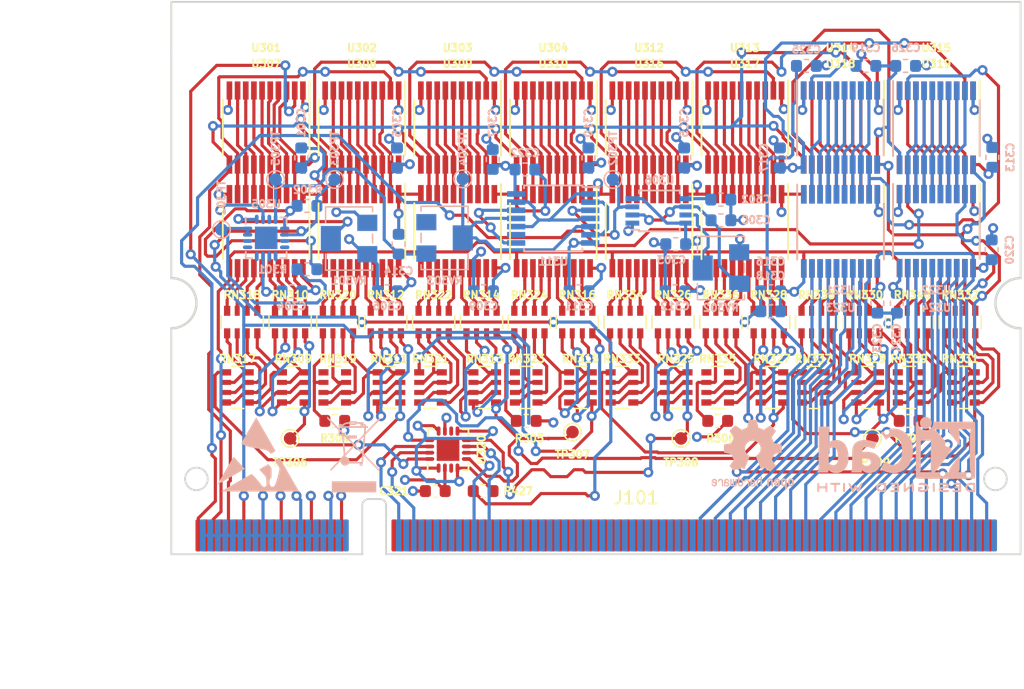
<source format=kicad_pcb>
(kicad_pcb (version 20171130) (host pcbnew 5.0.2-bee76a0~70~ubuntu18.04.1)
  (layers (0 F.Cu mixed) (1 GND power) (2 5V power) (31 B.Cu mixed) (34 B.Paste user) (35 F.Paste user) (36 B.SilkS user) (37 F.SilkS user) (38 B.Mask user) (39 F.Mask user) (44 Edge.Cuts user))
  (net 0 "")
  (net 1 Earth)
  (net 2 +5V)
  (net 3 "Net-(C302-Pad1)")
  (net 4 "Net-(R301-Pad1)")
  (net 5 "Net-(R304-Pad1)")
  (net 6 "Net-(RV301-Pad2)")
  (net 7 "/DIGITAL OUTPUT INTERFACE/SET-BIT")
  (net 8 "/DIGITAL OUTPUT INTERFACE/SHIFT-IN")
  (net 9 "/DIGITAL OUTPUT INTERFACE/CARRY")
  (net 10 "/DIGITAL OUTPUT INTERFACE/PUSH")
  (net 11 "/DIGITAL OUTPUT INTERFACE/OUT2")
  (net 12 "/DIGITAL OUTPUT INTERFACE/OUT3")
  (net 13 "/DIGITAL OUTPUT INTERFACE/OUT4")
  (net 14 "/DIGITAL OUTPUT INTERFACE/OUT1")
  (net 15 "/DIGITAL OUTPUT INTERFACE/OUT5")
  (net 16 "/DIGITAL OUTPUT INTERFACE/OUT6")
  (net 17 "/DIGITAL OUTPUT INTERFACE/OUT7")
  (net 18 "/DIGITAL OUTPUT INTERFACE/OUT8")
  (net 19 "Net-(U302-Pad19)")
  (net 20 "Net-(U302-Pad18)")
  (net 21 "Net-(U302-Pad17)")
  (net 22 "Net-(U302-Pad16)")
  (net 23 "Net-(U302-Pad15)")
  (net 24 "Net-(U302-Pad14)")
  (net 25 "Net-(U302-Pad13)")
  (net 26 "Net-(U302-Pad12)")
  (net 27 "Net-(U303-Pad19)")
  (net 28 "Net-(U303-Pad18)")
  (net 29 "Net-(U303-Pad17)")
  (net 30 "Net-(U303-Pad16)")
  (net 31 "Net-(U303-Pad15)")
  (net 32 "Net-(U303-Pad14)")
  (net 33 "Net-(U303-Pad13)")
  (net 34 "Net-(U303-Pad12)")
  (net 35 "Net-(U304-Pad19)")
  (net 36 "Net-(U304-Pad18)")
  (net 37 "Net-(U304-Pad17)")
  (net 38 "Net-(U304-Pad16)")
  (net 39 "Net-(U304-Pad15)")
  (net 40 "Net-(U304-Pad14)")
  (net 41 "Net-(U304-Pad13)")
  (net 42 "Net-(U304-Pad12)")
  (net 43 "Net-(U305-Pad14)")
  (net 44 "Net-(U305-Pad13)")
  (net 45 "Net-(U305-Pad12)")
  (net 46 "Net-(U311-Pad1)")
  (net 47 "Net-(U311-Pad2)")
  (net 48 "Net-(U312-Pad19)")
  (net 49 "Net-(U313-Pad19)")
  (net 50 "/PWM OUTPUT INTERFACE/OUT1")
  (net 51 "/PWM OUTPUT INTERFACE/OUT2")
  (net 52 "Net-(J101-Pad122)")
  (net 53 "Net-(J101-Pad124)")
  (net 54 "Net-(J101-Pad125)")
  (net 55 "Net-(J101-Pad126)")
  (net 56 "Net-(J101-Pad127)")
  (net 57 "Net-(J101-Pad128)")
  (net 58 "Net-(J101-Pad129)")
  (net 59 "Net-(J101-Pad130)")
  (net 60 "Net-(J101-Pad132)")
  (net 61 "Net-(J101-Pad134)")
  (net 62 "Net-(J101-Pad135)")
  (net 63 "Net-(J101-Pad136)")
  (net 64 "Net-(J101-Pad137)")
  (net 65 "Net-(J101-Pad138)")
  (net 66 "Net-(J101-Pad139)")
  (net 67 "Net-(J101-Pad140)")
  (net 68 "Net-(J101-Pad141)")
  (net 69 "Net-(J101-Pad142)")
  (net 70 "Net-(J101-Pad143)")
  (net 71 "Net-(J101-Pad144)")
  (net 72 "Net-(J101-Pad145)")
  (net 73 "Net-(J101-Pad146)")
  (net 74 "Net-(J101-Pad147)")
  (net 75 "Net-(J101-Pad148)")
  (net 76 "Net-(J101-Pad149)")
  (net 77 "Net-(J101-Pad150)")
  (net 78 "Net-(J101-Pad151)")
  (net 79 "Net-(J101-Pad152)")
  (net 80 "Net-(J101-Pad153)")
  (net 81 "Net-(J101-Pad154)")
  (net 82 "Net-(J101-Pad155)")
  (net 83 "Net-(J101-Pad156)")
  (net 84 "Net-(J101-Pad157)")
  (net 85 "Net-(J101-Pad158)")
  (net 86 "Net-(J101-Pad159)")
  (net 87 "Net-(J101-Pad160)")
  (net 88 "Net-(J101-Pad162)")
  (net 89 "Net-(J101-Pad164)")
  (net 90 "Net-(J101-Pad166)")
  (net 91 "Net-(J101-Pad168)")
  (net 92 "Net-(J101-Pad170)")
  (net 93 "Net-(J101-Pad172)")
  (net 94 "Net-(J101-Pad174)")
  (net 95 "Net-(J101-Pad176)")
  (net 96 "Net-(J101-Pad178)")
  (net 97 "Net-(J101-Pad180)")
  (net 98 "Net-(J101-Pad182)")
  (net 99 "Net-(J101-Pad184)")
  (net 100 "Net-(J101-Pad186)")
  (net 101 "Net-(J101-Pad188)")
  (net 102 "Net-(J101-Pad190)")
  (net 103 "Net-(J101-Pad192)")
  (net 104 "Net-(J101-Pad194)")
  (net 105 "Net-(J101-Pad196)")
  (net 106 "Net-(J101-Pad198)")
  (net 107 "Net-(J101-Pad200)")
  (net 108 "Net-(J101-Pad42)")
  (net 109 "Net-(J101-Pad44)")
  (net 110 "Net-(J101-Pad46)")
  (net 111 "Net-(J101-Pad48)")
  (net 112 "Net-(J101-Pad49)")
  (net 113 "Net-(J101-Pad50)")
  (net 114 "Net-(J101-Pad51)")
  (net 115 "Net-(J101-Pad52)")
  (net 116 "Net-(J101-Pad53)")
  (net 117 "Net-(J101-Pad54)")
  (net 118 "Net-(J101-Pad55)")
  (net 119 "Net-(J101-Pad56)")
  (net 120 "Net-(J101-Pad57)")
  (net 121 "Net-(J101-Pad58)")
  (net 122 "Net-(J101-Pad59)")
  (net 123 "Net-(J101-Pad60)")
  (net 124 "Net-(J101-Pad61)")
  (net 125 "Net-(J101-Pad62)")
  (net 126 "Net-(J101-Pad63)")
  (net 127 "Net-(J101-Pad64)")
  (net 128 "Net-(J101-Pad65)")
  (net 129 "Net-(J101-Pad66)")
  (net 130 "Net-(J101-Pad68)")
  (net 131 "Net-(J101-Pad70)")
  (net 132 "Net-(J101-Pad72)")
  (net 133 "Net-(J101-Pad74)")
  (net 134 "Net-(J101-Pad76)")
  (net 135 "Net-(J101-Pad78)")
  (net 136 "Net-(J101-Pad80)")
  (net 137 "Net-(J101-Pad82)")
  (net 138 "Net-(J101-Pad85)")
  (net 139 "Net-(J101-Pad84)")
  (net 140 "Net-(J101-Pad86)")
  (net 141 "Net-(J101-Pad87)")
  (net 142 "Net-(J101-Pad88)")
  (net 143 "Net-(J101-Pad90)")
  (net 144 "Net-(J101-Pad92)")
  (net 145 "Net-(J101-Pad94)")
  (net 146 "Net-(J101-Pad96)")
  (net 147 "Net-(J101-Pad98)")
  (net 148 "Net-(J101-Pad100)")
  (net 149 "Net-(J101-Pad102)")
  (net 150 "Net-(J101-Pad104)")
  (net 151 "Net-(J101-Pad105)")
  (net 152 "Net-(J101-Pad106)")
  (net 153 "Net-(J101-Pad107)")
  (net 154 "Net-(J101-Pad108)")
  (net 155 "Net-(J101-Pad109)")
  (net 156 "Net-(J101-Pad110)")
  (net 157 "Net-(J101-Pad111)")
  (net 158 "Net-(J101-Pad112)")
  (net 159 "Net-(J101-Pad113)")
  (net 160 "Net-(J101-Pad114)")
  (net 161 "Net-(J101-Pad115)")
  (net 162 "Net-(J101-Pad116)")
  (net 163 "Net-(J101-Pad117)")
  (net 164 "Net-(J101-Pad118)")
  (net 165 "Net-(J101-Pad119)")
  (net 166 "Net-(J101-Pad120)")
  (net 167 "Net-(C308-Pad1)")
  (net 168 "Net-(C314-Pad2)")
  (net 169 "Net-(R301-Pad2)")
  (net 170 "/PWM OUTPUT INTERFACE/TRG-CLK")
  (net 171 "Net-(R305-Pad1)")
  (net 172 "Net-(R306-Pad1)")
  (net 173 "Net-(R307-Pad1)")
  (net 174 "Net-(R427-Pad1)")
  (net 175 "Net-(RV302-Pad2)")
  (net 176 "Net-(RV303-Pad3)")
  (net 177 "Net-(RV303-Pad2)")
  (net 178 "Net-(TP302-Pad1)")
  (net 179 "/PWM OUTPUT INTERFACE/SET-BIT")
  (net 180 "Net-(U301-Pad19)")
  (net 181 "Net-(U301-Pad18)")
  (net 182 "Net-(U301-Pad17)")
  (net 183 "Net-(U301-Pad16)")
  (net 184 "Net-(U301-Pad15)")
  (net 185 "Net-(U301-Pad14)")
  (net 186 "Net-(U301-Pad13)")
  (net 187 "/PWM OUTPUT INTERFACE/SHIFT-IN")
  (net 188 "Net-(U301-Pad12)")
  (net 189 "Net-(U305-Pad10)")
  (net 190 "Net-(U305-Pad9)")
  (net 191 "Net-(U305-Pad8)")
  (net 192 "Net-(U305-Pad7)")
  (net 193 "Net-(U305-Pad3)")
  (net 194 "/PWM OUTPUT INTERFACE/PUSH")
  (net 195 "Net-(U311-Pad12)")
  (net 196 "Net-(U311-Pad9)")
  (net 197 "Net-(U312-Pad18)")
  (net 198 "Net-(U312-Pad17)")
  (net 199 "Net-(U312-Pad16)")
  (net 200 "Net-(U312-Pad15)")
  (net 201 "Net-(U312-Pad14)")
  (net 202 "Net-(U312-Pad13)")
  (net 203 "Net-(U312-Pad12)")
  (net 204 "Net-(U313-Pad18)")
  (net 205 "Net-(U313-Pad17)")
  (net 206 "Net-(U313-Pad16)")
  (net 207 "Net-(U313-Pad15)")
  (net 208 "Net-(U313-Pad14)")
  (net 209 "Net-(U313-Pad13)")
  (net 210 "Net-(U313-Pad12)")
  (net 211 "Net-(U314-Pad19)")
  (net 212 "Net-(U314-Pad18)")
  (net 213 "Net-(U314-Pad17)")
  (net 214 "Net-(U314-Pad16)")
  (net 215 "Net-(U314-Pad15)")
  (net 216 "Net-(U314-Pad14)")
  (net 217 "Net-(U314-Pad13)")
  (net 218 "Net-(U314-Pad12)")
  (net 219 "Net-(U315-Pad19)")
  (net 220 "Net-(U315-Pad18)")
  (net 221 "Net-(U315-Pad17)")
  (net 222 "Net-(U315-Pad16)")
  (net 223 "Net-(U315-Pad15)")
  (net 224 "Net-(U315-Pad14)")
  (net 225 "Net-(U315-Pad13)")
  (net 226 "/PWM OUTPUT INTERFACE/OUT4")
  (net 227 "Net-(U320-Pad10)")
  (net 228 "/PWM OUTPUT INTERFACE/OUT3")
  (net 229 "Net-(U320-Pad3)")
  (net 230 "/PWM OUTPUT INTERFACE/CARRY")
  (net 231 "Net-(RN309-Pad1)")
  (net 232 "Net-(RN309-Pad3)")
  (net 233 "Net-(RN309-Pad2)")
  (net 234 "Net-(RN309-Pad4)")
  (net 235 "Net-(RN309-Pad5)")
  (net 236 "Net-(RN310-Pad1)")
  (net 237 "Net-(RN310-Pad3)")
  (net 238 "Net-(RN310-Pad2)")
  (net 239 "Net-(RN310-Pad4)")
  (net 240 "Net-(RN311-Pad1)")
  (net 241 "Net-(RN311-Pad3)")
  (net 242 "Net-(RN311-Pad2)")
  (net 243 "Net-(RN311-Pad4)")
  (net 244 "Net-(RN311-Pad5)")
  (net 245 "Net-(RN312-Pad1)")
  (net 246 "Net-(RN312-Pad3)")
  (net 247 "Net-(RN312-Pad2)")
  (net 248 "Net-(RN312-Pad4)")
  (net 249 "Net-(RN313-Pad1)")
  (net 250 "Net-(RN313-Pad3)")
  (net 251 "Net-(RN313-Pad2)")
  (net 252 "Net-(RN313-Pad4)")
  (net 253 "Net-(RN313-Pad5)")
  (net 254 "Net-(RN314-Pad4)")
  (net 255 "Net-(RN314-Pad2)")
  (net 256 "Net-(RN314-Pad3)")
  (net 257 "Net-(RN314-Pad1)")
  (net 258 "Net-(RN315-Pad5)")
  (net 259 "Net-(RN315-Pad4)")
  (net 260 "Net-(RN315-Pad2)")
  (net 261 "Net-(RN315-Pad3)")
  (net 262 "Net-(RN315-Pad1)")
  (net 263 "Net-(RN316-Pad4)")
  (net 264 "Net-(RN316-Pad2)")
  (net 265 "Net-(RN316-Pad3)")
  (net 266 "Net-(RN316-Pad1)")
  (net 267 "Net-(RN317-Pad4)")
  (net 268 "Net-(RN317-Pad2)")
  (net 269 "Net-(RN317-Pad3)")
  (net 270 "Net-(RN318-Pad4)")
  (net 271 "Net-(RN318-Pad2)")
  (net 272 "Net-(RN318-Pad3)")
  (net 273 "Net-(RN318-Pad1)")
  (net 274 "Net-(RN319-Pad5)")
  (net 275 "Net-(RN319-Pad2)")
  (net 276 "Net-(RN319-Pad3)")
  (net 277 "Net-(RN319-Pad4)")
  (net 278 "Net-(RN320-Pad4)")
  (net 279 "Net-(RN320-Pad2)")
  (net 280 "Net-(RN320-Pad3)")
  (net 281 "Net-(RN320-Pad1)")
  (net 282 "Net-(RN321-Pad3)")
  (net 283 "Net-(RN321-Pad2)")
  (net 284 "Net-(RN321-Pad4)")
  (net 285 "Net-(RN322-Pad1)")
  (net 286 "Net-(RN322-Pad3)")
  (net 287 "Net-(RN322-Pad2)")
  (net 288 "Net-(RN322-Pad4)")
  (net 289 "Net-(RN323-Pad3)")
  (net 290 "Net-(RN323-Pad2)")
  (net 291 "Net-(RN323-Pad4)")
  (net 292 "Net-(RN323-Pad5)")
  (net 293 "Net-(RN324-Pad1)")
  (net 294 "Net-(RN324-Pad3)")
  (net 295 "Net-(RN324-Pad2)")
  (net 296 "Net-(RN324-Pad4)")
  (net 297 "Net-(RN325-Pad5)")
  (net 298 "Net-(RN325-Pad4)")
  (net 299 "Net-(RN325-Pad2)")
  (net 300 "Net-(RN325-Pad3)")
  (net 301 "Net-(RN325-Pad1)")
  (net 302 "Net-(RN326-Pad1)")
  (net 303 "Net-(RN326-Pad3)")
  (net 304 "Net-(RN326-Pad2)")
  (net 305 "Net-(RN326-Pad4)")
  (net 306 "Net-(RN327-Pad1)")
  (net 307 "Net-(RN327-Pad3)")
  (net 308 "Net-(RN327-Pad2)")
  (net 309 "Net-(RN327-Pad4)")
  (net 310 "Net-(RN327-Pad5)")
  (net 311 "Net-(RN328-Pad1)")
  (net 312 "Net-(RN328-Pad3)")
  (net 313 "Net-(RN328-Pad2)")
  (net 314 "Net-(RN328-Pad4)")
  (net 315 "Net-(RN329-Pad1)")
  (net 316 "Net-(RN329-Pad3)")
  (net 317 "Net-(RN329-Pad2)")
  (net 318 "Net-(RN329-Pad4)")
  (net 319 "Net-(RN329-Pad5)")
  (net 320 "Net-(RN330-Pad1)")
  (net 321 "Net-(RN330-Pad3)")
  (net 322 "Net-(RN330-Pad2)")
  (net 323 "Net-(RN330-Pad4)")
  (net 324 "Net-(RN331-Pad1)")
  (net 325 "Net-(RN331-Pad3)")
  (net 326 "Net-(RN331-Pad2)")
  (net 327 "Net-(RN331-Pad4)")
  (net 328 "Net-(RN331-Pad5)")
  (net 329 "Net-(RN332-Pad1)")
  (net 330 "Net-(RN332-Pad3)")
  (net 331 "Net-(RN332-Pad2)")
  (net 332 "Net-(RN332-Pad4)")
  (net 333 "Net-(RN333-Pad4)")
  (net 334 "Net-(RN333-Pad2)")
  (net 335 "Net-(RN333-Pad3)")
  (net 336 "Net-(RN334-Pad4)")
  (net 337 "Net-(RN334-Pad2)")
  (net 338 "Net-(RN334-Pad3)")
  (net 339 "Net-(RN334-Pad1)")
  (net 340 "Net-(RN335-Pad5)")
  (net 341 "Net-(RN335-Pad2)")
  (net 342 "Net-(RN335-Pad3)")
  (net 343 "Net-(RN335-Pad4)")
  (net 344 "Net-(RN336-Pad4)")
  (net 345 "Net-(RN336-Pad2)")
  (net 346 "Net-(RN336-Pad3)")
  (net 347 "Net-(RN336-Pad1)")
  (net 348 "Net-(RN337-Pad4)")
  (net 349 "Net-(RN337-Pad2)")
  (net 350 "Net-(RN337-Pad3)")
  (net 351 "Net-(RN338-Pad4)")
  (net 352 "Net-(RN338-Pad2)")
  (net 353 "Net-(RN338-Pad3)")
  (net 354 "Net-(RN338-Pad1)")
  (net 355 "Net-(RN339-Pad5)")
  (net 356 "Net-(RN339-Pad2)")
  (net 357 "Net-(RN339-Pad3)")
  (net 358 "Net-(RN339-Pad4)")
  (net 359 "Net-(RN340-Pad4)")
  (net 360 "Net-(RN340-Pad2)")
  (net 361 "Net-(RN340-Pad3)")
  (net 362 "Net-(RN340-Pad1)")
  (net 363 "Net-(J101-Pad69)")
  (net 364 "Net-(J101-Pad71)")
  (net 365 "Net-(J101-Pad73)")
  (net 366 "/DIGITAL OUTPUT INTERFACE/OUT9")
  (net 367 "/DIGITAL OUTPUT INTERFACE/OUT10")
  (net 368 "/DIGITAL OUTPUT INTERFACE/OUT11")
  (net 369 "/DIGITAL OUTPUT INTERFACE/OUT12")
  (net 370 "/DIGITAL OUTPUT INTERFACE/OUT13")
  (net 371 "/DIGITAL OUTPUT INTERFACE/OUT14")
  (net 372 "/DIGITAL OUTPUT INTERFACE/OUT15")
  (net 373 "/DIGITAL OUTPUT INTERFACE/OUT16")
  (net 374 "Net-(U321-Pad19)")
  (net 375 "Net-(U321-Pad18)")
  (net 376 "Net-(U321-Pad17)")
  (net 377 "Net-(U321-Pad16)")
  (net 378 "Net-(U321-Pad15)")
  (net 379 "Net-(U321-Pad14)")
  (net 380 "Net-(U321-Pad13)")
  (net 381 "Net-(U321-Pad12)")
  (net 382 "Net-(U322-Pad19)")
  (net 383 "Net-(U322-Pad18)")
  (net 384 "Net-(U322-Pad17)")
  (net 385 "Net-(U322-Pad16)")
  (net 386 "Net-(U322-Pad15)")
  (net 387 "Net-(U322-Pad14)")
  (net 388 "Net-(U322-Pad13)")
  (net 389 "Net-(J101-Pad41)")
  (net 390 "Net-(J101-Pad43)")
  (net 391 "Net-(J101-Pad45)")
  (net 392 "Net-(J101-Pad47)")
  (net 393 "Net-(J101-Pad67)")
  (net 394 "Net-(J101-Pad75)")
  (net 395 "Net-(J101-Pad77)")
  (net 396 "Net-(J101-Pad79)")
  (net 397 "Net-(J101-Pad81)")
  (net 398 "Net-(J101-Pad83)")
  (net 399 "Net-(J101-Pad89)")
  (net 400 "Net-(J101-Pad91)")
  (net 401 "Net-(J101-Pad93)")
  (net 402 "Net-(J101-Pad95)")
  (net 403 "Net-(J101-Pad97)")
  (net 404 "Net-(J101-Pad99)")
  (net 405 "Net-(J101-Pad101)")
  (net 406 "Net-(J101-Pad103)")
  (net 407 "Net-(J101-Pad2)")
  (net 408 "Net-(J101-Pad4)")
  (net 409 "Net-(J101-Pad6)")
  (net 410 "Net-(J101-Pad8)")
  (module Capacitor_SMD:C_0603_1608Metric (layer B.Cu) (at 85.344 82.423 90)
    (fp_text reference C301 (at 2.794 0 90) (layer B.SilkS) (effects (font (size 0.6 0.6)) (justify mirror)))
    (fp_text value 100n)
    (pad 2 smd roundrect (at 0.7875 0 90) (size 0.875 0.95) (layers B.Cu B.Paste B.Mask) (net 1 Earth))
    (pad 1 smd roundrect (at -0.7875 0 90) (size 0.875 0.95) (layers B.Cu B.Paste B.Mask) (net 2 +5V))
  )
  (module Capacitor_SMD:C_0603_1608Metric (layer B.Cu) (at 118.75 85.75)
    (fp_text reference C302 (at 2.789 -0.025) (layer B.SilkS) (effects (font (size 0.6 0.6)) (justify mirror)))
    (fp_text value 10n)
    (pad 2 smd roundrect (at 0.7875 0) (size 0.875 0.95) (layers B.Cu B.Paste B.Mask) (net 1 Earth))
    (pad 1 smd roundrect (at -0.7875 0) (size 0.875 0.95) (layers B.Cu B.Paste B.Mask) (net 3 "Net-(C302-Pad1)"))
  )
  (module Capacitor_SMD:C_0603_1608Metric (layer B.Cu) (at 115.15 89.3 180)
    (fp_text reference C303 (at 0.342 -1.251 180) (layer B.SilkS) (effects (font (size 0.6 0.6)) (justify mirror)))
    (fp_text value 100n)
    (pad 1 smd roundrect (at -0.7875 0 180) (size 0.875 0.95) (layers B.Cu B.Paste B.Mask) (net 2 +5V))
    (pad 2 smd roundrect (at 0.7875 0 180) (size 0.875 0.95) (layers B.Cu B.Paste B.Mask) (net 1 Earth))
  )
  (module Capacitor_SMD:C_0603_1608Metric (layer B.Cu) (at 84.6 93.05 180)
    (fp_text reference C304 (at 0.018 -1.184 180) (layer B.SilkS) (effects (font (size 0.6 0.6)) (justify mirror)))
    (fp_text value 100n)
    (pad 1 smd roundrect (at -0.7875 0 180) (size 0.875 0.95) (layers B.Cu B.Paste B.Mask) (net 2 +5V))
    (pad 2 smd roundrect (at 0.7875 0 180) (size 0.875 0.95) (layers B.Cu B.Paste B.Mask) (net 1 Earth))
  )
  (module Capacitor_SMD:C_0603_1608Metric (layer B.Cu) (at 92.964 82.423 90)
    (fp_text reference C305 (at 2.794 0 90) (layer B.SilkS) (effects (font (size 0.6 0.6)) (justify mirror)))
    (fp_text value 100n)
    (pad 2 smd roundrect (at 0.7875 0 90) (size 0.875 0.95) (layers B.Cu B.Paste B.Mask) (net 1 Earth))
    (pad 1 smd roundrect (at -0.7875 0 90) (size 0.875 0.95) (layers B.Cu B.Paste B.Mask) (net 2 +5V))
  )
  (module Capacitor_SMD:C_0603_1608Metric (layer B.Cu) (at 92.2 93.05 180)
    (fp_text reference C306 (at -0.002 -1.184 180) (layer B.SilkS) (effects (font (size 0.6 0.6)) (justify mirror)))
    (fp_text value 100n)
    (pad 1 smd roundrect (at -0.7875 0 180) (size 0.875 0.95) (layers B.Cu B.Paste B.Mask) (net 2 +5V))
    (pad 2 smd roundrect (at 0.7875 0 180) (size 0.875 0.95) (layers B.Cu B.Paste B.Mask) (net 1 Earth))
  )
  (module Capacitor_SMD:C_0603_1608Metric (layer B.Cu) (at 100.584 82.55 90)
    (fp_text reference C307 (at 2.921 0 90) (layer B.SilkS) (effects (font (size 0.6 0.6)) (justify mirror)))
    (fp_text value 100n)
    (pad 2 smd roundrect (at 0.7875 0 90) (size 0.875 0.95) (layers B.Cu B.Paste B.Mask) (net 1 Earth))
    (pad 1 smd roundrect (at -0.7875 0 90) (size 0.875 0.95) (layers B.Cu B.Paste B.Mask) (net 2 +5V))
  )
  (module Capacitor_SMD:C_0603_1608Metric (layer B.Cu) (at 118.75 87.4)
    (fp_text reference C308 (at 2.789 -0.024) (layer B.SilkS) (effects (font (size 0.6 0.6)) (justify mirror)))
    (fp_text value 10n)
    (pad 1 smd roundrect (at -0.7875 0) (size 0.875 0.95) (layers B.Cu B.Paste B.Mask) (net 167 "Net-(C308-Pad1)"))
    (pad 2 smd roundrect (at 0.7875 0) (size 0.875 0.95) (layers B.Cu B.Paste B.Mask) (net 1 Earth))
  )
  (module Capacitor_SMD:C_0603_1608Metric (layer B.Cu) (at 99.85 93.05 180)
    (fp_text reference C309 (at 0 -1.184 180) (layer B.SilkS) (effects (font (size 0.6 0.6)) (justify mirror)))
    (fp_text value 100n)
    (pad 1 smd roundrect (at -0.7875 0 180) (size 0.875 0.95) (layers B.Cu B.Paste B.Mask) (net 2 +5V))
    (pad 2 smd roundrect (at 0.7875 0 180) (size 0.875 0.95) (layers B.Cu B.Paste B.Mask) (net 1 Earth))
  )
  (module Capacitor_SMD:C_0603_1608Metric (layer B.Cu) (at 108.204 82.423 90)
    (fp_text reference C310 (at 2.794 0 90) (layer B.SilkS) (effects (font (size 0.6 0.6)) (justify mirror)))
    (fp_text value 100n)
    (pad 1 smd roundrect (at -0.7875 0 90) (size 0.875 0.95) (layers B.Cu B.Paste B.Mask) (net 2 +5V))
    (pad 2 smd roundrect (at 0.7875 0 90) (size 0.875 0.95) (layers B.Cu B.Paste B.Mask) (net 1 Earth))
  )
  (module Capacitor_SMD:C_0603_1608Metric (layer B.Cu) (at 107.45 93.05 180)
    (fp_text reference C311 (at 0.008 -1.184 180) (layer B.SilkS) (effects (font (size 0.6 0.6)) (justify mirror)))
    (fp_text value 100n)
    (pad 2 smd roundrect (at 0.7875 0 180) (size 0.875 0.95) (layers B.Cu B.Paste B.Mask) (net 1 Earth))
    (pad 1 smd roundrect (at -0.7875 0 180) (size 0.875 0.95) (layers B.Cu B.Paste B.Mask) (net 2 +5V))
  )
  (module Capacitor_SMD:C_0603_1608Metric (layer B.Cu) (at 115.1 93.05 180)
    (fp_text reference C312 (at 0 -1.184 180) (layer B.SilkS) (effects (font (size 0.6 0.6)) (justify mirror)))
    (fp_text value 100n)
    (pad 2 smd roundrect (at 0.7875 0 180) (size 0.875 0.95) (layers B.Cu B.Paste B.Mask) (net 1 Earth))
    (pad 1 smd roundrect (at -0.7875 0 180) (size 0.875 0.95) (layers B.Cu B.Paste B.Mask) (net 2 +5V))
  )
  (module Capacitor_SMD:C_0603_1608Metric (layer B.Cu) (at 140.35 82.3875 90)
    (fp_text reference C313 (at 0 1.43 90) (layer B.SilkS) (effects (font (size 0.6 0.6)) (justify mirror)))
    (fp_text value 100n)
    (pad 1 smd roundrect (at -0.7875 0 90) (size 0.875 0.95) (layers B.Cu B.Paste B.Mask) (net 2 +5V))
    (pad 2 smd roundrect (at 0.7875 0 90) (size 0.875 0.95) (layers B.Cu B.Paste B.Mask) (net 1 Earth))
  )
  (module Capacitor_SMD:C_0603_1608Metric (layer B.Cu) (at 93.1 89.3 270)
    (fp_text reference C314 (at 2.14 0.009) (layer B.SilkS) (effects (font (size 0.6 0.6)) (justify mirror)))
    (fp_text value 10n)
    (pad 2 smd roundrect (at 0.7875 0 270) (size 0.875 0.95) (layers B.Cu B.Paste B.Mask) (net 168 "Net-(C314-Pad2)"))
    (pad 1 smd roundrect (at -0.7875 0 270) (size 0.875 0.95) (layers B.Cu B.Paste B.Mask) (net 1 Earth))
  )
  (module Capacitor_SMD:C_0603_1608Metric (layer B.Cu) (at 115.824 82.423 90)
    (fp_text reference C315 (at 2.794 0 90) (layer B.SilkS) (effects (font (size 0.6 0.6)) (justify mirror)))
    (fp_text value 100n)
    (pad 2 smd roundrect (at 0.7875 0 90) (size 0.875 0.95) (layers B.Cu B.Paste B.Mask) (net 1 Earth))
    (pad 1 smd roundrect (at -0.7875 0 90) (size 0.875 0.95) (layers B.Cu B.Paste B.Mask) (net 2 +5V))
  )
  (module Capacitor_SMD:C_0603_1608Metric (layer B.Cu) (at 122.7 93.05 180)
    (fp_text reference C316 (at 0 2.372 180) (layer B.SilkS) (effects (font (size 0.6 0.6)) (justify mirror)))
    (fp_text value 100n)
    (pad 2 smd roundrect (at 0.7875 0 180) (size 0.875 0.95) (layers B.Cu B.Paste B.Mask) (net 1 Earth))
    (pad 1 smd roundrect (at -0.7875 0 180) (size 0.875 0.95) (layers B.Cu B.Paste B.Mask) (net 2 +5V))
  )
  (module Capacitor_SMD:C_0603_1608Metric (layer B.Cu) (at 123.444 82.423 90)
    (fp_text reference C317 (at 0 -1.27 90) (layer B.SilkS) (effects (font (size 0.6 0.6)) (justify mirror)))
    (fp_text value 100n)
    (pad 1 smd roundrect (at -0.7875 0 90) (size 0.875 0.95) (layers B.Cu B.Paste B.Mask) (net 2 +5V))
    (pad 2 smd roundrect (at 0.7875 0 90) (size 0.875 0.95) (layers B.Cu B.Paste B.Mask) (net 1 Earth))
  )
  (module Capacitor_SMD:C_0603_1608Metric (layer B.Cu) (at 122.7 94.65 180)
    (fp_text reference C318 (at 0 2.829 180) (layer B.SilkS) (effects (font (size 0.6 0.6)) (justify mirror)))
    (fp_text value 100n)
    (pad 2 smd roundrect (at 0.7875 0 180) (size 0.875 0.95) (layers B.Cu B.Paste B.Mask) (net 1 Earth))
    (pad 1 smd roundrect (at -0.7875 0 180) (size 0.875 0.95) (layers B.Cu B.Paste B.Mask) (net 2 +5V))
  )
  (module Capacitor_SMD:C_0603_1608Metric (layer B.Cu) (at 130.2875 75.1 180)
    (fp_text reference C319 (at 0 1.43 180) (layer B.SilkS) (effects (font (size 0.6 0.6)) (justify mirror)))
    (fp_text value 100n)
    (pad 1 smd roundrect (at -0.7875 0 180) (size 0.875 0.95) (layers B.Cu B.Paste B.Mask) (net 2 +5V))
    (pad 2 smd roundrect (at 0.7875 0 180) (size 0.875 0.95) (layers B.Cu B.Paste B.Mask) (net 1 Earth))
  )
  (module Capacitor_SMD:C_0603_1608Metric (layer B.Cu) (at 140.3 89.75 90)
    (fp_text reference C320 (at 0 1.43 90) (layer B.SilkS) (effects (font (size 0.6 0.6)) (justify mirror)))
    (fp_text value 100n)
    (pad 2 smd roundrect (at 0.7875 0 90) (size 0.875 0.95) (layers B.Cu B.Paste B.Mask) (net 1 Earth))
    (pad 1 smd roundrect (at -0.7875 0 90) (size 0.875 0.95) (layers B.Cu B.Paste B.Mask) (net 2 +5V))
  )
  (module Capacitor_SMD:C_0603_1608Metric (layer F.Cu) (at 96.012 108.966)
    (fp_text reference C321 (at -3.302 0) (layer F.SilkS) (effects (font (size 0.6 0.6))))
    (fp_text value 100n)
    (pad 1 smd roundrect (at -0.7875 0) (size 0.875 0.95) (layers F.Cu F.Paste F.Mask) (net 1 Earth))
    (pad 2 smd roundrect (at 0.7875 0) (size 0.875 0.95) (layers F.Cu F.Paste F.Mask) (net 2 +5V))
  )
  (module Capacitor_SMD:C_0603_1608Metric (layer B.Cu) (at 103.15 83.35)
    (fp_text reference C322 (at 0 -1.308 180) (layer B.SilkS) (effects (font (size 0.6 0.6)) (justify mirror)))
    (fp_text value 100n)
    (pad 2 smd roundrect (at 0.7875 0) (size 0.875 0.95) (layers B.Cu B.Paste B.Mask) (net 1 Earth))
    (pad 1 smd roundrect (at -0.7875 0) (size 0.875 0.95) (layers B.Cu B.Paste B.Mask) (net 2 +5V))
  )
  (module Resistor_SMD:R_0603_1608Metric (layer B.Cu) (at 85.8 91.3 180)
    (fp_text reference R301 (at 2.742 -0.013 180) (layer B.SilkS) (effects (font (size 0.6 0.6)) (justify mirror)))
    (fp_text value 1k)
    (pad 1 smd roundrect (at -0.7875 0 180) (size 0.875 0.95) (layers B.Cu B.Paste B.Mask) (net 4 "Net-(R301-Pad1)"))
    (pad 2 smd roundrect (at 0.7875 0 180) (size 0.875 0.95) (layers B.Cu B.Paste B.Mask) (net 169 "Net-(R301-Pad2)"))
  )
  (module Resistor_SMD:R_0603_1608Metric (layer B.Cu) (at 85.8 86.25 180)
    (fp_text reference R302 (at -0.052 1.287 180) (layer B.SilkS) (effects (font (size 0.6 0.6)) (justify mirror)))
    (fp_text value 5k)
    (pad 2 smd roundrect (at 0.7875 0 180) (size 0.875 0.95) (layers B.Cu B.Paste B.Mask) (net 4 "Net-(R301-Pad1)"))
    (pad 1 smd roundrect (at -0.7875 0 180) (size 0.875 0.95) (layers B.Cu B.Paste B.Mask) (net 170 "/PWM OUTPUT INTERFACE/TRG-CLK"))
  )
  (module Resistor_SMD:R_0603_1608Metric (layer F.Cu) (at 88.011 103.378)
    (fp_text reference R304 (at 0 1.397) (layer F.SilkS) (effects (font (size 0.6 0.6))))
    (fp_text value 20k)
    (pad 1 smd roundrect (at -0.7875 0) (size 0.875 0.95) (layers F.Cu F.Paste F.Mask) (net 5 "Net-(R304-Pad1)"))
    (pad 2 smd roundrect (at 0.7875 0) (size 0.875 0.95) (layers F.Cu F.Paste F.Mask) (net 1 Earth))
  )
  (module Resistor_SMD:R_0603_1608Metric (layer F.Cu) (at 103.251 103.378)
    (fp_text reference R305 (at 0.254 1.397) (layer F.SilkS) (effects (font (size 0.6 0.6))))
    (fp_text value 20k)
    (pad 2 smd roundrect (at 0.7875 0) (size 0.875 0.95) (layers F.Cu F.Paste F.Mask) (net 1 Earth))
    (pad 1 smd roundrect (at -0.7875 0) (size 0.875 0.95) (layers F.Cu F.Paste F.Mask) (net 171 "Net-(R305-Pad1)"))
  )
  (module Resistor_SMD:R_0603_1608Metric (layer F.Cu) (at 118.491 103.378)
    (fp_text reference R306 (at 0.254 1.397) (layer F.SilkS) (effects (font (size 0.6 0.6))))
    (fp_text value 20k)
    (pad 2 smd roundrect (at 0.7875 0) (size 0.875 0.95) (layers F.Cu F.Paste F.Mask) (net 1 Earth))
    (pad 1 smd roundrect (at -0.7875 0) (size 0.875 0.95) (layers F.Cu F.Paste F.Mask) (net 172 "Net-(R306-Pad1)"))
  )
  (module Resistor_SMD:R_0603_1608Metric (layer F.Cu) (at 133.731 103.378)
    (fp_text reference R307 (at 0 1.397) (layer F.SilkS) (effects (font (size 0.6 0.6))))
    (fp_text value 20k)
    (pad 1 smd roundrect (at -0.7875 0) (size 0.875 0.95) (layers F.Cu F.Paste F.Mask) (net 173 "Net-(R307-Pad1)"))
    (pad 2 smd roundrect (at 0.7875 0) (size 0.875 0.95) (layers F.Cu F.Paste F.Mask) (net 1 Earth))
  )
  (module Resistor_SMD:R_0603_1608Metric (layer F.Cu) (at 99.822 108.966 180)
    (fp_text reference R427 (at -2.794 0 180) (layer F.SilkS) (effects (font (size 0.6 0.6))))
    (fp_text value 1k)
    (pad 2 smd roundrect (at 0.7875 0 180) (size 0.875 0.95) (layers F.Cu F.Paste F.Mask) (net 170 "/PWM OUTPUT INTERFACE/TRG-CLK"))
    (pad 1 smd roundrect (at -0.7875 0 180) (size 0.875 0.95) (layers F.Cu F.Paste F.Mask) (net 174 "Net-(R427-Pad1)"))
  )
  (module Potentiometer_SMD:Potentiometer_Bourns_3224W_Vertical (layer B.Cu) (at 89.15 88.85 90)
    (fp_text reference RV301 (at -3.352 0.004 180) (layer B.SilkS) (effects (font (size 0.6 0.6)) (justify mirror)))
    (fp_text value 10k)
    (pad 1 smd rect (at 1.25 1.45 90) (size 1.3 1.6) (layers B.Cu B.Paste B.Mask) (net 2 +5V))
    (pad 2 smd rect (at 0 -1.45 90) (size 2 1.6) (layers B.Cu B.Paste B.Mask) (net 6 "Net-(RV301-Pad2)"))
    (pad 3 smd rect (at -1.25 1.45 90) (size 1.3 1.6) (layers B.Cu B.Paste B.Mask) (net 1 Earth))
  )
  (module Potentiometer_SMD:Potentiometer_Bourns_3224W_Vertical (layer B.Cu) (at 118.75 91.2 90)
    (fp_text reference RV302 (at -3.161 -0.005 180) (layer B.SilkS) (effects (font (size 0.6 0.6)) (justify mirror)))
    (fp_text value 500R)
    (pad 1 smd rect (at 1.25 1.45 90) (size 1.3 1.6) (layers B.Cu B.Paste B.Mask) (net 2 +5V))
    (pad 2 smd rect (at 0 -1.45 90) (size 2 1.6) (layers B.Cu B.Paste B.Mask) (net 175 "Net-(RV302-Pad2)"))
    (pad 3 smd rect (at -1.25 1.45 90) (size 1.3 1.6) (layers B.Cu B.Paste B.Mask) (net 167 "Net-(C308-Pad1)"))
  )
  (module Potentiometer_SMD:Potentiometer_Bourns_3224W_Vertical (layer B.Cu) (at 96.75 88.8 270)
    (fp_text reference RV303 (at 3.402 -0.024) (layer B.SilkS) (effects (font (size 0.6 0.6)) (justify mirror)))
    (fp_text value 10k)
    (pad 3 smd rect (at -1.25 1.45 270) (size 1.3 1.6) (layers B.Cu B.Paste B.Mask) (net 176 "Net-(RV303-Pad3)"))
    (pad 2 smd rect (at 0 -1.45 270) (size 2 1.6) (layers B.Cu B.Paste B.Mask) (net 177 "Net-(RV303-Pad2)"))
    (pad 1 smd rect (at 1.25 1.45 270) (size 1.3 1.6) (layers B.Cu B.Paste B.Mask) (net 168 "Net-(C314-Pad2)"))
  )
  (module Package_SO:TSSOP-20_4.4x6.5mm_P0.65mm (layer F.Cu) (at 82.55 80.01 270)
    (fp_text reference U301 (at -6.35 0) (layer F.SilkS) (effects (font (size 0.6 0.6))))
    (fp_text value 74LS573)
    (pad 1 smd rect (at -2.95 -2.925 270) (size 1.45 0.45) (layers F.Cu F.Paste F.Mask) (net 1 Earth))
    (pad 2 smd rect (at -2.95 -2.275 270) (size 1.45 0.45) (layers F.Cu F.Paste F.Mask) (net 179 "/PWM OUTPUT INTERFACE/SET-BIT"))
    (pad 3 smd rect (at -2.95 -1.625 270) (size 1.45 0.45) (layers F.Cu F.Paste F.Mask) (net 180 "Net-(U301-Pad19)"))
    (pad 4 smd rect (at -2.95 -0.975 270) (size 1.45 0.45) (layers F.Cu F.Paste F.Mask) (net 181 "Net-(U301-Pad18)"))
    (pad 5 smd rect (at -2.95 -0.325 270) (size 1.45 0.45) (layers F.Cu F.Paste F.Mask) (net 182 "Net-(U301-Pad17)"))
    (pad 6 smd rect (at -2.95 0.325 270) (size 1.45 0.45) (layers F.Cu F.Paste F.Mask) (net 183 "Net-(U301-Pad16)"))
    (pad 7 smd rect (at -2.95 0.975 270) (size 1.45 0.45) (layers F.Cu F.Paste F.Mask) (net 184 "Net-(U301-Pad15)"))
    (pad 8 smd rect (at -2.95 1.625 270) (size 1.45 0.45) (layers F.Cu F.Paste F.Mask) (net 185 "Net-(U301-Pad14)"))
    (pad 9 smd rect (at -2.95 2.275 270) (size 1.45 0.45) (layers F.Cu F.Paste F.Mask) (net 186 "Net-(U301-Pad13)"))
    (pad 10 smd rect (at -2.95 2.925 270) (size 1.45 0.45) (layers F.Cu F.Paste F.Mask) (net 1 Earth))
    (pad 11 smd rect (at 2.95 2.925 270) (size 1.45 0.45) (layers F.Cu F.Paste F.Mask) (net 187 "/PWM OUTPUT INTERFACE/SHIFT-IN"))
    (pad 12 smd rect (at 2.95 2.275 270) (size 1.45 0.45) (layers F.Cu F.Paste F.Mask) (net 188 "Net-(U301-Pad12)"))
    (pad 13 smd rect (at 2.95 1.625 270) (size 1.45 0.45) (layers F.Cu F.Paste F.Mask) (net 186 "Net-(U301-Pad13)"))
    (pad 14 smd rect (at 2.95 0.975 270) (size 1.45 0.45) (layers F.Cu F.Paste F.Mask) (net 185 "Net-(U301-Pad14)"))
    (pad 15 smd rect (at 2.95 0.325 270) (size 1.45 0.45) (layers F.Cu F.Paste F.Mask) (net 184 "Net-(U301-Pad15)"))
    (pad 16 smd rect (at 2.95 -0.325 270) (size 1.45 0.45) (layers F.Cu F.Paste F.Mask) (net 183 "Net-(U301-Pad16)"))
    (pad 17 smd rect (at 2.95 -0.975 270) (size 1.45 0.45) (layers F.Cu F.Paste F.Mask) (net 182 "Net-(U301-Pad17)"))
    (pad 18 smd rect (at 2.95 -1.625 270) (size 1.45 0.45) (layers F.Cu F.Paste F.Mask) (net 181 "Net-(U301-Pad18)"))
    (pad 19 smd rect (at 2.95 -2.275 270) (size 1.45 0.45) (layers F.Cu F.Paste F.Mask) (net 180 "Net-(U301-Pad19)"))
    (pad 20 smd rect (at 2.95 -2.925 270) (size 1.45 0.45) (layers F.Cu F.Paste F.Mask) (net 2 +5V))
  )
  (module Package_SO:TSSOP-20_4.4x6.5mm_P0.65mm (layer F.Cu) (at 90.17 80.01 270)
    (fp_text reference U302 (at -6.35 0) (layer F.SilkS) (effects (font (size 0.6 0.6))))
    (fp_text value 74LS573)
    (pad 1 smd rect (at -2.95 -2.925 270) (size 1.45 0.45) (layers F.Cu F.Paste F.Mask) (net 1 Earth))
    (pad 2 smd rect (at -2.95 -2.275 270) (size 1.45 0.45) (layers F.Cu F.Paste F.Mask) (net 188 "Net-(U301-Pad12)"))
    (pad 3 smd rect (at -2.95 -1.625 270) (size 1.45 0.45) (layers F.Cu F.Paste F.Mask) (net 19 "Net-(U302-Pad19)"))
    (pad 4 smd rect (at -2.95 -0.975 270) (size 1.45 0.45) (layers F.Cu F.Paste F.Mask) (net 20 "Net-(U302-Pad18)"))
    (pad 5 smd rect (at -2.95 -0.325 270) (size 1.45 0.45) (layers F.Cu F.Paste F.Mask) (net 21 "Net-(U302-Pad17)"))
    (pad 6 smd rect (at -2.95 0.325 270) (size 1.45 0.45) (layers F.Cu F.Paste F.Mask) (net 22 "Net-(U302-Pad16)"))
    (pad 7 smd rect (at -2.95 0.975 270) (size 1.45 0.45) (layers F.Cu F.Paste F.Mask) (net 23 "Net-(U302-Pad15)"))
    (pad 8 smd rect (at -2.95 1.625 270) (size 1.45 0.45) (layers F.Cu F.Paste F.Mask) (net 24 "Net-(U302-Pad14)"))
    (pad 9 smd rect (at -2.95 2.275 270) (size 1.45 0.45) (layers F.Cu F.Paste F.Mask) (net 25 "Net-(U302-Pad13)"))
    (pad 10 smd rect (at -2.95 2.925 270) (size 1.45 0.45) (layers F.Cu F.Paste F.Mask) (net 1 Earth))
    (pad 11 smd rect (at 2.95 2.925 270) (size 1.45 0.45) (layers F.Cu F.Paste F.Mask) (net 187 "/PWM OUTPUT INTERFACE/SHIFT-IN"))
    (pad 12 smd rect (at 2.95 2.275 270) (size 1.45 0.45) (layers F.Cu F.Paste F.Mask) (net 26 "Net-(U302-Pad12)"))
    (pad 13 smd rect (at 2.95 1.625 270) (size 1.45 0.45) (layers F.Cu F.Paste F.Mask) (net 25 "Net-(U302-Pad13)"))
    (pad 14 smd rect (at 2.95 0.975 270) (size 1.45 0.45) (layers F.Cu F.Paste F.Mask) (net 24 "Net-(U302-Pad14)"))
    (pad 15 smd rect (at 2.95 0.325 270) (size 1.45 0.45) (layers F.Cu F.Paste F.Mask) (net 23 "Net-(U302-Pad15)"))
    (pad 16 smd rect (at 2.95 -0.325 270) (size 1.45 0.45) (layers F.Cu F.Paste F.Mask) (net 22 "Net-(U302-Pad16)"))
    (pad 17 smd rect (at 2.95 -0.975 270) (size 1.45 0.45) (layers F.Cu F.Paste F.Mask) (net 21 "Net-(U302-Pad17)"))
    (pad 18 smd rect (at 2.95 -1.625 270) (size 1.45 0.45) (layers F.Cu F.Paste F.Mask) (net 20 "Net-(U302-Pad18)"))
    (pad 19 smd rect (at 2.95 -2.275 270) (size 1.45 0.45) (layers F.Cu F.Paste F.Mask) (net 19 "Net-(U302-Pad19)"))
    (pad 20 smd rect (at 2.95 -2.925 270) (size 1.45 0.45) (layers F.Cu F.Paste F.Mask) (net 2 +5V))
  )
  (module Package_SO:TSSOP-20_4.4x6.5mm_P0.65mm (layer F.Cu) (at 97.79 80.01 270)
    (fp_text reference U303 (at -6.35 0) (layer F.SilkS) (effects (font (size 0.6 0.6))))
    (fp_text value 74LS573)
    (pad 1 smd rect (at -2.95 -2.925 270) (size 1.45 0.45) (layers F.Cu F.Paste F.Mask) (net 1 Earth))
    (pad 2 smd rect (at -2.95 -2.275 270) (size 1.45 0.45) (layers F.Cu F.Paste F.Mask) (net 26 "Net-(U302-Pad12)"))
    (pad 3 smd rect (at -2.95 -1.625 270) (size 1.45 0.45) (layers F.Cu F.Paste F.Mask) (net 27 "Net-(U303-Pad19)"))
    (pad 4 smd rect (at -2.95 -0.975 270) (size 1.45 0.45) (layers F.Cu F.Paste F.Mask) (net 28 "Net-(U303-Pad18)"))
    (pad 5 smd rect (at -2.95 -0.325 270) (size 1.45 0.45) (layers F.Cu F.Paste F.Mask) (net 29 "Net-(U303-Pad17)"))
    (pad 6 smd rect (at -2.95 0.325 270) (size 1.45 0.45) (layers F.Cu F.Paste F.Mask) (net 30 "Net-(U303-Pad16)"))
    (pad 7 smd rect (at -2.95 0.975 270) (size 1.45 0.45) (layers F.Cu F.Paste F.Mask) (net 31 "Net-(U303-Pad15)"))
    (pad 8 smd rect (at -2.95 1.625 270) (size 1.45 0.45) (layers F.Cu F.Paste F.Mask) (net 32 "Net-(U303-Pad14)"))
    (pad 9 smd rect (at -2.95 2.275 270) (size 1.45 0.45) (layers F.Cu F.Paste F.Mask) (net 33 "Net-(U303-Pad13)"))
    (pad 10 smd rect (at -2.95 2.925 270) (size 1.45 0.45) (layers F.Cu F.Paste F.Mask) (net 1 Earth))
    (pad 11 smd rect (at 2.95 2.925 270) (size 1.45 0.45) (layers F.Cu F.Paste F.Mask) (net 187 "/PWM OUTPUT INTERFACE/SHIFT-IN"))
    (pad 12 smd rect (at 2.95 2.275 270) (size 1.45 0.45) (layers F.Cu F.Paste F.Mask) (net 34 "Net-(U303-Pad12)"))
    (pad 13 smd rect (at 2.95 1.625 270) (size 1.45 0.45) (layers F.Cu F.Paste F.Mask) (net 33 "Net-(U303-Pad13)"))
    (pad 14 smd rect (at 2.95 0.975 270) (size 1.45 0.45) (layers F.Cu F.Paste F.Mask) (net 32 "Net-(U303-Pad14)"))
    (pad 15 smd rect (at 2.95 0.325 270) (size 1.45 0.45) (layers F.Cu F.Paste F.Mask) (net 31 "Net-(U303-Pad15)"))
    (pad 16 smd rect (at 2.95 -0.325 270) (size 1.45 0.45) (layers F.Cu F.Paste F.Mask) (net 30 "Net-(U303-Pad16)"))
    (pad 17 smd rect (at 2.95 -0.975 270) (size 1.45 0.45) (layers F.Cu F.Paste F.Mask) (net 29 "Net-(U303-Pad17)"))
    (pad 18 smd rect (at 2.95 -1.625 270) (size 1.45 0.45) (layers F.Cu F.Paste F.Mask) (net 28 "Net-(U303-Pad18)"))
    (pad 19 smd rect (at 2.95 -2.275 270) (size 1.45 0.45) (layers F.Cu F.Paste F.Mask) (net 27 "Net-(U303-Pad19)"))
    (pad 20 smd rect (at 2.95 -2.925 270) (size 1.45 0.45) (layers F.Cu F.Paste F.Mask) (net 2 +5V))
  )
  (module Package_SO:TSSOP-20_4.4x6.5mm_P0.65mm (layer F.Cu) (at 105.41 80.01 270)
    (fp_text reference U304 (at -6.35 0) (layer F.SilkS) (effects (font (size 0.6 0.6))))
    (fp_text value 74LS573)
    (pad 20 smd rect (at 2.95 -2.925 270) (size 1.45 0.45) (layers F.Cu F.Paste F.Mask) (net 2 +5V))
    (pad 19 smd rect (at 2.95 -2.275 270) (size 1.45 0.45) (layers F.Cu F.Paste F.Mask) (net 35 "Net-(U304-Pad19)"))
    (pad 18 smd rect (at 2.95 -1.625 270) (size 1.45 0.45) (layers F.Cu F.Paste F.Mask) (net 36 "Net-(U304-Pad18)"))
    (pad 17 smd rect (at 2.95 -0.975 270) (size 1.45 0.45) (layers F.Cu F.Paste F.Mask) (net 37 "Net-(U304-Pad17)"))
    (pad 16 smd rect (at 2.95 -0.325 270) (size 1.45 0.45) (layers F.Cu F.Paste F.Mask) (net 38 "Net-(U304-Pad16)"))
    (pad 15 smd rect (at 2.95 0.325 270) (size 1.45 0.45) (layers F.Cu F.Paste F.Mask) (net 39 "Net-(U304-Pad15)"))
    (pad 14 smd rect (at 2.95 0.975 270) (size 1.45 0.45) (layers F.Cu F.Paste F.Mask) (net 40 "Net-(U304-Pad14)"))
    (pad 13 smd rect (at 2.95 1.625 270) (size 1.45 0.45) (layers F.Cu F.Paste F.Mask) (net 41 "Net-(U304-Pad13)"))
    (pad 12 smd rect (at 2.95 2.275 270) (size 1.45 0.45) (layers F.Cu F.Paste F.Mask) (net 42 "Net-(U304-Pad12)"))
    (pad 11 smd rect (at 2.95 2.925 270) (size 1.45 0.45) (layers F.Cu F.Paste F.Mask) (net 187 "/PWM OUTPUT INTERFACE/SHIFT-IN"))
    (pad 10 smd rect (at -2.95 2.925 270) (size 1.45 0.45) (layers F.Cu F.Paste F.Mask) (net 1 Earth))
    (pad 9 smd rect (at -2.95 2.275 270) (size 1.45 0.45) (layers F.Cu F.Paste F.Mask) (net 41 "Net-(U304-Pad13)"))
    (pad 8 smd rect (at -2.95 1.625 270) (size 1.45 0.45) (layers F.Cu F.Paste F.Mask) (net 40 "Net-(U304-Pad14)"))
    (pad 7 smd rect (at -2.95 0.975 270) (size 1.45 0.45) (layers F.Cu F.Paste F.Mask) (net 39 "Net-(U304-Pad15)"))
    (pad 6 smd rect (at -2.95 0.325 270) (size 1.45 0.45) (layers F.Cu F.Paste F.Mask) (net 38 "Net-(U304-Pad16)"))
    (pad 5 smd rect (at -2.95 -0.325 270) (size 1.45 0.45) (layers F.Cu F.Paste F.Mask) (net 37 "Net-(U304-Pad17)"))
    (pad 4 smd rect (at -2.95 -0.975 270) (size 1.45 0.45) (layers F.Cu F.Paste F.Mask) (net 36 "Net-(U304-Pad18)"))
    (pad 3 smd rect (at -2.95 -1.625 270) (size 1.45 0.45) (layers F.Cu F.Paste F.Mask) (net 35 "Net-(U304-Pad19)"))
    (pad 2 smd rect (at -2.95 -2.275 270) (size 1.45 0.45) (layers F.Cu F.Paste F.Mask) (net 34 "Net-(U303-Pad12)"))
    (pad 1 smd rect (at -2.95 -2.925 270) (size 1.45 0.45) (layers F.Cu F.Paste F.Mask) (net 1 Earth))
  )
  (module Package_DFN_QFN:QFN-16-1EP_3x3mm_P0.5mm_EP1.8x1.8mm (layer B.Cu) (at 82.55 88.8 270)
    (fp_text reference U305 (at -2.694 0) (layer B.SilkS) (effects (font (size 0.6 0.6)) (justify mirror)))
    (fp_text value LM324QT)
    (pad 17 smd rect (at 0 0 270) (size 1.8 1.8) (layers B.Cu B.Mask))
    (pad 16 smd oval (at -0.75 1.475 180) (size 0.75 0.3) (layers B.Cu B.Paste B.Mask) (net 169 "Net-(R301-Pad2)"))
    (pad 15 smd oval (at -0.25 1.475 180) (size 0.75 0.3) (layers B.Cu B.Paste B.Mask) (net 169 "Net-(R301-Pad2)"))
    (pad 14 smd oval (at 0.25 1.475 180) (size 0.75 0.3) (layers B.Cu B.Paste B.Mask) (net 43 "Net-(U305-Pad14)"))
    (pad 13 smd oval (at 0.75 1.475 180) (size 0.75 0.3) (layers B.Cu B.Paste B.Mask) (net 44 "Net-(U305-Pad13)"))
    (pad 12 smd oval (at 1.475 0.75 270) (size 0.75 0.3) (layers B.Cu B.Paste B.Mask) (net 45 "Net-(U305-Pad12)"))
    (pad 11 smd oval (at 1.475 0.25 270) (size 0.75 0.3) (layers B.Cu B.Paste B.Mask) (net 1 Earth))
    (pad 10 smd oval (at 1.475 -0.25 270) (size 0.75 0.3) (layers B.Cu B.Paste B.Mask) (net 189 "Net-(U305-Pad10)"))
    (pad 9 smd oval (at 1.475 -0.75 270) (size 0.75 0.3) (layers B.Cu B.Paste B.Mask) (net 190 "Net-(U305-Pad9)"))
    (pad 8 smd oval (at 0.75 -1.475 180) (size 0.75 0.3) (layers B.Cu B.Paste B.Mask) (net 191 "Net-(U305-Pad8)"))
    (pad 7 smd oval (at 0.25 -1.475 180) (size 0.75 0.3) (layers B.Cu B.Paste B.Mask) (net 192 "Net-(U305-Pad7)"))
    (pad 6 smd oval (at -0.25 -1.475 180) (size 0.75 0.3) (layers B.Cu B.Paste B.Mask) (net 170 "/PWM OUTPUT INTERFACE/TRG-CLK"))
    (pad 5 smd oval (at -0.75 -1.475 180) (size 0.75 0.3) (layers B.Cu B.Paste B.Mask) (net 4 "Net-(R301-Pad1)"))
    (pad 4 smd oval (at -1.475 -0.75 270) (size 0.75 0.3) (layers B.Cu B.Paste B.Mask) (net 168 "Net-(C314-Pad2)"))
    (pad 3 smd oval (at -1.475 -0.25 270) (size 0.75 0.3) (layers B.Cu B.Paste B.Mask) (net 193 "Net-(U305-Pad3)"))
    (pad 2 smd oval (at -1.475 0.25 270) (size 0.75 0.3) (layers B.Cu B.Paste B.Mask) (net 2 +5V))
    (pad 1 smd oval (at -1.475 0.75 270) (size 0.75 0.3) (layers B.Cu B.Paste B.Mask) (net 6 "Net-(RV301-Pad2)"))
  )
  (module Package_SO:TSSOP-8_3x3mm_P0.65mm (layer B.Cu) (at 113.85 86.65)
    (fp_text reference U306 (at 0 -2.449) (layer B.SilkS) (effects (font (size 0.6 0.6)) (justify mirror)))
    (fp_text value NE555)
    (pad 1 smd rect (at -2.15 0.975) (size 1.1 0.4) (layers B.Cu B.Paste B.Mask) (net 1 Earth))
    (pad 2 smd rect (at -2.15 0.325) (size 1.1 0.4) (layers B.Cu B.Paste B.Mask) (net 167 "Net-(C308-Pad1)"))
    (pad 3 smd rect (at -2.15 -0.325) (size 1.1 0.4) (layers B.Cu B.Paste B.Mask) (net 178 "Net-(TP302-Pad1)"))
    (pad 4 smd rect (at -2.15 -0.975) (size 1.1 0.4) (layers B.Cu B.Paste B.Mask) (net 2 +5V))
    (pad 5 smd rect (at 2.15 -0.975) (size 1.1 0.4) (layers B.Cu B.Paste B.Mask) (net 3 "Net-(C302-Pad1)"))
    (pad 6 smd rect (at 2.15 -0.325) (size 1.1 0.4) (layers B.Cu B.Paste B.Mask) (net 167 "Net-(C308-Pad1)"))
    (pad 7 smd rect (at 2.15 0.325) (size 1.1 0.4) (layers B.Cu B.Paste B.Mask) (net 175 "Net-(RV302-Pad2)"))
    (pad 8 smd rect (at 2.15 0.975) (size 1.1 0.4) (layers B.Cu B.Paste B.Mask) (net 2 +5V))
  )
  (module Package_SO:TSSOP-20_4.4x6.5mm_P0.65mm (layer F.Cu) (at 82.55 88.265 270)
    (fp_text reference U307 (at -13.335 0) (layer F.SilkS) (effects (font (size 0.6 0.6))))
    (fp_text value 74LS573)
    (pad 20 smd rect (at 2.95 -2.925 270) (size 1.45 0.45) (layers F.Cu F.Paste F.Mask) (net 2 +5V))
    (pad 19 smd rect (at 2.95 -2.275 270) (size 1.45 0.45) (layers F.Cu F.Paste F.Mask) (net 236 "Net-(RN310-Pad1)"))
    (pad 18 smd rect (at 2.95 -1.625 270) (size 1.45 0.45) (layers F.Cu F.Paste F.Mask) (net 238 "Net-(RN310-Pad2)"))
    (pad 17 smd rect (at 2.95 -0.975 270) (size 1.45 0.45) (layers F.Cu F.Paste F.Mask) (net 237 "Net-(RN310-Pad3)"))
    (pad 16 smd rect (at 2.95 -0.325 270) (size 1.45 0.45) (layers F.Cu F.Paste F.Mask) (net 239 "Net-(RN310-Pad4)"))
    (pad 15 smd rect (at 2.95 0.325 270) (size 1.45 0.45) (layers F.Cu F.Paste F.Mask) (net 273 "Net-(RN318-Pad1)"))
    (pad 14 smd rect (at 2.95 0.975 270) (size 1.45 0.45) (layers F.Cu F.Paste F.Mask) (net 271 "Net-(RN318-Pad2)"))
    (pad 13 smd rect (at 2.95 1.625 270) (size 1.45 0.45) (layers F.Cu F.Paste F.Mask) (net 272 "Net-(RN318-Pad3)"))
    (pad 12 smd rect (at 2.95 2.275 270) (size 1.45 0.45) (layers F.Cu F.Paste F.Mask) (net 270 "Net-(RN318-Pad4)"))
    (pad 11 smd rect (at 2.95 2.925 270) (size 1.45 0.45) (layers F.Cu F.Paste F.Mask) (net 194 "/PWM OUTPUT INTERFACE/PUSH"))
    (pad 10 smd rect (at -2.95 2.925 270) (size 1.45 0.45) (layers F.Cu F.Paste F.Mask) (net 1 Earth))
    (pad 9 smd rect (at -2.95 2.275 270) (size 1.45 0.45) (layers F.Cu F.Paste F.Mask) (net 188 "Net-(U301-Pad12)"))
    (pad 8 smd rect (at -2.95 1.625 270) (size 1.45 0.45) (layers F.Cu F.Paste F.Mask) (net 186 "Net-(U301-Pad13)"))
    (pad 7 smd rect (at -2.95 0.975 270) (size 1.45 0.45) (layers F.Cu F.Paste F.Mask) (net 185 "Net-(U301-Pad14)"))
    (pad 6 smd rect (at -2.95 0.325 270) (size 1.45 0.45) (layers F.Cu F.Paste F.Mask) (net 184 "Net-(U301-Pad15)"))
    (pad 5 smd rect (at -2.95 -0.325 270) (size 1.45 0.45) (layers F.Cu F.Paste F.Mask) (net 183 "Net-(U301-Pad16)"))
    (pad 4 smd rect (at -2.95 -0.975 270) (size 1.45 0.45) (layers F.Cu F.Paste F.Mask) (net 182 "Net-(U301-Pad17)"))
    (pad 3 smd rect (at -2.95 -1.625 270) (size 1.45 0.45) (layers F.Cu F.Paste F.Mask) (net 181 "Net-(U301-Pad18)"))
    (pad 2 smd rect (at -2.95 -2.275 270) (size 1.45 0.45) (layers F.Cu F.Paste F.Mask) (net 180 "Net-(U301-Pad19)"))
    (pad 1 smd rect (at -2.95 -2.925 270) (size 1.45 0.45) (layers F.Cu F.Paste F.Mask) (net 1 Earth))
  )
  (module Package_SO:TSSOP-20_4.4x6.5mm_P0.65mm (layer F.Cu) (at 90.17 88.265 270)
    (fp_text reference U308 (at -13.335 0) (layer F.SilkS) (effects (font (size 0.6 0.6))))
    (fp_text value 74LS573)
    (pad 20 smd rect (at 2.95 -2.925 270) (size 1.45 0.45) (layers F.Cu F.Paste F.Mask) (net 2 +5V))
    (pad 19 smd rect (at 2.95 -2.275 270) (size 1.45 0.45) (layers F.Cu F.Paste F.Mask) (net 245 "Net-(RN312-Pad1)"))
    (pad 18 smd rect (at 2.95 -1.625 270) (size 1.45 0.45) (layers F.Cu F.Paste F.Mask) (net 247 "Net-(RN312-Pad2)"))
    (pad 17 smd rect (at 2.95 -0.975 270) (size 1.45 0.45) (layers F.Cu F.Paste F.Mask) (net 246 "Net-(RN312-Pad3)"))
    (pad 16 smd rect (at 2.95 -0.325 270) (size 1.45 0.45) (layers F.Cu F.Paste F.Mask) (net 248 "Net-(RN312-Pad4)"))
    (pad 15 smd rect (at 2.95 0.325 270) (size 1.45 0.45) (layers F.Cu F.Paste F.Mask) (net 281 "Net-(RN320-Pad1)"))
    (pad 14 smd rect (at 2.95 0.975 270) (size 1.45 0.45) (layers F.Cu F.Paste F.Mask) (net 279 "Net-(RN320-Pad2)"))
    (pad 13 smd rect (at 2.95 1.625 270) (size 1.45 0.45) (layers F.Cu F.Paste F.Mask) (net 280 "Net-(RN320-Pad3)"))
    (pad 12 smd rect (at 2.95 2.275 270) (size 1.45 0.45) (layers F.Cu F.Paste F.Mask) (net 278 "Net-(RN320-Pad4)"))
    (pad 11 smd rect (at 2.95 2.925 270) (size 1.45 0.45) (layers F.Cu F.Paste F.Mask) (net 194 "/PWM OUTPUT INTERFACE/PUSH"))
    (pad 10 smd rect (at -2.95 2.925 270) (size 1.45 0.45) (layers F.Cu F.Paste F.Mask) (net 1 Earth))
    (pad 9 smd rect (at -2.95 2.275 270) (size 1.45 0.45) (layers F.Cu F.Paste F.Mask) (net 26 "Net-(U302-Pad12)"))
    (pad 8 smd rect (at -2.95 1.625 270) (size 1.45 0.45) (layers F.Cu F.Paste F.Mask) (net 25 "Net-(U302-Pad13)"))
    (pad 7 smd rect (at -2.95 0.975 270) (size 1.45 0.45) (layers F.Cu F.Paste F.Mask) (net 24 "Net-(U302-Pad14)"))
    (pad 6 smd rect (at -2.95 0.325 270) (size 1.45 0.45) (layers F.Cu F.Paste F.Mask) (net 23 "Net-(U302-Pad15)"))
    (pad 5 smd rect (at -2.95 -0.325 270) (size 1.45 0.45) (layers F.Cu F.Paste F.Mask) (net 22 "Net-(U302-Pad16)"))
    (pad 4 smd rect (at -2.95 -0.975 270) (size 1.45 0.45) (layers F.Cu F.Paste F.Mask) (net 21 "Net-(U302-Pad17)"))
    (pad 3 smd rect (at -2.95 -1.625 270) (size 1.45 0.45) (layers F.Cu F.Paste F.Mask) (net 20 "Net-(U302-Pad18)"))
    (pad 2 smd rect (at -2.95 -2.275 270) (size 1.45 0.45) (layers F.Cu F.Paste F.Mask) (net 19 "Net-(U302-Pad19)"))
    (pad 1 smd rect (at -2.95 -2.925 270) (size 1.45 0.45) (layers F.Cu F.Paste F.Mask) (net 1 Earth))
  )
  (module Package_SO:TSSOP-20_4.4x6.5mm_P0.65mm (layer F.Cu) (at 97.79 88.265 270)
    (fp_text reference U309 (at -13.335 0) (layer F.SilkS) (effects (font (size 0.6 0.6))))
    (fp_text value 74LS573)
    (pad 20 smd rect (at 2.95 -2.925 270) (size 1.45 0.45) (layers F.Cu F.Paste F.Mask) (net 2 +5V))
    (pad 19 smd rect (at 2.95 -2.275 270) (size 1.45 0.45) (layers F.Cu F.Paste F.Mask) (net 257 "Net-(RN314-Pad1)"))
    (pad 18 smd rect (at 2.95 -1.625 270) (size 1.45 0.45) (layers F.Cu F.Paste F.Mask) (net 255 "Net-(RN314-Pad2)"))
    (pad 17 smd rect (at 2.95 -0.975 270) (size 1.45 0.45) (layers F.Cu F.Paste F.Mask) (net 256 "Net-(RN314-Pad3)"))
    (pad 16 smd rect (at 2.95 -0.325 270) (size 1.45 0.45) (layers F.Cu F.Paste F.Mask) (net 254 "Net-(RN314-Pad4)"))
    (pad 15 smd rect (at 2.95 0.325 270) (size 1.45 0.45) (layers F.Cu F.Paste F.Mask) (net 285 "Net-(RN322-Pad1)"))
    (pad 14 smd rect (at 2.95 0.975 270) (size 1.45 0.45) (layers F.Cu F.Paste F.Mask) (net 287 "Net-(RN322-Pad2)"))
    (pad 13 smd rect (at 2.95 1.625 270) (size 1.45 0.45) (layers F.Cu F.Paste F.Mask) (net 286 "Net-(RN322-Pad3)"))
    (pad 12 smd rect (at 2.95 2.275 270) (size 1.45 0.45) (layers F.Cu F.Paste F.Mask) (net 288 "Net-(RN322-Pad4)"))
    (pad 11 smd rect (at 2.95 2.925 270) (size 1.45 0.45) (layers F.Cu F.Paste F.Mask) (net 194 "/PWM OUTPUT INTERFACE/PUSH"))
    (pad 10 smd rect (at -2.95 2.925 270) (size 1.45 0.45) (layers F.Cu F.Paste F.Mask) (net 1 Earth))
    (pad 9 smd rect (at -2.95 2.275 270) (size 1.45 0.45) (layers F.Cu F.Paste F.Mask) (net 34 "Net-(U303-Pad12)"))
    (pad 8 smd rect (at -2.95 1.625 270) (size 1.45 0.45) (layers F.Cu F.Paste F.Mask) (net 33 "Net-(U303-Pad13)"))
    (pad 7 smd rect (at -2.95 0.975 270) (size 1.45 0.45) (layers F.Cu F.Paste F.Mask) (net 32 "Net-(U303-Pad14)"))
    (pad 6 smd rect (at -2.95 0.325 270) (size 1.45 0.45) (layers F.Cu F.Paste F.Mask) (net 31 "Net-(U303-Pad15)"))
    (pad 5 smd rect (at -2.95 -0.325 270) (size 1.45 0.45) (layers F.Cu F.Paste F.Mask) (net 30 "Net-(U303-Pad16)"))
    (pad 4 smd rect (at -2.95 -0.975 270) (size 1.45 0.45) (layers F.Cu F.Paste F.Mask) (net 29 "Net-(U303-Pad17)"))
    (pad 3 smd rect (at -2.95 -1.625 270) (size 1.45 0.45) (layers F.Cu F.Paste F.Mask) (net 28 "Net-(U303-Pad18)"))
    (pad 2 smd rect (at -2.95 -2.275 270) (size 1.45 0.45) (layers F.Cu F.Paste F.Mask) (net 27 "Net-(U303-Pad19)"))
    (pad 1 smd rect (at -2.95 -2.925 270) (size 1.45 0.45) (layers F.Cu F.Paste F.Mask) (net 1 Earth))
  )
  (module Package_SO:TSSOP-20_4.4x6.5mm_P0.65mm (layer F.Cu) (at 105.41 88.265 270)
    (fp_text reference U310 (at -13.335 0) (layer F.SilkS) (effects (font (size 0.6 0.6))))
    (fp_text value 74LS573)
    (pad 1 smd rect (at -2.95 -2.925 270) (size 1.45 0.45) (layers F.Cu F.Paste F.Mask) (net 1 Earth))
    (pad 2 smd rect (at -2.95 -2.275 270) (size 1.45 0.45) (layers F.Cu F.Paste F.Mask) (net 35 "Net-(U304-Pad19)"))
    (pad 3 smd rect (at -2.95 -1.625 270) (size 1.45 0.45) (layers F.Cu F.Paste F.Mask) (net 36 "Net-(U304-Pad18)"))
    (pad 4 smd rect (at -2.95 -0.975 270) (size 1.45 0.45) (layers F.Cu F.Paste F.Mask) (net 37 "Net-(U304-Pad17)"))
    (pad 5 smd rect (at -2.95 -0.325 270) (size 1.45 0.45) (layers F.Cu F.Paste F.Mask) (net 38 "Net-(U304-Pad16)"))
    (pad 6 smd rect (at -2.95 0.325 270) (size 1.45 0.45) (layers F.Cu F.Paste F.Mask) (net 39 "Net-(U304-Pad15)"))
    (pad 7 smd rect (at -2.95 0.975 270) (size 1.45 0.45) (layers F.Cu F.Paste F.Mask) (net 40 "Net-(U304-Pad14)"))
    (pad 8 smd rect (at -2.95 1.625 270) (size 1.45 0.45) (layers F.Cu F.Paste F.Mask) (net 41 "Net-(U304-Pad13)"))
    (pad 9 smd rect (at -2.95 2.275 270) (size 1.45 0.45) (layers F.Cu F.Paste F.Mask) (net 42 "Net-(U304-Pad12)"))
    (pad 10 smd rect (at -2.95 2.925 270) (size 1.45 0.45) (layers F.Cu F.Paste F.Mask) (net 1 Earth))
    (pad 11 smd rect (at 2.95 2.925 270) (size 1.45 0.45) (layers F.Cu F.Paste F.Mask) (net 194 "/PWM OUTPUT INTERFACE/PUSH"))
    (pad 12 smd rect (at 2.95 2.275 270) (size 1.45 0.45) (layers F.Cu F.Paste F.Mask) (net 296 "Net-(RN324-Pad4)"))
    (pad 13 smd rect (at 2.95 1.625 270) (size 1.45 0.45) (layers F.Cu F.Paste F.Mask) (net 294 "Net-(RN324-Pad3)"))
    (pad 14 smd rect (at 2.95 0.975 270) (size 1.45 0.45) (layers F.Cu F.Paste F.Mask) (net 295 "Net-(RN324-Pad2)"))
    (pad 15 smd rect (at 2.95 0.325 270) (size 1.45 0.45) (layers F.Cu F.Paste F.Mask) (net 293 "Net-(RN324-Pad1)"))
    (pad 16 smd rect (at 2.95 -0.325 270) (size 1.45 0.45) (layers F.Cu F.Paste F.Mask) (net 263 "Net-(RN316-Pad4)"))
    (pad 17 smd rect (at 2.95 -0.975 270) (size 1.45 0.45) (layers F.Cu F.Paste F.Mask) (net 265 "Net-(RN316-Pad3)"))
    (pad 18 smd rect (at 2.95 -1.625 270) (size 1.45 0.45) (layers F.Cu F.Paste F.Mask) (net 264 "Net-(RN316-Pad2)"))
    (pad 19 smd rect (at 2.95 -2.275 270) (size 1.45 0.45) (layers F.Cu F.Paste F.Mask) (net 266 "Net-(RN316-Pad1)"))
    (pad 20 smd rect (at 2.95 -2.925 270) (size 1.45 0.45) (layers F.Cu F.Paste F.Mask) (net 2 +5V))
  )
  (module Package_SO:TSSOP-14_4.4x5mm_P0.65mm (layer B.Cu) (at 105.4 87.25 180)
    (fp_text reference U311 (at -0.01 -3.428 180) (layer B.SilkS) (effects (font (size 0.6 0.6)) (justify mirror)))
    (fp_text value 74HC74)
    (pad 14 smd rect (at 2.95 1.95 180) (size 1.45 0.45) (layers B.Cu B.Paste B.Mask) (net 2 +5V))
    (pad 13 smd rect (at 2.95 1.3 180) (size 1.45 0.45) (layers B.Cu B.Paste B.Mask) (net 46 "Net-(U311-Pad1)"))
    (pad 12 smd rect (at 2.95 0.65 180) (size 1.45 0.45) (layers B.Cu B.Paste B.Mask) (net 195 "Net-(U311-Pad12)"))
    (pad 11 smd rect (at 2.95 0 180) (size 1.45 0.45) (layers B.Cu B.Paste B.Mask) (net 177 "Net-(RV303-Pad2)"))
    (pad 10 smd rect (at 2.95 -0.65 180) (size 1.45 0.45) (layers B.Cu B.Paste B.Mask) (net 46 "Net-(U311-Pad1)"))
    (pad 9 smd rect (at 2.95 -1.3 180) (size 1.45 0.45) (layers B.Cu B.Paste B.Mask) (net 196 "Net-(U311-Pad9)"))
    (pad 8 smd rect (at 2.95 -1.95 180) (size 1.45 0.45) (layers B.Cu B.Paste B.Mask) (net 195 "Net-(U311-Pad12)"))
    (pad 7 smd rect (at -2.95 -1.95 180) (size 1.45 0.45) (layers B.Cu B.Paste B.Mask) (net 1 Earth))
    (pad 6 smd rect (at -2.95 -1.3 180) (size 1.45 0.45) (layers B.Cu B.Paste B.Mask) (net 47 "Net-(U311-Pad2)"))
    (pad 5 smd rect (at -2.95 -0.65 180) (size 1.45 0.45) (layers B.Cu B.Paste B.Mask) (net 177 "Net-(RV303-Pad2)"))
    (pad 4 smd rect (at -2.95 0 180) (size 1.45 0.45) (layers B.Cu B.Paste B.Mask) (net 46 "Net-(U311-Pad1)"))
    (pad 3 smd rect (at -2.95 0.65 180) (size 1.45 0.45) (layers B.Cu B.Paste B.Mask) (net 178 "Net-(TP302-Pad1)"))
    (pad 2 smd rect (at -2.95 1.3 180) (size 1.45 0.45) (layers B.Cu B.Paste B.Mask) (net 47 "Net-(U311-Pad2)"))
    (pad 1 smd rect (at -2.95 1.95 180) (size 1.45 0.45) (layers B.Cu B.Paste B.Mask) (net 46 "Net-(U311-Pad1)"))
  )
  (module Package_SO:TSSOP-20_4.4x6.5mm_P0.65mm (layer F.Cu) (at 113.03 80.01 270)
    (fp_text reference U312 (at -6.35 0) (layer F.SilkS) (effects (font (size 0.6 0.6))))
    (fp_text value 74LS573)
    (pad 20 smd rect (at 2.95 -2.925 270) (size 1.45 0.45) (layers F.Cu F.Paste F.Mask) (net 2 +5V))
    (pad 19 smd rect (at 2.95 -2.275 270) (size 1.45 0.45) (layers F.Cu F.Paste F.Mask) (net 48 "Net-(U312-Pad19)"))
    (pad 18 smd rect (at 2.95 -1.625 270) (size 1.45 0.45) (layers F.Cu F.Paste F.Mask) (net 197 "Net-(U312-Pad18)"))
    (pad 17 smd rect (at 2.95 -0.975 270) (size 1.45 0.45) (layers F.Cu F.Paste F.Mask) (net 198 "Net-(U312-Pad17)"))
    (pad 16 smd rect (at 2.95 -0.325 270) (size 1.45 0.45) (layers F.Cu F.Paste F.Mask) (net 199 "Net-(U312-Pad16)"))
    (pad 15 smd rect (at 2.95 0.325 270) (size 1.45 0.45) (layers F.Cu F.Paste F.Mask) (net 200 "Net-(U312-Pad15)"))
    (pad 14 smd rect (at 2.95 0.975 270) (size 1.45 0.45) (layers F.Cu F.Paste F.Mask) (net 201 "Net-(U312-Pad14)"))
    (pad 13 smd rect (at 2.95 1.625 270) (size 1.45 0.45) (layers F.Cu F.Paste F.Mask) (net 202 "Net-(U312-Pad13)"))
    (pad 12 smd rect (at 2.95 2.275 270) (size 1.45 0.45) (layers F.Cu F.Paste F.Mask) (net 203 "Net-(U312-Pad12)"))
    (pad 11 smd rect (at 2.95 2.925 270) (size 1.45 0.45) (layers F.Cu F.Paste F.Mask) (net 187 "/PWM OUTPUT INTERFACE/SHIFT-IN"))
    (pad 10 smd rect (at -2.95 2.925 270) (size 1.45 0.45) (layers F.Cu F.Paste F.Mask) (net 1 Earth))
    (pad 9 smd rect (at -2.95 2.275 270) (size 1.45 0.45) (layers F.Cu F.Paste F.Mask) (net 202 "Net-(U312-Pad13)"))
    (pad 8 smd rect (at -2.95 1.625 270) (size 1.45 0.45) (layers F.Cu F.Paste F.Mask) (net 201 "Net-(U312-Pad14)"))
    (pad 7 smd rect (at -2.95 0.975 270) (size 1.45 0.45) (layers F.Cu F.Paste F.Mask) (net 200 "Net-(U312-Pad15)"))
    (pad 6 smd rect (at -2.95 0.325 270) (size 1.45 0.45) (layers F.Cu F.Paste F.Mask) (net 199 "Net-(U312-Pad16)"))
    (pad 5 smd rect (at -2.95 -0.325 270) (size 1.45 0.45) (layers F.Cu F.Paste F.Mask) (net 198 "Net-(U312-Pad17)"))
    (pad 4 smd rect (at -2.95 -0.975 270) (size 1.45 0.45) (layers F.Cu F.Paste F.Mask) (net 197 "Net-(U312-Pad18)"))
    (pad 3 smd rect (at -2.95 -1.625 270) (size 1.45 0.45) (layers F.Cu F.Paste F.Mask) (net 48 "Net-(U312-Pad19)"))
    (pad 2 smd rect (at -2.95 -2.275 270) (size 1.45 0.45) (layers F.Cu F.Paste F.Mask) (net 42 "Net-(U304-Pad12)"))
    (pad 1 smd rect (at -2.95 -2.925 270) (size 1.45 0.45) (layers F.Cu F.Paste F.Mask) (net 1 Earth))
  )
  (module Package_SO:TSSOP-20_4.4x6.5mm_P0.65mm (layer F.Cu) (at 120.65 80.01 270)
    (fp_text reference U313 (at -6.35 0) (layer F.SilkS) (effects (font (size 0.6 0.6))))
    (fp_text value 74LS573)
    (pad 20 smd rect (at 2.95 -2.925 270) (size 1.45 0.45) (layers F.Cu F.Paste F.Mask) (net 2 +5V))
    (pad 19 smd rect (at 2.95 -2.275 270) (size 1.45 0.45) (layers F.Cu F.Paste F.Mask) (net 49 "Net-(U313-Pad19)"))
    (pad 18 smd rect (at 2.95 -1.625 270) (size 1.45 0.45) (layers F.Cu F.Paste F.Mask) (net 204 "Net-(U313-Pad18)"))
    (pad 17 smd rect (at 2.95 -0.975 270) (size 1.45 0.45) (layers F.Cu F.Paste F.Mask) (net 205 "Net-(U313-Pad17)"))
    (pad 16 smd rect (at 2.95 -0.325 270) (size 1.45 0.45) (layers F.Cu F.Paste F.Mask) (net 206 "Net-(U313-Pad16)"))
    (pad 15 smd rect (at 2.95 0.325 270) (size 1.45 0.45) (layers F.Cu F.Paste F.Mask) (net 207 "Net-(U313-Pad15)"))
    (pad 14 smd rect (at 2.95 0.975 270) (size 1.45 0.45) (layers F.Cu F.Paste F.Mask) (net 208 "Net-(U313-Pad14)"))
    (pad 13 smd rect (at 2.95 1.625 270) (size 1.45 0.45) (layers F.Cu F.Paste F.Mask) (net 209 "Net-(U313-Pad13)"))
    (pad 12 smd rect (at 2.95 2.275 270) (size 1.45 0.45) (layers F.Cu F.Paste F.Mask) (net 210 "Net-(U313-Pad12)"))
    (pad 11 smd rect (at 2.95 2.925 270) (size 1.45 0.45) (layers F.Cu F.Paste F.Mask) (net 187 "/PWM OUTPUT INTERFACE/SHIFT-IN"))
    (pad 10 smd rect (at -2.95 2.925 270) (size 1.45 0.45) (layers F.Cu F.Paste F.Mask) (net 1 Earth))
    (pad 9 smd rect (at -2.95 2.275 270) (size 1.45 0.45) (layers F.Cu F.Paste F.Mask) (net 209 "Net-(U313-Pad13)"))
    (pad 8 smd rect (at -2.95 1.625 270) (size 1.45 0.45) (layers F.Cu F.Paste F.Mask) (net 208 "Net-(U313-Pad14)"))
    (pad 7 smd rect (at -2.95 0.975 270) (size 1.45 0.45) (layers F.Cu F.Paste F.Mask) (net 207 "Net-(U313-Pad15)"))
    (pad 6 smd rect (at -2.95 0.325 270) (size 1.45 0.45) (layers F.Cu F.Paste F.Mask) (net 206 "Net-(U313-Pad16)"))
    (pad 5 smd rect (at -2.95 -0.325 270) (size 1.45 0.45) (layers F.Cu F.Paste F.Mask) (net 205 "Net-(U313-Pad17)"))
    (pad 4 smd rect (at -2.95 -0.975 270) (size 1.45 0.45) (layers F.Cu F.Paste F.Mask) (net 204 "Net-(U313-Pad18)"))
    (pad 3 smd rect (at -2.95 -1.625 270) (size 1.45 0.45) (layers F.Cu F.Paste F.Mask) (net 49 "Net-(U313-Pad19)"))
    (pad 2 smd rect (at -2.95 -2.275 270) (size 1.45 0.45) (layers F.Cu F.Paste F.Mask) (net 203 "Net-(U312-Pad12)"))
    (pad 1 smd rect (at -2.95 -2.925 270) (size 1.45 0.45) (layers F.Cu F.Paste F.Mask) (net 1 Earth))
  )
  (module Package_SO:TSSOP-20_4.4x6.5mm_P0.65mm (layer F.Cu) (at 128.27 80.01 270)
    (fp_text reference U314 (at -6.35 0) (layer F.SilkS) (effects (font (size 0.6 0.6))))
    (fp_text value 74LS573)
    (pad 20 smd rect (at 2.95 -2.925 270) (size 1.45 0.45) (layers F.Cu F.Paste F.Mask) (net 2 +5V))
    (pad 19 smd rect (at 2.95 -2.275 270) (size 1.45 0.45) (layers F.Cu F.Paste F.Mask) (net 211 "Net-(U314-Pad19)"))
    (pad 18 smd rect (at 2.95 -1.625 270) (size 1.45 0.45) (layers F.Cu F.Paste F.Mask) (net 212 "Net-(U314-Pad18)"))
    (pad 17 smd rect (at 2.95 -0.975 270) (size 1.45 0.45) (layers F.Cu F.Paste F.Mask) (net 213 "Net-(U314-Pad17)"))
    (pad 16 smd rect (at 2.95 -0.325 270) (size 1.45 0.45) (layers F.Cu F.Paste F.Mask) (net 214 "Net-(U314-Pad16)"))
    (pad 15 smd rect (at 2.95 0.325 270) (size 1.45 0.45) (layers F.Cu F.Paste F.Mask) (net 215 "Net-(U314-Pad15)"))
    (pad 14 smd rect (at 2.95 0.975 270) (size 1.45 0.45) (layers F.Cu F.Paste F.Mask) (net 216 "Net-(U314-Pad14)"))
    (pad 13 smd rect (at 2.95 1.625 270) (size 1.45 0.45) (layers F.Cu F.Paste F.Mask) (net 217 "Net-(U314-Pad13)"))
    (pad 12 smd rect (at 2.95 2.275 270) (size 1.45 0.45) (layers F.Cu F.Paste F.Mask) (net 218 "Net-(U314-Pad12)"))
    (pad 11 smd rect (at 2.95 2.925 270) (size 1.45 0.45) (layers F.Cu F.Paste F.Mask) (net 187 "/PWM OUTPUT INTERFACE/SHIFT-IN"))
    (pad 10 smd rect (at -2.95 2.925 270) (size 1.45 0.45) (layers F.Cu F.Paste F.Mask) (net 1 Earth))
    (pad 9 smd rect (at -2.95 2.275 270) (size 1.45 0.45) (layers F.Cu F.Paste F.Mask) (net 217 "Net-(U314-Pad13)"))
    (pad 8 smd rect (at -2.95 1.625 270) (size 1.45 0.45) (layers F.Cu F.Paste F.Mask) (net 216 "Net-(U314-Pad14)"))
    (pad 7 smd rect (at -2.95 0.975 270) (size 1.45 0.45) (layers F.Cu F.Paste F.Mask) (net 215 "Net-(U314-Pad15)"))
    (pad 6 smd rect (at -2.95 0.325 270) (size 1.45 0.45) (layers F.Cu F.Paste F.Mask) (net 214 "Net-(U314-Pad16)"))
    (pad 5 smd rect (at -2.95 -0.325 270) (size 1.45 0.45) (layers F.Cu F.Paste F.Mask) (net 213 "Net-(U314-Pad17)"))
    (pad 4 smd rect (at -2.95 -0.975 270) (size 1.45 0.45) (layers F.Cu F.Paste F.Mask) (net 212 "Net-(U314-Pad18)"))
    (pad 3 smd rect (at -2.95 -1.625 270) (size 1.45 0.45) (layers F.Cu F.Paste F.Mask) (net 211 "Net-(U314-Pad19)"))
    (pad 2 smd rect (at -2.95 -2.275 270) (size 1.45 0.45) (layers F.Cu F.Paste F.Mask) (net 210 "Net-(U313-Pad12)"))
    (pad 1 smd rect (at -2.95 -2.925 270) (size 1.45 0.45) (layers F.Cu F.Paste F.Mask) (net 1 Earth))
  )
  (module Package_SO:TSSOP-20_4.4x6.5mm_P0.65mm (layer F.Cu) (at 135.89 80.01 270)
    (fp_text reference U315 (at -6.35 0) (layer F.SilkS) (effects (font (size 0.6 0.6))))
    (fp_text value 74LS573)
    (pad 1 smd rect (at -2.95 -2.925 270) (size 1.45 0.45) (layers F.Cu F.Paste F.Mask) (net 1 Earth))
    (pad 2 smd rect (at -2.95 -2.275 270) (size 1.45 0.45) (layers F.Cu F.Paste F.Mask) (net 218 "Net-(U314-Pad12)"))
    (pad 3 smd rect (at -2.95 -1.625 270) (size 1.45 0.45) (layers F.Cu F.Paste F.Mask) (net 219 "Net-(U315-Pad19)"))
    (pad 4 smd rect (at -2.95 -0.975 270) (size 1.45 0.45) (layers F.Cu F.Paste F.Mask) (net 220 "Net-(U315-Pad18)"))
    (pad 5 smd rect (at -2.95 -0.325 270) (size 1.45 0.45) (layers F.Cu F.Paste F.Mask) (net 221 "Net-(U315-Pad17)"))
    (pad 6 smd rect (at -2.95 0.325 270) (size 1.45 0.45) (layers F.Cu F.Paste F.Mask) (net 222 "Net-(U315-Pad16)"))
    (pad 7 smd rect (at -2.95 0.975 270) (size 1.45 0.45) (layers F.Cu F.Paste F.Mask) (net 223 "Net-(U315-Pad15)"))
    (pad 8 smd rect (at -2.95 1.625 270) (size 1.45 0.45) (layers F.Cu F.Paste F.Mask) (net 224 "Net-(U315-Pad14)"))
    (pad 9 smd rect (at -2.95 2.275 270) (size 1.45 0.45) (layers F.Cu F.Paste F.Mask) (net 225 "Net-(U315-Pad13)"))
    (pad 10 smd rect (at -2.95 2.925 270) (size 1.45 0.45) (layers F.Cu F.Paste F.Mask) (net 1 Earth))
    (pad 11 smd rect (at 2.95 2.925 270) (size 1.45 0.45) (layers F.Cu F.Paste F.Mask) (net 187 "/PWM OUTPUT INTERFACE/SHIFT-IN"))
    (pad 12 smd rect (at 2.95 2.275 270) (size 1.45 0.45) (layers F.Cu F.Paste F.Mask) (net 230 "/PWM OUTPUT INTERFACE/CARRY"))
    (pad 13 smd rect (at 2.95 1.625 270) (size 1.45 0.45) (layers F.Cu F.Paste F.Mask) (net 225 "Net-(U315-Pad13)"))
    (pad 14 smd rect (at 2.95 0.975 270) (size 1.45 0.45) (layers F.Cu F.Paste F.Mask) (net 224 "Net-(U315-Pad14)"))
    (pad 15 smd rect (at 2.95 0.325 270) (size 1.45 0.45) (layers F.Cu F.Paste F.Mask) (net 223 "Net-(U315-Pad15)"))
    (pad 16 smd rect (at 2.95 -0.325 270) (size 1.45 0.45) (layers F.Cu F.Paste F.Mask) (net 222 "Net-(U315-Pad16)"))
    (pad 17 smd rect (at 2.95 -0.975 270) (size 1.45 0.45) (layers F.Cu F.Paste F.Mask) (net 221 "Net-(U315-Pad17)"))
    (pad 18 smd rect (at 2.95 -1.625 270) (size 1.45 0.45) (layers F.Cu F.Paste F.Mask) (net 220 "Net-(U315-Pad18)"))
    (pad 19 smd rect (at 2.95 -2.275 270) (size 1.45 0.45) (layers F.Cu F.Paste F.Mask) (net 219 "Net-(U315-Pad19)"))
    (pad 20 smd rect (at 2.95 -2.925 270) (size 1.45 0.45) (layers F.Cu F.Paste F.Mask) (net 2 +5V))
  )
  (module Package_SO:TSSOP-20_4.4x6.5mm_P0.65mm (layer F.Cu) (at 113.03 88.265 270)
    (fp_text reference U316 (at -13.335 0) (layer F.SilkS) (effects (font (size 0.6 0.6))))
    (fp_text value 74LS573)
    (pad 1 smd rect (at -2.95 -2.925 270) (size 1.45 0.45) (layers F.Cu F.Paste F.Mask) (net 1 Earth))
    (pad 2 smd rect (at -2.95 -2.275 270) (size 1.45 0.45) (layers F.Cu F.Paste F.Mask) (net 48 "Net-(U312-Pad19)"))
    (pad 3 smd rect (at -2.95 -1.625 270) (size 1.45 0.45) (layers F.Cu F.Paste F.Mask) (net 197 "Net-(U312-Pad18)"))
    (pad 4 smd rect (at -2.95 -0.975 270) (size 1.45 0.45) (layers F.Cu F.Paste F.Mask) (net 198 "Net-(U312-Pad17)"))
    (pad 5 smd rect (at -2.95 -0.325 270) (size 1.45 0.45) (layers F.Cu F.Paste F.Mask) (net 199 "Net-(U312-Pad16)"))
    (pad 6 smd rect (at -2.95 0.325 270) (size 1.45 0.45) (layers F.Cu F.Paste F.Mask) (net 200 "Net-(U312-Pad15)"))
    (pad 7 smd rect (at -2.95 0.975 270) (size 1.45 0.45) (layers F.Cu F.Paste F.Mask) (net 201 "Net-(U312-Pad14)"))
    (pad 8 smd rect (at -2.95 1.625 270) (size 1.45 0.45) (layers F.Cu F.Paste F.Mask) (net 202 "Net-(U312-Pad13)"))
    (pad 9 smd rect (at -2.95 2.275 270) (size 1.45 0.45) (layers F.Cu F.Paste F.Mask) (net 203 "Net-(U312-Pad12)"))
    (pad 10 smd rect (at -2.95 2.925 270) (size 1.45 0.45) (layers F.Cu F.Paste F.Mask) (net 1 Earth))
    (pad 11 smd rect (at 2.95 2.925 270) (size 1.45 0.45) (layers F.Cu F.Paste F.Mask) (net 194 "/PWM OUTPUT INTERFACE/PUSH"))
    (pad 12 smd rect (at 2.95 2.275 270) (size 1.45 0.45) (layers F.Cu F.Paste F.Mask) (net 336 "Net-(RN334-Pad4)"))
    (pad 13 smd rect (at 2.95 1.625 270) (size 1.45 0.45) (layers F.Cu F.Paste F.Mask) (net 338 "Net-(RN334-Pad3)"))
    (pad 14 smd rect (at 2.95 0.975 270) (size 1.45 0.45) (layers F.Cu F.Paste F.Mask) (net 337 "Net-(RN334-Pad2)"))
    (pad 15 smd rect (at 2.95 0.325 270) (size 1.45 0.45) (layers F.Cu F.Paste F.Mask) (net 339 "Net-(RN334-Pad1)"))
    (pad 16 smd rect (at 2.95 -0.325 270) (size 1.45 0.45) (layers F.Cu F.Paste F.Mask) (net 305 "Net-(RN326-Pad4)"))
    (pad 17 smd rect (at 2.95 -0.975 270) (size 1.45 0.45) (layers F.Cu F.Paste F.Mask) (net 303 "Net-(RN326-Pad3)"))
    (pad 18 smd rect (at 2.95 -1.625 270) (size 1.45 0.45) (layers F.Cu F.Paste F.Mask) (net 304 "Net-(RN326-Pad2)"))
    (pad 19 smd rect (at 2.95 -2.275 270) (size 1.45 0.45) (layers F.Cu F.Paste F.Mask) (net 302 "Net-(RN326-Pad1)"))
    (pad 20 smd rect (at 2.95 -2.925 270) (size 1.45 0.45) (layers F.Cu F.Paste F.Mask) (net 2 +5V))
  )
  (module Package_SO:TSSOP-20_4.4x6.5mm_P0.65mm (layer F.Cu) (at 120.65 88.265 270)
    (fp_text reference U317 (at -13.335 0) (layer F.SilkS) (effects (font (size 0.6 0.6))))
    (fp_text value 74LS573)
    (pad 1 smd rect (at -2.95 -2.925 270) (size 1.45 0.45) (layers F.Cu F.Paste F.Mask) (net 1 Earth))
    (pad 2 smd rect (at -2.95 -2.275 270) (size 1.45 0.45) (layers F.Cu F.Paste F.Mask) (net 49 "Net-(U313-Pad19)"))
    (pad 3 smd rect (at -2.95 -1.625 270) (size 1.45 0.45) (layers F.Cu F.Paste F.Mask) (net 204 "Net-(U313-Pad18)"))
    (pad 4 smd rect (at -2.95 -0.975 270) (size 1.45 0.45) (layers F.Cu F.Paste F.Mask) (net 205 "Net-(U313-Pad17)"))
    (pad 5 smd rect (at -2.95 -0.325 270) (size 1.45 0.45) (layers F.Cu F.Paste F.Mask) (net 206 "Net-(U313-Pad16)"))
    (pad 6 smd rect (at -2.95 0.325 270) (size 1.45 0.45) (layers F.Cu F.Paste F.Mask) (net 207 "Net-(U313-Pad15)"))
    (pad 7 smd rect (at -2.95 0.975 270) (size 1.45 0.45) (layers F.Cu F.Paste F.Mask) (net 208 "Net-(U313-Pad14)"))
    (pad 8 smd rect (at -2.95 1.625 270) (size 1.45 0.45) (layers F.Cu F.Paste F.Mask) (net 209 "Net-(U313-Pad13)"))
    (pad 9 smd rect (at -2.95 2.275 270) (size 1.45 0.45) (layers F.Cu F.Paste F.Mask) (net 210 "Net-(U313-Pad12)"))
    (pad 10 smd rect (at -2.95 2.925 270) (size 1.45 0.45) (layers F.Cu F.Paste F.Mask) (net 1 Earth))
    (pad 11 smd rect (at 2.95 2.925 270) (size 1.45 0.45) (layers F.Cu F.Paste F.Mask) (net 194 "/PWM OUTPUT INTERFACE/PUSH"))
    (pad 12 smd rect (at 2.95 2.275 270) (size 1.45 0.45) (layers F.Cu F.Paste F.Mask) (net 344 "Net-(RN336-Pad4)"))
    (pad 13 smd rect (at 2.95 1.625 270) (size 1.45 0.45) (layers F.Cu F.Paste F.Mask) (net 346 "Net-(RN336-Pad3)"))
    (pad 14 smd rect (at 2.95 0.975 270) (size 1.45 0.45) (layers F.Cu F.Paste F.Mask) (net 345 "Net-(RN336-Pad2)"))
    (pad 15 smd rect (at 2.95 0.325 270) (size 1.45 0.45) (layers F.Cu F.Paste F.Mask) (net 347 "Net-(RN336-Pad1)"))
    (pad 16 smd rect (at 2.95 -0.325 270) (size 1.45 0.45) (layers F.Cu F.Paste F.Mask) (net 314 "Net-(RN328-Pad4)"))
    (pad 17 smd rect (at 2.95 -0.975 270) (size 1.45 0.45) (layers F.Cu F.Paste F.Mask) (net 312 "Net-(RN328-Pad3)"))
    (pad 18 smd rect (at 2.95 -1.625 270) (size 1.45 0.45) (layers F.Cu F.Paste F.Mask) (net 313 "Net-(RN328-Pad2)"))
    (pad 19 smd rect (at 2.95 -2.275 270) (size 1.45 0.45) (layers F.Cu F.Paste F.Mask) (net 311 "Net-(RN328-Pad1)"))
    (pad 20 smd rect (at 2.95 -2.925 270) (size 1.45 0.45) (layers F.Cu F.Paste F.Mask) (net 2 +5V))
  )
  (module Package_SO:TSSOP-20_4.4x6.5mm_P0.65mm (layer F.Cu) (at 128.27 88.265 270)
    (fp_text reference U318 (at -13.335 0) (layer F.SilkS) (effects (font (size 0.6 0.6))))
    (fp_text value 74LS573)
    (pad 20 smd rect (at 2.95 -2.925 270) (size 1.45 0.45) (layers F.Cu F.Paste F.Mask) (net 2 +5V))
    (pad 19 smd rect (at 2.95 -2.275 270) (size 1.45 0.45) (layers F.Cu F.Paste F.Mask) (net 320 "Net-(RN330-Pad1)"))
    (pad 18 smd rect (at 2.95 -1.625 270) (size 1.45 0.45) (layers F.Cu F.Paste F.Mask) (net 322 "Net-(RN330-Pad2)"))
    (pad 17 smd rect (at 2.95 -0.975 270) (size 1.45 0.45) (layers F.Cu F.Paste F.Mask) (net 321 "Net-(RN330-Pad3)"))
    (pad 16 smd rect (at 2.95 -0.325 270) (size 1.45 0.45) (layers F.Cu F.Paste F.Mask) (net 323 "Net-(RN330-Pad4)"))
    (pad 15 smd rect (at 2.95 0.325 270) (size 1.45 0.45) (layers F.Cu F.Paste F.Mask) (net 354 "Net-(RN338-Pad1)"))
    (pad 14 smd rect (at 2.95 0.975 270) (size 1.45 0.45) (layers F.Cu F.Paste F.Mask) (net 352 "Net-(RN338-Pad2)"))
    (pad 13 smd rect (at 2.95 1.625 270) (size 1.45 0.45) (layers F.Cu F.Paste F.Mask) (net 353 "Net-(RN338-Pad3)"))
    (pad 12 smd rect (at 2.95 2.275 270) (size 1.45 0.45) (layers F.Cu F.Paste F.Mask) (net 351 "Net-(RN338-Pad4)"))
    (pad 11 smd rect (at 2.95 2.925 270) (size 1.45 0.45) (layers F.Cu F.Paste F.Mask) (net 194 "/PWM OUTPUT INTERFACE/PUSH"))
    (pad 10 smd rect (at -2.95 2.925 270) (size 1.45 0.45) (layers F.Cu F.Paste F.Mask) (net 1 Earth))
    (pad 9 smd rect (at -2.95 2.275 270) (size 1.45 0.45) (layers F.Cu F.Paste F.Mask) (net 218 "Net-(U314-Pad12)"))
    (pad 8 smd rect (at -2.95 1.625 270) (size 1.45 0.45) (layers F.Cu F.Paste F.Mask) (net 217 "Net-(U314-Pad13)"))
    (pad 7 smd rect (at -2.95 0.975 270) (size 1.45 0.45) (layers F.Cu F.Paste F.Mask) (net 216 "Net-(U314-Pad14)"))
    (pad 6 smd rect (at -2.95 0.325 270) (size 1.45 0.45) (layers F.Cu F.Paste F.Mask) (net 215 "Net-(U314-Pad15)"))
    (pad 5 smd rect (at -2.95 -0.325 270) (size 1.45 0.45) (layers F.Cu F.Paste F.Mask) (net 214 "Net-(U314-Pad16)"))
    (pad 4 smd rect (at -2.95 -0.975 270) (size 1.45 0.45) (layers F.Cu F.Paste F.Mask) (net 213 "Net-(U314-Pad17)"))
    (pad 3 smd rect (at -2.95 -1.625 270) (size 1.45 0.45) (layers F.Cu F.Paste F.Mask) (net 212 "Net-(U314-Pad18)"))
    (pad 2 smd rect (at -2.95 -2.275 270) (size 1.45 0.45) (layers F.Cu F.Paste F.Mask) (net 211 "Net-(U314-Pad19)"))
    (pad 1 smd rect (at -2.95 -2.925 270) (size 1.45 0.45) (layers F.Cu F.Paste F.Mask) (net 1 Earth))
  )
  (module Package_SO:TSSOP-20_4.4x6.5mm_P0.65mm (layer F.Cu) (at 135.89 88.265 270)
    (fp_text reference U319 (at -13.335 0) (layer F.SilkS) (effects (font (size 0.6 0.6))))
    (fp_text value 74LS573)
    (pad 20 smd rect (at 2.95 -2.925 270) (size 1.45 0.45) (layers F.Cu F.Paste F.Mask) (net 2 +5V))
    (pad 19 smd rect (at 2.95 -2.275 270) (size 1.45 0.45) (layers F.Cu F.Paste F.Mask) (net 329 "Net-(RN332-Pad1)"))
    (pad 18 smd rect (at 2.95 -1.625 270) (size 1.45 0.45) (layers F.Cu F.Paste F.Mask) (net 331 "Net-(RN332-Pad2)"))
    (pad 17 smd rect (at 2.95 -0.975 270) (size 1.45 0.45) (layers F.Cu F.Paste F.Mask) (net 330 "Net-(RN332-Pad3)"))
    (pad 16 smd rect (at 2.95 -0.325 270) (size 1.45 0.45) (layers F.Cu F.Paste F.Mask) (net 332 "Net-(RN332-Pad4)"))
    (pad 15 smd rect (at 2.95 0.325 270) (size 1.45 0.45) (layers F.Cu F.Paste F.Mask) (net 362 "Net-(RN340-Pad1)"))
    (pad 14 smd rect (at 2.95 0.975 270) (size 1.45 0.45) (layers F.Cu F.Paste F.Mask) (net 360 "Net-(RN340-Pad2)"))
    (pad 13 smd rect (at 2.95 1.625 270) (size 1.45 0.45) (layers F.Cu F.Paste F.Mask) (net 361 "Net-(RN340-Pad3)"))
    (pad 12 smd rect (at 2.95 2.275 270) (size 1.45 0.45) (layers F.Cu F.Paste F.Mask) (net 359 "Net-(RN340-Pad4)"))
    (pad 11 smd rect (at 2.95 2.925 270) (size 1.45 0.45) (layers F.Cu F.Paste F.Mask) (net 194 "/PWM OUTPUT INTERFACE/PUSH"))
    (pad 10 smd rect (at -2.95 2.925 270) (size 1.45 0.45) (layers F.Cu F.Paste F.Mask) (net 1 Earth))
    (pad 9 smd rect (at -2.95 2.275 270) (size 1.45 0.45) (layers F.Cu F.Paste F.Mask) (net 230 "/PWM OUTPUT INTERFACE/CARRY"))
    (pad 8 smd rect (at -2.95 1.625 270) (size 1.45 0.45) (layers F.Cu F.Paste F.Mask) (net 225 "Net-(U315-Pad13)"))
    (pad 7 smd rect (at -2.95 0.975 270) (size 1.45 0.45) (layers F.Cu F.Paste F.Mask) (net 224 "Net-(U315-Pad14)"))
    (pad 6 smd rect (at -2.95 0.325 270) (size 1.45 0.45) (layers F.Cu F.Paste F.Mask) (net 223 "Net-(U315-Pad15)"))
    (pad 5 smd rect (at -2.95 -0.325 270) (size 1.45 0.45) (layers F.Cu F.Paste F.Mask) (net 222 "Net-(U315-Pad16)"))
    (pad 4 smd rect (at -2.95 -0.975 270) (size 1.45 0.45) (layers F.Cu F.Paste F.Mask) (net 221 "Net-(U315-Pad17)"))
    (pad 3 smd rect (at -2.95 -1.625 270) (size 1.45 0.45) (layers F.Cu F.Paste F.Mask) (net 220 "Net-(U315-Pad18)"))
    (pad 2 smd rect (at -2.95 -2.275 270) (size 1.45 0.45) (layers F.Cu F.Paste F.Mask) (net 219 "Net-(U315-Pad19)"))
    (pad 1 smd rect (at -2.95 -2.925 270) (size 1.45 0.45) (layers F.Cu F.Paste F.Mask) (net 1 Earth))
  )
  (module Package_DFN_QFN:QFN-16-1EP_3x3mm_P0.5mm_EP1.8x1.8mm (layer F.Cu) (at 97.028 105.664 90)
    (fp_text reference U320 (at 0 2.667 270) (layer F.SilkS) (effects (font (size 0.6 0.6))))
    (fp_text value LM324QT)
    (pad 17 smd rect (at 0 0 90) (size 1.8 1.8) (layers F.Cu F.Mask))
    (pad 16 smd oval (at -0.75 -1.475 180) (size 0.75 0.3) (layers F.Cu F.Paste F.Mask) (net 231 "Net-(RN309-Pad1)"))
    (pad 15 smd oval (at -0.25 -1.475 180) (size 0.75 0.3) (layers F.Cu F.Paste F.Mask) (net 50 "/PWM OUTPUT INTERFACE/OUT1"))
    (pad 14 smd oval (at 0.25 -1.475 180) (size 0.75 0.3) (layers F.Cu F.Paste F.Mask) (net 226 "/PWM OUTPUT INTERFACE/OUT4"))
    (pad 13 smd oval (at 0.75 -1.475 180) (size 0.75 0.3) (layers F.Cu F.Paste F.Mask) (net 315 "Net-(RN329-Pad1)"))
    (pad 12 smd oval (at 1.475 -0.75 90) (size 0.75 0.3) (layers F.Cu F.Paste F.Mask) (net 174 "Net-(R427-Pad1)"))
    (pad 11 smd oval (at 1.475 -0.25 90) (size 0.75 0.3) (layers F.Cu F.Paste F.Mask) (net 1 Earth))
    (pad 10 smd oval (at 1.475 0.25 90) (size 0.75 0.3) (layers F.Cu F.Paste F.Mask) (net 227 "Net-(U320-Pad10)"))
    (pad 9 smd oval (at 1.475 0.75 90) (size 0.75 0.3) (layers F.Cu F.Paste F.Mask) (net 174 "Net-(R427-Pad1)"))
    (pad 8 smd oval (at 0.75 1.475 180) (size 0.75 0.3) (layers F.Cu F.Paste F.Mask) (net 301 "Net-(RN325-Pad1)"))
    (pad 7 smd oval (at 0.25 1.475 180) (size 0.75 0.3) (layers F.Cu F.Paste F.Mask) (net 228 "/PWM OUTPUT INTERFACE/OUT3"))
    (pad 6 smd oval (at -0.25 1.475 180) (size 0.75 0.3) (layers F.Cu F.Paste F.Mask) (net 51 "/PWM OUTPUT INTERFACE/OUT2"))
    (pad 5 smd oval (at -0.75 1.475 180) (size 0.75 0.3) (layers F.Cu F.Paste F.Mask) (net 249 "Net-(RN313-Pad1)"))
    (pad 4 smd oval (at -1.475 0.75 90) (size 0.75 0.3) (layers F.Cu F.Paste F.Mask) (net 174 "Net-(R427-Pad1)"))
    (pad 3 smd oval (at -1.475 0.25 90) (size 0.75 0.3) (layers F.Cu F.Paste F.Mask) (net 229 "Net-(U320-Pad3)"))
    (pad 2 smd oval (at -1.475 -0.25 90) (size 0.75 0.3) (layers F.Cu F.Paste F.Mask) (net 2 +5V))
    (pad 1 smd oval (at -1.475 -0.75 90) (size 0.75 0.3) (layers F.Cu F.Paste F.Mask) (net 174 "Net-(R427-Pad1)"))
  )
  (module Resistor_SMD:R_Array_Convex_4x0603 (layer F.Cu) (at 84.709 100.711 180)
    (fp_text reference RN309 (at 0 2.286 180) (layer F.SilkS) (effects (font (size 0.6 0.6))))
    (fp_text value 10k)
    (pad 1 smd rect (at -0.9 -1.2 180) (size 0.8 0.5) (layers F.Cu F.Paste F.Mask) (net 231 "Net-(RN309-Pad1)"))
    (pad 3 smd rect (at -0.9 0.4 180) (size 0.8 0.4) (layers F.Cu F.Paste F.Mask) (net 232 "Net-(RN309-Pad3)"))
    (pad 2 smd rect (at -0.9 -0.4 180) (size 0.8 0.4) (layers F.Cu F.Paste F.Mask) (net 233 "Net-(RN309-Pad2)"))
    (pad 4 smd rect (at -0.9 1.2 180) (size 0.8 0.5) (layers F.Cu F.Paste F.Mask) (net 234 "Net-(RN309-Pad4)"))
    (pad 7 smd rect (at 0.9 -0.4 180) (size 0.8 0.4) (layers F.Cu F.Paste F.Mask) (net 232 "Net-(RN309-Pad3)"))
    (pad 8 smd rect (at 0.9 -1.2 180) (size 0.8 0.5) (layers F.Cu F.Paste F.Mask) (net 233 "Net-(RN309-Pad2)"))
    (pad 6 smd rect (at 0.9 0.4 180) (size 0.8 0.4) (layers F.Cu F.Paste F.Mask) (net 234 "Net-(RN309-Pad4)"))
    (pad 5 smd rect (at 0.9 1.2 180) (size 0.8 0.5) (layers F.Cu F.Paste F.Mask) (net 235 "Net-(RN309-Pad5)"))
  )
  (module Resistor_SMD:R_Array_Convex_4x0603 (layer F.Cu) (at 84.455 95.504 270)
    (fp_text reference RN310 (at -2.159 0) (layer F.SilkS) (effects (font (size 0.6 0.6))))
    (fp_text value 20k)
    (pad 1 smd rect (at -0.9 -1.2 270) (size 0.8 0.5) (layers F.Cu F.Paste F.Mask) (net 236 "Net-(RN310-Pad1)"))
    (pad 3 smd rect (at -0.9 0.4 270) (size 0.8 0.4) (layers F.Cu F.Paste F.Mask) (net 237 "Net-(RN310-Pad3)"))
    (pad 2 smd rect (at -0.9 -0.4 270) (size 0.8 0.4) (layers F.Cu F.Paste F.Mask) (net 238 "Net-(RN310-Pad2)"))
    (pad 4 smd rect (at -0.9 1.2 270) (size 0.8 0.5) (layers F.Cu F.Paste F.Mask) (net 239 "Net-(RN310-Pad4)"))
    (pad 7 smd rect (at 0.9 -0.4 270) (size 0.8 0.4) (layers F.Cu F.Paste F.Mask) (net 233 "Net-(RN309-Pad2)"))
    (pad 8 smd rect (at 0.9 -1.2 270) (size 0.8 0.5) (layers F.Cu F.Paste F.Mask) (net 231 "Net-(RN309-Pad1)"))
    (pad 6 smd rect (at 0.9 0.4 270) (size 0.8 0.4) (layers F.Cu F.Paste F.Mask) (net 232 "Net-(RN309-Pad3)"))
    (pad 5 smd rect (at 0.9 1.2 270) (size 0.8 0.5) (layers F.Cu F.Paste F.Mask) (net 234 "Net-(RN309-Pad4)"))
  )
  (module Resistor_SMD:R_Array_Convex_4x0603 (layer F.Cu) (at 92.329 100.711 180)
    (fp_text reference RN311 (at 0 2.286 180) (layer F.SilkS) (effects (font (size 0.6 0.6))))
    (fp_text value 10k)
    (pad 1 smd rect (at -0.9 -1.2 180) (size 0.8 0.5) (layers F.Cu F.Paste F.Mask) (net 240 "Net-(RN311-Pad1)"))
    (pad 3 smd rect (at -0.9 0.4 180) (size 0.8 0.4) (layers F.Cu F.Paste F.Mask) (net 241 "Net-(RN311-Pad3)"))
    (pad 2 smd rect (at -0.9 -0.4 180) (size 0.8 0.4) (layers F.Cu F.Paste F.Mask) (net 242 "Net-(RN311-Pad2)"))
    (pad 4 smd rect (at -0.9 1.2 180) (size 0.8 0.5) (layers F.Cu F.Paste F.Mask) (net 243 "Net-(RN311-Pad4)"))
    (pad 7 smd rect (at 0.9 -0.4 180) (size 0.8 0.4) (layers F.Cu F.Paste F.Mask) (net 241 "Net-(RN311-Pad3)"))
    (pad 8 smd rect (at 0.9 -1.2 180) (size 0.8 0.5) (layers F.Cu F.Paste F.Mask) (net 242 "Net-(RN311-Pad2)"))
    (pad 6 smd rect (at 0.9 0.4 180) (size 0.8 0.4) (layers F.Cu F.Paste F.Mask) (net 243 "Net-(RN311-Pad4)"))
    (pad 5 smd rect (at 0.9 1.2 180) (size 0.8 0.5) (layers F.Cu F.Paste F.Mask) (net 244 "Net-(RN311-Pad5)"))
  )
  (module Resistor_SMD:R_Array_Convex_4x0603 (layer F.Cu) (at 92.075 95.504 270)
    (fp_text reference RN312 (at -2.159 0) (layer F.SilkS) (effects (font (size 0.6 0.6))))
    (fp_text value 20k)
    (pad 1 smd rect (at -0.9 -1.2 270) (size 0.8 0.5) (layers F.Cu F.Paste F.Mask) (net 245 "Net-(RN312-Pad1)"))
    (pad 3 smd rect (at -0.9 0.4 270) (size 0.8 0.4) (layers F.Cu F.Paste F.Mask) (net 246 "Net-(RN312-Pad3)"))
    (pad 2 smd rect (at -0.9 -0.4 270) (size 0.8 0.4) (layers F.Cu F.Paste F.Mask) (net 247 "Net-(RN312-Pad2)"))
    (pad 4 smd rect (at -0.9 1.2 270) (size 0.8 0.5) (layers F.Cu F.Paste F.Mask) (net 248 "Net-(RN312-Pad4)"))
    (pad 7 smd rect (at 0.9 -0.4 270) (size 0.8 0.4) (layers F.Cu F.Paste F.Mask) (net 242 "Net-(RN311-Pad2)"))
    (pad 8 smd rect (at 0.9 -1.2 270) (size 0.8 0.5) (layers F.Cu F.Paste F.Mask) (net 240 "Net-(RN311-Pad1)"))
    (pad 6 smd rect (at 0.9 0.4 270) (size 0.8 0.4) (layers F.Cu F.Paste F.Mask) (net 241 "Net-(RN311-Pad3)"))
    (pad 5 smd rect (at 0.9 1.2 270) (size 0.8 0.5) (layers F.Cu F.Paste F.Mask) (net 243 "Net-(RN311-Pad4)"))
  )
  (module Resistor_SMD:R_Array_Convex_4x0603 (layer F.Cu) (at 99.949 100.711 180)
    (fp_text reference RN313 (at 0 2.286 180) (layer F.SilkS) (effects (font (size 0.6 0.6))))
    (fp_text value 10k)
    (pad 1 smd rect (at -0.9 -1.2 180) (size 0.8 0.5) (layers F.Cu F.Paste F.Mask) (net 249 "Net-(RN313-Pad1)"))
    (pad 3 smd rect (at -0.9 0.4 180) (size 0.8 0.4) (layers F.Cu F.Paste F.Mask) (net 250 "Net-(RN313-Pad3)"))
    (pad 2 smd rect (at -0.9 -0.4 180) (size 0.8 0.4) (layers F.Cu F.Paste F.Mask) (net 251 "Net-(RN313-Pad2)"))
    (pad 4 smd rect (at -0.9 1.2 180) (size 0.8 0.5) (layers F.Cu F.Paste F.Mask) (net 252 "Net-(RN313-Pad4)"))
    (pad 7 smd rect (at 0.9 -0.4 180) (size 0.8 0.4) (layers F.Cu F.Paste F.Mask) (net 250 "Net-(RN313-Pad3)"))
    (pad 8 smd rect (at 0.9 -1.2 180) (size 0.8 0.5) (layers F.Cu F.Paste F.Mask) (net 251 "Net-(RN313-Pad2)"))
    (pad 6 smd rect (at 0.9 0.4 180) (size 0.8 0.4) (layers F.Cu F.Paste F.Mask) (net 252 "Net-(RN313-Pad4)"))
    (pad 5 smd rect (at 0.9 1.2 180) (size 0.8 0.5) (layers F.Cu F.Paste F.Mask) (net 253 "Net-(RN313-Pad5)"))
  )
  (module Resistor_SMD:R_Array_Convex_4x0603 (layer F.Cu) (at 99.695 95.504 270)
    (fp_text reference RN314 (at -2.159 0) (layer F.SilkS) (effects (font (size 0.6 0.6))))
    (fp_text value 20k)
    (pad 5 smd rect (at 0.9 1.2 270) (size 0.8 0.5) (layers F.Cu F.Paste F.Mask) (net 252 "Net-(RN313-Pad4)"))
    (pad 6 smd rect (at 0.9 0.4 270) (size 0.8 0.4) (layers F.Cu F.Paste F.Mask) (net 250 "Net-(RN313-Pad3)"))
    (pad 8 smd rect (at 0.9 -1.2 270) (size 0.8 0.5) (layers F.Cu F.Paste F.Mask) (net 249 "Net-(RN313-Pad1)"))
    (pad 7 smd rect (at 0.9 -0.4 270) (size 0.8 0.4) (layers F.Cu F.Paste F.Mask) (net 251 "Net-(RN313-Pad2)"))
    (pad 4 smd rect (at -0.9 1.2 270) (size 0.8 0.5) (layers F.Cu F.Paste F.Mask) (net 254 "Net-(RN314-Pad4)"))
    (pad 2 smd rect (at -0.9 -0.4 270) (size 0.8 0.4) (layers F.Cu F.Paste F.Mask) (net 255 "Net-(RN314-Pad2)"))
    (pad 3 smd rect (at -0.9 0.4 270) (size 0.8 0.4) (layers F.Cu F.Paste F.Mask) (net 256 "Net-(RN314-Pad3)"))
    (pad 1 smd rect (at -0.9 -1.2 270) (size 0.8 0.5) (layers F.Cu F.Paste F.Mask) (net 257 "Net-(RN314-Pad1)"))
  )
  (module Resistor_SMD:R_Array_Convex_4x0603 (layer F.Cu) (at 107.569 100.711 180)
    (fp_text reference RN315 (at 0 2.286 180) (layer F.SilkS) (effects (font (size 0.6 0.6))))
    (fp_text value 10k)
    (pad 5 smd rect (at 0.9 1.2 180) (size 0.8 0.5) (layers F.Cu F.Paste F.Mask) (net 258 "Net-(RN315-Pad5)"))
    (pad 6 smd rect (at 0.9 0.4 180) (size 0.8 0.4) (layers F.Cu F.Paste F.Mask) (net 259 "Net-(RN315-Pad4)"))
    (pad 8 smd rect (at 0.9 -1.2 180) (size 0.8 0.5) (layers F.Cu F.Paste F.Mask) (net 260 "Net-(RN315-Pad2)"))
    (pad 7 smd rect (at 0.9 -0.4 180) (size 0.8 0.4) (layers F.Cu F.Paste F.Mask) (net 261 "Net-(RN315-Pad3)"))
    (pad 4 smd rect (at -0.9 1.2 180) (size 0.8 0.5) (layers F.Cu F.Paste F.Mask) (net 259 "Net-(RN315-Pad4)"))
    (pad 2 smd rect (at -0.9 -0.4 180) (size 0.8 0.4) (layers F.Cu F.Paste F.Mask) (net 260 "Net-(RN315-Pad2)"))
    (pad 3 smd rect (at -0.9 0.4 180) (size 0.8 0.4) (layers F.Cu F.Paste F.Mask) (net 261 "Net-(RN315-Pad3)"))
    (pad 1 smd rect (at -0.9 -1.2 180) (size 0.8 0.5) (layers F.Cu F.Paste F.Mask) (net 262 "Net-(RN315-Pad1)"))
  )
  (module Resistor_SMD:R_Array_Convex_4x0603 (layer F.Cu) (at 107.315 95.504 270)
    (fp_text reference RN316 (at -2.159 0) (layer F.SilkS) (effects (font (size 0.6 0.6))))
    (fp_text value 20k)
    (pad 5 smd rect (at 0.9 1.2 270) (size 0.8 0.5) (layers F.Cu F.Paste F.Mask) (net 259 "Net-(RN315-Pad4)"))
    (pad 6 smd rect (at 0.9 0.4 270) (size 0.8 0.4) (layers F.Cu F.Paste F.Mask) (net 261 "Net-(RN315-Pad3)"))
    (pad 8 smd rect (at 0.9 -1.2 270) (size 0.8 0.5) (layers F.Cu F.Paste F.Mask) (net 262 "Net-(RN315-Pad1)"))
    (pad 7 smd rect (at 0.9 -0.4 270) (size 0.8 0.4) (layers F.Cu F.Paste F.Mask) (net 260 "Net-(RN315-Pad2)"))
    (pad 4 smd rect (at -0.9 1.2 270) (size 0.8 0.5) (layers F.Cu F.Paste F.Mask) (net 263 "Net-(RN316-Pad4)"))
    (pad 2 smd rect (at -0.9 -0.4 270) (size 0.8 0.4) (layers F.Cu F.Paste F.Mask) (net 264 "Net-(RN316-Pad2)"))
    (pad 3 smd rect (at -0.9 0.4 270) (size 0.8 0.4) (layers F.Cu F.Paste F.Mask) (net 265 "Net-(RN316-Pad3)"))
    (pad 1 smd rect (at -0.9 -1.2 270) (size 0.8 0.5) (layers F.Cu F.Paste F.Mask) (net 266 "Net-(RN316-Pad1)"))
  )
  (module Resistor_SMD:R_Array_Convex_4x0603 (layer F.Cu) (at 80.264 100.711 180)
    (fp_text reference RN317 (at 0 2.286 180) (layer F.SilkS) (effects (font (size 0.6 0.6))))
    (fp_text value 10k)
    (pad 5 smd rect (at 0.9 1.2 180) (size 0.8 0.5) (layers F.Cu F.Paste F.Mask) (net 240 "Net-(RN311-Pad1)"))
    (pad 6 smd rect (at 0.9 0.4 180) (size 0.8 0.4) (layers F.Cu F.Paste F.Mask) (net 267 "Net-(RN317-Pad4)"))
    (pad 8 smd rect (at 0.9 -1.2 180) (size 0.8 0.5) (layers F.Cu F.Paste F.Mask) (net 268 "Net-(RN317-Pad2)"))
    (pad 7 smd rect (at 0.9 -0.4 180) (size 0.8 0.4) (layers F.Cu F.Paste F.Mask) (net 269 "Net-(RN317-Pad3)"))
    (pad 4 smd rect (at -0.9 1.2 180) (size 0.8 0.5) (layers F.Cu F.Paste F.Mask) (net 267 "Net-(RN317-Pad4)"))
    (pad 2 smd rect (at -0.9 -0.4 180) (size 0.8 0.4) (layers F.Cu F.Paste F.Mask) (net 268 "Net-(RN317-Pad2)"))
    (pad 3 smd rect (at -0.9 0.4 180) (size 0.8 0.4) (layers F.Cu F.Paste F.Mask) (net 269 "Net-(RN317-Pad3)"))
    (pad 1 smd rect (at -0.9 -1.2 180) (size 0.8 0.5) (layers F.Cu F.Paste F.Mask) (net 235 "Net-(RN309-Pad5)"))
  )
  (module Resistor_SMD:R_Array_Convex_4x0603 (layer F.Cu) (at 80.645 95.504 270)
    (fp_text reference RN318 (at -2.159 0) (layer F.SilkS) (effects (font (size 0.6 0.6))))
    (fp_text value 20k)
    (pad 5 smd rect (at 0.9 1.2 270) (size 0.8 0.5) (layers F.Cu F.Paste F.Mask) (net 267 "Net-(RN317-Pad4)"))
    (pad 6 smd rect (at 0.9 0.4 270) (size 0.8 0.4) (layers F.Cu F.Paste F.Mask) (net 269 "Net-(RN317-Pad3)"))
    (pad 8 smd rect (at 0.9 -1.2 270) (size 0.8 0.5) (layers F.Cu F.Paste F.Mask) (net 235 "Net-(RN309-Pad5)"))
    (pad 7 smd rect (at 0.9 -0.4 270) (size 0.8 0.4) (layers F.Cu F.Paste F.Mask) (net 268 "Net-(RN317-Pad2)"))
    (pad 4 smd rect (at -0.9 1.2 270) (size 0.8 0.5) (layers F.Cu F.Paste F.Mask) (net 270 "Net-(RN318-Pad4)"))
    (pad 2 smd rect (at -0.9 -0.4 270) (size 0.8 0.4) (layers F.Cu F.Paste F.Mask) (net 271 "Net-(RN318-Pad2)"))
    (pad 3 smd rect (at -0.9 0.4 270) (size 0.8 0.4) (layers F.Cu F.Paste F.Mask) (net 272 "Net-(RN318-Pad3)"))
    (pad 1 smd rect (at -0.9 -1.2 270) (size 0.8 0.5) (layers F.Cu F.Paste F.Mask) (net 273 "Net-(RN318-Pad1)"))
  )
  (module Resistor_SMD:R_Array_Convex_4x0603 (layer F.Cu) (at 88.011 100.711 180)
    (fp_text reference RN319 (at -0.254 2.286 180) (layer F.SilkS) (effects (font (size 0.6 0.6))))
    (fp_text value 10k)
    (pad 5 smd rect (at 0.9 1.2 180) (size 0.8 0.5) (layers F.Cu F.Paste F.Mask) (net 274 "Net-(RN319-Pad5)"))
    (pad 6 smd rect (at 0.9 0.4 180) (size 0.8 0.4) (layers F.Cu F.Paste F.Mask) (net 5 "Net-(R304-Pad1)"))
    (pad 8 smd rect (at 0.9 -1.2 180) (size 0.8 0.5) (layers F.Cu F.Paste F.Mask) (net 275 "Net-(RN319-Pad2)"))
    (pad 7 smd rect (at 0.9 -0.4 180) (size 0.8 0.4) (layers F.Cu F.Paste F.Mask) (net 276 "Net-(RN319-Pad3)"))
    (pad 4 smd rect (at -0.9 1.2 180) (size 0.8 0.5) (layers F.Cu F.Paste F.Mask) (net 277 "Net-(RN319-Pad4)"))
    (pad 2 smd rect (at -0.9 -0.4 180) (size 0.8 0.4) (layers F.Cu F.Paste F.Mask) (net 275 "Net-(RN319-Pad2)"))
    (pad 3 smd rect (at -0.9 0.4 180) (size 0.8 0.4) (layers F.Cu F.Paste F.Mask) (net 276 "Net-(RN319-Pad3)"))
    (pad 1 smd rect (at -0.9 -1.2 180) (size 0.8 0.5) (layers F.Cu F.Paste F.Mask) (net 244 "Net-(RN311-Pad5)"))
  )
  (module Resistor_SMD:R_Array_Convex_4x0603 (layer F.Cu) (at 88.265 95.504 270)
    (fp_text reference RN320 (at -2.159 0) (layer F.SilkS) (effects (font (size 0.6 0.6))))
    (fp_text value 20k)
    (pad 5 smd rect (at 0.9 1.2 270) (size 0.8 0.5) (layers F.Cu F.Paste F.Mask) (net 5 "Net-(R304-Pad1)"))
    (pad 6 smd rect (at 0.9 0.4 270) (size 0.8 0.4) (layers F.Cu F.Paste F.Mask) (net 276 "Net-(RN319-Pad3)"))
    (pad 8 smd rect (at 0.9 -1.2 270) (size 0.8 0.5) (layers F.Cu F.Paste F.Mask) (net 244 "Net-(RN311-Pad5)"))
    (pad 7 smd rect (at 0.9 -0.4 270) (size 0.8 0.4) (layers F.Cu F.Paste F.Mask) (net 275 "Net-(RN319-Pad2)"))
    (pad 4 smd rect (at -0.9 1.2 270) (size 0.8 0.5) (layers F.Cu F.Paste F.Mask) (net 278 "Net-(RN320-Pad4)"))
    (pad 2 smd rect (at -0.9 -0.4 270) (size 0.8 0.4) (layers F.Cu F.Paste F.Mask) (net 279 "Net-(RN320-Pad2)"))
    (pad 3 smd rect (at -0.9 0.4 270) (size 0.8 0.4) (layers F.Cu F.Paste F.Mask) (net 280 "Net-(RN320-Pad3)"))
    (pad 1 smd rect (at -0.9 -1.2 270) (size 0.8 0.5) (layers F.Cu F.Paste F.Mask) (net 281 "Net-(RN320-Pad1)"))
  )
  (module Resistor_SMD:R_Array_Convex_4x0603 (layer F.Cu) (at 95.631 100.711 180)
    (fp_text reference RN321 (at 0 2.286 180) (layer F.SilkS) (effects (font (size 0.6 0.6))))
    (fp_text value 10k)
    (pad 1 smd rect (at -0.9 -1.2 180) (size 0.8 0.5) (layers F.Cu F.Paste F.Mask) (net 253 "Net-(RN313-Pad5)"))
    (pad 3 smd rect (at -0.9 0.4 180) (size 0.8 0.4) (layers F.Cu F.Paste F.Mask) (net 282 "Net-(RN321-Pad3)"))
    (pad 2 smd rect (at -0.9 -0.4 180) (size 0.8 0.4) (layers F.Cu F.Paste F.Mask) (net 283 "Net-(RN321-Pad2)"))
    (pad 4 smd rect (at -0.9 1.2 180) (size 0.8 0.5) (layers F.Cu F.Paste F.Mask) (net 284 "Net-(RN321-Pad4)"))
    (pad 7 smd rect (at 0.9 -0.4 180) (size 0.8 0.4) (layers F.Cu F.Paste F.Mask) (net 282 "Net-(RN321-Pad3)"))
    (pad 8 smd rect (at 0.9 -1.2 180) (size 0.8 0.5) (layers F.Cu F.Paste F.Mask) (net 283 "Net-(RN321-Pad2)"))
    (pad 6 smd rect (at 0.9 0.4 180) (size 0.8 0.4) (layers F.Cu F.Paste F.Mask) (net 284 "Net-(RN321-Pad4)"))
    (pad 5 smd rect (at 0.9 1.2 180) (size 0.8 0.5) (layers F.Cu F.Paste F.Mask) (net 262 "Net-(RN315-Pad1)"))
  )
  (module Resistor_SMD:R_Array_Convex_4x0603 (layer F.Cu) (at 95.885 95.504 270)
    (fp_text reference RN322 (at -2.159 0) (layer F.SilkS) (effects (font (size 0.6 0.6))))
    (fp_text value 20k)
    (pad 1 smd rect (at -0.9 -1.2 270) (size 0.8 0.5) (layers F.Cu F.Paste F.Mask) (net 285 "Net-(RN322-Pad1)"))
    (pad 3 smd rect (at -0.9 0.4 270) (size 0.8 0.4) (layers F.Cu F.Paste F.Mask) (net 286 "Net-(RN322-Pad3)"))
    (pad 2 smd rect (at -0.9 -0.4 270) (size 0.8 0.4) (layers F.Cu F.Paste F.Mask) (net 287 "Net-(RN322-Pad2)"))
    (pad 4 smd rect (at -0.9 1.2 270) (size 0.8 0.5) (layers F.Cu F.Paste F.Mask) (net 288 "Net-(RN322-Pad4)"))
    (pad 7 smd rect (at 0.9 -0.4 270) (size 0.8 0.4) (layers F.Cu F.Paste F.Mask) (net 283 "Net-(RN321-Pad2)"))
    (pad 8 smd rect (at 0.9 -1.2 270) (size 0.8 0.5) (layers F.Cu F.Paste F.Mask) (net 253 "Net-(RN313-Pad5)"))
    (pad 6 smd rect (at 0.9 0.4 270) (size 0.8 0.4) (layers F.Cu F.Paste F.Mask) (net 282 "Net-(RN321-Pad3)"))
    (pad 5 smd rect (at 0.9 1.2 270) (size 0.8 0.5) (layers F.Cu F.Paste F.Mask) (net 284 "Net-(RN321-Pad4)"))
  )
  (module Resistor_SMD:R_Array_Convex_4x0603 (layer F.Cu) (at 103.251 100.711 180)
    (fp_text reference RN323 (at 0 2.286 180) (layer F.SilkS) (effects (font (size 0.6 0.6))))
    (fp_text value 10k)
    (pad 1 smd rect (at -0.9 -1.2 180) (size 0.8 0.5) (layers F.Cu F.Paste F.Mask) (net 258 "Net-(RN315-Pad5)"))
    (pad 3 smd rect (at -0.9 0.4 180) (size 0.8 0.4) (layers F.Cu F.Paste F.Mask) (net 289 "Net-(RN323-Pad3)"))
    (pad 2 smd rect (at -0.9 -0.4 180) (size 0.8 0.4) (layers F.Cu F.Paste F.Mask) (net 290 "Net-(RN323-Pad2)"))
    (pad 4 smd rect (at -0.9 1.2 180) (size 0.8 0.5) (layers F.Cu F.Paste F.Mask) (net 291 "Net-(RN323-Pad4)"))
    (pad 7 smd rect (at 0.9 -0.4 180) (size 0.8 0.4) (layers F.Cu F.Paste F.Mask) (net 289 "Net-(RN323-Pad3)"))
    (pad 8 smd rect (at 0.9 -1.2 180) (size 0.8 0.5) (layers F.Cu F.Paste F.Mask) (net 290 "Net-(RN323-Pad2)"))
    (pad 6 smd rect (at 0.9 0.4 180) (size 0.8 0.4) (layers F.Cu F.Paste F.Mask) (net 171 "Net-(R305-Pad1)"))
    (pad 5 smd rect (at 0.9 1.2 180) (size 0.8 0.5) (layers F.Cu F.Paste F.Mask) (net 292 "Net-(RN323-Pad5)"))
  )
  (module Resistor_SMD:R_Array_Convex_4x0603 (layer F.Cu) (at 103.505 95.504 270)
    (fp_text reference RN324 (at -2.159 0) (layer F.SilkS) (effects (font (size 0.6 0.6))))
    (fp_text value 20k)
    (pad 1 smd rect (at -0.9 -1.2 270) (size 0.8 0.5) (layers F.Cu F.Paste F.Mask) (net 293 "Net-(RN324-Pad1)"))
    (pad 3 smd rect (at -0.9 0.4 270) (size 0.8 0.4) (layers F.Cu F.Paste F.Mask) (net 294 "Net-(RN324-Pad3)"))
    (pad 2 smd rect (at -0.9 -0.4 270) (size 0.8 0.4) (layers F.Cu F.Paste F.Mask) (net 295 "Net-(RN324-Pad2)"))
    (pad 4 smd rect (at -0.9 1.2 270) (size 0.8 0.5) (layers F.Cu F.Paste F.Mask) (net 296 "Net-(RN324-Pad4)"))
    (pad 7 smd rect (at 0.9 -0.4 270) (size 0.8 0.4) (layers F.Cu F.Paste F.Mask) (net 290 "Net-(RN323-Pad2)"))
    (pad 8 smd rect (at 0.9 -1.2 270) (size 0.8 0.5) (layers F.Cu F.Paste F.Mask) (net 258 "Net-(RN315-Pad5)"))
    (pad 6 smd rect (at 0.9 0.4 270) (size 0.8 0.4) (layers F.Cu F.Paste F.Mask) (net 289 "Net-(RN323-Pad3)"))
    (pad 5 smd rect (at 0.9 1.2 270) (size 0.8 0.5) (layers F.Cu F.Paste F.Mask) (net 171 "Net-(R305-Pad1)"))
  )
  (module Resistor_SMD:R_Array_Convex_4x0603 (layer F.Cu) (at 115.189 100.711 180)
    (fp_text reference RN325 (at 0 2.286 180) (layer F.SilkS) (effects (font (size 0.6 0.6))))
    (fp_text value 10k)
    (pad 5 smd rect (at 0.9 1.2 180) (size 0.8 0.5) (layers F.Cu F.Paste F.Mask) (net 297 "Net-(RN325-Pad5)"))
    (pad 6 smd rect (at 0.9 0.4 180) (size 0.8 0.4) (layers F.Cu F.Paste F.Mask) (net 298 "Net-(RN325-Pad4)"))
    (pad 8 smd rect (at 0.9 -1.2 180) (size 0.8 0.5) (layers F.Cu F.Paste F.Mask) (net 299 "Net-(RN325-Pad2)"))
    (pad 7 smd rect (at 0.9 -0.4 180) (size 0.8 0.4) (layers F.Cu F.Paste F.Mask) (net 300 "Net-(RN325-Pad3)"))
    (pad 4 smd rect (at -0.9 1.2 180) (size 0.8 0.5) (layers F.Cu F.Paste F.Mask) (net 298 "Net-(RN325-Pad4)"))
    (pad 2 smd rect (at -0.9 -0.4 180) (size 0.8 0.4) (layers F.Cu F.Paste F.Mask) (net 299 "Net-(RN325-Pad2)"))
    (pad 3 smd rect (at -0.9 0.4 180) (size 0.8 0.4) (layers F.Cu F.Paste F.Mask) (net 300 "Net-(RN325-Pad3)"))
    (pad 1 smd rect (at -0.9 -1.2 180) (size 0.8 0.5) (layers F.Cu F.Paste F.Mask) (net 301 "Net-(RN325-Pad1)"))
  )
  (module Resistor_SMD:R_Array_Convex_4x0603 (layer F.Cu) (at 114.935 95.504 270)
    (fp_text reference RN326 (at -2.159 0) (layer F.SilkS) (effects (font (size 0.6 0.6))))
    (fp_text value 20k)
    (pad 1 smd rect (at -0.9 -1.2 270) (size 0.8 0.5) (layers F.Cu F.Paste F.Mask) (net 302 "Net-(RN326-Pad1)"))
    (pad 3 smd rect (at -0.9 0.4 270) (size 0.8 0.4) (layers F.Cu F.Paste F.Mask) (net 303 "Net-(RN326-Pad3)"))
    (pad 2 smd rect (at -0.9 -0.4 270) (size 0.8 0.4) (layers F.Cu F.Paste F.Mask) (net 304 "Net-(RN326-Pad2)"))
    (pad 4 smd rect (at -0.9 1.2 270) (size 0.8 0.5) (layers F.Cu F.Paste F.Mask) (net 305 "Net-(RN326-Pad4)"))
    (pad 7 smd rect (at 0.9 -0.4 270) (size 0.8 0.4) (layers F.Cu F.Paste F.Mask) (net 299 "Net-(RN325-Pad2)"))
    (pad 8 smd rect (at 0.9 -1.2 270) (size 0.8 0.5) (layers F.Cu F.Paste F.Mask) (net 301 "Net-(RN325-Pad1)"))
    (pad 6 smd rect (at 0.9 0.4 270) (size 0.8 0.4) (layers F.Cu F.Paste F.Mask) (net 300 "Net-(RN325-Pad3)"))
    (pad 5 smd rect (at 0.9 1.2 270) (size 0.8 0.5) (layers F.Cu F.Paste F.Mask) (net 298 "Net-(RN325-Pad4)"))
  )
  (module Resistor_SMD:R_Array_Convex_4x0603 (layer F.Cu) (at 122.809 100.711 180)
    (fp_text reference RN327 (at 0 2.286 180) (layer F.SilkS) (effects (font (size 0.6 0.6))))
    (fp_text value 10k)
    (pad 1 smd rect (at -0.9 -1.2 180) (size 0.8 0.5) (layers F.Cu F.Paste F.Mask) (net 306 "Net-(RN327-Pad1)"))
    (pad 3 smd rect (at -0.9 0.4 180) (size 0.8 0.4) (layers F.Cu F.Paste F.Mask) (net 307 "Net-(RN327-Pad3)"))
    (pad 2 smd rect (at -0.9 -0.4 180) (size 0.8 0.4) (layers F.Cu F.Paste F.Mask) (net 308 "Net-(RN327-Pad2)"))
    (pad 4 smd rect (at -0.9 1.2 180) (size 0.8 0.5) (layers F.Cu F.Paste F.Mask) (net 309 "Net-(RN327-Pad4)"))
    (pad 7 smd rect (at 0.9 -0.4 180) (size 0.8 0.4) (layers F.Cu F.Paste F.Mask) (net 307 "Net-(RN327-Pad3)"))
    (pad 8 smd rect (at 0.9 -1.2 180) (size 0.8 0.5) (layers F.Cu F.Paste F.Mask) (net 308 "Net-(RN327-Pad2)"))
    (pad 6 smd rect (at 0.9 0.4 180) (size 0.8 0.4) (layers F.Cu F.Paste F.Mask) (net 309 "Net-(RN327-Pad4)"))
    (pad 5 smd rect (at 0.9 1.2 180) (size 0.8 0.5) (layers F.Cu F.Paste F.Mask) (net 310 "Net-(RN327-Pad5)"))
  )
  (module Resistor_SMD:R_Array_Convex_4x0603 (layer F.Cu) (at 122.555 95.504 270)
    (fp_text reference RN328 (at -2.159 0) (layer F.SilkS) (effects (font (size 0.6 0.6))))
    (fp_text value 20k)
    (pad 1 smd rect (at -0.9 -1.2 270) (size 0.8 0.5) (layers F.Cu F.Paste F.Mask) (net 311 "Net-(RN328-Pad1)"))
    (pad 3 smd rect (at -0.9 0.4 270) (size 0.8 0.4) (layers F.Cu F.Paste F.Mask) (net 312 "Net-(RN328-Pad3)"))
    (pad 2 smd rect (at -0.9 -0.4 270) (size 0.8 0.4) (layers F.Cu F.Paste F.Mask) (net 313 "Net-(RN328-Pad2)"))
    (pad 4 smd rect (at -0.9 1.2 270) (size 0.8 0.5) (layers F.Cu F.Paste F.Mask) (net 314 "Net-(RN328-Pad4)"))
    (pad 7 smd rect (at 0.9 -0.4 270) (size 0.8 0.4) (layers F.Cu F.Paste F.Mask) (net 308 "Net-(RN327-Pad2)"))
    (pad 8 smd rect (at 0.9 -1.2 270) (size 0.8 0.5) (layers F.Cu F.Paste F.Mask) (net 306 "Net-(RN327-Pad1)"))
    (pad 6 smd rect (at 0.9 0.4 270) (size 0.8 0.4) (layers F.Cu F.Paste F.Mask) (net 307 "Net-(RN327-Pad3)"))
    (pad 5 smd rect (at 0.9 1.2 270) (size 0.8 0.5) (layers F.Cu F.Paste F.Mask) (net 309 "Net-(RN327-Pad4)"))
  )
  (module Resistor_SMD:R_Array_Convex_4x0603 (layer F.Cu) (at 130.429 100.711 180)
    (fp_text reference RN329 (at 0 2.286 180) (layer F.SilkS) (effects (font (size 0.6 0.6))))
    (fp_text value 10k)
    (pad 1 smd rect (at -0.9 -1.2 180) (size 0.8 0.5) (layers F.Cu F.Paste F.Mask) (net 315 "Net-(RN329-Pad1)"))
    (pad 3 smd rect (at -0.9 0.4 180) (size 0.8 0.4) (layers F.Cu F.Paste F.Mask) (net 316 "Net-(RN329-Pad3)"))
    (pad 2 smd rect (at -0.9 -0.4 180) (size 0.8 0.4) (layers F.Cu F.Paste F.Mask) (net 317 "Net-(RN329-Pad2)"))
    (pad 4 smd rect (at -0.9 1.2 180) (size 0.8 0.5) (layers F.Cu F.Paste F.Mask) (net 318 "Net-(RN329-Pad4)"))
    (pad 7 smd rect (at 0.9 -0.4 180) (size 0.8 0.4) (layers F.Cu F.Paste F.Mask) (net 316 "Net-(RN329-Pad3)"))
    (pad 8 smd rect (at 0.9 -1.2 180) (size 0.8 0.5) (layers F.Cu F.Paste F.Mask) (net 317 "Net-(RN329-Pad2)"))
    (pad 6 smd rect (at 0.9 0.4 180) (size 0.8 0.4) (layers F.Cu F.Paste F.Mask) (net 318 "Net-(RN329-Pad4)"))
    (pad 5 smd rect (at 0.9 1.2 180) (size 0.8 0.5) (layers F.Cu F.Paste F.Mask) (net 319 "Net-(RN329-Pad5)"))
  )
  (module Resistor_SMD:R_Array_Convex_4x0603 (layer F.Cu) (at 130.175 95.504 270)
    (fp_text reference RN330 (at -2.159 0) (layer F.SilkS) (effects (font (size 0.6 0.6))))
    (fp_text value 20k)
    (pad 1 smd rect (at -0.9 -1.2 270) (size 0.8 0.5) (layers F.Cu F.Paste F.Mask) (net 320 "Net-(RN330-Pad1)"))
    (pad 3 smd rect (at -0.9 0.4 270) (size 0.8 0.4) (layers F.Cu F.Paste F.Mask) (net 321 "Net-(RN330-Pad3)"))
    (pad 2 smd rect (at -0.9 -0.4 270) (size 0.8 0.4) (layers F.Cu F.Paste F.Mask) (net 322 "Net-(RN330-Pad2)"))
    (pad 4 smd rect (at -0.9 1.2 270) (size 0.8 0.5) (layers F.Cu F.Paste F.Mask) (net 323 "Net-(RN330-Pad4)"))
    (pad 7 smd rect (at 0.9 -0.4 270) (size 0.8 0.4) (layers F.Cu F.Paste F.Mask) (net 317 "Net-(RN329-Pad2)"))
    (pad 8 smd rect (at 0.9 -1.2 270) (size 0.8 0.5) (layers F.Cu F.Paste F.Mask) (net 315 "Net-(RN329-Pad1)"))
    (pad 6 smd rect (at 0.9 0.4 270) (size 0.8 0.4) (layers F.Cu F.Paste F.Mask) (net 316 "Net-(RN329-Pad3)"))
    (pad 5 smd rect (at 0.9 1.2 270) (size 0.8 0.5) (layers F.Cu F.Paste F.Mask) (net 318 "Net-(RN329-Pad4)"))
  )
  (module Resistor_SMD:R_Array_Convex_4x0603 (layer F.Cu) (at 138.049 100.711 180)
    (fp_text reference RN331 (at 0.254 2.286 180) (layer F.SilkS) (effects (font (size 0.6 0.6))))
    (fp_text value 10k)
    (pad 1 smd rect (at -0.9 -1.2 180) (size 0.8 0.5) (layers F.Cu F.Paste F.Mask) (net 324 "Net-(RN331-Pad1)"))
    (pad 3 smd rect (at -0.9 0.4 180) (size 0.8 0.4) (layers F.Cu F.Paste F.Mask) (net 325 "Net-(RN331-Pad3)"))
    (pad 2 smd rect (at -0.9 -0.4 180) (size 0.8 0.4) (layers F.Cu F.Paste F.Mask) (net 326 "Net-(RN331-Pad2)"))
    (pad 4 smd rect (at -0.9 1.2 180) (size 0.8 0.5) (layers F.Cu F.Paste F.Mask) (net 327 "Net-(RN331-Pad4)"))
    (pad 7 smd rect (at 0.9 -0.4 180) (size 0.8 0.4) (layers F.Cu F.Paste F.Mask) (net 325 "Net-(RN331-Pad3)"))
    (pad 8 smd rect (at 0.9 -1.2 180) (size 0.8 0.5) (layers F.Cu F.Paste F.Mask) (net 326 "Net-(RN331-Pad2)"))
    (pad 6 smd rect (at 0.9 0.4 180) (size 0.8 0.4) (layers F.Cu F.Paste F.Mask) (net 327 "Net-(RN331-Pad4)"))
    (pad 5 smd rect (at 0.9 1.2 180) (size 0.8 0.5) (layers F.Cu F.Paste F.Mask) (net 328 "Net-(RN331-Pad5)"))
  )
  (module Resistor_SMD:R_Array_Convex_4x0603 (layer F.Cu) (at 137.795 95.504 270)
    (fp_text reference RN332 (at -2.159 0) (layer F.SilkS) (effects (font (size 0.6 0.6))))
    (fp_text value 20k)
    (pad 1 smd rect (at -0.9 -1.2 270) (size 0.8 0.5) (layers F.Cu F.Paste F.Mask) (net 329 "Net-(RN332-Pad1)"))
    (pad 3 smd rect (at -0.9 0.4 270) (size 0.8 0.4) (layers F.Cu F.Paste F.Mask) (net 330 "Net-(RN332-Pad3)"))
    (pad 2 smd rect (at -0.9 -0.4 270) (size 0.8 0.4) (layers F.Cu F.Paste F.Mask) (net 331 "Net-(RN332-Pad2)"))
    (pad 4 smd rect (at -0.9 1.2 270) (size 0.8 0.5) (layers F.Cu F.Paste F.Mask) (net 332 "Net-(RN332-Pad4)"))
    (pad 7 smd rect (at 0.9 -0.4 270) (size 0.8 0.4) (layers F.Cu F.Paste F.Mask) (net 326 "Net-(RN331-Pad2)"))
    (pad 8 smd rect (at 0.9 -1.2 270) (size 0.8 0.5) (layers F.Cu F.Paste F.Mask) (net 324 "Net-(RN331-Pad1)"))
    (pad 6 smd rect (at 0.9 0.4 270) (size 0.8 0.4) (layers F.Cu F.Paste F.Mask) (net 325 "Net-(RN331-Pad3)"))
    (pad 5 smd rect (at 0.9 1.2 270) (size 0.8 0.5) (layers F.Cu F.Paste F.Mask) (net 327 "Net-(RN331-Pad4)"))
  )
  (module Resistor_SMD:R_Array_Convex_4x0603 (layer F.Cu) (at 110.871 100.711 180)
    (fp_text reference RN333 (at 0 2.286 180) (layer F.SilkS) (effects (font (size 0.6 0.6))))
    (fp_text value 10k)
    (pad 5 smd rect (at 0.9 1.2 180) (size 0.8 0.5) (layers F.Cu F.Paste F.Mask) (net 306 "Net-(RN327-Pad1)"))
    (pad 6 smd rect (at 0.9 0.4 180) (size 0.8 0.4) (layers F.Cu F.Paste F.Mask) (net 333 "Net-(RN333-Pad4)"))
    (pad 8 smd rect (at 0.9 -1.2 180) (size 0.8 0.5) (layers F.Cu F.Paste F.Mask) (net 334 "Net-(RN333-Pad2)"))
    (pad 7 smd rect (at 0.9 -0.4 180) (size 0.8 0.4) (layers F.Cu F.Paste F.Mask) (net 335 "Net-(RN333-Pad3)"))
    (pad 4 smd rect (at -0.9 1.2 180) (size 0.8 0.5) (layers F.Cu F.Paste F.Mask) (net 333 "Net-(RN333-Pad4)"))
    (pad 2 smd rect (at -0.9 -0.4 180) (size 0.8 0.4) (layers F.Cu F.Paste F.Mask) (net 334 "Net-(RN333-Pad2)"))
    (pad 3 smd rect (at -0.9 0.4 180) (size 0.8 0.4) (layers F.Cu F.Paste F.Mask) (net 335 "Net-(RN333-Pad3)"))
    (pad 1 smd rect (at -0.9 -1.2 180) (size 0.8 0.5) (layers F.Cu F.Paste F.Mask) (net 297 "Net-(RN325-Pad5)"))
  )
  (module Resistor_SMD:R_Array_Convex_4x0603 (layer F.Cu) (at 111.125 95.504 270)
    (fp_text reference RN334 (at -2.159 0) (layer F.SilkS) (effects (font (size 0.6 0.6))))
    (fp_text value 20k)
    (pad 5 smd rect (at 0.9 1.2 270) (size 0.8 0.5) (layers F.Cu F.Paste F.Mask) (net 333 "Net-(RN333-Pad4)"))
    (pad 6 smd rect (at 0.9 0.4 270) (size 0.8 0.4) (layers F.Cu F.Paste F.Mask) (net 335 "Net-(RN333-Pad3)"))
    (pad 8 smd rect (at 0.9 -1.2 270) (size 0.8 0.5) (layers F.Cu F.Paste F.Mask) (net 297 "Net-(RN325-Pad5)"))
    (pad 7 smd rect (at 0.9 -0.4 270) (size 0.8 0.4) (layers F.Cu F.Paste F.Mask) (net 334 "Net-(RN333-Pad2)"))
    (pad 4 smd rect (at -0.9 1.2 270) (size 0.8 0.5) (layers F.Cu F.Paste F.Mask) (net 336 "Net-(RN334-Pad4)"))
    (pad 2 smd rect (at -0.9 -0.4 270) (size 0.8 0.4) (layers F.Cu F.Paste F.Mask) (net 337 "Net-(RN334-Pad2)"))
    (pad 3 smd rect (at -0.9 0.4 270) (size 0.8 0.4) (layers F.Cu F.Paste F.Mask) (net 338 "Net-(RN334-Pad3)"))
    (pad 1 smd rect (at -0.9 -1.2 270) (size 0.8 0.5) (layers F.Cu F.Paste F.Mask) (net 339 "Net-(RN334-Pad1)"))
  )
  (module Resistor_SMD:R_Array_Convex_4x0603 (layer F.Cu) (at 118.491 100.711 180)
    (fp_text reference RN335 (at 0 2.286 180) (layer F.SilkS) (effects (font (size 0.6 0.6))))
    (fp_text value 10k)
    (pad 5 smd rect (at 0.9 1.2 180) (size 0.8 0.5) (layers F.Cu F.Paste F.Mask) (net 340 "Net-(RN335-Pad5)"))
    (pad 6 smd rect (at 0.9 0.4 180) (size 0.8 0.4) (layers F.Cu F.Paste F.Mask) (net 172 "Net-(R306-Pad1)"))
    (pad 8 smd rect (at 0.9 -1.2 180) (size 0.8 0.5) (layers F.Cu F.Paste F.Mask) (net 341 "Net-(RN335-Pad2)"))
    (pad 7 smd rect (at 0.9 -0.4 180) (size 0.8 0.4) (layers F.Cu F.Paste F.Mask) (net 342 "Net-(RN335-Pad3)"))
    (pad 4 smd rect (at -0.9 1.2 180) (size 0.8 0.5) (layers F.Cu F.Paste F.Mask) (net 343 "Net-(RN335-Pad4)"))
    (pad 2 smd rect (at -0.9 -0.4 180) (size 0.8 0.4) (layers F.Cu F.Paste F.Mask) (net 341 "Net-(RN335-Pad2)"))
    (pad 3 smd rect (at -0.9 0.4 180) (size 0.8 0.4) (layers F.Cu F.Paste F.Mask) (net 342 "Net-(RN335-Pad3)"))
    (pad 1 smd rect (at -0.9 -1.2 180) (size 0.8 0.5) (layers F.Cu F.Paste F.Mask) (net 310 "Net-(RN327-Pad5)"))
  )
  (module Resistor_SMD:R_Array_Convex_4x0603 (layer F.Cu) (at 118.745 95.504 270)
    (fp_text reference RN336 (at -2.159 0) (layer F.SilkS) (effects (font (size 0.6 0.6))))
    (fp_text value 20k)
    (pad 5 smd rect (at 0.9 1.2 270) (size 0.8 0.5) (layers F.Cu F.Paste F.Mask) (net 172 "Net-(R306-Pad1)"))
    (pad 6 smd rect (at 0.9 0.4 270) (size 0.8 0.4) (layers F.Cu F.Paste F.Mask) (net 342 "Net-(RN335-Pad3)"))
    (pad 8 smd rect (at 0.9 -1.2 270) (size 0.8 0.5) (layers F.Cu F.Paste F.Mask) (net 310 "Net-(RN327-Pad5)"))
    (pad 7 smd rect (at 0.9 -0.4 270) (size 0.8 0.4) (layers F.Cu F.Paste F.Mask) (net 341 "Net-(RN335-Pad2)"))
    (pad 4 smd rect (at -0.9 1.2 270) (size 0.8 0.5) (layers F.Cu F.Paste F.Mask) (net 344 "Net-(RN336-Pad4)"))
    (pad 2 smd rect (at -0.9 -0.4 270) (size 0.8 0.4) (layers F.Cu F.Paste F.Mask) (net 345 "Net-(RN336-Pad2)"))
    (pad 3 smd rect (at -0.9 0.4 270) (size 0.8 0.4) (layers F.Cu F.Paste F.Mask) (net 346 "Net-(RN336-Pad3)"))
    (pad 1 smd rect (at -0.9 -1.2 270) (size 0.8 0.5) (layers F.Cu F.Paste F.Mask) (net 347 "Net-(RN336-Pad1)"))
  )
  (module Resistor_SMD:R_Array_Convex_4x0603 (layer F.Cu) (at 126.111 100.711 180)
    (fp_text reference RN337 (at 0 2.286 180) (layer F.SilkS) (effects (font (size 0.6 0.6))))
    (fp_text value 10k)
    (pad 5 smd rect (at 0.9 1.2 180) (size 0.8 0.5) (layers F.Cu F.Paste F.Mask) (net 324 "Net-(RN331-Pad1)"))
    (pad 6 smd rect (at 0.9 0.4 180) (size 0.8 0.4) (layers F.Cu F.Paste F.Mask) (net 348 "Net-(RN337-Pad4)"))
    (pad 8 smd rect (at 0.9 -1.2 180) (size 0.8 0.5) (layers F.Cu F.Paste F.Mask) (net 349 "Net-(RN337-Pad2)"))
    (pad 7 smd rect (at 0.9 -0.4 180) (size 0.8 0.4) (layers F.Cu F.Paste F.Mask) (net 350 "Net-(RN337-Pad3)"))
    (pad 4 smd rect (at -0.9 1.2 180) (size 0.8 0.5) (layers F.Cu F.Paste F.Mask) (net 348 "Net-(RN337-Pad4)"))
    (pad 2 smd rect (at -0.9 -0.4 180) (size 0.8 0.4) (layers F.Cu F.Paste F.Mask) (net 349 "Net-(RN337-Pad2)"))
    (pad 3 smd rect (at -0.9 0.4 180) (size 0.8 0.4) (layers F.Cu F.Paste F.Mask) (net 350 "Net-(RN337-Pad3)"))
    (pad 1 smd rect (at -0.9 -1.2 180) (size 0.8 0.5) (layers F.Cu F.Paste F.Mask) (net 319 "Net-(RN329-Pad5)"))
  )
  (module Resistor_SMD:R_Array_Convex_4x0603 (layer F.Cu) (at 126.365 95.504 270)
    (fp_text reference RN338 (at -2.159 0) (layer F.SilkS) (effects (font (size 0.6 0.6))))
    (fp_text value 20k)
    (pad 5 smd rect (at 0.9 1.2 270) (size 0.8 0.5) (layers F.Cu F.Paste F.Mask) (net 348 "Net-(RN337-Pad4)"))
    (pad 6 smd rect (at 0.9 0.4 270) (size 0.8 0.4) (layers F.Cu F.Paste F.Mask) (net 350 "Net-(RN337-Pad3)"))
    (pad 8 smd rect (at 0.9 -1.2 270) (size 0.8 0.5) (layers F.Cu F.Paste F.Mask) (net 319 "Net-(RN329-Pad5)"))
    (pad 7 smd rect (at 0.9 -0.4 270) (size 0.8 0.4) (layers F.Cu F.Paste F.Mask) (net 349 "Net-(RN337-Pad2)"))
    (pad 4 smd rect (at -0.9 1.2 270) (size 0.8 0.5) (layers F.Cu F.Paste F.Mask) (net 351 "Net-(RN338-Pad4)"))
    (pad 2 smd rect (at -0.9 -0.4 270) (size 0.8 0.4) (layers F.Cu F.Paste F.Mask) (net 352 "Net-(RN338-Pad2)"))
    (pad 3 smd rect (at -0.9 0.4 270) (size 0.8 0.4) (layers F.Cu F.Paste F.Mask) (net 353 "Net-(RN338-Pad3)"))
    (pad 1 smd rect (at -0.9 -1.2 270) (size 0.8 0.5) (layers F.Cu F.Paste F.Mask) (net 354 "Net-(RN338-Pad1)"))
  )
  (module Resistor_SMD:R_Array_Convex_4x0603 (layer F.Cu) (at 133.731 100.711 180)
    (fp_text reference RN339 (at 0 2.286 180) (layer F.SilkS) (effects (font (size 0.6 0.6))))
    (fp_text value 10k)
    (pad 5 smd rect (at 0.9 1.2 180) (size 0.8 0.5) (layers F.Cu F.Paste F.Mask) (net 355 "Net-(RN339-Pad5)"))
    (pad 6 smd rect (at 0.9 0.4 180) (size 0.8 0.4) (layers F.Cu F.Paste F.Mask) (net 173 "Net-(R307-Pad1)"))
    (pad 8 smd rect (at 0.9 -1.2 180) (size 0.8 0.5) (layers F.Cu F.Paste F.Mask) (net 356 "Net-(RN339-Pad2)"))
    (pad 7 smd rect (at 0.9 -0.4 180) (size 0.8 0.4) (layers F.Cu F.Paste F.Mask) (net 357 "Net-(RN339-Pad3)"))
    (pad 4 smd rect (at -0.9 1.2 180) (size 0.8 0.5) (layers F.Cu F.Paste F.Mask) (net 358 "Net-(RN339-Pad4)"))
    (pad 2 smd rect (at -0.9 -0.4 180) (size 0.8 0.4) (layers F.Cu F.Paste F.Mask) (net 356 "Net-(RN339-Pad2)"))
    (pad 3 smd rect (at -0.9 0.4 180) (size 0.8 0.4) (layers F.Cu F.Paste F.Mask) (net 357 "Net-(RN339-Pad3)"))
    (pad 1 smd rect (at -0.9 -1.2 180) (size 0.8 0.5) (layers F.Cu F.Paste F.Mask) (net 328 "Net-(RN331-Pad5)"))
  )
  (module Resistor_SMD:R_Array_Convex_4x0603 (layer F.Cu) (at 133.985 95.504 270)
    (fp_text reference RN340 (at -2.159 0) (layer F.SilkS) (effects (font (size 0.6 0.6))))
    (fp_text value 20k)
    (pad 5 smd rect (at 0.9 1.2 270) (size 0.8 0.5) (layers F.Cu F.Paste F.Mask) (net 173 "Net-(R307-Pad1)"))
    (pad 6 smd rect (at 0.9 0.4 270) (size 0.8 0.4) (layers F.Cu F.Paste F.Mask) (net 357 "Net-(RN339-Pad3)"))
    (pad 8 smd rect (at 0.9 -1.2 270) (size 0.8 0.5) (layers F.Cu F.Paste F.Mask) (net 328 "Net-(RN331-Pad5)"))
    (pad 7 smd rect (at 0.9 -0.4 270) (size 0.8 0.4) (layers F.Cu F.Paste F.Mask) (net 356 "Net-(RN339-Pad2)"))
    (pad 4 smd rect (at -0.9 1.2 270) (size 0.8 0.5) (layers F.Cu F.Paste F.Mask) (net 359 "Net-(RN340-Pad4)"))
    (pad 2 smd rect (at -0.9 -0.4 270) (size 0.8 0.4) (layers F.Cu F.Paste F.Mask) (net 360 "Net-(RN340-Pad2)"))
    (pad 3 smd rect (at -0.9 0.4 270) (size 0.8 0.4) (layers F.Cu F.Paste F.Mask) (net 361 "Net-(RN340-Pad3)"))
    (pad 1 smd rect (at -0.9 -1.2 270) (size 0.8 0.5) (layers F.Cu F.Paste F.Mask) (net 362 "Net-(RN340-Pad1)"))
  )
  (module Capacitor_SMD:C_0603_1608Metric (layer B.Cu) (at 131.2 94 270)
    (fp_text reference C323 (at 2.774 0.009 270) (layer B.SilkS) (effects (font (size 0.6 0.6)) (justify mirror)))
    (fp_text value 100n)
    (pad 1 smd roundrect (at -0.7875 0 270) (size 0.875 0.95) (layers B.Cu B.Paste B.Mask) (net 2 +5V))
    (pad 2 smd roundrect (at 0.7875 0 270) (size 0.875 0.95) (layers B.Cu B.Paste B.Mask) (net 1 Earth))
  )
  (module Capacitor_SMD:C_0603_1608Metric (layer B.Cu) (at 132.75 94 270)
    (fp_text reference C324 (at 2.774 0.035 270) (layer B.SilkS) (effects (font (size 0.6 0.6)) (justify mirror)))
    (fp_text value 100n)
    (pad 1 smd roundrect (at -0.7875 0 270) (size 0.875 0.95) (layers B.Cu B.Paste B.Mask) (net 2 +5V))
    (pad 2 smd roundrect (at 0.7875 0 270) (size 0.875 0.95) (layers B.Cu B.Paste B.Mask) (net 1 Earth))
  )
  (module Capacitor_SMD:C_0603_1608Metric (layer B.Cu) (at 125.55 75.1)
    (fp_text reference C325 (at 0 -1.313) (layer B.SilkS) (effects (font (size 0.6 0.6)) (justify mirror)))
    (fp_text value 100n)
    (pad 2 smd roundrect (at 0.7875 0) (size 0.875 0.95) (layers B.Cu B.Paste B.Mask) (net 1 Earth))
    (pad 1 smd roundrect (at -0.7875 0) (size 0.875 0.95) (layers B.Cu B.Paste B.Mask) (net 2 +5V))
  )
  (module Capacitor_SMD:C_0603_1608Metric (layer B.Cu) (at 133.45 75.1)
    (fp_text reference C326 (at 0.027 -1.44) (layer B.SilkS) (effects (font (size 0.6 0.6)) (justify mirror)))
    (fp_text value 100n)
    (pad 2 smd roundrect (at 0.7875 0) (size 0.875 0.95) (layers B.Cu B.Paste B.Mask) (net 1 Earth))
    (pad 1 smd roundrect (at -0.7875 0) (size 0.875 0.95) (layers B.Cu B.Paste B.Mask) (net 2 +5V))
  )
  (module TestPoint:TestPoint_Pad_D1.0mm (layer B.Cu) (at 78.994 88.138)
    (fp_text reference TP301 (at 0 -2.54 90) (layer B.SilkS) (effects (font (size 0.6 0.6)) (justify mirror)))
    (fp_text value TestPoint_Probe)
    (pad 1 smd circle (at 0 0) (size 1 1) (layers B.Cu B.Mask) (net 169 "Net-(R301-Pad2)"))
  )
  (module TestPoint:TestPoint_Pad_D1.0mm (layer B.Cu) (at 110.15 84.15)
    (fp_text reference TP302 (at 0 -2.489 90) (layer B.SilkS) (effects (font (size 0.6 0.6)) (justify mirror)))
    (fp_text value TestPoint_Probe)
    (pad 1 smd circle (at 0 0) (size 1 1) (layers B.Cu B.Mask) (net 178 "Net-(TP302-Pad1)"))
  )
  (module TestPoint:TestPoint_Pad_D1.0mm (layer B.Cu) (at 88 84.15)
    (fp_text reference TP303 (at 0 -2.489 90) (layer B.SilkS) (effects (font (size 0.6 0.6)) (justify mirror)))
    (fp_text value TestPoint_Probe)
    (pad 1 smd circle (at 0 0) (size 1 1) (layers B.Cu B.Mask) (net 170 "/PWM OUTPUT INTERFACE/TRG-CLK"))
  )
  (module TestPoint:TestPoint_Pad_D1.0mm (layer B.Cu) (at 98.2 84.1)
    (fp_text reference TP304 (at 0 -2.439 90) (layer B.SilkS) (effects (font (size 0.6 0.6)) (justify mirror)))
    (fp_text value TestPoint_Probe)
    (pad 1 smd circle (at 0 0) (size 1 1) (layers B.Cu B.Mask) (net 177 "Net-(RV303-Pad2)"))
  )
  (module TestPoint:TestPoint_Pad_D1.0mm (layer B.Cu) (at 83.3 84.15)
    (fp_text reference TP305 (at 0.012 -2.489 90) (layer B.SilkS) (effects (font (size 0.6 0.6)) (justify mirror)))
    (fp_text value TestPoint_Probe)
    (pad 1 smd circle (at 0 0) (size 1 1) (layers B.Cu B.Mask) (net 168 "Net-(C314-Pad2)"))
  )
  (module TestPoint:TestPoint_Pad_D1.0mm (layer F.Cu) (at 84.455 104.775)
    (fp_text reference TP306 (at 0 1.905) (layer F.SilkS) (effects (font (size 0.6 0.6))))
    (fp_text value TestPoint_Probe)
    (pad 1 smd circle (at 0 0) (size 1 1) (layers F.Cu F.Mask) (net 231 "Net-(RN309-Pad1)"))
  )
  (module TestPoint:TestPoint_Pad_D1.0mm (layer F.Cu) (at 106.934 104.267)
    (fp_text reference TP307 (at 0 1.778) (layer F.SilkS) (effects (font (size 0.6 0.6))))
    (fp_text value TestPoint_Probe)
    (pad 1 smd circle (at 0 0) (size 1 1) (layers F.Cu F.Mask) (net 249 "Net-(RN313-Pad1)"))
  )
  (module TestPoint:TestPoint_Pad_D1.0mm (layer F.Cu) (at 115.57 104.775)
    (fp_text reference TP308 (at 0 1.905) (layer F.SilkS) (effects (font (size 0.6 0.6))))
    (fp_text value TestPoint_Probe)
    (pad 1 smd circle (at 0 0) (size 1 1) (layers F.Cu F.Mask) (net 301 "Net-(RN325-Pad1)"))
  )
  (module TestPoint:TestPoint_Pad_D1.0mm (layer F.Cu) (at 130.81 104.775)
    (fp_text reference TP309 (at 0 1.905) (layer F.SilkS) (effects (font (size 0.6 0.6))))
    (fp_text value TestPoint_Probe)
    (pad 1 smd circle (at 0 0) (size 1 1) (layers F.Cu F.Mask) (net 315 "Net-(RN329-Pad1)"))
  )
  (module Package_SO:TSSOP-20_4.4x6.5mm_P0.65mm (layer B.Cu) (at 128.25 80 270)
    (fp_text reference U321 (at 12.964 -0.02) (layer B.SilkS) (effects (font (size 0.6 0.6)) (justify mirror)))
    (fp_text value 74HC573)
    (pad 1 smd rect (at -2.95 2.925 270) (size 1.45 0.45) (layers B.Cu B.Paste B.Mask) (net 1 Earth))
    (pad 2 smd rect (at -2.95 2.275 270) (size 1.45 0.45) (layers B.Cu B.Paste B.Mask) (net 7 "/DIGITAL OUTPUT INTERFACE/SET-BIT"))
    (pad 3 smd rect (at -2.95 1.625 270) (size 1.45 0.45) (layers B.Cu B.Paste B.Mask) (net 374 "Net-(U321-Pad19)"))
    (pad 4 smd rect (at -2.95 0.975 270) (size 1.45 0.45) (layers B.Cu B.Paste B.Mask) (net 375 "Net-(U321-Pad18)"))
    (pad 5 smd rect (at -2.95 0.325 270) (size 1.45 0.45) (layers B.Cu B.Paste B.Mask) (net 376 "Net-(U321-Pad17)"))
    (pad 6 smd rect (at -2.95 -0.325 270) (size 1.45 0.45) (layers B.Cu B.Paste B.Mask) (net 377 "Net-(U321-Pad16)"))
    (pad 7 smd rect (at -2.95 -0.975 270) (size 1.45 0.45) (layers B.Cu B.Paste B.Mask) (net 378 "Net-(U321-Pad15)"))
    (pad 8 smd rect (at -2.95 -1.625 270) (size 1.45 0.45) (layers B.Cu B.Paste B.Mask) (net 379 "Net-(U321-Pad14)"))
    (pad 9 smd rect (at -2.95 -2.275 270) (size 1.45 0.45) (layers B.Cu B.Paste B.Mask) (net 380 "Net-(U321-Pad13)"))
    (pad 10 smd rect (at -2.95 -2.925 270) (size 1.45 0.45) (layers B.Cu B.Paste B.Mask) (net 1 Earth))
    (pad 11 smd rect (at 2.95 -2.925 270) (size 1.45 0.45) (layers B.Cu B.Paste B.Mask) (net 8 "/DIGITAL OUTPUT INTERFACE/SHIFT-IN"))
    (pad 12 smd rect (at 2.95 -2.275 270) (size 1.45 0.45) (layers B.Cu B.Paste B.Mask) (net 381 "Net-(U321-Pad12)"))
    (pad 13 smd rect (at 2.95 -1.625 270) (size 1.45 0.45) (layers B.Cu B.Paste B.Mask) (net 380 "Net-(U321-Pad13)"))
    (pad 14 smd rect (at 2.95 -0.975 270) (size 1.45 0.45) (layers B.Cu B.Paste B.Mask) (net 379 "Net-(U321-Pad14)"))
    (pad 15 smd rect (at 2.95 -0.325 270) (size 1.45 0.45) (layers B.Cu B.Paste B.Mask) (net 378 "Net-(U321-Pad15)"))
    (pad 16 smd rect (at 2.95 0.325 270) (size 1.45 0.45) (layers B.Cu B.Paste B.Mask) (net 377 "Net-(U321-Pad16)"))
    (pad 17 smd rect (at 2.95 0.975 270) (size 1.45 0.45) (layers B.Cu B.Paste B.Mask) (net 376 "Net-(U321-Pad17)"))
    (pad 18 smd rect (at 2.95 1.625 270) (size 1.45 0.45) (layers B.Cu B.Paste B.Mask) (net 375 "Net-(U321-Pad18)"))
    (pad 19 smd rect (at 2.95 2.275 270) (size 1.45 0.45) (layers B.Cu B.Paste B.Mask) (net 374 "Net-(U321-Pad19)"))
    (pad 20 smd rect (at 2.95 2.925 270) (size 1.45 0.45) (layers B.Cu B.Paste B.Mask) (net 2 +5V))
  )
  (module Package_SO:TSSOP-20_4.4x6.5mm_P0.65mm (layer B.Cu) (at 135.9 80.05 270)
    (fp_text reference U322 (at 12.914 0.01) (layer B.SilkS) (effects (font (size 0.6 0.6)) (justify mirror)))
    (fp_text value 74HC573)
    (pad 1 smd rect (at -2.95 2.925 270) (size 1.45 0.45) (layers B.Cu B.Paste B.Mask) (net 1 Earth))
    (pad 2 smd rect (at -2.95 2.275 270) (size 1.45 0.45) (layers B.Cu B.Paste B.Mask) (net 381 "Net-(U321-Pad12)"))
    (pad 3 smd rect (at -2.95 1.625 270) (size 1.45 0.45) (layers B.Cu B.Paste B.Mask) (net 382 "Net-(U322-Pad19)"))
    (pad 4 smd rect (at -2.95 0.975 270) (size 1.45 0.45) (layers B.Cu B.Paste B.Mask) (net 383 "Net-(U322-Pad18)"))
    (pad 5 smd rect (at -2.95 0.325 270) (size 1.45 0.45) (layers B.Cu B.Paste B.Mask) (net 384 "Net-(U322-Pad17)"))
    (pad 6 smd rect (at -2.95 -0.325 270) (size 1.45 0.45) (layers B.Cu B.Paste B.Mask) (net 385 "Net-(U322-Pad16)"))
    (pad 7 smd rect (at -2.95 -0.975 270) (size 1.45 0.45) (layers B.Cu B.Paste B.Mask) (net 386 "Net-(U322-Pad15)"))
    (pad 8 smd rect (at -2.95 -1.625 270) (size 1.45 0.45) (layers B.Cu B.Paste B.Mask) (net 387 "Net-(U322-Pad14)"))
    (pad 9 smd rect (at -2.95 -2.275 270) (size 1.45 0.45) (layers B.Cu B.Paste B.Mask) (net 388 "Net-(U322-Pad13)"))
    (pad 10 smd rect (at -2.95 -2.925 270) (size 1.45 0.45) (layers B.Cu B.Paste B.Mask) (net 1 Earth))
    (pad 11 smd rect (at 2.95 -2.925 270) (size 1.45 0.45) (layers B.Cu B.Paste B.Mask) (net 8 "/DIGITAL OUTPUT INTERFACE/SHIFT-IN"))
    (pad 12 smd rect (at 2.95 -2.275 270) (size 1.45 0.45) (layers B.Cu B.Paste B.Mask) (net 9 "/DIGITAL OUTPUT INTERFACE/CARRY"))
    (pad 13 smd rect (at 2.95 -1.625 270) (size 1.45 0.45) (layers B.Cu B.Paste B.Mask) (net 388 "Net-(U322-Pad13)"))
    (pad 14 smd rect (at 2.95 -0.975 270) (size 1.45 0.45) (layers B.Cu B.Paste B.Mask) (net 387 "Net-(U322-Pad14)"))
    (pad 15 smd rect (at 2.95 -0.325 270) (size 1.45 0.45) (layers B.Cu B.Paste B.Mask) (net 386 "Net-(U322-Pad15)"))
    (pad 16 smd rect (at 2.95 0.325 270) (size 1.45 0.45) (layers B.Cu B.Paste B.Mask) (net 385 "Net-(U322-Pad16)"))
    (pad 17 smd rect (at 2.95 0.975 270) (size 1.45 0.45) (layers B.Cu B.Paste B.Mask) (net 384 "Net-(U322-Pad17)"))
    (pad 18 smd rect (at 2.95 1.625 270) (size 1.45 0.45) (layers B.Cu B.Paste B.Mask) (net 383 "Net-(U322-Pad18)"))
    (pad 19 smd rect (at 2.95 2.275 270) (size 1.45 0.45) (layers B.Cu B.Paste B.Mask) (net 382 "Net-(U322-Pad19)"))
    (pad 20 smd rect (at 2.95 2.925 270) (size 1.45 0.45) (layers B.Cu B.Paste B.Mask) (net 2 +5V))
  )
  (module Package_SO:TSSOP-20_4.4x6.5mm_P0.65mm (layer B.Cu) (at 128.27 88.3 270)
    (fp_text reference U323 (at 6.061 0) (layer B.SilkS) (effects (font (size 0.6 0.6)) (justify mirror)))
    (fp_text value 74HC573)
    (pad 20 smd rect (at 2.95 2.925 270) (size 1.45 0.45) (layers B.Cu B.Paste B.Mask) (net 2 +5V))
    (pad 19 smd rect (at 2.95 2.275 270) (size 1.45 0.45) (layers B.Cu B.Paste B.Mask) (net 14 "/DIGITAL OUTPUT INTERFACE/OUT1"))
    (pad 18 smd rect (at 2.95 1.625 270) (size 1.45 0.45) (layers B.Cu B.Paste B.Mask) (net 11 "/DIGITAL OUTPUT INTERFACE/OUT2"))
    (pad 17 smd rect (at 2.95 0.975 270) (size 1.45 0.45) (layers B.Cu B.Paste B.Mask) (net 12 "/DIGITAL OUTPUT INTERFACE/OUT3"))
    (pad 16 smd rect (at 2.95 0.325 270) (size 1.45 0.45) (layers B.Cu B.Paste B.Mask) (net 13 "/DIGITAL OUTPUT INTERFACE/OUT4"))
    (pad 15 smd rect (at 2.95 -0.325 270) (size 1.45 0.45) (layers B.Cu B.Paste B.Mask) (net 15 "/DIGITAL OUTPUT INTERFACE/OUT5"))
    (pad 14 smd rect (at 2.95 -0.975 270) (size 1.45 0.45) (layers B.Cu B.Paste B.Mask) (net 16 "/DIGITAL OUTPUT INTERFACE/OUT6"))
    (pad 13 smd rect (at 2.95 -1.625 270) (size 1.45 0.45) (layers B.Cu B.Paste B.Mask) (net 17 "/DIGITAL OUTPUT INTERFACE/OUT7"))
    (pad 12 smd rect (at 2.95 -2.275 270) (size 1.45 0.45) (layers B.Cu B.Paste B.Mask) (net 18 "/DIGITAL OUTPUT INTERFACE/OUT8"))
    (pad 11 smd rect (at 2.95 -2.925 270) (size 1.45 0.45) (layers B.Cu B.Paste B.Mask) (net 10 "/DIGITAL OUTPUT INTERFACE/PUSH"))
    (pad 10 smd rect (at -2.95 -2.925 270) (size 1.45 0.45) (layers B.Cu B.Paste B.Mask) (net 1 Earth))
    (pad 9 smd rect (at -2.95 -2.275 270) (size 1.45 0.45) (layers B.Cu B.Paste B.Mask) (net 381 "Net-(U321-Pad12)"))
    (pad 8 smd rect (at -2.95 -1.625 270) (size 1.45 0.45) (layers B.Cu B.Paste B.Mask) (net 380 "Net-(U321-Pad13)"))
    (pad 7 smd rect (at -2.95 -0.975 270) (size 1.45 0.45) (layers B.Cu B.Paste B.Mask) (net 379 "Net-(U321-Pad14)"))
    (pad 6 smd rect (at -2.95 -0.325 270) (size 1.45 0.45) (layers B.Cu B.Paste B.Mask) (net 378 "Net-(U321-Pad15)"))
    (pad 5 smd rect (at -2.95 0.325 270) (size 1.45 0.45) (layers B.Cu B.Paste B.Mask) (net 377 "Net-(U321-Pad16)"))
    (pad 4 smd rect (at -2.95 0.975 270) (size 1.45 0.45) (layers B.Cu B.Paste B.Mask) (net 376 "Net-(U321-Pad17)"))
    (pad 3 smd rect (at -2.95 1.625 270) (size 1.45 0.45) (layers B.Cu B.Paste B.Mask) (net 375 "Net-(U321-Pad18)"))
    (pad 2 smd rect (at -2.95 2.275 270) (size 1.45 0.45) (layers B.Cu B.Paste B.Mask) (net 374 "Net-(U321-Pad19)"))
    (pad 1 smd rect (at -2.95 2.925 270) (size 1.45 0.45) (layers B.Cu B.Paste B.Mask) (net 1 Earth))
  )
  (module Package_SO:TSSOP-20_4.4x6.5mm_P0.65mm (layer B.Cu) (at 135.9 88.25 270)
    (fp_text reference U324 (at 6.111 0.01) (layer B.SilkS) (effects (font (size 0.6 0.6)) (justify mirror)))
    (fp_text value 74HC573)
    (pad 20 smd rect (at 2.95 2.925 270) (size 1.45 0.45) (layers B.Cu B.Paste B.Mask) (net 2 +5V))
    (pad 19 smd rect (at 2.95 2.275 270) (size 1.45 0.45) (layers B.Cu B.Paste B.Mask) (net 366 "/DIGITAL OUTPUT INTERFACE/OUT9"))
    (pad 18 smd rect (at 2.95 1.625 270) (size 1.45 0.45) (layers B.Cu B.Paste B.Mask) (net 367 "/DIGITAL OUTPUT INTERFACE/OUT10"))
    (pad 17 smd rect (at 2.95 0.975 270) (size 1.45 0.45) (layers B.Cu B.Paste B.Mask) (net 368 "/DIGITAL OUTPUT INTERFACE/OUT11"))
    (pad 16 smd rect (at 2.95 0.325 270) (size 1.45 0.45) (layers B.Cu B.Paste B.Mask) (net 369 "/DIGITAL OUTPUT INTERFACE/OUT12"))
    (pad 15 smd rect (at 2.95 -0.325 270) (size 1.45 0.45) (layers B.Cu B.Paste B.Mask) (net 370 "/DIGITAL OUTPUT INTERFACE/OUT13"))
    (pad 14 smd rect (at 2.95 -0.975 270) (size 1.45 0.45) (layers B.Cu B.Paste B.Mask) (net 371 "/DIGITAL OUTPUT INTERFACE/OUT14"))
    (pad 13 smd rect (at 2.95 -1.625 270) (size 1.45 0.45) (layers B.Cu B.Paste B.Mask) (net 372 "/DIGITAL OUTPUT INTERFACE/OUT15"))
    (pad 12 smd rect (at 2.95 -2.275 270) (size 1.45 0.45) (layers B.Cu B.Paste B.Mask) (net 373 "/DIGITAL OUTPUT INTERFACE/OUT16"))
    (pad 11 smd rect (at 2.95 -2.925 270) (size 1.45 0.45) (layers B.Cu B.Paste B.Mask) (net 10 "/DIGITAL OUTPUT INTERFACE/PUSH"))
    (pad 10 smd rect (at -2.95 -2.925 270) (size 1.45 0.45) (layers B.Cu B.Paste B.Mask) (net 1 Earth))
    (pad 9 smd rect (at -2.95 -2.275 270) (size 1.45 0.45) (layers B.Cu B.Paste B.Mask) (net 9 "/DIGITAL OUTPUT INTERFACE/CARRY"))
    (pad 8 smd rect (at -2.95 -1.625 270) (size 1.45 0.45) (layers B.Cu B.Paste B.Mask) (net 388 "Net-(U322-Pad13)"))
    (pad 7 smd rect (at -2.95 -0.975 270) (size 1.45 0.45) (layers B.Cu B.Paste B.Mask) (net 387 "Net-(U322-Pad14)"))
    (pad 6 smd rect (at -2.95 -0.325 270) (size 1.45 0.45) (layers B.Cu B.Paste B.Mask) (net 386 "Net-(U322-Pad15)"))
    (pad 5 smd rect (at -2.95 0.325 270) (size 1.45 0.45) (layers B.Cu B.Paste B.Mask) (net 385 "Net-(U322-Pad16)"))
    (pad 4 smd rect (at -2.95 0.975 270) (size 1.45 0.45) (layers B.Cu B.Paste B.Mask) (net 384 "Net-(U322-Pad17)"))
    (pad 3 smd rect (at -2.95 1.625 270) (size 1.45 0.45) (layers B.Cu B.Paste B.Mask) (net 383 "Net-(U322-Pad18)"))
    (pad 2 smd rect (at -2.95 2.275 270) (size 1.45 0.45) (layers B.Cu B.Paste B.Mask) (net 382 "Net-(U322-Pad19)"))
    (pad 1 smd rect (at -2.95 2.925 270) (size 1.45 0.45) (layers B.Cu B.Paste B.Mask) (net 1 Earth))
  )
  (module Symbol:ESD-Logo_6.6x6mm_SilkScreen (layer B.Cu) (at 81.915 106.045 180)
    (fp_text reference REF** hide)
    (fp_text value ESD-Logo_6.6x6mm_SilkScreen hide)
  )
  (module Symbol:KiCad-Logo2_6mm_SilkScreen (layer B.Cu) (at 132.715 106.045 180)
    (fp_text reference REF** hide)
    (fp_text value KiCad-Logo2_6mm_SilkScreen hide)
  )
  (module Symbol:OSHW-Logo2_7.3x6mm_SilkScreen (layer B.Cu) (at 121.285 106.045 180)
    (fp_text reference REF** hide)
    (fp_text value OSHW-Logo2_7.3x6mm_SilkScreen hide)
  )
  (module Symbol:WEEE-Logo_4.2x6mm_SilkScreen (layer B.Cu) (at 89.535 106.045 180)
    (fp_text reference REF** hide)
    (fp_text value WEEE-Logo_4.2x6mm_SilkScreen hide)
  )
  (module Extras:SODIMM-200PINS (layer F.Cu) (at 75 112.5)
    (fp_text reference J101 (at 37 -3) (layer F.SilkS))
    (fp_text value SODIMM-200)
    (pad 21 smd roundrect (at 2.5 0) (size 0.45 2.55) (layers B.Cu B.Paste B.Mask) (net 1 Earth))
    (pad 22 smd roundrect (at 3.1 0) (size 0.45 2.55) (layers B.Cu B.Paste B.Mask) (net 1 Earth))
    (pad 23 smd roundrect (at 3.7 0) (size 0.45 2.55) (layers B.Cu B.Paste B.Mask) (net 1 Earth))
    (pad 24 smd roundrect (at 4.3 0) (size 0.45 2.55) (layers B.Cu B.Paste B.Mask) (net 1 Earth))
    (pad 25 smd roundrect (at 4.9 0) (size 0.45 2.55) (layers B.Cu B.Paste B.Mask) (net 1 Earth))
    (pad 26 smd roundrect (at 5.5 0) (size 0.45 2.55) (layers B.Cu B.Paste B.Mask) (net 1 Earth))
    (pad 27 smd roundrect (at 6.1 0) (size 0.45 2.55) (layers B.Cu B.Paste B.Mask) (net 1 Earth))
    (pad 28 smd roundrect (at 6.7 0) (size 0.45 2.55) (layers *.Mask B.Cu B.Paste) (net 1 Earth))
    (pad 29 smd roundrect (at 7.3 0) (size 0.45 2.55) (layers B.Cu B.Paste B.Mask) (net 1 Earth))
    (pad 30 smd roundrect (at 7.9 0) (size 0.45 2.55) (layers B.Cu B.Paste B.Mask) (net 1 Earth))
    (pad 31 smd roundrect (at 8.5 0) (size 0.45 2.55) (layers B.Cu B.Paste B.Mask) (net 1 Earth))
    (pad 32 smd roundrect (at 9.1 0) (size 0.45 2.55) (layers B.Cu B.Paste B.Mask) (net 1 Earth))
    (pad 33 smd roundrect (at 9.7 0) (size 0.45 2.55) (layers B.Cu B.Paste B.Mask) (net 1 Earth))
    (pad 34 smd roundrect (at 10.3 0) (size 0.45 2.55) (layers B.Cu B.Paste B.Mask) (net 1 Earth))
    (pad 35 smd roundrect (at 10.9 0) (size 0.45 2.55) (layers B.Cu B.Paste B.Mask) (net 1 Earth))
    (pad 36 smd roundrect (at 11.5 0) (size 0.45 2.55) (layers B.Cu B.Paste B.Mask) (net 1 Earth))
    (pad 37 smd roundrect (at 12.1 0) (size 0.45 2.55) (layers B.Cu B.Paste B.Mask) (net 1 Earth))
    (pad 38 smd roundrect (at 12.7 0) (size 0.45 2.55) (layers B.Cu B.Paste B.Mask) (net 1 Earth))
    (pad 39 smd roundrect (at 13.3 0) (size 0.45 2.55) (layers B.Cu B.Paste B.Mask) (net 1 Earth))
    (pad 40 smd roundrect (at 13.9 0) (size 0.45 2.55) (layers B.Cu B.Paste B.Mask) (net 1 Earth))
    (pad 121 smd roundrect (at 18.1 0) (size 0.45 2.55) (layers B.Cu B.Paste B.Mask) (net 226 "/PWM OUTPUT INTERFACE/OUT4"))
    (pad 122 smd roundrect (at 18.7 0) (size 0.45 2.55) (layers B.Cu B.Paste B.Mask) (net 52 "Net-(J101-Pad122)"))
    (pad 123 smd roundrect (at 19.3 0) (size 0.45 2.55) (layers B.Cu B.Paste B.Mask) (net 50 "/PWM OUTPUT INTERFACE/OUT1"))
    (pad 124 smd roundrect (at 19.9 0) (size 0.45 2.55) (layers B.Cu B.Paste B.Mask) (net 53 "Net-(J101-Pad124)"))
    (pad 125 smd roundrect (at 20.5 0) (size 0.45 2.55) (layers B.Cu B.Paste B.Mask) (net 54 "Net-(J101-Pad125)"))
    (pad 126 smd roundrect (at 21.1 0) (size 0.45 2.55) (layers B.Cu B.Paste B.Mask) (net 55 "Net-(J101-Pad126)"))
    (pad 127 smd roundrect (at 21.7 0) (size 0.45 2.55) (layers B.Cu B.Paste B.Mask) (net 56 "Net-(J101-Pad127)"))
    (pad 128 smd roundrect (at 22.3 0) (size 0.45 2.55) (layers B.Cu B.Paste B.Mask) (net 57 "Net-(J101-Pad128)"))
    (pad 129 smd roundrect (at 22.9 0) (size 0.45 2.55) (layers B.Cu B.Paste B.Mask) (net 58 "Net-(J101-Pad129)"))
    (pad 130 smd roundrect (at 23.5 0) (size 0.45 2.55) (layers B.Cu B.Paste B.Mask) (net 59 "Net-(J101-Pad130)"))
    (pad 131 smd roundrect (at 24.1 0) (size 0.45 2.55) (layers B.Cu B.Paste B.Mask) (net 51 "/PWM OUTPUT INTERFACE/OUT2"))
    (pad 132 smd roundrect (at 24.7 0) (size 0.45 2.55) (layers B.Cu B.Paste B.Mask) (net 60 "Net-(J101-Pad132)"))
    (pad 133 smd roundrect (at 25.3 0) (size 0.45 2.55) (layers B.Cu B.Paste B.Mask) (net 228 "/PWM OUTPUT INTERFACE/OUT3"))
    (pad 134 smd roundrect (at 25.9 0) (size 0.45 2.55) (layers B.Cu B.Paste B.Mask) (net 61 "Net-(J101-Pad134)"))
    (pad 135 smd roundrect (at 26.5 0) (size 0.45 2.55) (layers B.Cu B.Paste B.Mask) (net 62 "Net-(J101-Pad135)"))
    (pad 136 smd roundrect (at 27.1 0) (size 0.45 2.55) (layers B.Cu B.Paste B.Mask) (net 63 "Net-(J101-Pad136)"))
    (pad 137 smd roundrect (at 27.7 0) (size 0.45 2.55) (layers B.Cu B.Paste B.Mask) (net 64 "Net-(J101-Pad137)"))
    (pad 138 smd roundrect (at 28.3 0) (size 0.45 2.55) (layers B.Cu B.Paste B.Mask) (net 65 "Net-(J101-Pad138)"))
    (pad 139 smd roundrect (at 28.9 0) (size 0.45 2.55) (layers B.Cu B.Paste B.Mask) (net 66 "Net-(J101-Pad139)"))
    (pad 140 smd roundrect (at 29.5 0) (size 0.45 2.55) (layers B.Cu B.Paste B.Mask) (net 67 "Net-(J101-Pad140)"))
    (pad 141 smd roundrect (at 30.1 0) (size 0.45 2.55) (layers B.Cu B.Paste B.Mask) (net 68 "Net-(J101-Pad141)"))
    (pad 142 smd roundrect (at 30.7 0) (size 0.45 2.55) (layers B.Cu B.Paste B.Mask) (net 69 "Net-(J101-Pad142)"))
    (pad 143 smd roundrect (at 31.3 0) (size 0.45 2.55) (layers B.Cu B.Paste B.Mask) (net 70 "Net-(J101-Pad143)"))
    (pad 144 smd roundrect (at 31.9 0) (size 0.45 2.55) (layers B.Cu B.Paste B.Mask) (net 71 "Net-(J101-Pad144)"))
    (pad 145 smd roundrect (at 32.5 0) (size 0.45 2.55) (layers B.Cu B.Paste B.Mask) (net 72 "Net-(J101-Pad145)"))
    (pad 146 smd roundrect (at 33.1 0) (size 0.45 2.55) (layers B.Cu B.Paste B.Mask) (net 73 "Net-(J101-Pad146)"))
    (pad 147 smd roundrect (at 33.7 0) (size 0.45 2.55) (layers B.Cu B.Paste B.Mask) (net 74 "Net-(J101-Pad147)"))
    (pad 148 smd roundrect (at 34.3 0) (size 0.45 2.55) (layers B.Cu B.Paste B.Mask) (net 75 "Net-(J101-Pad148)"))
    (pad 149 smd roundrect (at 34.9 0) (size 0.45 2.55) (layers B.Cu B.Paste B.Mask) (net 76 "Net-(J101-Pad149)"))
    (pad 150 smd roundrect (at 35.5 0) (size 0.45 2.55) (layers B.Cu B.Paste B.Mask) (net 77 "Net-(J101-Pad150)"))
    (pad 151 smd roundrect (at 36.1 0) (size 0.45 2.55) (layers B.Cu B.Paste B.Mask) (net 78 "Net-(J101-Pad151)"))
    (pad 152 smd roundrect (at 36.7 0) (size 0.45 2.55) (layers B.Cu B.Paste B.Mask) (net 79 "Net-(J101-Pad152)"))
    (pad 153 smd roundrect (at 37.3 0) (size 0.45 2.55) (layers B.Cu B.Paste B.Mask) (net 80 "Net-(J101-Pad153)"))
    (pad 154 smd roundrect (at 37.9 0) (size 0.45 2.55) (layers B.Cu B.Paste B.Mask) (net 81 "Net-(J101-Pad154)"))
    (pad 155 smd roundrect (at 38.5 0) (size 0.45 2.55) (layers B.Cu B.Paste B.Mask) (net 82 "Net-(J101-Pad155)"))
    (pad 156 smd roundrect (at 39.1 0) (size 0.45 2.55) (layers B.Cu B.Paste B.Mask) (net 83 "Net-(J101-Pad156)"))
    (pad 157 smd roundrect (at 39.7 0) (size 0.45 2.55) (layers B.Cu B.Paste B.Mask) (net 84 "Net-(J101-Pad157)"))
    (pad 158 smd roundrect (at 40.3 0) (size 0.45 2.55) (layers B.Cu B.Paste B.Mask) (net 85 "Net-(J101-Pad158)"))
    (pad 159 smd roundrect (at 40.9 0) (size 0.45 2.55) (layers B.Cu B.Paste B.Mask) (net 86 "Net-(J101-Pad159)"))
    (pad 160 smd roundrect (at 41.5 0) (size 0.45 2.55) (layers B.Cu B.Paste B.Mask) (net 87 "Net-(J101-Pad160)"))
    (pad 161 smd roundrect (at 42.1 0) (size 0.45 2.55) (layers B.Cu B.Paste B.Mask) (net 14 "/DIGITAL OUTPUT INTERFACE/OUT1"))
    (pad 162 smd roundrect (at 42.7 0) (size 0.45 2.55) (layers B.Cu B.Paste B.Mask) (net 88 "Net-(J101-Pad162)"))
    (pad 163 smd roundrect (at 43.3 0) (size 0.45 2.55) (layers B.Cu B.Paste B.Mask) (net 11 "/DIGITAL OUTPUT INTERFACE/OUT2"))
    (pad 164 smd roundrect (at 43.9 0) (size 0.45 2.55) (layers B.Cu B.Paste B.Mask) (net 89 "Net-(J101-Pad164)"))
    (pad 165 smd roundrect (at 44.5 0) (size 0.45 2.55) (layers B.Cu B.Paste B.Mask) (net 12 "/DIGITAL OUTPUT INTERFACE/OUT3"))
    (pad 166 smd roundrect (at 45.1 0) (size 0.45 2.55) (layers B.Cu B.Paste B.Mask) (net 90 "Net-(J101-Pad166)"))
    (pad 167 smd roundrect (at 45.7 0) (size 0.45 2.55) (layers B.Cu B.Paste B.Mask) (net 13 "/DIGITAL OUTPUT INTERFACE/OUT4"))
    (pad 168 smd roundrect (at 46.3 0) (size 0.45 2.55) (layers B.Cu B.Paste B.Mask) (net 91 "Net-(J101-Pad168)"))
    (pad 169 smd roundrect (at 46.9 0) (size 0.45 2.55) (layers B.Cu B.Paste B.Mask) (net 15 "/DIGITAL OUTPUT INTERFACE/OUT5"))
    (pad 170 smd roundrect (at 47.5 0) (size 0.45 2.55) (layers B.Cu B.Paste B.Mask) (net 92 "Net-(J101-Pad170)"))
    (pad 171 smd roundrect (at 48.1 0) (size 0.45 2.55) (layers B.Cu B.Paste B.Mask) (net 16 "/DIGITAL OUTPUT INTERFACE/OUT6"))
    (pad 172 smd roundrect (at 48.7 0) (size 0.45 2.55) (layers B.Cu B.Paste B.Mask) (net 93 "Net-(J101-Pad172)"))
    (pad 173 smd roundrect (at 49.3 0) (size 0.45 2.55) (layers B.Cu B.Paste B.Mask) (net 17 "/DIGITAL OUTPUT INTERFACE/OUT7"))
    (pad 174 smd roundrect (at 49.9 0) (size 0.45 2.55) (layers B.Cu B.Paste B.Mask) (net 94 "Net-(J101-Pad174)"))
    (pad 175 smd roundrect (at 50.5 0) (size 0.45 2.55) (layers B.Cu B.Paste B.Mask) (net 18 "/DIGITAL OUTPUT INTERFACE/OUT8"))
    (pad 176 smd roundrect (at 51.1 0) (size 0.45 2.55) (layers B.Cu B.Paste B.Mask) (net 95 "Net-(J101-Pad176)"))
    (pad 177 smd roundrect (at 51.7 0) (size 0.45 2.55) (layers B.Cu B.Paste B.Mask) (net 366 "/DIGITAL OUTPUT INTERFACE/OUT9"))
    (pad 178 smd roundrect (at 52.3 0) (size 0.45 2.55) (layers B.Cu B.Paste B.Mask) (net 96 "Net-(J101-Pad178)"))
    (pad 179 smd roundrect (at 52.9 0) (size 0.45 2.55) (layers B.Cu B.Paste B.Mask) (net 367 "/DIGITAL OUTPUT INTERFACE/OUT10"))
    (pad 180 smd roundrect (at 53.5 0) (size 0.45 2.55) (layers B.Cu B.Paste B.Mask) (net 97 "Net-(J101-Pad180)"))
    (pad 181 smd roundrect (at 54.1 0) (size 0.45 2.55) (layers B.Cu B.Paste B.Mask) (net 368 "/DIGITAL OUTPUT INTERFACE/OUT11"))
    (pad 182 smd roundrect (at 54.7 0) (size 0.45 2.55) (layers B.Cu B.Paste B.Mask) (net 98 "Net-(J101-Pad182)"))
    (pad 183 smd roundrect (at 55.3 0) (size 0.45 2.55) (layers B.Cu B.Paste B.Mask) (net 369 "/DIGITAL OUTPUT INTERFACE/OUT12"))
    (pad 184 smd roundrect (at 55.9 0) (size 0.45 2.55) (layers B.Cu B.Paste B.Mask) (net 99 "Net-(J101-Pad184)"))
    (pad 185 smd roundrect (at 56.5 0) (size 0.45 2.55) (layers B.Cu B.Paste B.Mask) (net 370 "/DIGITAL OUTPUT INTERFACE/OUT13"))
    (pad 186 smd roundrect (at 57.1 0) (size 0.45 2.55) (layers B.Cu B.Paste B.Mask) (net 100 "Net-(J101-Pad186)"))
    (pad 187 smd roundrect (at 57.7 0) (size 0.45 2.55) (layers B.Cu B.Paste B.Mask) (net 371 "/DIGITAL OUTPUT INTERFACE/OUT14"))
    (pad 188 smd roundrect (at 58.3 0) (size 0.45 2.55) (layers B.Cu B.Paste B.Mask) (net 101 "Net-(J101-Pad188)"))
    (pad 189 smd roundrect (at 58.9 0) (size 0.45 2.55) (layers B.Cu B.Paste B.Mask) (net 372 "/DIGITAL OUTPUT INTERFACE/OUT15"))
    (pad 190 smd roundrect (at 59.5 0) (size 0.45 2.55) (layers B.Cu B.Paste B.Mask) (net 102 "Net-(J101-Pad190)"))
    (pad 191 smd roundrect (at 60.1 0) (size 0.45 2.55) (layers B.Cu B.Paste B.Mask) (net 373 "/DIGITAL OUTPUT INTERFACE/OUT16"))
    (pad 192 smd roundrect (at 60.7 0) (size 0.45 2.55) (layers B.Cu B.Paste B.Mask) (net 103 "Net-(J101-Pad192)"))
    (pad 193 smd roundrect (at 61.3 0) (size 0.45 2.55) (layers B.Cu B.Paste B.Mask) (net 7 "/DIGITAL OUTPUT INTERFACE/SET-BIT"))
    (pad 194 smd roundrect (at 61.9 0) (size 0.45 2.55) (layers B.Cu B.Paste B.Mask) (net 104 "Net-(J101-Pad194)"))
    (pad 195 smd roundrect (at 62.5 0) (size 0.45 2.55) (layers B.Cu B.Paste B.Mask) (net 8 "/DIGITAL OUTPUT INTERFACE/SHIFT-IN"))
    (pad 196 smd roundrect (at 63.1 0) (size 0.45 2.55) (layers B.Cu B.Paste B.Mask) (net 105 "Net-(J101-Pad196)"))
    (pad 197 smd roundrect (at 63.7 0) (size 0.45 2.55) (layers B.Cu B.Paste B.Mask) (net 10 "/DIGITAL OUTPUT INTERFACE/PUSH"))
    (pad 198 smd roundrect (at 64.3 0) (size 0.45 2.55) (layers B.Cu B.Paste B.Mask) (net 106 "Net-(J101-Pad198)"))
    (pad 199 smd roundrect (at 64.9 0) (size 0.45 2.55) (layers B.Cu B.Paste B.Mask) (net 9 "/DIGITAL OUTPUT INTERFACE/CARRY"))
    (pad 200 smd roundrect (at 65.5 0) (size 0.45 2.55) (layers B.Cu B.Paste B.Mask) (net 107 "Net-(J101-Pad200)"))
    (pad 41 smd roundrect (at 17.75 0) (size 0.45 2.55) (layers F.Cu F.Paste F.Mask) (net 389 "Net-(J101-Pad41)"))
    (pad 42 smd roundrect (at 18.35 0) (size 0.45 2.55) (layers F.Cu F.Paste F.Mask) (net 108 "Net-(J101-Pad42)"))
    (pad 43 smd roundrect (at 18.95 0) (size 0.45 2.55) (layers F.Cu F.Paste F.Mask) (net 390 "Net-(J101-Pad43)"))
    (pad 44 smd roundrect (at 19.55 0) (size 0.45 2.55) (layers F.Cu F.Paste F.Mask) (net 109 "Net-(J101-Pad44)"))
    (pad 45 smd roundrect (at 20.15 0) (size 0.45 2.55) (layers F.Cu F.Paste F.Mask) (net 391 "Net-(J101-Pad45)"))
    (pad 46 smd roundrect (at 20.75 0) (size 0.45 2.55) (layers F.Cu F.Paste F.Mask) (net 110 "Net-(J101-Pad46)"))
    (pad 47 smd roundrect (at 21.35 0) (size 0.45 2.55) (layers F.Cu F.Paste F.Mask) (net 392 "Net-(J101-Pad47)"))
    (pad 48 smd roundrect (at 21.95 0) (size 0.45 2.55) (layers F.Cu F.Paste F.Mask) (net 111 "Net-(J101-Pad48)"))
    (pad 49 smd roundrect (at 22.55 0) (size 0.45 2.55) (layers F.Cu F.Paste F.Mask) (net 112 "Net-(J101-Pad49)"))
    (pad 50 smd roundrect (at 23.15 0) (size 0.45 2.55) (layers F.Cu F.Paste F.Mask) (net 113 "Net-(J101-Pad50)"))
    (pad 51 smd roundrect (at 23.75 0) (size 0.45 2.55) (layers F.Cu F.Paste F.Mask) (net 114 "Net-(J101-Pad51)"))
    (pad 52 smd roundrect (at 24.35 0) (size 0.45 2.55) (layers F.Cu F.Paste F.Mask) (net 115 "Net-(J101-Pad52)"))
    (pad 53 smd roundrect (at 24.95 0) (size 0.45 2.55) (layers F.Cu F.Paste F.Mask) (net 116 "Net-(J101-Pad53)"))
    (pad 54 smd roundrect (at 25.55 0) (size 0.45 2.55) (layers F.Cu F.Paste F.Mask) (net 117 "Net-(J101-Pad54)"))
    (pad 55 smd roundrect (at 26.15 0) (size 0.45 2.55) (layers F.Cu F.Paste F.Mask) (net 118 "Net-(J101-Pad55)"))
    (pad 56 smd roundrect (at 26.75 0) (size 0.45 2.55) (layers F.Cu F.Paste F.Mask) (net 119 "Net-(J101-Pad56)"))
    (pad 57 smd roundrect (at 27.35 0) (size 0.45 2.55) (layers F.Cu F.Paste F.Mask) (net 120 "Net-(J101-Pad57)"))
    (pad 58 smd roundrect (at 27.95 0) (size 0.45 2.55) (layers F.Cu F.Paste F.Mask) (net 121 "Net-(J101-Pad58)"))
    (pad 59 smd roundrect (at 28.55 0) (size 0.45 2.55) (layers F.Cu F.Paste F.Mask) (net 122 "Net-(J101-Pad59)"))
    (pad 60 smd roundrect (at 29.15 0) (size 0.45 2.55) (layers F.Cu F.Paste F.Mask) (net 123 "Net-(J101-Pad60)"))
    (pad 61 smd roundrect (at 29.75 0) (size 0.45 2.55) (layers F.Cu F.Paste F.Mask) (net 124 "Net-(J101-Pad61)"))
    (pad 62 smd roundrect (at 30.35 0) (size 0.45 2.55) (layers F.Cu F.Paste F.Mask) (net 125 "Net-(J101-Pad62)"))
    (pad 63 smd roundrect (at 30.95 0) (size 0.45 2.55) (layers F.Cu F.Paste F.Mask) (net 126 "Net-(J101-Pad63)"))
    (pad 64 smd roundrect (at 31.55 0) (size 0.45 2.55) (layers F.Cu F.Paste F.Mask) (net 127 "Net-(J101-Pad64)"))
    (pad 65 smd roundrect (at 32.15 0) (size 0.45 2.55) (layers F.Cu F.Paste F.Mask) (net 128 "Net-(J101-Pad65)"))
    (pad 66 smd roundrect (at 32.75 0) (size 0.45 2.55) (layers F.Cu F.Paste F.Mask) (net 129 "Net-(J101-Pad66)"))
    (pad 67 smd roundrect (at 33.35 0) (size 0.45 2.55) (layers F.Cu F.Paste F.Mask) (net 393 "Net-(J101-Pad67)"))
    (pad 68 smd roundrect (at 33.95 0) (size 0.45 2.55) (layers F.Cu F.Paste F.Mask) (net 130 "Net-(J101-Pad68)"))
    (pad 69 smd roundrect (at 34.55 0) (size 0.45 2.55) (layers F.Cu F.Paste F.Mask) (net 363 "Net-(J101-Pad69)"))
    (pad 70 smd roundrect (at 35.15 0) (size 0.45 2.55) (layers F.Cu F.Paste F.Mask) (net 131 "Net-(J101-Pad70)"))
    (pad 71 smd roundrect (at 35.75 0) (size 0.45 2.55) (layers F.Cu F.Paste F.Mask) (net 364 "Net-(J101-Pad71)"))
    (pad 72 smd roundrect (at 36.35 0) (size 0.45 2.55) (layers F.Cu F.Paste F.Mask) (net 132 "Net-(J101-Pad72)"))
    (pad 73 smd roundrect (at 36.95 0) (size 0.45 2.55) (layers F.Cu F.Paste F.Mask) (net 365 "Net-(J101-Pad73)"))
    (pad 74 smd roundrect (at 37.55 0) (size 0.45 2.55) (layers F.Cu F.Paste F.Mask) (net 133 "Net-(J101-Pad74)"))
    (pad 75 smd roundrect (at 38.15 0) (size 0.45 2.55) (layers F.Cu F.Paste F.Mask) (net 394 "Net-(J101-Pad75)"))
    (pad 76 smd roundrect (at 38.75 0) (size 0.45 2.55) (layers F.Cu F.Paste F.Mask) (net 134 "Net-(J101-Pad76)"))
    (pad 77 smd roundrect (at 39.35 0) (size 0.45 2.55) (layers F.Cu F.Paste F.Mask) (net 395 "Net-(J101-Pad77)"))
    (pad 78 smd roundrect (at 39.95 0) (size 0.45 2.55) (layers F.Cu F.Paste F.Mask) (net 135 "Net-(J101-Pad78)"))
    (pad 79 smd roundrect (at 40.55 0) (size 0.45 2.55) (layers F.Cu F.Paste F.Mask) (net 396 "Net-(J101-Pad79)"))
    (pad 80 smd roundrect (at 41.15 0) (size 0.45 2.55) (layers F.Cu F.Paste F.Mask) (net 136 "Net-(J101-Pad80)"))
    (pad 81 smd roundrect (at 41.75 0) (size 0.45 2.55) (layers F.Cu F.Paste F.Mask) (net 397 "Net-(J101-Pad81)"))
    (pad 82 smd roundrect (at 42.35 0) (size 0.45 2.55) (layers F.Cu F.Paste F.Mask) (net 137 "Net-(J101-Pad82)"))
    (pad 83 smd roundrect (at 42.95 0) (size 0.45 2.55) (layers F.Cu F.Paste F.Mask) (net 398 "Net-(J101-Pad83)"))
    (pad 85 smd roundrect (at 43.55 0) (size 0.45 2.55) (layers F.Cu F.Paste F.Mask) (net 138 "Net-(J101-Pad85)"))
    (pad 84 smd roundrect (at 44.15 0) (size 0.45 2.55) (layers F.Cu F.Paste F.Mask) (net 139 "Net-(J101-Pad84)"))
    (pad 86 smd roundrect (at 44.75 0) (size 0.45 2.55) (layers F.Cu F.Paste F.Mask) (net 140 "Net-(J101-Pad86)"))
    (pad 87 smd roundrect (at 45.35 0) (size 0.45 2.55) (layers F.Cu F.Paste F.Mask) (net 141 "Net-(J101-Pad87)"))
    (pad 88 smd roundrect (at 45.95 0) (size 0.45 2.55) (layers F.Cu F.Paste F.Mask) (net 142 "Net-(J101-Pad88)"))
    (pad 89 smd roundrect (at 46.55 0) (size 0.45 2.55) (layers F.Cu F.Paste F.Mask) (net 399 "Net-(J101-Pad89)"))
    (pad 90 smd roundrect (at 47.15 0) (size 0.45 2.55) (layers F.Cu F.Paste F.Mask) (net 143 "Net-(J101-Pad90)"))
    (pad 91 smd roundrect (at 47.75 0) (size 0.45 2.55) (layers F.Cu F.Paste F.Mask) (net 400 "Net-(J101-Pad91)"))
    (pad 92 smd roundrect (at 48.35 0) (size 0.45 2.55) (layers F.Cu F.Paste F.Mask) (net 144 "Net-(J101-Pad92)"))
    (pad 93 smd roundrect (at 48.95 0) (size 0.45 2.55) (layers F.Cu F.Paste F.Mask) (net 401 "Net-(J101-Pad93)"))
    (pad 94 smd roundrect (at 49.55 0) (size 0.45 2.55) (layers F.Cu F.Paste F.Mask) (net 145 "Net-(J101-Pad94)"))
    (pad 95 smd roundrect (at 50.15 0) (size 0.45 2.55) (layers F.Cu F.Paste F.Mask) (net 402 "Net-(J101-Pad95)"))
    (pad 96 smd roundrect (at 50.75 0) (size 0.45 2.55) (layers F.Cu F.Paste F.Mask) (net 146 "Net-(J101-Pad96)"))
    (pad 97 smd roundrect (at 51.35 0) (size 0.45 2.55) (layers F.Cu F.Paste F.Mask) (net 403 "Net-(J101-Pad97)"))
    (pad 98 smd roundrect (at 51.95 0) (size 0.45 2.55) (layers F.Cu F.Paste F.Mask) (net 147 "Net-(J101-Pad98)"))
    (pad 99 smd roundrect (at 52.55 0) (size 0.45 2.55) (layers F.Cu F.Paste F.Mask) (net 404 "Net-(J101-Pad99)"))
    (pad 100 smd roundrect (at 53.15 0) (size 0.45 2.55) (layers F.Cu F.Paste F.Mask) (net 148 "Net-(J101-Pad100)"))
    (pad 101 smd roundrect (at 53.75 0) (size 0.45 2.55) (layers F.Cu F.Paste F.Mask) (net 405 "Net-(J101-Pad101)"))
    (pad 102 smd roundrect (at 54.35 0) (size 0.45 2.55) (layers F.Cu F.Paste F.Mask) (net 149 "Net-(J101-Pad102)"))
    (pad 104 smd roundrect (at 54.95 0) (size 0.45 2.55) (layers F.Cu F.Paste F.Mask) (net 150 "Net-(J101-Pad104)"))
    (pad 103 smd roundrect (at 55.55 0) (size 0.45 2.55) (layers F.Cu F.Paste F.Mask) (net 406 "Net-(J101-Pad103)"))
    (pad 105 smd roundrect (at 56.15 0) (size 0.45 2.55) (layers F.Cu F.Paste F.Mask) (net 151 "Net-(J101-Pad105)"))
    (pad 106 smd roundrect (at 56.75 0) (size 0.45 2.55) (layers F.Cu F.Paste F.Mask) (net 152 "Net-(J101-Pad106)"))
    (pad 107 smd roundrect (at 57.35 0) (size 0.45 2.55) (layers F.Cu F.Paste F.Mask) (net 153 "Net-(J101-Pad107)"))
    (pad 108 smd roundrect (at 57.95 0) (size 0.45 2.55) (layers F.Cu F.Paste F.Mask) (net 154 "Net-(J101-Pad108)"))
    (pad 109 smd roundrect (at 58.55 0) (size 0.45 2.55) (layers F.Cu F.Paste F.Mask) (net 155 "Net-(J101-Pad109)"))
    (pad 110 smd roundrect (at 59.15 0) (size 0.45 2.55) (layers F.Cu F.Paste F.Mask) (net 156 "Net-(J101-Pad110)"))
    (pad 111 smd roundrect (at 59.75 0) (size 0.45 2.55) (layers F.Cu F.Paste F.Mask) (net 157 "Net-(J101-Pad111)"))
    (pad 112 smd roundrect (at 60.35 0) (size 0.45 2.55) (layers F.Cu F.Paste F.Mask) (net 158 "Net-(J101-Pad112)"))
    (pad 113 smd roundrect (at 60.95 0) (size 0.45 2.55) (layers F.Cu F.Paste F.Mask) (net 159 "Net-(J101-Pad113)"))
    (pad 114 smd roundrect (at 61.55 0) (size 0.45 2.55) (layers F.Cu F.Paste F.Mask) (net 160 "Net-(J101-Pad114)"))
    (pad 115 smd roundrect (at 62.15 0) (size 0.45 2.55) (layers F.Cu F.Paste F.Mask) (net 161 "Net-(J101-Pad115)"))
    (pad 116 smd roundrect (at 62.75 0) (size 0.45 2.55) (layers F.Cu F.Paste F.Mask) (net 162 "Net-(J101-Pad116)"))
    (pad 117 smd roundrect (at 63.35 0) (size 0.45 2.55) (layers F.Cu F.Paste F.Mask) (net 163 "Net-(J101-Pad117)"))
    (pad 118 smd roundrect (at 63.95 0) (size 0.45 2.55) (layers F.Cu F.Paste F.Mask) (net 164 "Net-(J101-Pad118)"))
    (pad 119 smd roundrect (at 64.55 0) (size 0.45 2.55) (layers F.Cu F.Paste F.Mask) (net 165 "Net-(J101-Pad119)"))
    (pad 120 smd roundrect (at 65.15 0) (size 0.45 2.55) (layers F.Cu F.Paste F.Mask) (net 166 "Net-(J101-Pad120)"))
    (pad 1 smd roundrect (at 2.15 0) (size 0.45 2.55) (layers F.Cu F.Paste F.Mask) (net 230 "/PWM OUTPUT INTERFACE/CARRY"))
    (pad 2 smd roundrect (at 2.75 0) (size 0.45 2.55) (layers F.Cu F.Paste F.Mask) (net 407 "Net-(J101-Pad2)"))
    (pad 3 smd roundrect (at 3.35 0) (size 0.45 2.55) (layers F.Cu F.Paste F.Mask) (net 194 "/PWM OUTPUT INTERFACE/PUSH"))
    (pad 4 smd roundrect (at 3.95 0) (size 0.45 2.55) (layers F.Cu F.Paste F.Mask) (net 408 "Net-(J101-Pad4)"))
    (pad 5 smd roundrect (at 4.55 0) (size 0.45 2.55) (layers F.Cu F.Paste F.Mask) (net 187 "/PWM OUTPUT INTERFACE/SHIFT-IN"))
    (pad 6 smd roundrect (at 5.15 0) (size 0.45 2.55) (layers F.Cu F.Paste F.Mask) (net 409 "Net-(J101-Pad6)"))
    (pad 7 smd roundrect (at 5.75 0) (size 0.45 2.55) (layers F.Cu F.Paste F.Mask) (net 179 "/PWM OUTPUT INTERFACE/SET-BIT"))
    (pad 8 smd roundrect (at 6.35 0) (size 0.45 2.55) (layers F.Cu F.Paste F.Mask) (net 410 "Net-(J101-Pad8)"))
    (pad 9 smd roundrect (at 6.95 0) (size 0.45 2.55) (layers F.Cu F.Paste F.Mask) (net 2 +5V))
    (pad 10 smd roundrect (at 7.55 0) (size 0.45 2.55) (layers F.Cu F.Paste F.Mask) (net 2 +5V))
    (pad 11 smd roundrect (at 8.15 0) (size 0.45 2.55) (layers F.Cu F.Paste F.Mask) (net 2 +5V))
    (pad 12 smd roundrect (at 8.75 0) (size 0.45 2.55) (layers F.Cu F.Paste F.Mask) (net 2 +5V))
    (pad 13 smd roundrect (at 9.35 0) (size 0.45 2.55) (layers F.Cu F.Paste F.Mask) (net 2 +5V))
    (pad 14 smd roundrect (at 9.95 0) (size 0.45 2.55) (layers F.Cu F.Paste F.Mask) (net 2 +5V))
    (pad 15 smd roundrect (at 10.55 0) (size 0.45 2.55) (layers F.Cu F.Paste F.Mask) (net 2 +5V))
    (pad 16 smd roundrect (at 11.15 0) (size 0.45 2.55) (layers F.Cu F.Paste F.Mask) (net 2 +5V))
    (pad 17 smd roundrect (at 11.75 0) (size 0.45 2.55) (layers F.Cu F.Paste F.Mask) (net 2 +5V))
    (pad 18 smd roundrect (at 12.35 0) (size 0.45 2.55) (layers F.Cu F.Paste F.Mask) (net 2 +5V))
    (pad 20 smd roundrect (at 13.55 0) (size 0.45 2.55) (layers F.Cu F.Paste F.Mask) (net 2 +5V))
    (pad 19 smd roundrect (at 12.95 0) (size 0.45 2.55) (layers F.Cu F.Paste F.Mask) (net 2 +5V))
  )
  (gr_line (start 90.2 114) (end 90.2 110.1) (layer Edge.Cuts) (width 0.15))
  (gr_line (start 142.6 70) (end 142.6 74) (layer Edge.Cuts) (width 0.15))
  (gr_line (start 75 70) (end 142.6 70) (layer Edge.Cuts) (width 0.15))
  (gr_line (start 75 74) (end 75 70) (layer Edge.Cuts) (width 0.15))
  (gr_circle (center 140.6 108) (end 139.7 108.05) (layer Edge.Cuts) (width 0.15))
  (gr_circle (center 77 108) (end 77.9 108) (layer Edge.Cuts) (width 0.15))
  (gr_arc (start 91.6 110.1) (end 92.1 110.1) (angle -90) (layer Edge.Cuts) (width 0.15))
  (gr_arc (start 90.7 110.1) (end 90.7 109.6) (angle -90) (layer Edge.Cuts) (width 0.15))
  (gr_line (start 92.1 114) (end 142.6 114) (layer Edge.Cuts) (width 0.15))
  (gr_line (start 92.1 110.1) (end 92.1 114) (layer Edge.Cuts) (width 0.15))
  (gr_line (start 90.7 109.6) (end 91.6 109.6) (layer Edge.Cuts) (width 0.15))
  (gr_line (start 75 114) (end 90.2 114) (layer Edge.Cuts) (width 0.15))
  (gr_line (start 142.6 74) (end 142.6 92) (layer Edge.Cuts) (width 0.15))
  (gr_line (start 75 92) (end 75 74) (layer Edge.Cuts) (width 0.15))
  (gr_line (start 142.6 114) (end 142.6 96) (layer Edge.Cuts) (width 0.15))
  (gr_line (start 75 96) (end 75 114) (layer Edge.Cuts) (width 0.15))
  (gr_arc (start 142.6 94) (end 142.6 92) (angle -180) (layer Edge.Cuts) (width 0.2))
  (gr_arc (start 75 94) (end 75 96) (angle -180) (layer Edge.Cuts) (width 0.2))
  (via (at 79.502 78.613) (size 0.8) (drill 0.4) (layers F.Cu B.Cu) (net 1))
  (segment (start 79.625 77.06) (end 79.625 78.49) (width 0.25) (layer F.Cu) (net 1))
  (segment (start 79.625 78.49) (end 79.502 78.613) (width 0.25) (layer F.Cu) (net 1))
  (via (at 94.742 78.613) (size 0.8) (drill 0.4) (layers F.Cu B.Cu) (net 1))
  (segment (start 94.865 77.06) (end 94.865 78.49) (width 0.25) (layer F.Cu) (net 1))
  (segment (start 94.865 78.49) (end 94.742 78.613) (width 0.25) (layer F.Cu) (net 1))
  (via (at 102.362 78.613) (size 0.8) (drill 0.4) (layers F.Cu B.Cu) (net 1))
  (segment (start 102.485 77.06) (end 102.485 78.49) (width 0.25) (layer F.Cu) (net 1))
  (segment (start 102.485 78.49) (end 102.362 78.613) (width 0.25) (layer F.Cu) (net 1))
  (via (at 100.838 78.613) (size 0.8) (drill 0.4) (layers F.Cu B.Cu) (net 1))
  (segment (start 100.715 77.06) (end 100.715 78.49) (width 0.25) (layer F.Cu) (net 1))
  (segment (start 100.715 78.49) (end 100.838 78.613) (width 0.25) (layer F.Cu) (net 1))
  (via (at 109.982 78.613) (size 0.8) (drill 0.4) (layers F.Cu B.Cu) (net 1))
  (segment (start 110.105 77.06) (end 110.105 78.49) (width 0.25) (layer F.Cu) (net 1))
  (segment (start 110.105 78.49) (end 109.982 78.613) (width 0.25) (layer F.Cu) (net 1))
  (via (at 108.458 78.613) (size 0.8) (drill 0.4) (layers F.Cu B.Cu) (net 1))
  (segment (start 108.335 77.06) (end 108.335 78.49) (width 0.25) (layer F.Cu) (net 1))
  (segment (start 108.335 78.49) (end 108.458 78.613) (width 0.25) (layer F.Cu) (net 1))
  (via (at 117.602 78.613) (size 0.8) (drill 0.4) (layers F.Cu B.Cu) (net 1))
  (segment (start 117.725 77.06) (end 117.725 78.49) (width 0.25) (layer F.Cu) (net 1))
  (segment (start 117.725 78.49) (end 117.602 78.613) (width 0.25) (layer F.Cu) (net 1))
  (segment (start 115.955 77.06) (end 115.955 78.49) (width 0.25) (layer F.Cu) (net 1))
  (via (at 116.078 78.613) (size 0.8) (drill 0.4) (layers F.Cu B.Cu) (net 1))
  (segment (start 115.955 78.49) (end 116.078 78.613) (width 0.25) (layer F.Cu) (net 1))
  (via (at 125.222 78.613) (size 0.8) (drill 0.4) (layers F.Cu B.Cu) (net 1))
  (segment (start 125.345 77.06) (end 125.345 78.49) (width 0.25) (layer F.Cu) (net 1))
  (segment (start 125.345 78.49) (end 125.222 78.613) (width 0.25) (layer F.Cu) (net 1))
  (segment (start 125.325 78.51) (end 125.222 78.613) (width 0.25) (layer B.Cu) (net 1))
  (segment (start 125.325 77.05) (end 125.325 78.51) (width 0.25) (layer B.Cu) (net 1))
  (segment (start 131.195 77.06) (end 131.195 78.49) (width 0.25) (layer F.Cu) (net 1))
  (via (at 131.318 78.613) (size 0.8) (drill 0.4) (layers F.Cu B.Cu) (net 1))
  (segment (start 131.195 78.49) (end 131.318 78.613) (width 0.25) (layer F.Cu) (net 1))
  (segment (start 131.175 78.47) (end 131.318 78.613) (width 0.25) (layer B.Cu) (net 1))
  (segment (start 131.175 77.05) (end 131.175 78.47) (width 0.25) (layer B.Cu) (net 1))
  (via (at 132.842 78.613) (size 0.8) (drill 0.4) (layers F.Cu B.Cu) (net 1))
  (segment (start 132.965 77.06) (end 132.965 78.49) (width 0.25) (layer F.Cu) (net 1))
  (segment (start 132.965 78.49) (end 132.842 78.613) (width 0.25) (layer F.Cu) (net 1))
  (segment (start 132.975 78.48) (end 132.842 78.613) (width 0.25) (layer B.Cu) (net 1))
  (segment (start 132.975 77.1) (end 132.975 78.48) (width 0.25) (layer B.Cu) (net 1))
  (via (at 138.938 78.613) (size 0.8) (drill 0.4) (layers F.Cu B.Cu) (net 1))
  (segment (start 138.815 77.06) (end 138.815 78.49) (width 0.25) (layer F.Cu) (net 1))
  (segment (start 138.815 78.49) (end 138.938 78.613) (width 0.25) (layer F.Cu) (net 1))
  (segment (start 138.825 78.5) (end 138.938 78.613) (width 0.25) (layer B.Cu) (net 1))
  (segment (start 138.825 77.1) (end 138.825 78.5) (width 0.25) (layer B.Cu) (net 1))
  (via (at 93.091 78.613) (size 0.8) (drill 0.4) (layers F.Cu B.Cu) (net 1))
  (segment (start 93.095 77.06) (end 93.095 78.609) (width 0.25) (layer F.Cu) (net 1))
  (segment (start 93.095 78.609) (end 93.091 78.613) (width 0.25) (layer F.Cu) (net 1))
  (via (at 131.318 86.741) (size 0.8) (drill 0.4) (layers F.Cu B.Cu) (net 1))
  (segment (start 131.195 85.315) (end 131.195 86.618) (width 0.25) (layer F.Cu) (net 1))
  (segment (start 131.195 86.618) (end 131.318 86.741) (width 0.25) (layer F.Cu) (net 1))
  (via (at 132.842 86.741) (size 0.8) (drill 0.4) (layers F.Cu B.Cu) (net 1))
  (segment (start 132.975 85.3) (end 132.975 86.608) (width 0.25) (layer B.Cu) (net 1))
  (segment (start 132.975 86.608) (end 132.842 86.741) (width 0.25) (layer B.Cu) (net 1))
  (segment (start 132.965 86.618) (end 132.842 86.741) (width 0.25) (layer F.Cu) (net 1))
  (segment (start 132.965 85.315) (end 132.965 86.618) (width 0.25) (layer F.Cu) (net 1))
  (segment (start 131.195 86.618) (end 131.318 86.741) (width 0.25) (layer B.Cu) (net 1))
  (segment (start 131.195 85.35) (end 131.195 86.618) (width 0.25) (layer B.Cu) (net 1))
  (via (at 82.55 93.091) (size 0.8) (drill 0.4) (layers F.Cu B.Cu) (net 1))
  (segment (start 82.3 92.841) (end 82.55 93.091) (width 0.25) (layer B.Cu) (net 1))
  (segment (start 82.3 90.275) (end 82.3 92.841) (width 0.25) (layer B.Cu) (net 1))
  (segment (start 83.7715 93.091) (end 83.8125 93.05) (width 0.25) (layer B.Cu) (net 1))
  (segment (start 82.55 93.091) (end 83.7715 93.091) (width 0.25) (layer B.Cu) (net 1))
  (via (at 89.154 88.9) (size 0.8) (drill 0.4) (layers F.Cu B.Cu) (net 1))
  (segment (start 90.6 90.1) (end 90.354 90.1) (width 0.25) (layer B.Cu) (net 1))
  (segment (start 90.354 90.1) (end 89.154 88.9) (width 0.25) (layer B.Cu) (net 1))
  (segment (start 91.4125 90.9125) (end 90.6 90.1) (width 0.25) (layer B.Cu) (net 1))
  (segment (start 91.4125 93.05) (end 91.4125 90.9125) (width 0.25) (layer B.Cu) (net 1))
  (via (at 93.091 86.868) (size 0.8) (drill 0.4) (layers F.Cu B.Cu) (net 1))
  (segment (start 93.1 88.5125) (end 93.1 86.877) (width 0.25) (layer B.Cu) (net 1))
  (segment (start 93.1 86.877) (end 93.091 86.868) (width 0.25) (layer B.Cu) (net 1))
  (segment (start 93.091 85.319) (end 93.095 85.315) (width 0.25) (layer F.Cu) (net 1))
  (segment (start 93.091 86.868) (end 93.091 85.319) (width 0.25) (layer F.Cu) (net 1))
  (segment (start 85.475 85.315) (end 87.245 85.315) (width 0.25) (layer F.Cu) (net 1))
  (segment (start 93.095 85.315) (end 94.865 85.315) (width 0.25) (layer F.Cu) (net 1))
  (segment (start 100.715 85.315) (end 102.485 85.315) (width 0.25) (layer F.Cu) (net 1))
  (segment (start 123.575 85.315) (end 125.345 85.315) (width 0.25) (layer F.Cu) (net 1))
  (via (at 116.84 84.582) (size 0.8) (drill 0.4) (layers F.Cu B.Cu) (net 1))
  (segment (start 116.84 85.315) (end 116.84 84.582) (width 0.25) (layer F.Cu) (net 1))
  (segment (start 115.955 85.315) (end 116.84 85.315) (width 0.25) (layer F.Cu) (net 1))
  (segment (start 116.84 85.315) (end 117.725 85.315) (width 0.25) (layer F.Cu) (net 1))
  (via (at 115.189 80.772) (size 0.8) (drill 0.4) (layers F.Cu B.Cu) (net 1))
  (segment (start 115.824 81.407) (end 115.189 80.772) (width 0.25) (layer B.Cu) (net 1))
  (segment (start 115.824 81.6355) (end 115.824 81.407) (width 0.25) (layer B.Cu) (net 1))
  (segment (start 92.964 81.6355) (end 92.964 81.534) (width 0.25) (layer B.Cu) (net 1))
  (via (at 92.329 80.899) (size 0.8) (drill 0.4) (layers F.Cu B.Cu) (net 1))
  (segment (start 92.964 81.534) (end 92.329 80.899) (width 0.25) (layer B.Cu) (net 1))
  (via (at 108.966 84.455) (size 0.8) (drill 0.4) (layers F.Cu B.Cu) (net 1))
  (segment (start 109.22 84.709) (end 108.966 84.455) (width 0.25) (layer F.Cu) (net 1))
  (segment (start 108.335 85.315) (end 109.22 85.315) (width 0.25) (layer F.Cu) (net 1))
  (segment (start 109.22 85.315) (end 109.22 84.709) (width 0.25) (layer F.Cu) (net 1))
  (segment (start 109.22 85.315) (end 110.105 85.315) (width 0.25) (layer F.Cu) (net 1))
  (segment (start 103.9375 83.35) (end 104.768202 84.180702) (width 0.25) (layer B.Cu) (net 1))
  (segment (start 102.84599 86.65099) (end 104.202517 86.65099) (width 0.25) (layer F.Cu) (net 1))
  (segment (start 102.485 86.29) (end 102.84599 86.65099) (width 0.25) (layer F.Cu) (net 1))
  (segment (start 104.202517 86.65099) (end 104.768202 86.65099) (width 0.25) (layer F.Cu) (net 1))
  (segment (start 104.768202 84.180702) (end 104.768202 86.085305) (width 0.25) (layer B.Cu) (net 1))
  (segment (start 102.485 85.315) (end 102.485 86.29) (width 0.25) (layer F.Cu) (net 1))
  (segment (start 104.768202 86.085305) (end 104.768202 86.65099) (width 0.25) (layer B.Cu) (net 1))
  (via (at 104.768202 86.65099) (size 0.8) (drill 0.4) (layers F.Cu B.Cu) (net 1))
  (segment (start 108.204 81.534) (end 107.569 80.899) (width 0.25) (layer B.Cu) (net 1))
  (via (at 107.569 80.899) (size 0.8) (drill 0.4) (layers F.Cu B.Cu) (net 1))
  (segment (start 108.204 81.6355) (end 108.204 81.534) (width 0.25) (layer B.Cu) (net 1))
  (segment (start 108.35 89.2) (end 107.04917 89.2) (width 0.25) (layer B.Cu) (net 1))
  (segment (start 107.04917 89.2) (end 107.04016 89.19099) (width 0.25) (layer B.Cu) (net 1))
  (via (at 107.04016 89.19099) (size 0.8) (drill 0.4) (layers F.Cu B.Cu) (net 1))
  (segment (start 119.5375 87.4) (end 119.5375 85.75) (width 0.25) (layer B.Cu) (net 1))
  (via (at 120.523 87.376) (size 0.8) (drill 0.4) (layers F.Cu B.Cu) (net 1))
  (segment (start 119.5375 87.4) (end 120.499 87.4) (width 0.25) (layer B.Cu) (net 1))
  (segment (start 120.499 87.4) (end 120.523 87.376) (width 0.25) (layer B.Cu) (net 1))
  (via (at 113.411 89.154) (size 0.8) (drill 0.4) (layers F.Cu B.Cu) (net 1))
  (segment (start 114.3625 89.3) (end 113.557 89.3) (width 0.25) (layer B.Cu) (net 1))
  (segment (start 113.557 89.3) (end 113.411 89.154) (width 0.25) (layer B.Cu) (net 1))
  (segment (start 121.9125 94.65) (end 121.9125 93.05) (width 0.25) (layer B.Cu) (net 1))
  (via (at 120.65 95.504) (size 0.8) (drill 0.4) (layers F.Cu B.Cu) (net 1))
  (segment (start 121.9125 94.65) (end 121.504 94.65) (width 0.25) (layer B.Cu) (net 1))
  (segment (start 121.504 94.65) (end 120.65 95.504) (width 0.25) (layer B.Cu) (net 1))
  (via (at 129.921 74.168) (size 0.8) (drill 0.4) (layers F.Cu B.Cu) (net 1))
  (segment (start 131.195 77.06) (end 131.195 75.442) (width 0.25) (layer F.Cu) (net 1))
  (segment (start 131.195 75.442) (end 129.921 74.168) (width 0.25) (layer F.Cu) (net 1))
  (segment (start 129.921 74.679) (end 129.5 75.1) (width 0.25) (layer B.Cu) (net 1))
  (segment (start 129.921 74.168) (end 129.921 74.679) (width 0.25) (layer B.Cu) (net 1))
  (via (at 135.128 75.057) (size 0.8) (drill 0.4) (layers F.Cu B.Cu) (net 1))
  (segment (start 134.2375 75.1) (end 135.085 75.1) (width 0.25) (layer B.Cu) (net 1))
  (segment (start 135.085 75.1) (end 135.128 75.057) (width 0.25) (layer B.Cu) (net 1))
  (segment (start 123.575 85.315) (end 123.575 86.737) (width 0.25) (layer F.Cu) (net 1))
  (via (at 123.571 86.741) (size 0.8) (drill 0.4) (layers F.Cu B.Cu) (net 1))
  (segment (start 123.575 86.737) (end 123.571 86.741) (width 0.25) (layer F.Cu) (net 1))
  (via (at 122.936 81.026) (size 0.8) (drill 0.4) (layers F.Cu B.Cu) (net 1))
  (segment (start 123.444 81.534) (end 122.936 81.026) (width 0.25) (layer B.Cu) (net 1))
  (segment (start 123.444 81.6355) (end 123.444 81.534) (width 0.25) (layer B.Cu) (net 1))
  (via (at 139.954 80.899) (size 0.8) (drill 0.4) (layers F.Cu B.Cu) (net 1))
  (segment (start 140.35 81.6) (end 140.35 81.295) (width 0.25) (layer B.Cu) (net 1))
  (segment (start 140.35 81.295) (end 139.954 80.899) (width 0.25) (layer B.Cu) (net 1))
  (segment (start 106.6625 89.56865) (end 107.04016 89.19099) (width 0.25) (layer B.Cu) (net 1))
  (segment (start 106.6625 93.05) (end 106.6625 89.56865) (width 0.25) (layer B.Cu) (net 1))
  (segment (start 96.778 103.247) (end 96.901 103.124) (width 0.25) (layer F.Cu) (net 1))
  (segment (start 96.778 104.189) (end 96.778 103.247) (width 0.25) (layer F.Cu) (net 1))
  (via (at 96.901 103.124) (size 0.8) (drill 0.4) (layers F.Cu B.Cu) (net 1))
  (via (at 88.773 104.14) (size 0.8) (drill 0.4) (layers F.Cu B.Cu) (net 1))
  (segment (start 88.7985 103.378) (end 88.7985 104.1145) (width 0.25) (layer F.Cu) (net 1))
  (segment (start 88.7985 104.1145) (end 88.773 104.14) (width 0.25) (layer F.Cu) (net 1))
  (via (at 116.84 104.648) (size 0.8) (drill 0.4) (layers F.Cu B.Cu) (net 1))
  (segment (start 119.2785 103.378) (end 118.0085 104.648) (width 0.25) (layer F.Cu) (net 1))
  (segment (start 118.0085 104.648) (end 116.84 104.648) (width 0.25) (layer F.Cu) (net 1))
  (via (at 100.076 80.899) (size 0.8) (drill 0.4) (layers F.Cu B.Cu) (net 1))
  (segment (start 100.584 81.407) (end 100.076 80.899) (width 0.25) (layer B.Cu) (net 1))
  (segment (start 100.584 81.7625) (end 100.584 81.407) (width 0.25) (layer B.Cu) (net 1))
  (via (at 127.127 75.057) (size 0.8) (drill 0.4) (layers F.Cu B.Cu) (net 1))
  (segment (start 126.3375 75.1) (end 127.084 75.1) (width 0.25) (layer B.Cu) (net 1))
  (segment (start 127.084 75.1) (end 127.127 75.057) (width 0.25) (layer B.Cu) (net 1))
  (segment (start 140.3 88.138303) (end 140.412872 88.025431) (width 0.25) (layer B.Cu) (net 1))
  (via (at 140.412872 88.025431) (size 0.8) (drill 0.4) (layers F.Cu B.Cu) (net 1))
  (segment (start 140.3 88.9625) (end 140.3 88.138303) (width 0.25) (layer B.Cu) (net 1))
  (via (at 138.923193 86.661963) (size 0.8) (drill 0.4) (layers F.Cu B.Cu) (net 1))
  (segment (start 138.815 86.55377) (end 138.923193 86.661963) (width 0.25) (layer F.Cu) (net 1))
  (segment (start 138.815 85.315) (end 138.815 86.55377) (width 0.25) (layer F.Cu) (net 1))
  (segment (start 77.5 112.5) (end 88.9 112.5) (width 0.25) (layer B.Cu) (net 1))
  (via (at 105.41 103.505) (size 0.8) (drill 0.4) (layers F.Cu B.Cu) (net 1))
  (segment (start 104.0385 103.378) (end 105.283 103.378) (width 0.25) (layer F.Cu) (net 1))
  (segment (start 105.283 103.378) (end 105.41 103.505) (width 0.25) (layer F.Cu) (net 1))
  (segment (start 132.75 94.7875) (end 131.2 94.7875) (width 0.25) (layer B.Cu) (net 1))
  (via (at 132.080001 95.612878) (size 0.8) (drill 0.4) (layers F.Cu B.Cu) (net 1))
  (segment (start 132.75 94.7875) (end 132.75 94.942879) (width 0.25) (layer B.Cu) (net 1))
  (segment (start 132.75 94.942879) (end 132.080001 95.612878) (width 0.25) (layer B.Cu) (net 1))
  (via (at 94.233914 108.963004) (size 0.8) (drill 0.4) (layers F.Cu B.Cu) (net 1))
  (segment (start 94.23691 108.966) (end 94.233914 108.963004) (width 0.25) (layer F.Cu) (net 1))
  (segment (start 95.2245 108.966) (end 94.23691 108.966) (width 0.25) (layer F.Cu) (net 1))
  (via (at 111.38013 88.25455) (size 0.8) (drill 0.4) (layers F.Cu B.Cu) (net 1))
  (segment (start 111.7 88.075) (end 111.52045 88.25455) (width 0.25) (layer B.Cu) (net 1))
  (segment (start 111.52045 88.25455) (end 111.38013 88.25455) (width 0.25) (layer B.Cu) (net 1))
  (segment (start 111.7 87.625) (end 111.7 88.075) (width 0.25) (layer B.Cu) (net 1))
  (via (at 99.658554 89.890284) (size 0.8) (drill 0.4) (layers F.Cu B.Cu) (net 1))
  (segment (start 99.0625 90.486338) (end 99.258555 90.290283) (width 0.25) (layer B.Cu) (net 1))
  (segment (start 99.258555 90.290283) (end 99.658554 89.890284) (width 0.25) (layer B.Cu) (net 1))
  (segment (start 99.0625 93.05) (end 99.0625 90.486338) (width 0.25) (layer B.Cu) (net 1))
  (via (at 86.407026 83.812049) (size 0.8) (drill 0.4) (layers F.Cu B.Cu) (net 1))
  (segment (start 85.475 77.06) (end 85.475 78.197142) (width 0.25) (layer F.Cu) (net 1))
  (via (at 87.134167 78.613) (size 0.8) (drill 0.4) (layers F.Cu B.Cu) (net 1))
  (via (at 85.684155 78.406297) (size 0.8) (drill 0.4) (layers F.Cu B.Cu) (net 1))
  (segment (start 87.245 78.502167) (end 87.134167 78.613) (width 0.25) (layer F.Cu) (net 1))
  (segment (start 85.919 81.6355) (end 85.963834 81.680334) (width 0.25) (layer B.Cu) (net 1))
  (segment (start 85.963834 81.680334) (end 86.767989 81.680334) (width 0.25) (layer B.Cu) (net 1))
  (segment (start 87.144989 83.074086) (end 86.807025 83.41205) (width 0.25) (layer B.Cu) (net 1))
  (segment (start 86.407026 83.977026) (end 86.407026 83.812049) (width 0.25) (layer F.Cu) (net 1))
  (segment (start 85.475 78.197142) (end 85.684155 78.406297) (width 0.25) (layer F.Cu) (net 1))
  (segment (start 87.144989 82.057334) (end 87.144989 83.074086) (width 0.25) (layer B.Cu) (net 1))
  (segment (start 85.344 81.6355) (end 85.919 81.6355) (width 0.25) (layer B.Cu) (net 1))
  (segment (start 87.245 85.315) (end 87.245 84.815) (width 0.25) (layer F.Cu) (net 1))
  (segment (start 86.807025 83.41205) (end 86.407026 83.812049) (width 0.25) (layer B.Cu) (net 1))
  (segment (start 87.245 84.815) (end 86.407026 83.977026) (width 0.25) (layer F.Cu) (net 1))
  (segment (start 86.767989 81.680334) (end 87.144989 82.057334) (width 0.25) (layer B.Cu) (net 1))
  (segment (start 87.245 77.06) (end 87.245 78.502167) (width 0.25) (layer F.Cu) (net 1))
  (segment (start 114.3125 89.35) (end 114.3625 89.3) (width 0.25) (layer B.Cu) (net 1))
  (segment (start 114.3125 93.05) (end 114.3125 89.35) (width 0.25) (layer B.Cu) (net 1))
  (segment (start 87.7 112.5) (end 87.7 109.544) (width 0.25) (layer B.Cu) (net 1))
  (via (at 87.503 109.347) (size 0.8) (drill 0.4) (layers F.Cu B.Cu) (net 1))
  (segment (start 87.7 109.544) (end 87.503 109.347) (width 0.25) (layer B.Cu) (net 1))
  (via (at 84.963 109.347) (size 0.8) (drill 0.4) (layers F.Cu B.Cu) (net 1))
  (segment (start 85.3 112.5) (end 85.3 109.684) (width 0.25) (layer B.Cu) (net 1))
  (segment (start 85.3 109.684) (end 84.963 109.347) (width 0.25) (layer B.Cu) (net 1))
  (via (at 82.296 109.347) (size 0.8) (drill 0.4) (layers F.Cu B.Cu) (net 1))
  (segment (start 82.3 112.5) (end 82.3 109.351) (width 0.25) (layer B.Cu) (net 1))
  (segment (start 82.3 109.351) (end 82.296 109.347) (width 0.25) (layer B.Cu) (net 1))
  (via (at 123.752849 78.541624) (size 0.8) (drill 0.4) (layers F.Cu B.Cu) (net 1))
  (segment (start 123.575 77.06) (end 123.575 78.363775) (width 0.25) (layer F.Cu) (net 1))
  (segment (start 123.575 78.363775) (end 123.752849 78.541624) (width 0.25) (layer F.Cu) (net 1))
  (via (at 136.795333 105.251704) (size 0.8) (drill 0.4) (layers F.Cu B.Cu) (net 1))
  (segment (start 136.392204 105.251704) (end 136.795333 105.251704) (width 0.25) (layer F.Cu) (net 1))
  (segment (start 134.5185 103.378) (end 136.392204 105.251704) (width 0.25) (layer F.Cu) (net 1))
  (segment (start 79.625 85.315) (end 78.79729 85.315) (width 0.25) (layer F.Cu) (net 1))
  (segment (start 78.79729 85.315) (end 78.772021 85.340269) (width 0.25) (layer F.Cu) (net 1))
  (via (at 78.772021 85.340269) (size 0.8) (drill 0.4) (layers F.Cu B.Cu) (net 1))
  (segment (start 132.6625 75.675) (end 132.08 76.2575) (width 0.25) (layer B.Cu) (net 2))
  (segment (start 132.6625 75.1) (end 132.6625 75.675) (width 0.25) (layer B.Cu) (net 2))
  (segment (start 132.975 82.025) (end 132.975 83) (width 0.25) (layer B.Cu) (net 2))
  (segment (start 132.08 81.13) (end 132.975 82.025) (width 0.25) (layer B.Cu) (net 2))
  (via (at 86.487 92.964) (size 0.8) (drill 0.4) (layers F.Cu B.Cu) (net 2))
  (segment (start 85.3875 93.05) (end 86.401 93.05) (width 0.25) (layer B.Cu) (net 2))
  (segment (start 86.401 93.05) (end 86.487 92.964) (width 0.25) (layer B.Cu) (net 2))
  (segment (start 85.475 91.952) (end 86.487 92.964) (width 0.25) (layer F.Cu) (net 2))
  (segment (start 85.475 91.215) (end 85.475 91.952) (width 0.25) (layer F.Cu) (net 2))
  (segment (start 89.591 86.741) (end 88.138 86.741) (width 0.25) (layer B.Cu) (net 2))
  (segment (start 90.6 87.6) (end 90.45 87.6) (width 0.25) (layer B.Cu) (net 2))
  (via (at 88.138 86.741) (size 0.8) (drill 0.4) (layers F.Cu B.Cu) (net 2))
  (segment (start 90.45 87.6) (end 89.591 86.741) (width 0.25) (layer B.Cu) (net 2))
  (segment (start 92.9875 93.05) (end 93.386 93.05) (width 0.25) (layer B.Cu) (net 2))
  (via (at 94.107 92.329) (size 0.8) (drill 0.4) (layers F.Cu B.Cu) (net 2))
  (segment (start 93.386 93.05) (end 94.107 92.329) (width 0.25) (layer B.Cu) (net 2))
  (segment (start 94.107 92.227) (end 93.095 91.215) (width 0.25) (layer F.Cu) (net 2))
  (segment (start 94.107 92.329) (end 94.107 92.227) (width 0.25) (layer F.Cu) (net 2))
  (via (at 116.84 83.058) (size 0.8) (drill 0.4) (layers F.Cu B.Cu) (net 2))
  (segment (start 115.955 82.96) (end 116.742 82.96) (width 0.25) (layer F.Cu) (net 2))
  (segment (start 116.742 82.96) (end 116.84 83.058) (width 0.25) (layer F.Cu) (net 2))
  (segment (start 115.9765 83.058) (end 115.824 83.2105) (width 0.25) (layer B.Cu) (net 2))
  (segment (start 116.84 83.058) (end 115.9765 83.058) (width 0.25) (layer B.Cu) (net 2))
  (via (at 93.98 82.931) (size 0.8) (drill 0.4) (layers F.Cu B.Cu) (net 2))
  (segment (start 93.095 82.96) (end 93.951 82.96) (width 0.25) (layer F.Cu) (net 2))
  (segment (start 93.951 82.96) (end 93.98 82.931) (width 0.25) (layer F.Cu) (net 2))
  (segment (start 93.2435 82.931) (end 92.964 83.2105) (width 0.25) (layer B.Cu) (net 2))
  (segment (start 93.98 82.931) (end 93.2435 82.931) (width 0.25) (layer B.Cu) (net 2))
  (via (at 101.6 83.058) (size 0.8) (drill 0.4) (layers F.Cu B.Cu) (net 2))
  (segment (start 100.715 82.96) (end 101.502 82.96) (width 0.25) (layer F.Cu) (net 2))
  (segment (start 101.502 82.96) (end 101.6 83.058) (width 0.25) (layer F.Cu) (net 2))
  (segment (start 100.8635 83.058) (end 100.584 83.3375) (width 0.25) (layer B.Cu) (net 2))
  (segment (start 101.6 83.058) (end 100.8635 83.058) (width 0.25) (layer B.Cu) (net 2))
  (segment (start 102.0705 83.058) (end 102.3625 83.35) (width 0.25) (layer B.Cu) (net 2))
  (segment (start 101.6 83.058) (end 102.0705 83.058) (width 0.25) (layer B.Cu) (net 2))
  (segment (start 102.3625 85.2125) (end 102.45 85.3) (width 0.25) (layer B.Cu) (net 2))
  (segment (start 102.3625 83.35) (end 102.3625 85.2125) (width 0.25) (layer B.Cu) (net 2))
  (via (at 109.22 82.804) (size 0.8) (drill 0.4) (layers F.Cu B.Cu) (net 2))
  (segment (start 108.335 82.96) (end 109.064 82.96) (width 0.25) (layer F.Cu) (net 2))
  (segment (start 109.064 82.96) (end 109.22 82.804) (width 0.25) (layer F.Cu) (net 2))
  (segment (start 108.6105 82.804) (end 108.204 83.2105) (width 0.25) (layer B.Cu) (net 2))
  (segment (start 109.22 82.804) (end 108.6105 82.804) (width 0.25) (layer B.Cu) (net 2))
  (via (at 101.6 91.186) (size 0.8) (drill 0.4) (layers F.Cu B.Cu) (net 2))
  (segment (start 100.6375 93.05) (end 100.6375 92.1485) (width 0.25) (layer B.Cu) (net 2))
  (segment (start 100.6375 92.1485) (end 101.6 91.186) (width 0.25) (layer B.Cu) (net 2))
  (segment (start 100.744 91.186) (end 100.715 91.215) (width 0.25) (layer F.Cu) (net 2))
  (segment (start 101.6 91.186) (end 100.744 91.186) (width 0.25) (layer F.Cu) (net 2))
  (segment (start 81.787944 86.187944) (end 79.302045 86.187944) (width 0.25) (layer B.Cu) (net 2))
  (segment (start 82.3 86.7) (end 81.787944 86.187944) (width 0.25) (layer B.Cu) (net 2))
  (segment (start 79.302045 86.187944) (end 78.902046 86.587943) (width 0.25) (layer B.Cu) (net 2))
  (via (at 78.902046 86.587943) (size 0.8) (drill 0.4) (layers F.Cu B.Cu) (net 2))
  (segment (start 82.3 87.325) (end 82.3 86.7) (width 0.25) (layer B.Cu) (net 2))
  (segment (start 114.45 87.625) (end 115.2 87.625) (width 0.25) (layer B.Cu) (net 2))
  (segment (start 115.2 87.625) (end 116 87.625) (width 0.25) (layer B.Cu) (net 2))
  (segment (start 112.5 85.675) (end 114.45 87.625) (width 0.25) (layer B.Cu) (net 2))
  (segment (start 111.7 85.675) (end 112.5 85.675) (width 0.25) (layer B.Cu) (net 2))
  (segment (start 115.9375 87.6875) (end 116 87.625) (width 0.25) (layer B.Cu) (net 2))
  (segment (start 115.9375 89.3) (end 115.9375 87.6875) (width 0.25) (layer B.Cu) (net 2))
  (via (at 116.84 89.027) (size 0.8) (drill 0.4) (layers F.Cu B.Cu) (net 2))
  (segment (start 115.9375 89.3) (end 116.567 89.3) (width 0.25) (layer B.Cu) (net 2))
  (segment (start 116.567 89.3) (end 116.84 89.027) (width 0.25) (layer B.Cu) (net 2))
  (via (at 120.269 88.9) (size 0.8) (drill 0.4) (layers F.Cu B.Cu) (net 2))
  (segment (start 120.2 89.95) (end 120.2 88.969) (width 0.25) (layer B.Cu) (net 2))
  (segment (start 120.2 88.969) (end 120.269 88.9) (width 0.25) (layer B.Cu) (net 2))
  (via (at 109.22 91.186) (size 0.8) (drill 0.4) (layers F.Cu B.Cu) (net 2))
  (segment (start 108.335 91.215) (end 109.191 91.215) (width 0.25) (layer F.Cu) (net 2))
  (segment (start 109.191 91.215) (end 109.22 91.186) (width 0.25) (layer F.Cu) (net 2))
  (segment (start 109.22 92.0675) (end 108.2375 93.05) (width 0.25) (layer B.Cu) (net 2))
  (segment (start 109.22 91.186) (end 109.22 92.0675) (width 0.25) (layer B.Cu) (net 2))
  (via (at 117.094 92.964) (size 0.8) (drill 0.4) (layers F.Cu B.Cu) (net 2))
  (segment (start 115.8875 93.05) (end 117.008 93.05) (width 0.25) (layer B.Cu) (net 2))
  (segment (start 117.008 93.05) (end 117.094 92.964) (width 0.25) (layer B.Cu) (net 2))
  (segment (start 115.955 92.19) (end 115.955 91.215) (width 0.25) (layer F.Cu) (net 2))
  (segment (start 115.955 92.390685) (end 115.955 92.19) (width 0.25) (layer F.Cu) (net 2))
  (segment (start 116.528315 92.964) (end 115.955 92.390685) (width 0.25) (layer F.Cu) (net 2))
  (segment (start 117.094 92.964) (end 116.528315 92.964) (width 0.25) (layer F.Cu) (net 2))
  (via (at 124.587 93.091) (size 0.8) (drill 0.4) (layers F.Cu B.Cu) (net 2))
  (segment (start 123.4875 93.05) (end 124.546 93.05) (width 0.25) (layer B.Cu) (net 2))
  (segment (start 124.546 93.05) (end 124.587 93.091) (width 0.25) (layer B.Cu) (net 2))
  (segment (start 123.575 92.19) (end 123.575 91.215) (width 0.25) (layer F.Cu) (net 2))
  (segment (start 124.021315 93.091) (end 123.575 92.644685) (width 0.25) (layer F.Cu) (net 2))
  (segment (start 123.575 92.644685) (end 123.575 92.19) (width 0.25) (layer F.Cu) (net 2))
  (segment (start 124.587 93.091) (end 124.021315 93.091) (width 0.25) (layer F.Cu) (net 2))
  (segment (start 125.345 92.333) (end 124.587 93.091) (width 0.25) (layer B.Cu) (net 2))
  (segment (start 125.345 91.25) (end 125.345 92.333) (width 0.25) (layer B.Cu) (net 2))
  (segment (start 123.4875 93.05) (end 123.4875 94.65) (width 0.25) (layer B.Cu) (net 2))
  (via (at 131.445 92.71) (size 0.8) (drill 0.4) (layers F.Cu B.Cu) (net 2))
  (segment (start 131.195 91.215) (end 131.195 92.46) (width 0.25) (layer F.Cu) (net 2))
  (segment (start 131.195 92.46) (end 131.445 92.71) (width 0.25) (layer F.Cu) (net 2))
  (via (at 132.461 92.71) (size 0.8) (drill 0.4) (layers F.Cu B.Cu) (net 2))
  (segment (start 132.975 91.2) (end 132.975 92.196) (width 0.25) (layer B.Cu) (net 2))
  (segment (start 132.975 92.196) (end 132.461 92.71) (width 0.25) (layer B.Cu) (net 2))
  (segment (start 131.2 92.955) (end 131.445 92.71) (width 0.25) (layer B.Cu) (net 2))
  (segment (start 131.2 93.2125) (end 131.2 92.955) (width 0.25) (layer B.Cu) (net 2))
  (segment (start 132.75 92.999) (end 132.461 92.71) (width 0.25) (layer B.Cu) (net 2))
  (segment (start 132.75 93.2125) (end 132.75 92.999) (width 0.25) (layer B.Cu) (net 2))
  (via (at 139.650002 91.186) (size 0.8) (drill 0.4) (layers F.Cu B.Cu) (net 2))
  (segment (start 138.815 91.215) (end 139.621002 91.215) (width 0.25) (layer F.Cu) (net 2))
  (segment (start 139.621002 91.215) (end 139.650002 91.186) (width 0.25) (layer F.Cu) (net 2))
  (segment (start 139.6515 91.186) (end 140.3 90.5375) (width 0.25) (layer B.Cu) (net 2))
  (segment (start 139.650002 91.186) (end 139.6515 91.186) (width 0.25) (layer B.Cu) (net 2))
  (via (at 131.318 80.391) (size 0.8) (drill 0.4) (layers F.Cu B.Cu) (net 2))
  (segment (start 131.195 82.96) (end 131.195 80.514) (width 0.25) (layer F.Cu) (net 2))
  (segment (start 131.195 80.514) (end 131.318 80.391) (width 0.25) (layer F.Cu) (net 2))
  (segment (start 132.061001 79.991001) (end 132.08 80.01) (width 0.25) (layer B.Cu) (net 2))
  (segment (start 131.717999 79.991001) (end 132.061001 79.991001) (width 0.25) (layer B.Cu) (net 2))
  (segment (start 131.318 80.391) (end 131.717999 79.991001) (width 0.25) (layer B.Cu) (net 2))
  (segment (start 132.08 76.2575) (end 132.08 80.01) (width 0.25) (layer B.Cu) (net 2))
  (segment (start 132.08 80.01) (end 132.08 81.13) (width 0.25) (layer B.Cu) (net 2))
  (segment (start 131.075 75.1) (end 132.6625 75.1) (width 0.25) (layer B.Cu) (net 2))
  (segment (start 140.448122 83.297804) (end 140.048123 83.697803) (width 0.25) (layer B.Cu) (net 2))
  (segment (start 140.35 83.175) (end 140.448122 83.273122) (width 0.25) (layer B.Cu) (net 2))
  (segment (start 139.31032 82.96) (end 139.648124 83.297804) (width 0.25) (layer F.Cu) (net 2))
  (segment (start 140.448122 83.273122) (end 140.448122 83.297804) (width 0.25) (layer B.Cu) (net 2))
  (segment (start 138.815 82.96) (end 139.31032 82.96) (width 0.25) (layer F.Cu) (net 2))
  (via (at 140.048123 83.697803) (size 0.8) (drill 0.4) (layers F.Cu B.Cu) (net 2))
  (segment (start 139.648124 83.297804) (end 140.048123 83.697803) (width 0.25) (layer F.Cu) (net 2))
  (segment (start 125.0645 83.2105) (end 125.325 82.95) (width 0.25) (layer B.Cu) (net 2))
  (segment (start 123.444 83.2105) (end 124.46 83.2105) (width 0.25) (layer B.Cu) (net 2))
  (via (at 124.46 83.2105) (size 0.8) (drill 0.4) (layers F.Cu B.Cu) (net 2))
  (segment (start 124.46 83.2105) (end 125.0645 83.2105) (width 0.25) (layer B.Cu) (net 2))
  (segment (start 123.8255 83.2105) (end 123.575 82.96) (width 0.25) (layer F.Cu) (net 2))
  (segment (start 124.46 83.2105) (end 123.8255 83.2105) (width 0.25) (layer F.Cu) (net 2))
  (segment (start 96.778 108.9445) (end 96.7995 108.966) (width 0.25) (layer F.Cu) (net 2))
  (segment (start 96.778 107.139) (end 96.778 108.9445) (width 0.25) (layer F.Cu) (net 2))
  (segment (start 96.7995 108.966) (end 95.9105 108.077) (width 0.25) (layer F.Cu) (net 2))
  (segment (start 95.9105 108.077) (end 93.599 108.077) (width 0.25) (layer F.Cu) (net 2))
  (via (at 93.599 108.077) (size 0.8) (drill 0.4) (layers F.Cu B.Cu) (net 2))
  (via (at 88.519 109.347) (size 0.8) (drill 0.4) (layers F.Cu B.Cu) (net 2))
  (segment (start 88.55 112.5) (end 88.55 109.378) (width 0.25) (layer F.Cu) (net 2))
  (segment (start 88.55 109.378) (end 88.519 109.347) (width 0.25) (layer F.Cu) (net 2))
  (via (at 86.106 109.347) (size 0.8) (drill 0.4) (layers F.Cu B.Cu) (net 2))
  (segment (start 86.15 112.5) (end 86.15 109.391) (width 0.25) (layer F.Cu) (net 2))
  (segment (start 86.15 109.391) (end 86.106 109.347) (width 0.25) (layer F.Cu) (net 2))
  (segment (start 83.75 112.5) (end 83.75 109.404) (width 0.25) (layer F.Cu) (net 2))
  (via (at 83.693 109.347) (size 0.8) (drill 0.4) (layers F.Cu B.Cu) (net 2))
  (segment (start 83.75 109.404) (end 83.693 109.347) (width 0.25) (layer F.Cu) (net 2))
  (segment (start 86.419988 82.490012) (end 86.419988 82.405335) (width 0.25) (layer F.Cu) (net 2))
  (segment (start 85.344 83.2105) (end 86.149165 82.405335) (width 0.25) (layer B.Cu) (net 2))
  (segment (start 86.149165 82.405335) (end 86.419988 82.405335) (width 0.25) (layer B.Cu) (net 2))
  (via (at 86.419988 82.405335) (size 0.8) (drill 0.4) (layers F.Cu B.Cu) (net 2))
  (segment (start 85.95 82.96) (end 86.419988 82.490012) (width 0.25) (layer F.Cu) (net 2))
  (segment (start 85.475 82.96) (end 85.95 82.96) (width 0.25) (layer F.Cu) (net 2))
  (segment (start 81.95 112.5) (end 88.55 112.5) (width 0.25) (layer F.Cu) (net 2))
  (segment (start 125.325 81.25459) (end 125.325 81.975) (width 0.25) (layer B.Cu) (net 2))
  (segment (start 124.7625 77.908973) (end 124.47785 78.193623) (width 0.25) (layer B.Cu) (net 2))
  (segment (start 125.325 81.975) (end 125.325 82.95) (width 0.25) (layer B.Cu) (net 2))
  (segment (start 124.47785 80.40744) (end 125.325 81.25459) (width 0.25) (layer B.Cu) (net 2))
  (segment (start 124.47785 78.193623) (end 124.47785 80.40744) (width 0.25) (layer B.Cu) (net 2))
  (segment (start 124.7625 75.1) (end 124.7625 77.908973) (width 0.25) (layer B.Cu) (net 2))
  (segment (start 117.8875 85.675) (end 117.9625 85.75) (width 0.25) (layer B.Cu) (net 3))
  (segment (start 116 85.675) (end 117.8875 85.675) (width 0.25) (layer B.Cu) (net 3))
  (via (at 86.106 89.027) (size 0.8) (drill 0.4) (layers F.Cu B.Cu) (net 4))
  (segment (start 86.5875 91.3) (end 86.106 90.8185) (width 0.25) (layer B.Cu) (net 4))
  (segment (start 86.106 90.8185) (end 86.106 89.027) (width 0.25) (layer B.Cu) (net 4))
  (segment (start 85.0125 86.25) (end 84.844496 86.25) (width 0.25) (layer B.Cu) (net 4))
  (via (at 84.457229 86.637267) (size 0.8) (drill 0.4) (layers F.Cu B.Cu) (net 4))
  (segment (start 84.844496 86.25) (end 84.457229 86.637267) (width 0.25) (layer B.Cu) (net 4))
  (segment (start 84.025 88.05) (end 84.025 87.2375) (width 0.25) (layer B.Cu) (net 4))
  (segment (start 84.550888 86.711612) (end 85.0125 86.25) (width 0.25) (layer B.Cu) (net 4))
  (segment (start 84.025 87.2375) (end 84.550888 86.711612) (width 0.25) (layer B.Cu) (net 4))
  (segment (start 80.899 86.487) (end 80.079996 86.487) (width 0.25) (layer F.Cu) (net 4))
  (segment (start 80.079996 86.487) (end 78.497022 88.069974) (width 0.25) (layer F.Cu) (net 4))
  (segment (start 78.580002 90.260002) (end 79.813004 89.027) (width 0.25) (layer F.Cu) (net 4))
  (segment (start 85.540315 89.027) (end 86.106 89.027) (width 0.25) (layer F.Cu) (net 4))
  (segment (start 78.497021 88.129801) (end 77.719023 88.907799) (width 0.25) (layer F.Cu) (net 4))
  (segment (start 77.719023 90.095027) (end 77.883998 90.260002) (width 0.25) (layer F.Cu) (net 4))
  (segment (start 81.049267 86.637267) (end 80.899 86.487) (width 0.25) (layer F.Cu) (net 4))
  (segment (start 79.813004 89.027) (end 85.540315 89.027) (width 0.25) (layer F.Cu) (net 4))
  (segment (start 84.457229 86.637267) (end 81.049267 86.637267) (width 0.25) (layer F.Cu) (net 4))
  (segment (start 78.497022 88.069974) (end 78.497021 88.129801) (width 0.25) (layer F.Cu) (net 4))
  (segment (start 77.883998 90.260002) (end 78.580002 90.260002) (width 0.25) (layer F.Cu) (net 4))
  (segment (start 77.719023 88.907799) (end 77.719023 90.095027) (width 0.25) (layer F.Cu) (net 4))
  (segment (start 86.385999 102.540499) (end 86.761888 102.916388) (width 0.25) (layer F.Cu) (net 5))
  (segment (start 86.761888 102.916388) (end 87.2235 103.378) (width 0.25) (layer F.Cu) (net 5))
  (segment (start 86.385999 100.235999) (end 86.385999 100.203) (width 0.25) (layer F.Cu) (net 5))
  (segment (start 86.461 100.311) (end 86.385999 100.235999) (width 0.25) (layer F.Cu) (net 5))
  (segment (start 87.111 100.311) (end 86.461 100.311) (width 0.25) (layer F.Cu) (net 5))
  (segment (start 86.385999 100.203) (end 86.385999 102.540499) (width 0.25) (layer F.Cu) (net 5))
  (segment (start 87.065 98.321998) (end 87.065 96.404) (width 0.25) (layer F.Cu) (net 5))
  (segment (start 86.385999 99.000999) (end 87.065 98.321998) (width 0.25) (layer F.Cu) (net 5))
  (segment (start 86.385999 100.203) (end 86.385999 99.000999) (width 0.25) (layer F.Cu) (net 5))
  (via (at 89.027 87.503) (size 0.8) (drill 0.4) (layers F.Cu B.Cu) (net 6))
  (segment (start 89.027 87.523) (end 87.7 88.85) (width 0.25) (layer B.Cu) (net 6))
  (segment (start 89.027 87.503) (end 89.027 87.523) (width 0.25) (layer B.Cu) (net 6))
  (segment (start 80.375594 87.325) (end 80.335477 87.284883) (width 0.25) (layer B.Cu) (net 6))
  (via (at 80.335477 87.284883) (size 0.8) (drill 0.4) (layers F.Cu B.Cu) (net 6))
  (segment (start 80.553594 87.503) (end 80.335477 87.284883) (width 0.25) (layer F.Cu) (net 6))
  (segment (start 89.027 87.503) (end 80.553594 87.503) (width 0.25) (layer F.Cu) (net 6))
  (segment (start 81.8 87.325) (end 80.375594 87.325) (width 0.25) (layer B.Cu) (net 6))
  (segment (start 126.14999 75.90001) (end 127.42699 75.90001) (width 0.25) (layer B.Cu) (net 7))
  (segment (start 125.975 77.05) (end 125.975 76.075) (width 0.25) (layer B.Cu) (net 7))
  (segment (start 125.975 76.075) (end 126.14999 75.90001) (width 0.25) (layer B.Cu) (net 7))
  (segment (start 128.614001 74.712999) (end 128.614001 73.569999) (width 0.25) (layer B.Cu) (net 7))
  (segment (start 127.42699 75.90001) (end 128.614001 74.712999) (width 0.25) (layer B.Cu) (net 7))
  (segment (start 128.614001 73.569999) (end 128.614001 73.496001) (width 0.25) (layer B.Cu) (net 7))
  (segment (start 128.614001 73.496001) (end 128.397 73.279) (width 0.25) (layer B.Cu) (net 7))
  (segment (start 128.397 73.279) (end 123.571 73.279) (width 0.25) (layer B.Cu) (net 7))
  (segment (start 123.571 73.279) (end 122.301 74.549) (width 0.25) (layer B.Cu) (net 7))
  (segment (start 122.301 74.549) (end 122.301 78.486) (width 0.25) (layer B.Cu) (net 7))
  (segment (start 122.301 78.486) (end 122.936 79.121) (width 0.25) (layer B.Cu) (net 7))
  (segment (start 122.936 79.121) (end 123.317 79.121) (width 0.25) (layer B.Cu) (net 7))
  (segment (start 123.317 79.121) (end 123.698 79.502) (width 0.25) (layer B.Cu) (net 7))
  (segment (start 123.698 79.502) (end 123.698 80.264) (width 0.25) (layer B.Cu) (net 7))
  (segment (start 123.698 80.264) (end 124.46 81.026) (width 0.25) (layer B.Cu) (net 7))
  (segment (start 124.46 81.026) (end 124.46 82.169) (width 0.25) (layer B.Cu) (net 7))
  (segment (start 124.46 82.169) (end 124.206 82.423) (width 0.25) (layer B.Cu) (net 7))
  (segment (start 124.206 82.423) (end 122.682 82.423) (width 0.25) (layer B.Cu) (net 7))
  (segment (start 122.682 82.423) (end 122.428 82.677) (width 0.25) (layer B.Cu) (net 7))
  (segment (start 122.428 82.677) (end 122.428 91.313) (width 0.25) (layer B.Cu) (net 7))
  (segment (start 122.428 91.313) (end 122.682 91.567) (width 0.25) (layer B.Cu) (net 7))
  (segment (start 122.682 95.088494) (end 125.222 97.628494) (width 0.25) (layer B.Cu) (net 7))
  (segment (start 122.682 91.567) (end 122.682 95.088494) (width 0.25) (layer B.Cu) (net 7))
  (segment (start 125.222 97.628494) (end 125.222 98.679) (width 0.25) (layer B.Cu) (net 7))
  (segment (start 125.222 98.679) (end 124.079 99.822) (width 0.25) (layer B.Cu) (net 7))
  (segment (start 124.079 99.822) (end 124.079 104.14) (width 0.25) (layer B.Cu) (net 7))
  (via (at 120.015 107.442) (size 0.8) (drill 0.4) (layers F.Cu B.Cu) (net 7))
  (segment (start 120.777 107.442) (end 120.015 107.442) (width 0.25) (layer B.Cu) (net 7))
  (segment (start 124.079 104.14) (end 120.777 107.442) (width 0.25) (layer B.Cu) (net 7))
  (segment (start 136.271 107.442) (end 136.398 107.569) (width 0.25) (layer F.Cu) (net 7))
  (segment (start 120.015 107.442) (end 136.271 107.442) (width 0.25) (layer F.Cu) (net 7))
  (via (at 136.398 107.569) (size 0.8) (drill 0.4) (layers F.Cu B.Cu) (net 7))
  (segment (start 136.3 107.667) (end 136.398 107.569) (width 0.25) (layer B.Cu) (net 7))
  (segment (start 136.3 112.5) (end 136.3 107.667) (width 0.25) (layer B.Cu) (net 7))
  (via (at 132.08 83.058) (size 0.8) (drill 0.4) (layers F.Cu B.Cu) (net 8))
  (segment (start 131.175 82.95) (end 131.972 82.95) (width 0.25) (layer B.Cu) (net 8))
  (segment (start 131.972 82.95) (end 132.08 83.058) (width 0.25) (layer B.Cu) (net 8))
  (segment (start 139.7 87.190633) (end 139.207968 87.682665) (width 0.25) (layer B.Cu) (net 8))
  (segment (start 138.825 83.5) (end 139.7 84.375) (width 0.25) (layer B.Cu) (net 8))
  (segment (start 139.7 84.375) (end 139.7 87.190633) (width 0.25) (layer B.Cu) (net 8))
  (segment (start 138.771127 87.682665) (end 138.371128 88.082664) (width 0.25) (layer B.Cu) (net 8))
  (segment (start 139.207968 87.682665) (end 138.771127 87.682665) (width 0.25) (layer B.Cu) (net 8))
  (segment (start 138.825 83) (end 138.825 83.5) (width 0.25) (layer B.Cu) (net 8))
  (via (at 138.371128 88.082664) (size 0.8) (drill 0.4) (layers F.Cu B.Cu) (net 8))
  (segment (start 139.827 90.043) (end 140.462 90.678) (width 0.25) (layer F.Cu) (net 8))
  (segment (start 140.462 91.541239) (end 139.980922 92.022317) (width 0.25) (layer F.Cu) (net 8))
  (via (at 139.580923 92.422316) (size 0.8) (drill 0.4) (layers F.Cu B.Cu) (net 8))
  (segment (start 138.811 90.043) (end 139.827 90.043) (width 0.25) (layer F.Cu) (net 8))
  (segment (start 140.462 90.678) (end 140.462 91.541239) (width 0.25) (layer F.Cu) (net 8))
  (segment (start 139.980922 92.022317) (end 139.580923 92.422316) (width 0.25) (layer F.Cu) (net 8))
  (segment (start 137.971129 89.203129) (end 138.811 90.043) (width 0.25) (layer F.Cu) (net 8))
  (segment (start 137.971129 88.482663) (end 137.971129 89.203129) (width 0.25) (layer F.Cu) (net 8))
  (segment (start 138.46699 107.131722) (end 138.46699 107.697407) (width 0.25) (layer B.Cu) (net 8))
  (via (at 138.46699 107.697407) (size 0.8) (drill 0.4) (layers F.Cu B.Cu) (net 8))
  (via (at 137.090893 108.364336) (size 0.8) (drill 0.4) (layers F.Cu B.Cu) (net 8))
  (segment (start 139.580923 92.422316) (end 139.352684 92.422316) (width 0.25) (layer B.Cu) (net 8))
  (segment (start 139.065 105.91659) (end 138.46699 106.5146) (width 0.25) (layer B.Cu) (net 8))
  (segment (start 137.490892 108.764335) (end 137.090893 108.364336) (width 0.25) (layer B.Cu) (net 8))
  (segment (start 137.757822 107.697407) (end 137.490892 107.964337) (width 0.25) (layer F.Cu) (net 8))
  (segment (start 137.5 108.773443) (end 137.490892 108.764335) (width 0.25) (layer B.Cu) (net 8))
  (segment (start 137.490892 107.964337) (end 137.090893 108.364336) (width 0.25) (layer F.Cu) (net 8))
  (segment (start 139.065 103.378) (end 139.065 105.91659) (width 0.25) (layer B.Cu) (net 8))
  (segment (start 138.46699 107.697407) (end 137.757822 107.697407) (width 0.25) (layer F.Cu) (net 8))
  (segment (start 138.46699 106.5146) (end 138.46699 107.131722) (width 0.25) (layer B.Cu) (net 8))
  (segment (start 138.303 102.616) (end 139.065 103.378) (width 0.25) (layer B.Cu) (net 8))
  (segment (start 138.303 93.472) (end 138.303 102.616) (width 0.25) (layer B.Cu) (net 8))
  (segment (start 137.5 112.5) (end 137.5 108.773443) (width 0.25) (layer B.Cu) (net 8))
  (segment (start 139.352684 92.422316) (end 138.303 93.472) (width 0.25) (layer B.Cu) (net 8))
  (segment (start 137.971129 88.482663) (end 138.371128 88.082664) (width 0.25) (layer F.Cu) (net 8))
  (segment (start 132.497999 88.555999) (end 137.897793 88.555999) (width 0.25) (layer F.Cu) (net 8))
  (segment (start 132.08 83.058) (end 132.08 88.138) (width 0.25) (layer F.Cu) (net 8))
  (segment (start 137.897793 88.555999) (end 137.971129 88.482663) (width 0.25) (layer F.Cu) (net 8))
  (segment (start 132.08 88.138) (end 132.497999 88.555999) (width 0.25) (layer F.Cu) (net 8))
  (segment (start 138.175 83) (end 138.175 85.3) (width 0.25) (layer B.Cu) (net 9))
  (segment (start 138.175 86.275) (end 137.541 86.909) (width 0.25) (layer B.Cu) (net 9))
  (segment (start 138.175 85.3) (end 138.175 86.275) (width 0.25) (layer B.Cu) (net 9))
  (segment (start 137.541 86.909) (end 137.541 88.392) (width 0.25) (layer B.Cu) (net 9))
  (via (at 139.065 89.027) (size 0.8) (drill 0.4) (layers F.Cu B.Cu) (net 9))
  (segment (start 137.541 88.392) (end 138.176 89.027) (width 0.25) (layer B.Cu) (net 9))
  (segment (start 138.176 89.027) (end 139.065 89.027) (width 0.25) (layer B.Cu) (net 9))
  (via (at 139.532002 93.42113) (size 0.8) (drill 0.4) (layers F.Cu B.Cu) (net 9))
  (segment (start 140.912011 90.308326) (end 140.912011 92.206778) (width 0.25) (layer F.Cu) (net 9))
  (segment (start 139.697659 93.42113) (end 139.532002 93.42113) (width 0.25) (layer F.Cu) (net 9))
  (segment (start 140.912011 92.206778) (end 139.697659 93.42113) (width 0.25) (layer F.Cu) (net 9))
  (segment (start 139.630685 89.027) (end 140.912011 90.308326) (width 0.25) (layer F.Cu) (net 9))
  (segment (start 139.065 89.027) (end 139.630685 89.027) (width 0.25) (layer F.Cu) (net 9))
  (segment (start 139.532002 93.42113) (end 138.938 94.015132) (width 0.25) (layer B.Cu) (net 9))
  (segment (start 138.938 94.015132) (end 138.938 102.362) (width 0.25) (layer B.Cu) (net 9))
  (segment (start 138.938 102.362) (end 139.573 102.997) (width 0.25) (layer B.Cu) (net 9))
  (segment (start 139.573 102.997) (end 139.573 106.045) (width 0.25) (layer B.Cu) (net 9))
  (segment (start 139.573 106.045) (end 139.192 106.426) (width 0.25) (layer B.Cu) (net 9))
  (segment (start 139.192 106.426) (end 139.192 109.22) (width 0.25) (layer B.Cu) (net 9))
  (segment (start 139.9 109.928) (end 139.9 112.5) (width 0.25) (layer B.Cu) (net 9))
  (segment (start 139.192 109.22) (end 139.9 109.928) (width 0.25) (layer B.Cu) (net 9))
  (segment (start 131.195 90.275) (end 131.427 90.043) (width 0.25) (layer B.Cu) (net 10))
  (segment (start 131.195 91.25) (end 131.195 90.275) (width 0.25) (layer B.Cu) (net 10))
  (segment (start 138.825 90.225) (end 138.825 91.2) (width 0.25) (layer B.Cu) (net 10))
  (segment (start 138.643 90.043) (end 138.825 90.225) (width 0.25) (layer B.Cu) (net 10))
  (segment (start 131.427 90.043) (end 138.643 90.043) (width 0.25) (layer B.Cu) (net 10))
  (segment (start 138.614989 105.730191) (end 137.741989 106.603191) (width 0.25) (layer B.Cu) (net 10))
  (segment (start 137.852991 103.818402) (end 138.614989 104.5804) (width 0.25) (layer B.Cu) (net 10))
  (segment (start 138.7 111.125) (end 138.7 112.5) (width 0.25) (layer B.Cu) (net 10))
  (segment (start 137.741989 108.045408) (end 138.7 109.003419) (width 0.25) (layer B.Cu) (net 10))
  (segment (start 138.7 109.003419) (end 138.7 111.125) (width 0.25) (layer B.Cu) (net 10))
  (segment (start 138.825 91.2) (end 138.825 92.175) (width 0.25) (layer B.Cu) (net 10))
  (segment (start 138.825 92.175) (end 137.852991 93.147009) (width 0.25) (layer B.Cu) (net 10))
  (segment (start 138.614989 104.5804) (end 138.614989 105.730191) (width 0.25) (layer B.Cu) (net 10))
  (segment (start 137.741989 106.603191) (end 137.741989 108.045408) (width 0.25) (layer B.Cu) (net 10))
  (segment (start 137.852991 93.147009) (end 137.852991 103.818402) (width 0.25) (layer B.Cu) (net 10))
  (segment (start 124.979022 104.5128) (end 124.979022 100.1948) (width 0.25) (layer B.Cu) (net 11))
  (segment (start 118.3 112.5) (end 118.3 111.125) (width 0.25) (layer B.Cu) (net 11))
  (segment (start 124.979022 100.1948) (end 126.645 98.528822) (width 0.25) (layer B.Cu) (net 11))
  (segment (start 126.645 98.528822) (end 126.645 92.225) (width 0.25) (layer B.Cu) (net 11))
  (segment (start 126.645 92.225) (end 126.645 91.25) (width 0.25) (layer B.Cu) (net 11))
  (segment (start 118.3 111.125) (end 121.082978 108.342022) (width 0.25) (layer B.Cu) (net 11))
  (segment (start 121.082978 108.342022) (end 121.1498 108.342022) (width 0.25) (layer B.Cu) (net 11))
  (segment (start 121.1498 108.342022) (end 124.979022 104.5128) (width 0.25) (layer B.Cu) (net 11))
  (segment (start 127.295 91.25) (end 127.295 98.515231) (width 0.25) (layer B.Cu) (net 12))
  (segment (start 122.987201 107.268031) (end 122.982969 107.268031) (width 0.25) (layer B.Cu) (net 12))
  (segment (start 125.429033 100.381199) (end 125.429033 104.8262) (width 0.25) (layer B.Cu) (net 12))
  (segment (start 119.5 111.125) (end 119.5 112.5) (width 0.25) (layer B.Cu) (net 12))
  (segment (start 119.5 110.751) (end 119.5 111.125) (width 0.25) (layer B.Cu) (net 12))
  (segment (start 125.429033 104.8262) (end 122.987201 107.268031) (width 0.25) (layer B.Cu) (net 12))
  (segment (start 127.295 98.515231) (end 125.429033 100.381199) (width 0.25) (layer B.Cu) (net 12))
  (segment (start 122.982969 107.268031) (end 119.5 110.751) (width 0.25) (layer B.Cu) (net 12))
  (segment (start 127.762 98.684642) (end 127.762 96.266) (width 0.25) (layer B.Cu) (net 13))
  (segment (start 127.945 92.225) (end 127.945 91.25) (width 0.25) (layer B.Cu) (net 13))
  (segment (start 120.7 112.5) (end 120.7 110.313) (width 0.25) (layer B.Cu) (net 13))
  (segment (start 125.879044 105.133956) (end 125.879044 100.567598) (width 0.25) (layer B.Cu) (net 13))
  (segment (start 120.7 110.313) (end 125.879044 105.133956) (width 0.25) (layer B.Cu) (net 13))
  (segment (start 127.945 96.083) (end 127.945 92.225) (width 0.25) (layer B.Cu) (net 13))
  (segment (start 125.879044 100.567598) (end 127.762 98.684642) (width 0.25) (layer B.Cu) (net 13))
  (segment (start 127.762 96.266) (end 127.945 96.083) (width 0.25) (layer B.Cu) (net 13))
  (segment (start 125.995 98.54241) (end 124.529011 100.008399) (width 0.25) (layer B.Cu) (net 14))
  (segment (start 120.637993 107.892011) (end 120.363002 108.167002) (width 0.25) (layer B.Cu) (net 14))
  (segment (start 124.529011 100.008399) (end 124.529011 104.3264) (width 0.25) (layer B.Cu) (net 14))
  (segment (start 120.9634 107.892011) (end 120.637993 107.892011) (width 0.25) (layer B.Cu) (net 14))
  (segment (start 124.529011 104.3264) (end 120.9634 107.892011) (width 0.25) (layer B.Cu) (net 14))
  (segment (start 117.1 111.125) (end 117.1 112.5) (width 0.25) (layer B.Cu) (net 14))
  (segment (start 125.995 91.25) (end 125.995 98.54241) (width 0.25) (layer B.Cu) (net 14))
  (segment (start 120.057998 108.167002) (end 117.1 111.125) (width 0.25) (layer B.Cu) (net 14))
  (segment (start 120.363002 108.167002) (end 120.057998 108.167002) (width 0.25) (layer B.Cu) (net 14))
  (segment (start 126.329055 105.445945) (end 121.9 109.875) (width 0.25) (layer B.Cu) (net 15))
  (segment (start 128.595 96.21) (end 128.27 96.535) (width 0.25) (layer B.Cu) (net 15))
  (segment (start 121.9 109.875) (end 121.9 111.125) (width 0.25) (layer B.Cu) (net 15))
  (segment (start 128.27 98.933) (end 126.329055 100.873945) (width 0.25) (layer B.Cu) (net 15))
  (segment (start 121.9 111.125) (end 121.9 112.5) (width 0.25) (layer B.Cu) (net 15))
  (segment (start 126.329055 100.873945) (end 126.329055 105.445945) (width 0.25) (layer B.Cu) (net 15))
  (segment (start 128.27 96.535) (end 128.27 98.933) (width 0.25) (layer B.Cu) (net 15))
  (segment (start 128.595 91.25) (end 128.595 96.21) (width 0.25) (layer B.Cu) (net 15))
  (segment (start 128.778 98.04259) (end 128.778 99.187) (width 0.25) (layer B.Cu) (net 16))
  (segment (start 126.779066 105.756524) (end 123.1 109.43559) (width 0.25) (layer B.Cu) (net 16))
  (segment (start 129.245 91.25) (end 129.245 97.57559) (width 0.25) (layer B.Cu) (net 16))
  (segment (start 123.1 109.43559) (end 123.1 111.125) (width 0.25) (layer B.Cu) (net 16))
  (segment (start 126.779066 101.185934) (end 126.779066 105.756524) (width 0.25) (layer B.Cu) (net 16))
  (segment (start 123.1 111.125) (end 123.1 112.5) (width 0.25) (layer B.Cu) (net 16))
  (segment (start 128.778 99.187) (end 126.779066 101.185934) (width 0.25) (layer B.Cu) (net 16))
  (segment (start 129.245 97.57559) (end 128.778 98.04259) (width 0.25) (layer B.Cu) (net 16))
  (segment (start 124.3 108.872) (end 124.3 112.5) (width 0.25) (layer B.Cu) (net 17))
  (segment (start 127.254 101.473) (end 127.254 105.918) (width 0.25) (layer B.Cu) (net 17))
  (segment (start 129.895 92.225) (end 129.794 92.326) (width 0.25) (layer B.Cu) (net 17))
  (segment (start 129.895 91.25) (end 129.895 92.225) (width 0.25) (layer B.Cu) (net 17))
  (segment (start 129.794 92.326) (end 129.794 97.663) (width 0.25) (layer B.Cu) (net 17))
  (segment (start 129.794 97.663) (end 129.286 98.171) (width 0.25) (layer B.Cu) (net 17))
  (segment (start 129.286 98.171) (end 129.286 99.441) (width 0.25) (layer B.Cu) (net 17))
  (segment (start 127.254 105.918) (end 124.3 108.872) (width 0.25) (layer B.Cu) (net 17))
  (segment (start 129.286 99.441) (end 127.254 101.473) (width 0.25) (layer B.Cu) (net 17))
  (segment (start 125.5 108.434) (end 125.5 112.5) (width 0.25) (layer B.Cu) (net 18))
  (segment (start 127.762 106.172) (end 125.5 108.434) (width 0.25) (layer B.Cu) (net 18))
  (segment (start 130.545 92.225) (end 130.278891 92.491109) (width 0.25) (layer B.Cu) (net 18))
  (segment (start 127.762 101.854) (end 127.762 106.172) (width 0.25) (layer B.Cu) (net 18))
  (segment (start 130.278891 97.893891) (end 129.794 98.378782) (width 0.25) (layer B.Cu) (net 18))
  (segment (start 130.278891 92.491109) (end 130.278891 97.893891) (width 0.25) (layer B.Cu) (net 18))
  (segment (start 129.794 98.378782) (end 129.794 99.822) (width 0.25) (layer B.Cu) (net 18))
  (segment (start 130.545 91.25) (end 130.545 92.225) (width 0.25) (layer B.Cu) (net 18))
  (segment (start 129.794 99.822) (end 127.762 101.854) (width 0.25) (layer B.Cu) (net 18))
  (segment (start 92.445 85.315) (end 92.445 82.96) (width 0.25) (layer F.Cu) (net 19))
  (segment (start 91.603999 81.233997) (end 92.445 82.074998) (width 0.25) (layer F.Cu) (net 19))
  (segment (start 92.445 82.074998) (end 92.445 82.96) (width 0.25) (layer F.Cu) (net 19))
  (segment (start 91.603999 80.550999) (end 91.603999 81.233997) (width 0.25) (layer F.Cu) (net 19))
  (segment (start 91.795 77.06) (end 91.795 80.359998) (width 0.25) (layer F.Cu) (net 19))
  (segment (start 91.795 80.359998) (end 91.603999 80.550999) (width 0.25) (layer F.Cu) (net 19))
  (segment (start 91.795 82.96) (end 91.795 85.315) (width 0.25) (layer F.Cu) (net 20))
  (segment (start 91.795 82.96) (end 91.795 82.074413) (width 0.25) (layer F.Cu) (net 20))
  (segment (start 91.795 82.074413) (end 91.145 81.424413) (width 0.25) (layer F.Cu) (net 20))
  (segment (start 91.145 78.035) (end 91.145 77.06) (width 0.25) (layer F.Cu) (net 20))
  (segment (start 91.145 81.424413) (end 91.145 78.035) (width 0.25) (layer F.Cu) (net 20))
  (segment (start 91.145 85.315) (end 91.145 82.96) (width 0.25) (layer F.Cu) (net 21))
  (segment (start 91.145 82.96) (end 91.145 82.060823) (width 0.25) (layer F.Cu) (net 21))
  (segment (start 90.703977 81.619801) (end 90.703977 81.606796) (width 0.25) (layer F.Cu) (net 21))
  (segment (start 90.495 81.397818) (end 90.495 78.035) (width 0.25) (layer F.Cu) (net 21))
  (segment (start 90.495 78.035) (end 90.495 77.06) (width 0.25) (layer F.Cu) (net 21))
  (segment (start 90.703977 81.606796) (end 90.495 81.397818) (width 0.25) (layer F.Cu) (net 21))
  (segment (start 91.145 82.060823) (end 90.703977 81.619801) (width 0.25) (layer F.Cu) (net 21))
  (segment (start 90.495 82.96) (end 90.495 85.315) (width 0.25) (layer F.Cu) (net 22))
  (segment (start 90.253966 81.793196) (end 89.845 81.384228) (width 0.25) (layer F.Cu) (net 22))
  (segment (start 89.845 81.384228) (end 89.845 78.035) (width 0.25) (layer F.Cu) (net 22))
  (segment (start 90.495 82.96) (end 90.495 82.047235) (width 0.25) (layer F.Cu) (net 22))
  (segment (start 90.495 82.047235) (end 90.253966 81.806201) (width 0.25) (layer F.Cu) (net 22))
  (segment (start 89.845 78.035) (end 89.845 77.06) (width 0.25) (layer F.Cu) (net 22))
  (segment (start 90.253966 81.806201) (end 90.253966 81.793196) (width 0.25) (layer F.Cu) (net 22))
  (segment (start 89.195 78.035) (end 89.195 77.06) (width 0.25) (layer F.Cu) (net 23))
  (segment (start 89.195 81.370638) (end 89.195 78.035) (width 0.25) (layer F.Cu) (net 23))
  (segment (start 89.845 82.020638) (end 89.195 81.370638) (width 0.25) (layer F.Cu) (net 23))
  (segment (start 89.845 82.96) (end 89.845 82.020638) (width 0.25) (layer F.Cu) (net 23))
  (segment (start 89.845 85.315) (end 89.845 82.96) (width 0.25) (layer F.Cu) (net 23))
  (segment (start 88.545 78.035) (end 88.545 77.06) (width 0.25) (layer F.Cu) (net 24))
  (segment (start 88.545 81.357048) (end 88.545 78.035) (width 0.25) (layer F.Cu) (net 24))
  (segment (start 89.195 82.007048) (end 88.545 81.357048) (width 0.25) (layer F.Cu) (net 24))
  (segment (start 89.195 82.96) (end 89.195 82.007048) (width 0.25) (layer F.Cu) (net 24))
  (segment (start 89.195 82.96) (end 89.195 85.315) (width 0.25) (layer F.Cu) (net 24))
  (segment (start 87.895 78.035) (end 87.895 77.06) (width 0.25) (layer F.Cu) (net 25))
  (segment (start 87.895 81.343458) (end 87.895 78.035) (width 0.25) (layer F.Cu) (net 25))
  (segment (start 88.545 81.993458) (end 87.895 81.343458) (width 0.25) (layer F.Cu) (net 25))
  (segment (start 88.545 82.96) (end 88.545 81.993458) (width 0.25) (layer F.Cu) (net 25))
  (segment (start 88.545 85.315) (end 88.545 82.96) (width 0.25) (layer F.Cu) (net 25))
  (segment (start 87.895 82.96) (end 87.895 85.315) (width 0.25) (layer F.Cu) (net 26))
  (via (at 93.091 75.565) (size 0.8) (drill 0.4) (layers F.Cu B.Cu) (net 26))
  (via (at 94.869 75.565) (size 0.8) (drill 0.4) (layers F.Cu B.Cu) (net 26))
  (segment (start 93.091 75.565) (end 94.869 75.565) (width 0.25) (layer B.Cu) (net 26))
  (segment (start 100.065 76.085) (end 100.065 77.06) (width 0.25) (layer F.Cu) (net 26))
  (segment (start 99.545 75.565) (end 100.065 76.085) (width 0.25) (layer F.Cu) (net 26))
  (segment (start 94.869 75.565) (end 99.545 75.565) (width 0.25) (layer F.Cu) (net 26))
  (segment (start 86.409157 80.499157) (end 86.409157 75.331841) (width 0.25) (layer F.Cu) (net 26))
  (segment (start 92.691001 75.165001) (end 93.091 75.565) (width 0.25) (layer F.Cu) (net 26))
  (segment (start 87.895 81.985) (end 86.409157 80.499157) (width 0.25) (layer F.Cu) (net 26))
  (segment (start 86.409157 75.331841) (end 86.937998 74.803) (width 0.25) (layer F.Cu) (net 26))
  (segment (start 86.937998 74.803) (end 92.329 74.803) (width 0.25) (layer F.Cu) (net 26))
  (segment (start 87.895 82.96) (end 87.895 81.985) (width 0.25) (layer F.Cu) (net 26))
  (segment (start 92.329 74.803) (end 92.691001 75.165001) (width 0.25) (layer F.Cu) (net 26))
  (segment (start 100.065 85.315) (end 100.065 82.96) (width 0.25) (layer F.Cu) (net 27))
  (segment (start 99.350999 81.270999) (end 100.065 81.985) (width 0.25) (layer F.Cu) (net 27))
  (segment (start 100.065 81.985) (end 100.065 82.96) (width 0.25) (layer F.Cu) (net 27))
  (segment (start 99.415 77.06) (end 99.415 80.486998) (width 0.25) (layer F.Cu) (net 27))
  (segment (start 99.350999 80.550999) (end 99.350999 81.270999) (width 0.25) (layer F.Cu) (net 27))
  (segment (start 99.415 80.486998) (end 99.350999 80.550999) (width 0.25) (layer F.Cu) (net 27))
  (segment (start 98.765 78.035) (end 98.765 77.06) (width 0.25) (layer F.Cu) (net 28))
  (segment (start 98.765 81.411408) (end 98.765 78.035) (width 0.25) (layer F.Cu) (net 28))
  (segment (start 99.415 82.061408) (end 98.765 81.411408) (width 0.25) (layer F.Cu) (net 28))
  (segment (start 99.415 82.96) (end 99.415 82.061408) (width 0.25) (layer F.Cu) (net 28))
  (segment (start 99.415 82.96) (end 99.415 85.315) (width 0.25) (layer F.Cu) (net 28))
  (segment (start 98.115 78.035) (end 98.115 77.06) (width 0.25) (layer F.Cu) (net 29))
  (segment (start 98.115 81.397818) (end 98.115 78.035) (width 0.25) (layer F.Cu) (net 29))
  (segment (start 98.765 82.047818) (end 98.115 81.397818) (width 0.25) (layer F.Cu) (net 29))
  (segment (start 98.765 82.96) (end 98.765 82.047818) (width 0.25) (layer F.Cu) (net 29))
  (segment (start 98.765 85.315) (end 98.765 82.96) (width 0.25) (layer F.Cu) (net 29))
  (segment (start 97.465 81.384228) (end 97.465 78.035) (width 0.25) (layer F.Cu) (net 30))
  (segment (start 97.465 78.035) (end 97.465 77.06) (width 0.25) (layer F.Cu) (net 30))
  (segment (start 98.115 82.034228) (end 97.465 81.384228) (width 0.25) (layer F.Cu) (net 30))
  (segment (start 98.115 82.96) (end 98.115 82.034228) (width 0.25) (layer F.Cu) (net 30))
  (segment (start 98.115 82.96) (end 98.115 85.315) (width 0.25) (layer F.Cu) (net 30))
  (segment (start 97.465 82.020638) (end 96.815 81.370638) (width 0.25) (layer F.Cu) (net 31))
  (segment (start 96.815 78.035) (end 96.815 77.06) (width 0.25) (layer F.Cu) (net 31))
  (segment (start 96.815 81.370638) (end 96.815 78.035) (width 0.25) (layer F.Cu) (net 31))
  (segment (start 97.465 82.96) (end 97.465 82.020638) (width 0.25) (layer F.Cu) (net 31))
  (segment (start 97.465 85.315) (end 97.465 82.96) (width 0.25) (layer F.Cu) (net 31))
  (segment (start 96.165 78.035) (end 96.165 77.06) (width 0.25) (layer F.Cu) (net 32))
  (segment (start 96.165 81.357048) (end 96.165 78.035) (width 0.25) (layer F.Cu) (net 32))
  (segment (start 96.815 82.007048) (end 96.165 81.357048) (width 0.25) (layer F.Cu) (net 32))
  (segment (start 96.815 82.96) (end 96.815 82.007048) (width 0.25) (layer F.Cu) (net 32))
  (segment (start 96.815 82.96) (end 96.815 85.315) (width 0.25) (layer F.Cu) (net 32))
  (segment (start 95.515 78.035) (end 95.515 77.06) (width 0.25) (layer F.Cu) (net 33))
  (segment (start 95.515 81.545) (end 95.515 78.035) (width 0.25) (layer F.Cu) (net 33))
  (segment (start 96.165 82.195) (end 95.515 81.545) (width 0.25) (layer F.Cu) (net 33))
  (segment (start 96.165 82.96) (end 96.165 82.195) (width 0.25) (layer F.Cu) (net 33))
  (segment (start 96.165 85.315) (end 96.165 82.96) (width 0.25) (layer F.Cu) (net 33))
  (segment (start 95.515 82.96) (end 95.515 85.315) (width 0.25) (layer F.Cu) (net 34))
  (segment (start 95.515 82.18141) (end 93.98 80.64641) (width 0.25) (layer F.Cu) (net 34))
  (segment (start 95.515 82.96) (end 95.515 82.18141) (width 0.25) (layer F.Cu) (net 34))
  (segment (start 93.98 75.380998) (end 94.557998 74.803) (width 0.25) (layer F.Cu) (net 34))
  (segment (start 93.98 80.64641) (end 93.98 75.380998) (width 0.25) (layer F.Cu) (net 34))
  (via (at 100.711 75.565) (size 0.8) (drill 0.4) (layers F.Cu B.Cu) (net 34))
  (segment (start 94.557998 74.803) (end 99.949 74.803) (width 0.25) (layer F.Cu) (net 34))
  (segment (start 99.949 74.803) (end 100.711 75.565) (width 0.25) (layer F.Cu) (net 34))
  (via (at 102.489 75.565) (size 0.8) (drill 0.4) (layers F.Cu B.Cu) (net 34))
  (segment (start 100.711 75.565) (end 102.489 75.565) (width 0.25) (layer B.Cu) (net 34))
  (segment (start 107.165 75.565) (end 107.685 76.085) (width 0.25) (layer F.Cu) (net 34))
  (segment (start 107.685 76.085) (end 107.685 77.06) (width 0.25) (layer F.Cu) (net 34))
  (segment (start 102.489 75.565) (end 107.165 75.565) (width 0.25) (layer F.Cu) (net 34))
  (segment (start 107.685 85.315) (end 107.685 82.96) (width 0.25) (layer F.Cu) (net 35))
  (segment (start 107.035 80.359998) (end 106.843999 80.550999) (width 0.25) (layer F.Cu) (net 35))
  (segment (start 106.843999 81.247002) (end 107.685 82.088003) (width 0.25) (layer F.Cu) (net 35))
  (segment (start 107.685 82.088003) (end 107.685 82.96) (width 0.25) (layer F.Cu) (net 35))
  (segment (start 106.843999 80.550999) (end 106.843999 81.247002) (width 0.25) (layer F.Cu) (net 35))
  (segment (start 107.035 77.06) (end 107.035 80.359998) (width 0.25) (layer F.Cu) (net 35))
  (segment (start 107.035 82.96) (end 107.035 85.315) (width 0.25) (layer F.Cu) (net 36))
  (segment (start 106.385 78.035) (end 106.385 77.06) (width 0.25) (layer F.Cu) (net 36))
  (segment (start 107.035 82.96) (end 107.035 82.074413) (width 0.25) (layer F.Cu) (net 36))
  (segment (start 107.035 82.074413) (end 106.385 81.424413) (width 0.25) (layer F.Cu) (net 36))
  (segment (start 106.385 81.424413) (end 106.385 78.035) (width 0.25) (layer F.Cu) (net 36))
  (segment (start 106.385 82.96) (end 106.385 85.315) (width 0.25) (layer F.Cu) (net 37))
  (segment (start 106.385 82.060823) (end 105.735 81.410823) (width 0.25) (layer F.Cu) (net 37))
  (segment (start 105.735 78.035) (end 105.735 77.06) (width 0.25) (layer F.Cu) (net 37))
  (segment (start 105.735 81.410823) (end 105.735 78.035) (width 0.25) (layer F.Cu) (net 37))
  (segment (start 106.385 82.96) (end 106.385 82.060823) (width 0.25) (layer F.Cu) (net 37))
  (segment (start 105.085 78.035) (end 105.085 77.06) (width 0.25) (layer F.Cu) (net 38))
  (segment (start 105.085 81.424998) (end 105.085 78.035) (width 0.25) (layer F.Cu) (net 38))
  (segment (start 105.735 82.074998) (end 105.085 81.424998) (width 0.25) (layer F.Cu) (net 38))
  (segment (start 105.735 82.96) (end 105.735 82.074998) (width 0.25) (layer F.Cu) (net 38))
  (segment (start 105.735 85.315) (end 105.735 82.96) (width 0.25) (layer F.Cu) (net 38))
  (segment (start 104.435 78.035) (end 104.435 77.06) (width 0.25) (layer F.Cu) (net 39))
  (segment (start 104.435 81.411408) (end 104.435 78.035) (width 0.25) (layer F.Cu) (net 39))
  (segment (start 105.085 82.061408) (end 104.435 81.411408) (width 0.25) (layer F.Cu) (net 39))
  (segment (start 105.085 82.96) (end 105.085 82.061408) (width 0.25) (layer F.Cu) (net 39))
  (segment (start 105.085 82.96) (end 105.085 85.315) (width 0.25) (layer F.Cu) (net 39))
  (segment (start 103.785 78.035) (end 103.785 77.06) (width 0.25) (layer F.Cu) (net 40))
  (segment (start 104.435 82.074998) (end 103.785 81.424998) (width 0.25) (layer F.Cu) (net 40))
  (segment (start 103.785 81.424998) (end 103.785 78.035) (width 0.25) (layer F.Cu) (net 40))
  (segment (start 104.435 82.96) (end 104.435 82.074998) (width 0.25) (layer F.Cu) (net 40))
  (segment (start 104.435 85.315) (end 104.435 82.96) (width 0.25) (layer F.Cu) (net 40))
  (segment (start 103.135 81.411408) (end 103.135 78.035) (width 0.25) (layer F.Cu) (net 41))
  (segment (start 103.135 78.035) (end 103.135 77.06) (width 0.25) (layer F.Cu) (net 41))
  (segment (start 103.785 82.061408) (end 103.135 81.411408) (width 0.25) (layer F.Cu) (net 41))
  (segment (start 103.785 82.96) (end 103.785 82.061408) (width 0.25) (layer F.Cu) (net 41))
  (segment (start 103.785 82.96) (end 103.785 85.315) (width 0.25) (layer F.Cu) (net 41))
  (segment (start 103.135 85.315) (end 103.135 82.96) (width 0.25) (layer F.Cu) (net 42))
  (segment (start 103.135 82.047818) (end 101.6 80.512818) (width 0.25) (layer F.Cu) (net 42))
  (segment (start 103.135 82.96) (end 103.135 82.047818) (width 0.25) (layer F.Cu) (net 42))
  (segment (start 101.6 75.380998) (end 102.177998 74.803) (width 0.25) (layer F.Cu) (net 42))
  (segment (start 101.6 80.512818) (end 101.6 75.380998) (width 0.25) (layer F.Cu) (net 42))
  (via (at 108.331 75.565) (size 0.8) (drill 0.4) (layers F.Cu B.Cu) (net 42))
  (segment (start 102.177998 74.803) (end 107.569 74.803) (width 0.25) (layer F.Cu) (net 42))
  (segment (start 107.569 74.803) (end 108.331 75.565) (width 0.25) (layer F.Cu) (net 42))
  (via (at 110.109 75.565) (size 0.8) (drill 0.4) (layers F.Cu B.Cu) (net 42))
  (segment (start 108.331 75.565) (end 110.109 75.565) (width 0.25) (layer B.Cu) (net 42))
  (segment (start 115.305 76.085) (end 115.305 77.06) (width 0.25) (layer F.Cu) (net 42))
  (segment (start 114.785 75.565) (end 115.305 76.085) (width 0.25) (layer F.Cu) (net 42))
  (segment (start 110.109 75.565) (end 114.785 75.565) (width 0.25) (layer F.Cu) (net 42))
  (segment (start 103.425 85.95) (end 103.886 86.411) (width 0.25) (layer B.Cu) (net 46))
  (segment (start 102.45 85.95) (end 103.425 85.95) (width 0.25) (layer B.Cu) (net 46))
  (segment (start 103.886 86.411) (end 103.886 86.995) (width 0.25) (layer B.Cu) (net 46))
  (segment (start 103.886 86.995) (end 104.267 87.376) (width 0.25) (layer B.Cu) (net 46))
  (segment (start 104.267 87.376) (end 105.029 87.376) (width 0.25) (layer B.Cu) (net 46))
  (segment (start 103.743 87.9) (end 104.267 87.376) (width 0.25) (layer B.Cu) (net 46))
  (segment (start 102.45 87.9) (end 103.743 87.9) (width 0.25) (layer B.Cu) (net 46))
  (segment (start 108.35 85.3) (end 107.200998 85.3) (width 0.25) (layer B.Cu) (net 46))
  (segment (start 107.200998 85.3) (end 105.124998 87.376) (width 0.25) (layer B.Cu) (net 46))
  (segment (start 107.524006 87.25) (end 108.35 87.25) (width 0.25) (layer B.Cu) (net 46))
  (segment (start 105.029 87.376) (end 107.398006 87.376) (width 0.25) (layer B.Cu) (net 46))
  (segment (start 107.398006 87.376) (end 107.524006 87.25) (width 0.25) (layer B.Cu) (net 46))
  (segment (start 105.124998 87.376) (end 105.029 87.376) (width 0.25) (layer B.Cu) (net 46))
  (segment (start 109.728 86.353) (end 109.325 85.95) (width 0.25) (layer B.Cu) (net 47))
  (segment (start 108.35 88.55) (end 109.256755 88.55) (width 0.25) (layer B.Cu) (net 47))
  (segment (start 109.256755 88.55) (end 109.728 88.078755) (width 0.25) (layer B.Cu) (net 47))
  (segment (start 109.728 88.078755) (end 109.728 86.353) (width 0.25) (layer B.Cu) (net 47))
  (segment (start 109.325 85.95) (end 108.35 85.95) (width 0.25) (layer B.Cu) (net 47))
  (segment (start 115.305 85.315) (end 115.305 82.96) (width 0.25) (layer F.Cu) (net 48))
  (segment (start 114.463999 80.423999) (end 114.463999 81.143999) (width 0.25) (layer F.Cu) (net 48))
  (segment (start 114.463999 81.143999) (end 115.305 81.985) (width 0.25) (layer F.Cu) (net 48))
  (segment (start 115.305 81.985) (end 115.305 82.96) (width 0.25) (layer F.Cu) (net 48))
  (segment (start 114.655 77.06) (end 114.655 80.232998) (width 0.25) (layer F.Cu) (net 48))
  (segment (start 114.655 80.232998) (end 114.463999 80.423999) (width 0.25) (layer F.Cu) (net 48))
  (segment (start 122.925 85.315) (end 122.925 82.96) (width 0.25) (layer F.Cu) (net 49))
  (segment (start 122.210999 78.099001) (end 122.210999 81.374001) (width 0.25) (layer F.Cu) (net 49))
  (segment (start 122.210999 81.374001) (end 122.925 82.088002) (width 0.25) (layer F.Cu) (net 49))
  (segment (start 122.275 78.035) (end 122.210999 78.099001) (width 0.25) (layer F.Cu) (net 49))
  (segment (start 122.275 77.06) (end 122.275 78.035) (width 0.25) (layer F.Cu) (net 49))
  (segment (start 122.925 82.088002) (end 122.925 82.96) (width 0.25) (layer F.Cu) (net 49))
  (segment (start 95.553 105.914) (end 93.222 105.914) (width 0.25) (layer F.Cu) (net 50))
  (via (at 92.583 107.442) (size 0.8) (drill 0.4) (layers F.Cu B.Cu) (net 50))
  (segment (start 93.222 105.914) (end 92.583 106.553) (width 0.25) (layer F.Cu) (net 50))
  (segment (start 92.583 106.553) (end 92.583 107.442) (width 0.25) (layer F.Cu) (net 50))
  (segment (start 92.583 107.442) (end 92.583 108.585) (width 0.25) (layer B.Cu) (net 50))
  (segment (start 94.3 110.302) (end 94.3 112.5) (width 0.25) (layer B.Cu) (net 50))
  (segment (start 92.583 108.585) (end 94.3 110.302) (width 0.25) (layer B.Cu) (net 50))
  (segment (start 98.503 105.914) (end 99.288279 105.914) (width 0.25) (layer F.Cu) (net 51))
  (segment (start 99.288279 105.914) (end 99.927785 106.553506) (width 0.25) (layer F.Cu) (net 51))
  (segment (start 99.1 112.5) (end 99.1 108.181289) (width 0.25) (layer B.Cu) (net 51))
  (segment (start 99.927785 107.353504) (end 100.327784 106.953505) (width 0.25) (layer B.Cu) (net 51))
  (via (at 100.327784 106.953505) (size 0.8) (drill 0.4) (layers F.Cu B.Cu) (net 51))
  (segment (start 99.927785 106.553506) (end 100.327784 106.953505) (width 0.25) (layer F.Cu) (net 51))
  (segment (start 99.1 108.181289) (end 99.927785 107.353504) (width 0.25) (layer B.Cu) (net 51))
  (segment (start 116.8875 86.325) (end 116 86.325) (width 0.25) (layer B.Cu) (net 167))
  (segment (start 117.9625 87.4) (end 116.8875 86.325) (width 0.25) (layer B.Cu) (net 167))
  (segment (start 120.05 92.45) (end 118.618 91.018) (width 0.25) (layer B.Cu) (net 167))
  (segment (start 120.2 92.45) (end 120.05 92.45) (width 0.25) (layer B.Cu) (net 167))
  (segment (start 118.618 88.0555) (end 117.9625 87.4) (width 0.25) (layer B.Cu) (net 167))
  (segment (start 118.618 91.018) (end 118.618 88.0555) (width 0.25) (layer B.Cu) (net 167))
  (via (at 113.03 87.376) (size 0.8) (drill 0.4) (layers F.Cu B.Cu) (net 167))
  (segment (start 111.7 86.975) (end 112.629 86.975) (width 0.25) (layer B.Cu) (net 167))
  (segment (start 112.629 86.975) (end 113.03 87.376) (width 0.25) (layer B.Cu) (net 167))
  (via (at 114.681 86.741) (size 0.8) (drill 0.4) (layers F.Cu B.Cu) (net 167))
  (segment (start 113.03 87.376) (end 114.046 87.376) (width 0.25) (layer F.Cu) (net 167))
  (segment (start 114.046 87.376) (end 114.681 86.741) (width 0.25) (layer F.Cu) (net 167))
  (segment (start 115.097 86.325) (end 116 86.325) (width 0.25) (layer B.Cu) (net 167))
  (segment (start 114.681 86.741) (end 115.097 86.325) (width 0.25) (layer B.Cu) (net 167))
  (segment (start 83.3 87.325) (end 83.3 84.15) (width 0.25) (layer B.Cu) (net 168))
  (segment (start 95.2625 90.0875) (end 95.3 90.05) (width 0.25) (layer B.Cu) (net 168))
  (segment (start 93.1 90.0875) (end 95.2625 90.0875) (width 0.25) (layer B.Cu) (net 168))
  (segment (start 83.3 84.15) (end 83.799999 84.649999) (width 0.25) (layer B.Cu) (net 168))
  (segment (start 92.638388 89.625888) (end 93.1 90.0875) (width 0.25) (layer B.Cu) (net 168))
  (segment (start 83.799999 84.649999) (end 86.642078 84.649999) (width 0.25) (layer B.Cu) (net 168))
  (segment (start 86.642078 84.649999) (end 87.132027 84.16005) (width 0.25) (layer B.Cu) (net 168))
  (segment (start 87.132027 83.796971) (end 87.603999 83.324999) (width 0.25) (layer B.Cu) (net 168))
  (segment (start 87.132027 84.16005) (end 87.132027 83.796971) (width 0.25) (layer B.Cu) (net 168))
  (segment (start 91.948 88.9355) (end 92.638388 89.625888) (width 0.25) (layer B.Cu) (net 168))
  (segment (start 87.603999 83.324999) (end 89.674999 83.324999) (width 0.25) (layer B.Cu) (net 168))
  (segment (start 91.948 85.598) (end 91.948 88.9355) (width 0.25) (layer B.Cu) (net 168))
  (segment (start 89.674999 83.324999) (end 91.948 85.598) (width 0.25) (layer B.Cu) (net 168))
  (segment (start 81.075 88.55) (end 81.075 88.05) (width 0.25) (layer B.Cu) (net 169))
  (segment (start 79.082 88.05) (end 78.994 88.138) (width 0.25) (layer B.Cu) (net 169))
  (segment (start 81.075 88.05) (end 79.082 88.05) (width 0.25) (layer B.Cu) (net 169))
  (segment (start 79.493999 91.808766) (end 79.493999 88.637999) (width 0.25) (layer B.Cu) (net 169))
  (segment (start 87.249 92.583) (end 87.249 93.345) (width 0.25) (layer B.Cu) (net 169))
  (segment (start 85.9145 92.202) (end 86.868 92.202) (width 0.25) (layer B.Cu) (net 169))
  (segment (start 81.665233 93.98) (end 79.493999 91.808766) (width 0.25) (layer B.Cu) (net 169))
  (segment (start 86.614 93.98) (end 81.665233 93.98) (width 0.25) (layer B.Cu) (net 169))
  (segment (start 79.493999 88.637999) (end 78.994 88.138) (width 0.25) (layer B.Cu) (net 169))
  (segment (start 85.0125 91.3) (end 85.9145 92.202) (width 0.25) (layer B.Cu) (net 169))
  (segment (start 87.249 93.345) (end 86.614 93.98) (width 0.25) (layer B.Cu) (net 169))
  (segment (start 86.868 92.202) (end 87.249 92.583) (width 0.25) (layer B.Cu) (net 169))
  (segment (start 84.025 88.55) (end 85.44 88.55) (width 0.25) (layer B.Cu) (net 170))
  (segment (start 86.5875 87.4025) (end 86.5875 86.25) (width 0.25) (layer B.Cu) (net 170))
  (segment (start 85.44 88.55) (end 86.5875 87.4025) (width 0.25) (layer B.Cu) (net 170))
  (segment (start 86.5875 85.5625) (end 86.5875 86.25) (width 0.25) (layer B.Cu) (net 170))
  (segment (start 88 84.15) (end 86.5875 85.5625) (width 0.25) (layer B.Cu) (net 170))
  (segment (start 85.44 88.55) (end 85.44 88.361) (width 0.25) (layer B.Cu) (net 170))
  (via (at 85.344 88.265) (size 0.8) (drill 0.4) (layers F.Cu B.Cu) (net 170))
  (segment (start 85.44 88.361) (end 85.344 88.265) (width 0.25) (layer B.Cu) (net 170))
  (via (at 90.17 95.504) (size 0.8) (drill 0.4) (layers F.Cu B.Cu) (net 170))
  (via (at 108.712 109.347) (size 0.8) (drill 0.4) (layers F.Cu B.Cu) (net 170))
  (via (at 105.41 95.504) (size 0.8) (drill 0.4) (layers F.Cu B.Cu) (net 170))
  (segment (start 105.41 95.504) (end 90.17 95.504) (width 0.25) (layer F.Cu) (net 170))
  (segment (start 108.712 109.347) (end 108.712 107.442) (width 0.25) (layer B.Cu) (net 170))
  (segment (start 108.712 107.442) (end 108.712 106.544773) (width 0.25) (layer B.Cu) (net 170))
  (segment (start 105.41 95.504) (end 108.331 95.504) (width 0.25) (layer B.Cu) (net 170))
  (segment (start 108.331 95.504) (end 109.982 97.155) (width 0.25) (layer B.Cu) (net 170))
  (segment (start 109.982 105.029) (end 108.712 106.299) (width 0.25) (layer B.Cu) (net 170))
  (segment (start 109.982 97.155) (end 109.982 105.029) (width 0.25) (layer B.Cu) (net 170))
  (segment (start 108.712 106.299) (end 108.712 107.442) (width 0.25) (layer B.Cu) (net 170))
  (segment (start 100.0505 109.982) (end 103.612668 109.982) (width 0.25) (layer F.Cu) (net 170))
  (segment (start 99.0345 108.966) (end 100.0505 109.982) (width 0.25) (layer F.Cu) (net 170))
  (segment (start 107.966304 109.166989) (end 108.146315 109.347) (width 0.25) (layer F.Cu) (net 170))
  (segment (start 104.427679 109.166989) (end 107.966304 109.166989) (width 0.25) (layer F.Cu) (net 170))
  (segment (start 103.612668 109.982) (end 104.427679 109.166989) (width 0.25) (layer F.Cu) (net 170))
  (segment (start 108.146315 109.347) (end 108.712 109.347) (width 0.25) (layer F.Cu) (net 170))
  (segment (start 79.549685 88.265) (end 78.854769 88.959916) (width 0.25) (layer F.Cu) (net 170))
  (segment (start 78.854769 88.959916) (end 78.45477 89.359915) (width 0.25) (layer F.Cu) (net 170))
  (via (at 78.45477 89.359915) (size 0.8) (drill 0.4) (layers F.Cu B.Cu) (net 170))
  (segment (start 85.344 88.265) (end 79.549685 88.265) (width 0.25) (layer F.Cu) (net 170))
  (via (at 78.532155 91.094424) (size 0.8) (drill 0.4) (layers F.Cu B.Cu) (net 170))
  (segment (start 78.45477 89.359915) (end 78.45477 91.017039) (width 0.25) (layer B.Cu) (net 170))
  (segment (start 78.932154 91.883332) (end 78.932154 91.494423) (width 0.25) (layer B.Cu) (net 170))
  (segment (start 78.45477 91.017039) (end 78.532155 91.094424) (width 0.25) (layer B.Cu) (net 170))
  (segment (start 90.17 95.504) (end 89.770001 95.104001) (width 0.25) (layer B.Cu) (net 170))
  (segment (start 78.932154 91.494423) (end 78.532155 91.094424) (width 0.25) (layer B.Cu) (net 170))
  (segment (start 89.770001 95.104001) (end 82.152823 95.104001) (width 0.25) (layer B.Cu) (net 170))
  (segment (start 82.152823 95.104001) (end 78.932154 91.883332) (width 0.25) (layer B.Cu) (net 170))
  (segment (start 102.305 97.054) (end 102.616 97.365) (width 0.25) (layer F.Cu) (net 171))
  (segment (start 102.305 96.404) (end 102.305 97.054) (width 0.25) (layer F.Cu) (net 171))
  (segment (start 102.616 97.365) (end 102.616 97.917) (width 0.25) (layer F.Cu) (net 171))
  (segment (start 101.625999 100.235999) (end 101.701 100.311) (width 0.25) (layer F.Cu) (net 171))
  (segment (start 101.625999 98.907001) (end 101.625999 100.235999) (width 0.25) (layer F.Cu) (net 171))
  (segment (start 101.701 100.311) (end 102.351 100.311) (width 0.25) (layer F.Cu) (net 171))
  (segment (start 102.616 97.917) (end 101.625999 98.907001) (width 0.25) (layer F.Cu) (net 171))
  (segment (start 101.625999 102.540499) (end 102.4635 103.378) (width 0.25) (layer F.Cu) (net 171))
  (segment (start 101.625999 100.235999) (end 101.625999 102.540499) (width 0.25) (layer F.Cu) (net 171))
  (segment (start 117.545 96.404) (end 117.545 97.352) (width 0.25) (layer F.Cu) (net 172))
  (segment (start 118.241 100.311) (end 117.591 100.311) (width 0.25) (layer F.Cu) (net 172))
  (segment (start 118.316001 100.235999) (end 118.241 100.311) (width 0.25) (layer F.Cu) (net 172))
  (segment (start 118.316001 98.123001) (end 118.316001 100.235999) (width 0.25) (layer F.Cu) (net 172))
  (segment (start 117.545 97.352) (end 118.316001 98.123001) (width 0.25) (layer F.Cu) (net 172))
  (segment (start 117.241888 102.916388) (end 117.7035 103.378) (width 0.25) (layer F.Cu) (net 172))
  (segment (start 116.865999 102.540499) (end 117.241888 102.916388) (width 0.25) (layer F.Cu) (net 172))
  (segment (start 116.865999 100.386001) (end 116.865999 102.540499) (width 0.25) (layer F.Cu) (net 172))
  (segment (start 116.941 100.311) (end 116.865999 100.386001) (width 0.25) (layer F.Cu) (net 172))
  (segment (start 117.591 100.311) (end 116.941 100.311) (width 0.25) (layer F.Cu) (net 172))
  (segment (start 132.395998 100.311) (end 132.08 99.995002) (width 0.25) (layer F.Cu) (net 173))
  (segment (start 132.831 100.311) (end 132.395998 100.311) (width 0.25) (layer F.Cu) (net 173))
  (segment (start 132.08 102.5145) (end 132.9435 103.378) (width 0.25) (layer F.Cu) (net 173))
  (segment (start 132.08 99.995002) (end 132.08 102.5145) (width 0.25) (layer F.Cu) (net 173))
  (segment (start 133.403011 98.265001) (end 133.403011 97.530598) (width 0.25) (layer F.Cu) (net 173))
  (segment (start 132.08 99.117004) (end 132.555002 98.642002) (width 0.25) (layer F.Cu) (net 173))
  (segment (start 133.026011 98.642001) (end 133.403011 98.265001) (width 0.25) (layer F.Cu) (net 173))
  (segment (start 132.555002 98.642002) (end 133.026011 98.642001) (width 0.25) (layer F.Cu) (net 173))
  (segment (start 133.403011 97.530598) (end 132.785 96.912587) (width 0.25) (layer F.Cu) (net 173))
  (segment (start 132.785 96.912587) (end 132.785 96.404) (width 0.25) (layer F.Cu) (net 173))
  (segment (start 132.08 99.995002) (end 132.08 99.117004) (width 0.25) (layer F.Cu) (net 173))
  (segment (start 98.7825 107.139) (end 100.6095 108.966) (width 0.25) (layer F.Cu) (net 174))
  (segment (start 97.778 107.139) (end 98.7825 107.139) (width 0.25) (layer F.Cu) (net 174))
  (via (at 97.917 108.204) (size 0.8) (drill 0.4) (layers F.Cu B.Cu) (net 174))
  (segment (start 97.778 107.139) (end 97.778 108.065) (width 0.25) (layer F.Cu) (net 174))
  (segment (start 97.778 108.065) (end 97.917 108.204) (width 0.25) (layer F.Cu) (net 174))
  (via (at 94.615 103.759) (size 0.8) (drill 0.4) (layers F.Cu B.Cu) (net 174))
  (segment (start 95.213001 104.357001) (end 95.014999 104.158999) (width 0.25) (layer B.Cu) (net 174))
  (segment (start 95.014999 104.158999) (end 94.615 103.759) (width 0.25) (layer B.Cu) (net 174))
  (segment (start 95.848 103.759) (end 96.278 104.189) (width 0.25) (layer F.Cu) (net 174))
  (segment (start 94.615 103.759) (end 95.848 103.759) (width 0.25) (layer F.Cu) (net 174))
  (segment (start 95.213001 104.775) (end 95.213001 104.357001) (width 0.25) (layer B.Cu) (net 174))
  (segment (start 94.507555 106.786305) (end 94.507555 107.35199) (width 0.25) (layer B.Cu) (net 174))
  (segment (start 97.917 108.204) (end 95.359565 108.204) (width 0.25) (layer B.Cu) (net 174))
  (via (at 94.507555 107.35199) (size 0.8) (drill 0.4) (layers F.Cu B.Cu) (net 174))
  (segment (start 94.907554 107.751989) (end 94.507555 107.35199) (width 0.25) (layer B.Cu) (net 174))
  (segment (start 95.359565 108.204) (end 94.907554 107.751989) (width 0.25) (layer B.Cu) (net 174))
  (segment (start 94.507555 105.480446) (end 94.507555 106.786305) (width 0.25) (layer B.Cu) (net 174))
  (segment (start 95.213001 104.775) (end 94.507555 105.480446) (width 0.25) (layer B.Cu) (net 174))
  (segment (start 94.720545 107.139) (end 94.507555 107.35199) (width 0.25) (layer F.Cu) (net 174))
  (segment (start 96.278 107.139) (end 94.720545 107.139) (width 0.25) (layer F.Cu) (net 174))
  (segment (start 95.213001 104.775) (end 100.013791 104.775) (width 0.25) (layer B.Cu) (net 174))
  (segment (start 100.595949 104.189) (end 100.59787 104.190921) (width 0.25) (layer F.Cu) (net 174))
  (segment (start 100.013791 104.775) (end 100.197871 104.59092) (width 0.25) (layer B.Cu) (net 174))
  (via (at 100.59787 104.190921) (size 0.8) (drill 0.4) (layers F.Cu B.Cu) (net 174))
  (segment (start 97.778 104.189) (end 100.595949 104.189) (width 0.25) (layer F.Cu) (net 174))
  (segment (start 100.197871 104.59092) (end 100.59787 104.190921) (width 0.25) (layer B.Cu) (net 174))
  (segment (start 117.3 89.95) (end 117.729 89.521) (width 0.25) (layer B.Cu) (net 175))
  (segment (start 117.3 91.2) (end 117.3 89.95) (width 0.25) (layer B.Cu) (net 175))
  (segment (start 117.729 89.521) (end 117.729 88.646) (width 0.25) (layer B.Cu) (net 175))
  (segment (start 116.8 86.975) (end 116 86.975) (width 0.25) (layer B.Cu) (net 175))
  (segment (start 116.875001 87.050001) (end 116.8 86.975) (width 0.25) (layer B.Cu) (net 175))
  (segment (start 116.875001 87.792001) (end 116.875001 87.050001) (width 0.25) (layer B.Cu) (net 175))
  (segment (start 117.729 88.646) (end 116.875001 87.792001) (width 0.25) (layer B.Cu) (net 175))
  (segment (start 98.2 88.8) (end 98.2 84.1) (width 0.25) (layer B.Cu) (net 177))
  (segment (start 100.043002 89.063998) (end 100.729005 89.750001) (width 0.25) (layer B.Cu) (net 177))
  (segment (start 105.408145 89.750001) (end 107.258146 87.9) (width 0.25) (layer B.Cu) (net 177))
  (segment (start 99.513998 89.063998) (end 100.043002 89.063998) (width 0.25) (layer B.Cu) (net 177))
  (segment (start 107.375 87.9) (end 108.35 87.9) (width 0.25) (layer B.Cu) (net 177))
  (segment (start 107.258146 87.9) (end 107.375 87.9) (width 0.25) (layer B.Cu) (net 177))
  (segment (start 99.25 88.8) (end 99.513998 89.063998) (width 0.25) (layer B.Cu) (net 177))
  (segment (start 98.2 88.8) (end 99.25 88.8) (width 0.25) (layer B.Cu) (net 177))
  (segment (start 100.729005 89.750001) (end 105.408145 89.750001) (width 0.25) (layer B.Cu) (net 177))
  (segment (start 99.762445 87.55) (end 99.25 87.55) (width 0.25) (layer B.Cu) (net 177))
  (segment (start 100.072382 87.240063) (end 99.762445 87.55) (width 0.25) (layer B.Cu) (net 177))
  (segment (start 99.25 87.55) (end 98.2 88.6) (width 0.25) (layer B.Cu) (net 177))
  (segment (start 101.475 87.25) (end 101.465063 87.240063) (width 0.25) (layer B.Cu) (net 177))
  (segment (start 101.465063 87.240063) (end 100.072382 87.240063) (width 0.25) (layer B.Cu) (net 177))
  (segment (start 102.45 87.25) (end 101.475 87.25) (width 0.25) (layer B.Cu) (net 177))
  (segment (start 98.2 88.6) (end 98.2 88.8) (width 0.25) (layer B.Cu) (net 177))
  (via (at 106.934 86.640002) (size 0.8) (drill 0.4) (layers F.Cu B.Cu) (net 178))
  (segment (start 106.974002 86.6) (end 106.934 86.640002) (width 0.25) (layer B.Cu) (net 178))
  (segment (start 108.35 86.6) (end 106.974002 86.6) (width 0.25) (layer B.Cu) (net 178))
  (segment (start 110.617 84.617) (end 110.15 84.15) (width 0.25) (layer B.Cu) (net 178))
  (segment (start 110.865 86.36) (end 110.617 86.36) (width 0.25) (layer B.Cu) (net 178))
  (segment (start 111.7 86.325) (end 110.9 86.325) (width 0.25) (layer B.Cu) (net 178))
  (segment (start 110.9 86.325) (end 110.865 86.36) (width 0.25) (layer B.Cu) (net 178))
  (segment (start 110.617 86.36) (end 110.617 84.617) (width 0.25) (layer B.Cu) (net 178))
  (segment (start 106.934 86.640002) (end 108.849988 88.55599) (width 0.25) (layer F.Cu) (net 178))
  (via (at 110.292548 88.55599) (size 0.8) (drill 0.4) (layers F.Cu B.Cu) (net 178))
  (segment (start 109.726863 88.55599) (end 110.292548 88.55599) (width 0.25) (layer F.Cu) (net 178))
  (segment (start 110.292548 87.990305) (end 110.292548 88.55599) (width 0.25) (layer B.Cu) (net 178))
  (segment (start 108.849988 88.55599) (end 109.726863 88.55599) (width 0.25) (layer F.Cu) (net 178))
  (segment (start 110.292548 86.684452) (end 110.292548 87.990305) (width 0.25) (layer B.Cu) (net 178))
  (segment (start 110.617 86.36) (end 110.292548 86.684452) (width 0.25) (layer B.Cu) (net 178))
  (via (at 84.074 75.057) (size 0.8) (drill 0.4) (layers F.Cu B.Cu) (net 179))
  (segment (start 103.447011 102.997) (end 103.447011 103.572601) (width 0.25) (layer B.Cu) (net 179))
  (segment (start 84.825 77.06) (end 84.825 78.266096) (width 0.25) (layer F.Cu) (net 179))
  (segment (start 84.766 78.325096) (end 84.366001 78.725095) (width 0.25) (layer F.Cu) (net 179))
  (segment (start 84.825 78.266096) (end 84.766 78.325096) (width 0.25) (layer F.Cu) (net 179))
  (segment (start 84.074 75.057) (end 84.074 78.433094) (width 0.25) (layer B.Cu) (net 179))
  (segment (start 84.074 78.433094) (end 84.366001 78.725095) (width 0.25) (layer B.Cu) (net 179))
  (via (at 84.366001 78.725095) (size 0.8) (drill 0.4) (layers F.Cu B.Cu) (net 179))
  (segment (start 90.704402 96.679013) (end 89.635598 96.679013) (width 0.25) (layer B.Cu) (net 179))
  (segment (start 89.635598 96.679013) (end 89.222585 96.266) (width 0.25) (layer B.Cu) (net 179))
  (segment (start 102.2944 96.323989) (end 91.059426 96.323989) (width 0.25) (layer B.Cu) (net 179))
  (segment (start 103.447011 97.4766) (end 102.2944 96.323989) (width 0.25) (layer B.Cu) (net 179))
  (segment (start 103.447011 102.997) (end 103.447011 97.4766) (width 0.25) (layer B.Cu) (net 179))
  (segment (start 91.059426 96.323989) (end 90.704402 96.679013) (width 0.25) (layer B.Cu) (net 179))
  (via (at 80.772 109.347) (size 0.8) (drill 0.4) (layers F.Cu B.Cu) (net 179))
  (segment (start 80.769178 96.266) (end 80.769178 109.344178) (width 0.25) (layer B.Cu) (net 179))
  (segment (start 80.769178 109.344178) (end 80.772 109.347) (width 0.25) (layer B.Cu) (net 179))
  (segment (start 80.772 112.478) (end 80.75 112.5) (width 0.25) (layer F.Cu) (net 179))
  (segment (start 80.772 109.347) (end 80.772 112.478) (width 0.25) (layer F.Cu) (net 179))
  (segment (start 80.769178 95.755178) (end 80.769178 96.266) (width 0.25) (layer B.Cu) (net 179))
  (segment (start 88.711763 95.755178) (end 89.222585 96.266) (width 0.25) (layer B.Cu) (net 179))
  (segment (start 80.769178 95.755178) (end 88.711763 95.755178) (width 0.25) (layer B.Cu) (net 179))
  (via (at 76.54401 90.109834) (size 0.8) (drill 0.4) (layers F.Cu B.Cu) (net 179))
  (segment (start 84.074 75.057) (end 78.613 75.057) (width 0.25) (layer F.Cu) (net 179))
  (segment (start 76.54401 89.544149) (end 76.54401 90.109834) (width 0.25) (layer F.Cu) (net 179))
  (segment (start 78.613 75.057) (end 76.54401 77.12599) (width 0.25) (layer F.Cu) (net 179))
  (segment (start 76.519423 90.109834) (end 76.54401 90.109834) (width 0.25) (layer F.Cu) (net 179))
  (segment (start 76.511989 90.1024) (end 76.519423 90.109834) (width 0.25) (layer F.Cu) (net 179))
  (segment (start 76.54401 77.12599) (end 76.54401 89.544149) (width 0.25) (layer F.Cu) (net 179))
  (segment (start 76.944009 90.509833) (end 76.54401 90.109834) (width 0.25) (layer B.Cu) (net 179))
  (segment (start 76.944009 90.531598) (end 76.944009 90.509833) (width 0.25) (layer B.Cu) (net 179))
  (segment (start 80.769178 94.356767) (end 76.944009 90.531598) (width 0.25) (layer B.Cu) (net 179))
  (segment (start 80.769178 95.755178) (end 80.769178 94.356767) (width 0.25) (layer B.Cu) (net 179))
  (segment (start 84.825 85.315) (end 84.825 82.96) (width 0.25) (layer F.Cu) (net 180))
  (segment (start 84.825 82.96) (end 84.825 82.087227) (width 0.25) (layer F.Cu) (net 180))
  (segment (start 83.640999 80.903226) (end 83.640999 78.422539) (width 0.25) (layer F.Cu) (net 180))
  (segment (start 84.175 77.888538) (end 84.175 77.06) (width 0.25) (layer F.Cu) (net 180))
  (segment (start 84.825 82.087227) (end 83.640999 80.903226) (width 0.25) (layer F.Cu) (net 180))
  (segment (start 83.640999 78.422539) (end 84.175 77.888538) (width 0.25) (layer F.Cu) (net 180))
  (segment (start 84.175 82.96) (end 84.175 85.315) (width 0.25) (layer F.Cu) (net 181))
  (segment (start 83.190988 78.190693) (end 83.525 77.856682) (width 0.25) (layer F.Cu) (net 181))
  (segment (start 83.525 77.856682) (end 83.525 77.06) (width 0.25) (layer F.Cu) (net 181))
  (segment (start 83.190988 81.089626) (end 83.190988 78.190693) (width 0.25) (layer F.Cu) (net 181))
  (segment (start 84.175 82.073638) (end 83.190988 81.089626) (width 0.25) (layer F.Cu) (net 181))
  (segment (start 84.175 82.96) (end 84.175 82.073638) (width 0.25) (layer F.Cu) (net 181))
  (segment (start 83.525 85.315) (end 83.525 82.96) (width 0.25) (layer F.Cu) (net 182))
  (segment (start 82.875 77.87027) (end 82.875 77.06) (width 0.25) (layer F.Cu) (net 182))
  (segment (start 83.525 82.060048) (end 82.740977 81.276025) (width 0.25) (layer F.Cu) (net 182))
  (segment (start 83.525 82.96) (end 83.525 82.060048) (width 0.25) (layer F.Cu) (net 182))
  (segment (start 82.740977 78.004293) (end 82.875 77.87027) (width 0.25) (layer F.Cu) (net 182))
  (segment (start 82.740977 81.276025) (end 82.740977 78.004293) (width 0.25) (layer F.Cu) (net 182))
  (segment (start 82.225 78.035) (end 82.225 77.06) (width 0.25) (layer F.Cu) (net 183))
  (segment (start 82.225 81.424998) (end 82.225 78.035) (width 0.25) (layer F.Cu) (net 183))
  (segment (start 82.875 82.074998) (end 82.225 81.424998) (width 0.25) (layer F.Cu) (net 183))
  (segment (start 82.875 82.96) (end 82.875 82.074998) (width 0.25) (layer F.Cu) (net 183))
  (segment (start 82.875 82.96) (end 82.875 85.315) (width 0.25) (layer F.Cu) (net 183))
  (segment (start 81.575 78.035) (end 81.575 77.06) (width 0.25) (layer F.Cu) (net 184))
  (segment (start 82.225 82.061408) (end 81.575 81.411408) (width 0.25) (layer F.Cu) (net 184))
  (segment (start 81.575 81.411408) (end 81.575 78.035) (width 0.25) (layer F.Cu) (net 184))
  (segment (start 82.225 82.96) (end 82.225 82.061408) (width 0.25) (layer F.Cu) (net 184))
  (segment (start 82.225 85.315) (end 82.225 82.96) (width 0.25) (layer F.Cu) (net 184))
  (segment (start 80.925 78.035) (end 80.925 77.06) (width 0.25) (layer F.Cu) (net 185))
  (segment (start 81.575 82.074998) (end 80.925 81.424998) (width 0.25) (layer F.Cu) (net 185))
  (segment (start 80.925 81.424998) (end 80.925 78.035) (width 0.25) (layer F.Cu) (net 185))
  (segment (start 81.575 82.96) (end 81.575 82.074998) (width 0.25) (layer F.Cu) (net 185))
  (segment (start 81.575 82.96) (end 81.575 85.315) (width 0.25) (layer F.Cu) (net 185))
  (segment (start 80.275 78.035) (end 80.275 77.06) (width 0.25) (layer F.Cu) (net 186))
  (segment (start 80.275 81.411408) (end 80.275 78.035) (width 0.25) (layer F.Cu) (net 186))
  (segment (start 80.925 82.061408) (end 80.275 81.411408) (width 0.25) (layer F.Cu) (net 186))
  (segment (start 80.925 82.96) (end 80.925 82.061408) (width 0.25) (layer F.Cu) (net 186))
  (segment (start 80.925 85.315) (end 80.925 82.96) (width 0.25) (layer F.Cu) (net 186))
  (via (at 93.091 80.137) (size 0.8) (drill 0.4) (layers F.Cu B.Cu) (net 187))
  (via (at 100.838 80.137) (size 0.8) (drill 0.4) (layers F.Cu B.Cu) (net 187))
  (segment (start 100.838 80.813) (end 100.838 80.137) (width 0.25) (layer F.Cu) (net 187))
  (segment (start 102.485 82.96) (end 102.485 82.46) (width 0.25) (layer F.Cu) (net 187))
  (segment (start 102.485 82.46) (end 100.838 80.813) (width 0.25) (layer F.Cu) (net 187))
  (via (at 108.458 80.137) (size 0.8) (drill 0.4) (layers F.Cu B.Cu) (net 187))
  (segment (start 108.458 80.813) (end 108.458 80.137) (width 0.25) (layer F.Cu) (net 187))
  (segment (start 110.105 82.96) (end 110.105 82.46) (width 0.25) (layer F.Cu) (net 187))
  (segment (start 110.105 82.46) (end 108.458 80.813) (width 0.25) (layer F.Cu) (net 187))
  (via (at 120.396 74.041) (size 0.8) (drill 0.4) (layers F.Cu B.Cu) (net 187))
  (segment (start 120.396 79.121) (end 120.396 74.041) (width 0.25) (layer B.Cu) (net 187))
  (segment (start 120.396 74.041) (end 125.222 74.041) (width 0.25) (layer F.Cu) (net 187))
  (segment (start 125.222 74.041) (end 127 72.263) (width 0.25) (layer F.Cu) (net 187))
  (segment (start 127 72.263) (end 131.318 72.263) (width 0.25) (layer F.Cu) (net 187))
  (segment (start 132.116999 81.136999) (end 132.965 81.985) (width 0.25) (layer F.Cu) (net 187))
  (segment (start 132.116999 73.061999) (end 132.116999 81.136999) (width 0.25) (layer F.Cu) (net 187))
  (segment (start 132.965 81.985) (end 132.965 82.96) (width 0.25) (layer F.Cu) (net 187))
  (segment (start 131.318 72.263) (end 132.116999 73.061999) (width 0.25) (layer F.Cu) (net 187))
  (segment (start 123.698 80.813) (end 123.698 80.702685) (width 0.25) (layer F.Cu) (net 187))
  (segment (start 125.345 82.46) (end 123.698 80.813) (width 0.25) (layer F.Cu) (net 187))
  (segment (start 125.345 82.96) (end 125.345 82.46) (width 0.25) (layer F.Cu) (net 187))
  (via (at 115.80342 79.983006) (size 0.8) (drill 0.4) (layers F.Cu B.Cu) (net 187))
  (segment (start 119.226006 79.983006) (end 116.369105 79.983006) (width 0.25) (layer B.Cu) (net 187))
  (segment (start 117.725 82.96) (end 117.725 81.985) (width 0.25) (layer F.Cu) (net 187))
  (segment (start 115.80342 80.06342) (end 115.80342 79.983006) (width 0.25) (layer F.Cu) (net 187))
  (segment (start 117.725 81.985) (end 115.80342 80.06342) (width 0.25) (layer F.Cu) (net 187))
  (segment (start 116.369105 79.983006) (end 115.80342 79.983006) (width 0.25) (layer B.Cu) (net 187))
  (segment (start 94.865 82.96) (end 94.865 82.46) (width 0.25) (layer F.Cu) (net 187))
  (segment (start 93.490999 80.536999) (end 93.091 80.137) (width 0.25) (layer F.Cu) (net 187))
  (segment (start 93.490999 81.085999) (end 93.490999 80.536999) (width 0.25) (layer F.Cu) (net 187))
  (segment (start 94.865 82.46) (end 93.490999 81.085999) (width 0.25) (layer F.Cu) (net 187))
  (segment (start 87.245 82.96) (end 87.245 81.985) (width 0.25) (layer F.Cu) (net 187))
  (via (at 85.30842 79.333037) (size 0.8) (drill 0.4) (layers F.Cu B.Cu) (net 187))
  (segment (start 87.245 81.985) (end 85.30842 80.04842) (width 0.25) (layer F.Cu) (net 187))
  (segment (start 85.958389 79.983006) (end 85.708419 79.733036) (width 0.25) (layer B.Cu) (net 187))
  (segment (start 85.30842 80.04842) (end 85.30842 79.898722) (width 0.25) (layer F.Cu) (net 187))
  (segment (start 85.30842 79.898722) (end 85.30842 79.333037) (width 0.25) (layer F.Cu) (net 187))
  (segment (start 85.708419 79.733036) (end 85.30842 79.333037) (width 0.25) (layer B.Cu) (net 187))
  (segment (start 115.80342 79.983006) (end 85.958389 79.983006) (width 0.25) (layer B.Cu) (net 187))
  (segment (start 93.318006 80.137) (end 93.472 79.983006) (width 0.25) (layer B.Cu) (net 187))
  (segment (start 93.091 80.137) (end 93.318006 80.137) (width 0.25) (layer B.Cu) (net 187))
  (segment (start 100.610994 80.137) (end 100.457 79.983006) (width 0.25) (layer B.Cu) (net 187))
  (segment (start 100.838 80.137) (end 100.610994 80.137) (width 0.25) (layer B.Cu) (net 187))
  (segment (start 108.230994 80.137) (end 108.077 79.983006) (width 0.25) (layer B.Cu) (net 187))
  (segment (start 108.458 80.137) (end 108.230994 80.137) (width 0.25) (layer B.Cu) (net 187))
  (segment (start 119.533994 79.983006) (end 120.396 79.121) (width 0.25) (layer B.Cu) (net 187))
  (segment (start 119.126 79.983006) (end 119.533994 79.983006) (width 0.25) (layer B.Cu) (net 187))
  (segment (start 115.80342 79.983006) (end 119.126 79.983006) (width 0.25) (layer B.Cu) (net 187))
  (via (at 122.936 79.883) (size 0.8) (drill 0.4) (layers F.Cu B.Cu) (net 187))
  (segment (start 123.698 80.645) (end 122.936 79.883) (width 0.25) (layer F.Cu) (net 187))
  (segment (start 123.698 80.813) (end 123.698 80.645) (width 0.25) (layer F.Cu) (net 187))
  (segment (start 119.634 79.883) (end 122.936 79.883) (width 0.25) (layer B.Cu) (net 187))
  (segment (start 119.533994 79.983006) (end 119.634 79.883) (width 0.25) (layer B.Cu) (net 187))
  (segment (start 79.625 82.46) (end 78.32201 81.15701) (width 0.25) (layer F.Cu) (net 187))
  (via (at 78.32201 79.888909) (size 0.8) (drill 0.4) (layers F.Cu B.Cu) (net 187))
  (segment (start 85.30842 79.333037) (end 84.752548 79.888909) (width 0.25) (layer B.Cu) (net 187))
  (segment (start 78.887695 79.888909) (end 78.32201 79.888909) (width 0.25) (layer B.Cu) (net 187))
  (segment (start 84.752548 79.888909) (end 78.887695 79.888909) (width 0.25) (layer B.Cu) (net 187))
  (segment (start 78.32201 80.454594) (end 78.32201 79.888909) (width 0.25) (layer F.Cu) (net 187))
  (segment (start 78.32201 81.15701) (end 78.32201 80.454594) (width 0.25) (layer F.Cu) (net 187))
  (segment (start 79.625 82.96) (end 79.625 82.46) (width 0.25) (layer F.Cu) (net 187))
  (segment (start 79.625 82.96) (end 79.625 83.46) (width 0.25) (layer F.Cu) (net 187))
  (segment (start 77.978 98.044) (end 77.978 102.462723) (width 0.25) (layer F.Cu) (net 187))
  (segment (start 77.269012 91.747012) (end 78.232 92.71) (width 0.25) (layer F.Cu) (net 187))
  (segment (start 79.625 83.46) (end 78.047011 85.037989) (width 0.25) (layer F.Cu) (net 187))
  (segment (start 79.698009 104.182732) (end 79.698009 108.136401) (width 0.25) (layer F.Cu) (net 187))
  (segment (start 78.047011 87.9434) (end 77.269012 88.721399) (width 0.25) (layer F.Cu) (net 187))
  (segment (start 79.698009 108.136401) (end 79.55 108.28441) (width 0.25) (layer F.Cu) (net 187))
  (segment (start 77.978 102.462723) (end 79.698009 104.182732) (width 0.25) (layer F.Cu) (net 187))
  (segment (start 79.55 111.125) (end 79.55 112.5) (width 0.25) (layer F.Cu) (net 187))
  (segment (start 77.269012 88.721399) (end 77.269012 91.747012) (width 0.25) (layer F.Cu) (net 187))
  (segment (start 78.047011 85.037989) (end 78.047011 87.9434) (width 0.25) (layer F.Cu) (net 187))
  (segment (start 79.55 108.28441) (end 79.55 111.125) (width 0.25) (layer F.Cu) (net 187))
  (segment (start 78.232 97.79) (end 77.978 98.044) (width 0.25) (layer F.Cu) (net 187))
  (segment (start 78.232 92.71) (end 78.232 97.79) (width 0.25) (layer F.Cu) (net 187))
  (segment (start 80.275 82.96) (end 80.275 85.315) (width 0.25) (layer F.Cu) (net 188))
  (via (at 85.471 75.565) (size 0.8) (drill 0.4) (layers F.Cu B.Cu) (net 188))
  (via (at 87.249 75.565) (size 0.8) (drill 0.4) (layers F.Cu B.Cu) (net 188))
  (segment (start 85.471 75.565) (end 87.249 75.565) (width 0.25) (layer B.Cu) (net 188))
  (segment (start 92.445 76.085) (end 92.445 77.06) (width 0.25) (layer F.Cu) (net 188))
  (segment (start 91.925 75.565) (end 92.445 76.085) (width 0.25) (layer F.Cu) (net 188))
  (segment (start 87.249 75.565) (end 91.925 75.565) (width 0.25) (layer F.Cu) (net 188))
  (segment (start 80.275 82.96) (end 80.275 82.047818) (width 0.25) (layer F.Cu) (net 188))
  (segment (start 80.275 82.047818) (end 79.047011 80.819829) (width 0.25) (layer F.Cu) (net 188))
  (segment (start 79.047011 80.819829) (end 79.047011 79.540908) (width 0.25) (layer F.Cu) (net 188))
  (segment (start 78.848001 75.964999) (end 85.071001 75.964999) (width 0.25) (layer F.Cu) (net 188))
  (segment (start 78.776999 76.036001) (end 78.848001 75.964999) (width 0.25) (layer F.Cu) (net 188))
  (segment (start 85.071001 75.964999) (end 85.471 75.565) (width 0.25) (layer F.Cu) (net 188))
  (segment (start 78.776999 79.270896) (end 78.776999 76.036001) (width 0.25) (layer F.Cu) (net 188))
  (segment (start 79.047011 79.540908) (end 78.776999 79.270896) (width 0.25) (layer F.Cu) (net 188))
  (segment (start 132.166 89.916) (end 132.965 90.715) (width 0.25) (layer F.Cu) (net 194))
  (segment (start 132.965 90.715) (end 132.965 91.215) (width 0.25) (layer F.Cu) (net 194))
  (segment (start 125.349 90.236) (end 125.349 89.916) (width 0.25) (layer F.Cu) (net 194))
  (segment (start 125.345 91.215) (end 125.345 90.24) (width 0.25) (layer F.Cu) (net 194))
  (segment (start 125.345 90.24) (end 125.349 90.236) (width 0.25) (layer F.Cu) (net 194))
  (segment (start 125.349 89.916) (end 132.166 89.916) (width 0.25) (layer F.Cu) (net 194))
  (segment (start 117.725 89.92) (end 117.729 89.916) (width 0.25) (layer F.Cu) (net 194))
  (segment (start 117.725 91.215) (end 117.725 89.92) (width 0.25) (layer F.Cu) (net 194))
  (segment (start 117.729 89.916) (end 125.349 89.916) (width 0.25) (layer F.Cu) (net 194))
  (segment (start 110.105 89.92) (end 110.109 89.916) (width 0.25) (layer F.Cu) (net 194))
  (segment (start 110.105 91.215) (end 110.105 89.92) (width 0.25) (layer F.Cu) (net 194))
  (segment (start 110.109 89.916) (end 117.729 89.916) (width 0.25) (layer F.Cu) (net 194))
  (segment (start 102.485 91.215) (end 102.485 89.92) (width 0.25) (layer F.Cu) (net 194))
  (segment (start 102.485 89.92) (end 102.489 89.916) (width 0.25) (layer F.Cu) (net 194))
  (segment (start 102.489 89.916) (end 110.109 89.916) (width 0.25) (layer F.Cu) (net 194))
  (segment (start 94.869 90.236) (end 94.869 89.916) (width 0.25) (layer F.Cu) (net 194))
  (segment (start 94.865 90.24) (end 94.869 90.236) (width 0.25) (layer F.Cu) (net 194))
  (segment (start 94.865 91.215) (end 94.865 90.24) (width 0.25) (layer F.Cu) (net 194))
  (segment (start 87.245 91.215) (end 87.245 89.92) (width 0.25) (layer F.Cu) (net 194))
  (segment (start 87.245 89.92) (end 87.249 89.916) (width 0.25) (layer F.Cu) (net 194))
  (segment (start 87.249 89.916) (end 94.869 89.916) (width 0.25) (layer F.Cu) (net 194))
  (segment (start 79.625 91.215) (end 79.625 90.329998) (width 0.25) (layer F.Cu) (net 194))
  (segment (start 80.038997 89.916) (end 87.249 89.916) (width 0.25) (layer F.Cu) (net 194))
  (segment (start 79.625 90.329998) (end 80.038997 89.916) (width 0.25) (layer F.Cu) (net 194))
  (segment (start 99.958872 89.165283) (end 100.709589 89.916) (width 0.25) (layer F.Cu) (net 194))
  (segment (start 99.310553 89.165283) (end 99.958872 89.165283) (width 0.25) (layer F.Cu) (net 194))
  (segment (start 100.709589 89.916) (end 102.489 89.916) (width 0.25) (layer F.Cu) (net 194))
  (segment (start 94.869 89.916) (end 98.559836 89.916) (width 0.25) (layer F.Cu) (net 194))
  (segment (start 98.559836 89.916) (end 99.310553 89.165283) (width 0.25) (layer F.Cu) (net 194))
  (segment (start 78.74 93.075) (end 78.74 97.642305) (width 0.25) (layer F.Cu) (net 194))
  (segment (start 78.74 97.642305) (end 78.95701 97.859315) (width 0.25) (layer F.Cu) (net 194))
  (via (at 78.95701 98.425) (size 0.8) (drill 0.4) (layers F.Cu B.Cu) (net 194))
  (segment (start 78.95701 97.859315) (end 78.95701 98.425) (width 0.25) (layer F.Cu) (net 194))
  (segment (start 79.625 92.19) (end 78.74 93.075) (width 0.25) (layer F.Cu) (net 194))
  (via (at 78.95701 104.514735) (size 0.8) (drill 0.4) (layers F.Cu B.Cu) (net 194))
  (segment (start 79.625 91.215) (end 79.625 92.19) (width 0.25) (layer F.Cu) (net 194))
  (segment (start 78.95701 98.425) (end 78.95701 104.514735) (width 0.25) (layer B.Cu) (net 194))
  (segment (start 78.95701 104.514735) (end 78.95701 110.599254) (width 0.25) (layer F.Cu) (net 194))
  (segment (start 78.95701 110.599254) (end 78.35 111.206264) (width 0.25) (layer F.Cu) (net 194))
  (segment (start 78.35 111.206264) (end 78.35 112.5) (width 0.25) (layer F.Cu) (net 194))
  (segment (start 102.45 89.2) (end 101.475 89.2) (width 0.25) (layer B.Cu) (net 195))
  (segment (start 99.687126 86.6) (end 99.483192 86.803934) (width 0.25) (layer B.Cu) (net 195))
  (segment (start 102.45 86.6) (end 99.687126 86.6) (width 0.25) (layer B.Cu) (net 195))
  (segment (start 99.483192 87.027873) (end 99.483192 86.803934) (width 0.25) (layer F.Cu) (net 195))
  (segment (start 100.420384 87.965065) (end 99.483192 87.027873) (width 0.25) (layer F.Cu) (net 195))
  (segment (start 100.420384 88.145384) (end 100.420384 87.965065) (width 0.25) (layer B.Cu) (net 195))
  (segment (start 101.475 89.2) (end 100.420384 88.145384) (width 0.25) (layer B.Cu) (net 195))
  (via (at 99.483192 86.803934) (size 0.8) (drill 0.4) (layers F.Cu B.Cu) (net 195))
  (via (at 100.420384 87.965065) (size 0.8) (drill 0.4) (layers F.Cu B.Cu) (net 195))
  (segment (start 114.655 82.96) (end 114.655 85.315) (width 0.25) (layer F.Cu) (net 197))
  (segment (start 114.005 81.424413) (end 114.005 78.035) (width 0.25) (layer F.Cu) (net 197))
  (segment (start 114.655 82.074413) (end 114.005 81.424413) (width 0.25) (layer F.Cu) (net 197))
  (segment (start 114.005 78.035) (end 114.005 77.06) (width 0.25) (layer F.Cu) (net 197))
  (segment (start 114.655 82.96) (end 114.655 82.074413) (width 0.25) (layer F.Cu) (net 197))
  (segment (start 114.005 85.315) (end 114.005 82.96) (width 0.25) (layer F.Cu) (net 198))
  (segment (start 114.005 82.060823) (end 113.563977 81.619801) (width 0.25) (layer F.Cu) (net 198))
  (segment (start 113.355 81.397818) (end 113.355 78.035) (width 0.25) (layer F.Cu) (net 198))
  (segment (start 114.005 82.96) (end 114.005 82.060823) (width 0.25) (layer F.Cu) (net 198))
  (segment (start 113.563977 81.606796) (end 113.355 81.397818) (width 0.25) (layer F.Cu) (net 198))
  (segment (start 113.563977 81.619801) (end 113.563977 81.606796) (width 0.25) (layer F.Cu) (net 198))
  (segment (start 113.355 78.035) (end 113.355 77.06) (width 0.25) (layer F.Cu) (net 198))
  (segment (start 113.355 82.96) (end 113.355 85.315) (width 0.25) (layer F.Cu) (net 199))
  (segment (start 113.355 82.96) (end 113.355 82.047235) (width 0.25) (layer F.Cu) (net 199))
  (segment (start 112.705 78.035) (end 112.705 77.06) (width 0.25) (layer F.Cu) (net 199))
  (segment (start 113.355 82.047235) (end 113.113966 81.806201) (width 0.25) (layer F.Cu) (net 199))
  (segment (start 113.113966 81.793196) (end 112.705 81.384228) (width 0.25) (layer F.Cu) (net 199))
  (segment (start 112.705 81.384228) (end 112.705 78.035) (width 0.25) (layer F.Cu) (net 199))
  (segment (start 113.113966 81.806201) (end 113.113966 81.793196) (width 0.25) (layer F.Cu) (net 199))
  (segment (start 112.055 78.035) (end 112.055 77.06) (width 0.25) (layer F.Cu) (net 200))
  (segment (start 112.055 81.370638) (end 112.055 78.035) (width 0.25) (layer F.Cu) (net 200))
  (segment (start 112.705 82.020638) (end 112.055 81.370638) (width 0.25) (layer F.Cu) (net 200))
  (segment (start 112.705 82.96) (end 112.705 82.020638) (width 0.25) (layer F.Cu) (net 200))
  (segment (start 112.705 85.315) (end 112.705 82.96) (width 0.25) (layer F.Cu) (net 200))
  (segment (start 111.405 78.035) (end 111.405 77.06) (width 0.25) (layer F.Cu) (net 201))
  (segment (start 111.405 81.357048) (end 111.405 78.035) (width 0.25) (layer F.Cu) (net 201))
  (segment (start 112.055 82.007048) (end 111.405 81.357048) (width 0.25) (layer F.Cu) (net 201))
  (segment (start 112.055 82.96) (end 112.055 82.007048) (width 0.25) (layer F.Cu) (net 201))
  (segment (start 112.055 82.96) (end 112.055 85.315) (width 0.25) (layer F.Cu) (net 201))
  (segment (start 110.755 78.035) (end 110.755 77.06) (width 0.25) (layer F.Cu) (net 202))
  (segment (start 110.755 81.343458) (end 110.755 78.035) (width 0.25) (layer F.Cu) (net 202))
  (segment (start 111.405 81.993458) (end 110.755 81.343458) (width 0.25) (layer F.Cu) (net 202))
  (segment (start 111.405 82.96) (end 111.405 81.993458) (width 0.25) (layer F.Cu) (net 202))
  (segment (start 111.405 85.315) (end 111.405 82.96) (width 0.25) (layer F.Cu) (net 202))
  (segment (start 110.755 82.96) (end 110.755 85.315) (width 0.25) (layer F.Cu) (net 203))
  (segment (start 110.755 81.985) (end 109.22 80.45) (width 0.25) (layer F.Cu) (net 203))
  (segment (start 110.755 82.96) (end 110.755 81.985) (width 0.25) (layer F.Cu) (net 203))
  (segment (start 109.22 75.380998) (end 109.797998 74.803) (width 0.25) (layer F.Cu) (net 203))
  (segment (start 109.22 80.45) (end 109.22 75.380998) (width 0.25) (layer F.Cu) (net 203))
  (via (at 115.951 75.565) (size 0.8) (drill 0.4) (layers F.Cu B.Cu) (net 203))
  (segment (start 109.797998 74.803) (end 115.189 74.803) (width 0.25) (layer F.Cu) (net 203))
  (segment (start 115.189 74.803) (end 115.951 75.565) (width 0.25) (layer F.Cu) (net 203))
  (via (at 117.729 75.565) (size 0.8) (drill 0.4) (layers F.Cu B.Cu) (net 203))
  (segment (start 115.951 75.565) (end 117.729 75.565) (width 0.25) (layer B.Cu) (net 203))
  (segment (start 122.925 76.085) (end 122.925 77.06) (width 0.25) (layer F.Cu) (net 203))
  (segment (start 122.405 75.565) (end 122.925 76.085) (width 0.25) (layer F.Cu) (net 203))
  (segment (start 117.729 75.565) (end 122.405 75.565) (width 0.25) (layer F.Cu) (net 203))
  (segment (start 122.275 82.96) (end 122.275 85.315) (width 0.25) (layer F.Cu) (net 204))
  (segment (start 121.625 81.411408) (end 121.625 78.035) (width 0.25) (layer F.Cu) (net 204))
  (segment (start 122.275 82.074413) (end 121.760988 81.560401) (width 0.25) (layer F.Cu) (net 204))
  (segment (start 122.275 82.96) (end 122.275 82.074413) (width 0.25) (layer F.Cu) (net 204))
  (segment (start 121.760988 81.560401) (end 121.760988 81.547396) (width 0.25) (layer F.Cu) (net 204))
  (segment (start 121.760988 81.547396) (end 121.625 81.411408) (width 0.25) (layer F.Cu) (net 204))
  (segment (start 121.625 78.035) (end 121.625 77.06) (width 0.25) (layer F.Cu) (net 204))
  (segment (start 121.625 85.315) (end 121.625 82.96) (width 0.25) (layer F.Cu) (net 205))
  (segment (start 121.625 82.060823) (end 121.310977 81.746801) (width 0.25) (layer F.Cu) (net 205))
  (segment (start 120.975 78.035) (end 120.975 77.06) (width 0.25) (layer F.Cu) (net 205))
  (segment (start 121.310977 81.733796) (end 120.975 81.397818) (width 0.25) (layer F.Cu) (net 205))
  (segment (start 121.625 82.96) (end 121.625 82.060823) (width 0.25) (layer F.Cu) (net 205))
  (segment (start 120.975 81.397818) (end 120.975 78.035) (width 0.25) (layer F.Cu) (net 205))
  (segment (start 121.310977 81.746801) (end 121.310977 81.733796) (width 0.25) (layer F.Cu) (net 205))
  (segment (start 120.975 82.96) (end 120.975 85.315) (width 0.25) (layer F.Cu) (net 206))
  (segment (start 120.860966 81.920196) (end 120.325 81.384228) (width 0.25) (layer F.Cu) (net 206))
  (segment (start 120.860966 81.933201) (end 120.860966 81.920196) (width 0.25) (layer F.Cu) (net 206))
  (segment (start 120.325 78.035) (end 120.325 77.06) (width 0.25) (layer F.Cu) (net 206))
  (segment (start 120.975 82.047235) (end 120.860966 81.933201) (width 0.25) (layer F.Cu) (net 206))
  (segment (start 120.325 81.384228) (end 120.325 78.035) (width 0.25) (layer F.Cu) (net 206))
  (segment (start 120.975 82.96) (end 120.975 82.047235) (width 0.25) (layer F.Cu) (net 206))
  (segment (start 119.675 78.035) (end 119.675 77.06) (width 0.25) (layer F.Cu) (net 207))
  (segment (start 119.675 81.370638) (end 119.675 78.035) (width 0.25) (layer F.Cu) (net 207))
  (segment (start 120.325 82.020638) (end 119.675 81.370638) (width 0.25) (layer F.Cu) (net 207))
  (segment (start 120.325 82.96) (end 120.325 82.020638) (width 0.25) (layer F.Cu) (net 207))
  (segment (start 120.325 85.315) (end 120.325 82.96) (width 0.25) (layer F.Cu) (net 207))
  (segment (start 119.025 78.035) (end 119.025 77.06) (width 0.25) (layer F.Cu) (net 208))
  (segment (start 119.025 81.357048) (end 119.025 78.035) (width 0.25) (layer F.Cu) (net 208))
  (segment (start 119.675 82.007048) (end 119.025 81.357048) (width 0.25) (layer F.Cu) (net 208))
  (segment (start 119.675 82.96) (end 119.675 82.007048) (width 0.25) (layer F.Cu) (net 208))
  (segment (start 119.675 82.96) (end 119.675 85.315) (width 0.25) (layer F.Cu) (net 208))
  (segment (start 118.375 78.035) (end 118.375 77.06) (width 0.25) (layer F.Cu) (net 209))
  (segment (start 118.375 81.343458) (end 118.375 78.035) (width 0.25) (layer F.Cu) (net 209))
  (segment (start 119.025 81.993458) (end 118.375 81.343458) (width 0.25) (layer F.Cu) (net 209))
  (segment (start 119.025 82.96) (end 119.025 81.993458) (width 0.25) (layer F.Cu) (net 209))
  (segment (start 119.025 85.315) (end 119.025 82.96) (width 0.25) (layer F.Cu) (net 209))
  (segment (start 118.375 82.96) (end 118.375 85.315) (width 0.25) (layer F.Cu) (net 210))
  (segment (start 118.375 81.979868) (end 116.84 80.444868) (width 0.25) (layer F.Cu) (net 210))
  (segment (start 118.375 82.96) (end 118.375 81.979868) (width 0.25) (layer F.Cu) (net 210))
  (segment (start 116.84 75.380998) (end 117.417998 74.803) (width 0.25) (layer F.Cu) (net 210))
  (segment (start 116.84 80.444868) (end 116.84 75.380998) (width 0.25) (layer F.Cu) (net 210))
  (via (at 123.571 75.565) (size 0.8) (drill 0.4) (layers F.Cu B.Cu) (net 210))
  (segment (start 117.417998 74.803) (end 122.809 74.803) (width 0.25) (layer F.Cu) (net 210))
  (segment (start 122.809 74.803) (end 123.571 75.565) (width 0.25) (layer F.Cu) (net 210))
  (segment (start 123.571 75.565) (end 123.571 74.999315) (width 0.25) (layer B.Cu) (net 210))
  (segment (start 123.571 74.999315) (end 123.571 74.422) (width 0.25) (layer B.Cu) (net 210))
  (via (at 127.889 74.041) (size 0.8) (drill 0.4) (layers F.Cu B.Cu) (net 210))
  (segment (start 123.571 74.422) (end 123.952 74.041) (width 0.25) (layer B.Cu) (net 210))
  (segment (start 123.952 74.041) (end 127.889 74.041) (width 0.25) (layer B.Cu) (net 210))
  (segment (start 130.545 76.174998) (end 128.411002 74.041) (width 0.25) (layer F.Cu) (net 210))
  (segment (start 130.545 77.06) (end 130.545 76.174998) (width 0.25) (layer F.Cu) (net 210))
  (segment (start 128.411002 74.041) (end 127.889 74.041) (width 0.25) (layer F.Cu) (net 210))
  (segment (start 130.545 82.074998) (end 130.545 82.96) (width 0.25) (layer F.Cu) (net 211))
  (segment (start 129.895 81.424998) (end 130.545 82.074998) (width 0.25) (layer F.Cu) (net 211))
  (segment (start 129.895 77.06) (end 129.895 81.424998) (width 0.25) (layer F.Cu) (net 211))
  (segment (start 130.545 85.315) (end 130.545 82.96) (width 0.25) (layer F.Cu) (net 211))
  (segment (start 129.245 78.035) (end 129.245 77.06) (width 0.25) (layer F.Cu) (net 212))
  (segment (start 129.245 81.411408) (end 129.245 78.035) (width 0.25) (layer F.Cu) (net 212))
  (segment (start 129.895 82.061408) (end 129.245 81.411408) (width 0.25) (layer F.Cu) (net 212))
  (segment (start 129.895 82.96) (end 129.895 82.061408) (width 0.25) (layer F.Cu) (net 212))
  (segment (start 129.895 82.96) (end 129.895 85.315) (width 0.25) (layer F.Cu) (net 212))
  (segment (start 128.595 81.397818) (end 128.595 78.035) (width 0.25) (layer F.Cu) (net 213))
  (segment (start 128.595 78.035) (end 128.595 77.06) (width 0.25) (layer F.Cu) (net 213))
  (segment (start 129.245 82.047818) (end 128.595 81.397818) (width 0.25) (layer F.Cu) (net 213))
  (segment (start 129.245 82.96) (end 129.245 82.047818) (width 0.25) (layer F.Cu) (net 213))
  (segment (start 129.245 85.315) (end 129.245 82.96) (width 0.25) (layer F.Cu) (net 213))
  (segment (start 127.945 78.035) (end 127.945 77.06) (width 0.25) (layer F.Cu) (net 214))
  (segment (start 127.945 81.384228) (end 127.945 78.035) (width 0.25) (layer F.Cu) (net 214))
  (segment (start 128.595 82.034228) (end 127.945 81.384228) (width 0.25) (layer F.Cu) (net 214))
  (segment (start 128.595 82.96) (end 128.595 82.034228) (width 0.25) (layer F.Cu) (net 214))
  (segment (start 128.595 82.96) (end 128.595 85.315) (width 0.25) (layer F.Cu) (net 214))
  (segment (start 127.295 78.035) (end 127.295 77.06) (width 0.25) (layer F.Cu) (net 215))
  (segment (start 127.295 81.370638) (end 127.295 78.035) (width 0.25) (layer F.Cu) (net 215))
  (segment (start 127.945 82.020638) (end 127.295 81.370638) (width 0.25) (layer F.Cu) (net 215))
  (segment (start 127.945 82.96) (end 127.945 82.020638) (width 0.25) (layer F.Cu) (net 215))
  (segment (start 127.945 85.315) (end 127.945 82.96) (width 0.25) (layer F.Cu) (net 215))
  (segment (start 126.645 81.357048) (end 126.645 78.035) (width 0.25) (layer F.Cu) (net 216))
  (segment (start 127.295 82.007048) (end 126.645 81.357048) (width 0.25) (layer F.Cu) (net 216))
  (segment (start 126.645 78.035) (end 126.645 77.06) (width 0.25) (layer F.Cu) (net 216))
  (segment (start 127.295 82.96) (end 127.295 82.007048) (width 0.25) (layer F.Cu) (net 216))
  (segment (start 127.295 82.96) (end 127.295 85.315) (width 0.25) (layer F.Cu) (net 216))
  (segment (start 125.995 78.035) (end 125.995 77.06) (width 0.25) (layer F.Cu) (net 217))
  (segment (start 125.995 81.424998) (end 125.995 78.035) (width 0.25) (layer F.Cu) (net 217))
  (segment (start 126.645 82.074998) (end 125.995 81.424998) (width 0.25) (layer F.Cu) (net 217))
  (segment (start 126.645 82.96) (end 126.645 82.074998) (width 0.25) (layer F.Cu) (net 217))
  (segment (start 126.645 85.315) (end 126.645 82.96) (width 0.25) (layer F.Cu) (net 217))
  (segment (start 125.995 82.96) (end 125.995 85.315) (width 0.25) (layer F.Cu) (net 218))
  (segment (start 137.391 75.311) (end 138.165 76.085) (width 0.25) (layer F.Cu) (net 218))
  (via (at 130.556 73.279) (size 0.8) (drill 0.4) (layers F.Cu B.Cu) (net 218))
  (via (at 133.35 73.279) (size 0.8) (drill 0.4) (layers F.Cu B.Cu) (net 218))
  (segment (start 130.556 73.279) (end 133.35 73.279) (width 0.25) (layer B.Cu) (net 218))
  (segment (start 138.165 76.085) (end 138.165 77.06) (width 0.25) (layer F.Cu) (net 218))
  (segment (start 135.359 73.279) (end 138.165 76.085) (width 0.25) (layer F.Cu) (net 218))
  (segment (start 133.35 73.279) (end 135.359 73.279) (width 0.25) (layer F.Cu) (net 218))
  (segment (start 127.590998 73.279) (end 129.990315 73.279) (width 0.25) (layer F.Cu) (net 218))
  (segment (start 124.477851 80.544259) (end 124.477851 76.392147) (width 0.25) (layer F.Cu) (net 218))
  (segment (start 125.995 82.96) (end 125.995 82.061408) (width 0.25) (layer F.Cu) (net 218))
  (segment (start 125.995 82.061408) (end 124.477851 80.544259) (width 0.25) (layer F.Cu) (net 218))
  (segment (start 129.990315 73.279) (end 130.556 73.279) (width 0.25) (layer F.Cu) (net 218))
  (segment (start 124.477851 76.392147) (end 127.590998 73.279) (width 0.25) (layer F.Cu) (net 218))
  (segment (start 138.165 82.074998) (end 138.165 82.96) (width 0.25) (layer F.Cu) (net 219))
  (segment (start 137.515 81.424998) (end 138.165 82.074998) (width 0.25) (layer F.Cu) (net 219))
  (segment (start 137.515 77.06) (end 137.515 81.424998) (width 0.25) (layer F.Cu) (net 219))
  (segment (start 138.165 82.96) (end 138.165 85.315) (width 0.25) (layer F.Cu) (net 219))
  (segment (start 136.865 78.035) (end 136.865 77.06) (width 0.25) (layer F.Cu) (net 220))
  (segment (start 136.865 81.411408) (end 136.865 78.035) (width 0.25) (layer F.Cu) (net 220))
  (segment (start 137.515 82.061408) (end 136.865 81.411408) (width 0.25) (layer F.Cu) (net 220))
  (segment (start 137.515 82.96) (end 137.515 82.061408) (width 0.25) (layer F.Cu) (net 220))
  (segment (start 137.515 82.96) (end 137.515 85.315) (width 0.25) (layer F.Cu) (net 220))
  (segment (start 136.215 78.035) (end 136.215 77.06) (width 0.25) (layer F.Cu) (net 221))
  (segment (start 136.215 81.397818) (end 136.215 78.035) (width 0.25) (layer F.Cu) (net 221))
  (segment (start 136.865 82.047818) (end 136.215 81.397818) (width 0.25) (layer F.Cu) (net 221))
  (segment (start 136.865 82.96) (end 136.865 82.047818) (width 0.25) (layer F.Cu) (net 221))
  (segment (start 136.865 82.96) (end 136.865 85.315) (width 0.25) (layer F.Cu) (net 221))
  (segment (start 135.565 78.035) (end 135.565 77.06) (width 0.25) (layer F.Cu) (net 222))
  (segment (start 135.565 81.384228) (end 135.565 78.035) (width 0.25) (layer F.Cu) (net 222))
  (segment (start 136.215 82.034228) (end 135.565 81.384228) (width 0.25) (layer F.Cu) (net 222))
  (segment (start 136.215 82.96) (end 136.215 82.034228) (width 0.25) (layer F.Cu) (net 222))
  (segment (start 136.215 85.315) (end 136.215 82.96) (width 0.25) (layer F.Cu) (net 222))
  (segment (start 134.915 78.035) (end 134.915 77.06) (width 0.25) (layer F.Cu) (net 223))
  (segment (start 134.915 81.370638) (end 134.915 78.035) (width 0.25) (layer F.Cu) (net 223))
  (segment (start 135.565 82.020638) (end 134.915 81.370638) (width 0.25) (layer F.Cu) (net 223))
  (segment (start 135.565 82.96) (end 135.565 82.020638) (width 0.25) (layer F.Cu) (net 223))
  (segment (start 135.565 82.96) (end 135.565 85.315) (width 0.25) (layer F.Cu) (net 223))
  (segment (start 134.265 78.035) (end 134.265 77.06) (width 0.25) (layer F.Cu) (net 224))
  (segment (start 134.265 81.357048) (end 134.265 78.035) (width 0.25) (layer F.Cu) (net 224))
  (segment (start 134.915 82.007048) (end 134.265 81.357048) (width 0.25) (layer F.Cu) (net 224))
  (segment (start 134.915 82.96) (end 134.915 82.007048) (width 0.25) (layer F.Cu) (net 224))
  (segment (start 134.915 85.315) (end 134.915 82.96) (width 0.25) (layer F.Cu) (net 224))
  (segment (start 133.615 78.035) (end 133.615 77.06) (width 0.25) (layer F.Cu) (net 225))
  (segment (start 133.615 81.343458) (end 133.615 78.035) (width 0.25) (layer F.Cu) (net 225))
  (segment (start 134.265 81.993458) (end 133.615 81.343458) (width 0.25) (layer F.Cu) (net 225))
  (segment (start 134.265 82.96) (end 134.265 81.993458) (width 0.25) (layer F.Cu) (net 225))
  (segment (start 134.265 82.96) (end 134.265 85.315) (width 0.25) (layer F.Cu) (net 225))
  (segment (start 95.553 105.414) (end 92.833 105.414) (width 0.25) (layer F.Cu) (net 226))
  (segment (start 92.833 105.414) (end 91.694 106.553) (width 0.25) (layer F.Cu) (net 226))
  (via (at 91.694 106.68) (size 0.8) (drill 0.4) (layers F.Cu B.Cu) (net 226))
  (segment (start 91.694 106.553) (end 91.694 106.68) (width 0.25) (layer F.Cu) (net 226))
  (segment (start 91.694 106.68) (end 91.694 108.585) (width 0.25) (layer B.Cu) (net 226))
  (segment (start 93.1 109.991) (end 93.1 112.5) (width 0.25) (layer B.Cu) (net 226))
  (segment (start 91.694 108.585) (end 93.1 109.991) (width 0.25) (layer B.Cu) (net 226))
  (segment (start 101.092 106.613339) (end 100.838276 106.359615) (width 0.25) (layer B.Cu) (net 228))
  (segment (start 100.3 108.107) (end 101.092 107.315) (width 0.25) (layer B.Cu) (net 228))
  (segment (start 100.3 112.5) (end 100.3 108.107) (width 0.25) (layer B.Cu) (net 228))
  (segment (start 100.838276 106.359615) (end 100.438277 105.959616) (width 0.25) (layer B.Cu) (net 228))
  (segment (start 98.503 105.414) (end 99.892661 105.414) (width 0.25) (layer F.Cu) (net 228))
  (segment (start 101.092 107.315) (end 101.092 106.613339) (width 0.25) (layer B.Cu) (net 228))
  (via (at 100.438277 105.959616) (size 0.8) (drill 0.4) (layers F.Cu B.Cu) (net 228))
  (segment (start 100.038278 105.559617) (end 100.438277 105.959616) (width 0.25) (layer F.Cu) (net 228))
  (segment (start 99.892661 105.414) (end 100.038278 105.559617) (width 0.25) (layer F.Cu) (net 228))
  (segment (start 133.615 85.315) (end 133.615 82.96) (width 0.25) (layer F.Cu) (net 230))
  (segment (start 134.193 86.868) (end 134.493 86.868) (width 0.25) (layer F.Cu) (net 230))
  (via (at 134.493 86.868) (size 0.8) (drill 0.4) (layers F.Cu B.Cu) (net 230))
  (segment (start 133.615 85.315) (end 133.615 86.29) (width 0.25) (layer F.Cu) (net 230))
  (segment (start 133.615 86.29) (end 134.193 86.868) (width 0.25) (layer F.Cu) (net 230))
  (via (at 134.493 89.281) (size 0.8) (drill 0.4) (layers F.Cu B.Cu) (net 230))
  (segment (start 134.493 86.868) (end 134.493 89.281) (width 0.25) (layer B.Cu) (net 230))
  (segment (start 134.493 89.281) (end 125.857 89.281) (width 0.25) (layer F.Cu) (net 230))
  (segment (start 125.857 89.281) (end 124.714 88.138) (width 0.25) (layer F.Cu) (net 230))
  (segment (start 124.714 88.138) (end 113.157 88.138) (width 0.25) (layer F.Cu) (net 230))
  (segment (start 113.157 88.138) (end 111.887 89.408) (width 0.25) (layer F.Cu) (net 230))
  (segment (start 111.887 89.408) (end 108.839 89.408) (width 0.25) (layer F.Cu) (net 230))
  (segment (start 108.839 89.408) (end 107.696 88.265) (width 0.25) (layer F.Cu) (net 230))
  (segment (start 107.696 88.265) (end 106.553 88.265) (width 0.25) (layer F.Cu) (net 230))
  (segment (start 106.553 88.265) (end 106.045 88.773) (width 0.25) (layer F.Cu) (net 230))
  (segment (start 106.045 88.773) (end 100.203 88.773) (width 0.25) (layer F.Cu) (net 230))
  (via (at 97.155 86.995) (size 0.8) (drill 0.4) (layers F.Cu B.Cu) (net 230))
  (segment (start 100.203 88.773) (end 98.425 86.995) (width 0.25) (layer F.Cu) (net 230))
  (segment (start 98.425 86.995) (end 97.155 86.995) (width 0.25) (layer F.Cu) (net 230))
  (segment (start 96.139 85.979) (end 93.599 85.979) (width 0.25) (layer B.Cu) (net 230))
  (segment (start 97.155 86.995) (end 96.139 85.979) (width 0.25) (layer B.Cu) (net 230))
  (segment (start 93.599 85.979) (end 88.265 80.645) (width 0.25) (layer B.Cu) (net 230))
  (segment (start 88.265 80.645) (end 82.042 80.645) (width 0.25) (layer B.Cu) (net 230))
  (segment (start 82.042 80.645) (end 77.089 85.598) (width 0.25) (layer B.Cu) (net 230))
  (segment (start 77.089 85.598) (end 77.089 87.757) (width 0.25) (layer B.Cu) (net 230))
  (segment (start 77.089 87.757) (end 75.819 89.027) (width 0.25) (layer B.Cu) (net 230))
  (segment (start 75.819 89.027) (end 75.819 90.805) (width 0.25) (layer B.Cu) (net 230))
  (segment (start 75.819 90.805) (end 76.073 91.059) (width 0.25) (layer B.Cu) (net 230))
  (segment (start 76.073 91.059) (end 76.835 91.059) (width 0.25) (layer B.Cu) (net 230))
  (segment (start 76.835 91.059) (end 78.232 92.456) (width 0.25) (layer B.Cu) (net 230))
  (via (at 78.232 105.537) (size 0.8) (drill 0.4) (layers F.Cu B.Cu) (net 230))
  (segment (start 78.232 92.456) (end 78.232 105.537) (width 0.25) (layer B.Cu) (net 230))
  (segment (start 78.506999 106.377684) (end 78.506999 109.768001) (width 0.25) (layer F.Cu) (net 230))
  (segment (start 78.232 106.102685) (end 78.506999 106.377684) (width 0.25) (layer F.Cu) (net 230))
  (segment (start 77.15 111.125) (end 77.15 112.5) (width 0.25) (layer F.Cu) (net 230))
  (segment (start 78.506999 109.768001) (end 77.15 111.125) (width 0.25) (layer F.Cu) (net 230))
  (segment (start 78.232 105.537) (end 78.232 106.102685) (width 0.25) (layer F.Cu) (net 230))
  (via (at 85.598 102.616) (size 0.8) (drill 0.4) (layers F.Cu B.Cu) (net 231))
  (segment (start 85.609 101.911) (end 85.609 102.605) (width 0.25) (layer F.Cu) (net 231))
  (segment (start 85.609 102.605) (end 85.598 102.616) (width 0.25) (layer F.Cu) (net 231))
  (via (at 85.979 97.409) (size 0.8) (drill 0.4) (layers F.Cu B.Cu) (net 231))
  (segment (start 85.997999 97.427999) (end 85.979 97.409) (width 0.25) (layer B.Cu) (net 231))
  (segment (start 85.598 102.616) (end 85.997999 102.216001) (width 0.25) (layer B.Cu) (net 231))
  (segment (start 85.997999 102.216001) (end 85.997999 97.427999) (width 0.25) (layer B.Cu) (net 231))
  (segment (start 85.655 97.085) (end 85.979 97.409) (width 0.25) (layer F.Cu) (net 231))
  (segment (start 85.655 96.404) (end 85.655 97.085) (width 0.25) (layer F.Cu) (net 231))
  (segment (start 85.598 103.632) (end 84.455 104.775) (width 0.25) (layer F.Cu) (net 231))
  (segment (start 85.598 102.616) (end 85.598 103.632) (width 0.25) (layer F.Cu) (net 231))
  (segment (start 93.865 106.414) (end 93.472 106.807) (width 0.25) (layer F.Cu) (net 231))
  (segment (start 95.553 106.414) (end 93.865 106.414) (width 0.25) (layer F.Cu) (net 231))
  (via (at 93.472 106.807) (size 0.8) (drill 0.4) (layers F.Cu B.Cu) (net 231))
  (via (at 89.904046 105.285634) (size 0.8) (drill 0.4) (layers F.Cu B.Cu) (net 231))
  (segment (start 89.338361 105.285634) (end 89.904046 105.285634) (width 0.25) (layer F.Cu) (net 231))
  (segment (start 84.965634 105.285634) (end 89.338361 105.285634) (width 0.25) (layer F.Cu) (net 231))
  (segment (start 84.455 104.775) (end 84.965634 105.285634) (width 0.25) (layer F.Cu) (net 231))
  (segment (start 90.469731 105.285634) (end 89.904046 105.285634) (width 0.25) (layer B.Cu) (net 231))
  (segment (start 91.950634 105.285634) (end 90.469731 105.285634) (width 0.25) (layer B.Cu) (net 231))
  (segment (start 93.472 106.807) (end 91.950634 105.285634) (width 0.25) (layer B.Cu) (net 231))
  (segment (start 85.259 100.311) (end 85.609 100.311) (width 0.25) (layer F.Cu) (net 232))
  (segment (start 84.459 101.111) (end 85.259 100.311) (width 0.25) (layer F.Cu) (net 232))
  (segment (start 83.809 101.111) (end 84.459 101.111) (width 0.25) (layer F.Cu) (net 232))
  (via (at 82.042 102.616) (size 0.8) (drill 0.4) (layers F.Cu B.Cu) (net 232))
  (segment (start 82.042 102.442998) (end 82.042 102.616) (width 0.25) (layer F.Cu) (net 232))
  (segment (start 83.809 101.111) (end 83.373998 101.111) (width 0.25) (layer F.Cu) (net 232))
  (segment (start 83.373998 101.111) (end 82.042 102.442998) (width 0.25) (layer F.Cu) (net 232))
  (via (at 84.074 97.536) (size 0.8) (drill 0.4) (layers F.Cu B.Cu) (net 232))
  (segment (start 82.042 102.616) (end 82.042 99.568) (width 0.25) (layer B.Cu) (net 232))
  (segment (start 82.042 99.568) (end 84.074 97.536) (width 0.25) (layer B.Cu) (net 232))
  (segment (start 84.074 96.423) (end 84.055 96.404) (width 0.25) (layer F.Cu) (net 232))
  (segment (start 84.074 97.536) (end 84.074 96.423) (width 0.25) (layer F.Cu) (net 232))
  (segment (start 85.259 101.111) (end 85.609 101.111) (width 0.25) (layer F.Cu) (net 233))
  (segment (start 84.459 101.911) (end 85.259 101.111) (width 0.25) (layer F.Cu) (net 233))
  (segment (start 83.809 101.911) (end 84.459 101.911) (width 0.25) (layer F.Cu) (net 233))
  (via (at 83.058 102.616) (size 0.8) (drill 0.4) (layers F.Cu B.Cu) (net 233))
  (segment (start 83.809 101.911) (end 83.763 101.911) (width 0.25) (layer F.Cu) (net 233))
  (segment (start 83.763 101.911) (end 83.058 102.616) (width 0.25) (layer F.Cu) (net 233))
  (via (at 85.09 97.917) (size 0.8) (drill 0.4) (layers F.Cu B.Cu) (net 233))
  (segment (start 83.058 102.616) (end 83.058 99.949) (width 0.25) (layer B.Cu) (net 233))
  (segment (start 83.058 99.949) (end 85.09 97.917) (width 0.25) (layer B.Cu) (net 233))
  (segment (start 84.855 97.682) (end 84.855 96.404) (width 0.25) (layer F.Cu) (net 233))
  (segment (start 85.09 97.917) (end 84.855 97.682) (width 0.25) (layer F.Cu) (net 233))
  (segment (start 85.459 99.511) (end 85.609 99.511) (width 0.25) (layer F.Cu) (net 234))
  (segment (start 84.373 98.425) (end 85.459 99.511) (width 0.25) (layer F.Cu) (net 234))
  (segment (start 83.566 98.425) (end 84.373 98.425) (width 0.25) (layer F.Cu) (net 234))
  (segment (start 83.255 98.114) (end 83.566 98.425) (width 0.25) (layer F.Cu) (net 234))
  (segment (start 83.255 96.404) (end 83.255 98.114) (width 0.25) (layer F.Cu) (net 234))
  (segment (start 85.259 99.511) (end 85.609 99.511) (width 0.25) (layer F.Cu) (net 234))
  (segment (start 84.459 100.311) (end 85.259 99.511) (width 0.25) (layer F.Cu) (net 234))
  (segment (start 83.809 100.311) (end 84.459 100.311) (width 0.25) (layer F.Cu) (net 234))
  (segment (start 81.845 97.547) (end 83.809 99.511) (width 0.25) (layer F.Cu) (net 235))
  (segment (start 81.845 96.404) (end 81.845 97.547) (width 0.25) (layer F.Cu) (net 235))
  (segment (start 82.942018 100.782982) (end 82.942019 100.619391) (width 0.25) (layer F.Cu) (net 235))
  (segment (start 81.164 101.911) (end 81.814 101.911) (width 0.25) (layer F.Cu) (net 235))
  (segment (start 81.814 101.911) (end 82.942018 100.782982) (width 0.25) (layer F.Cu) (net 235))
  (segment (start 83.159 99.511) (end 83.809 99.511) (width 0.25) (layer F.Cu) (net 235))
  (segment (start 82.942019 99.727981) (end 83.159 99.511) (width 0.25) (layer F.Cu) (net 235))
  (segment (start 82.942019 100.619391) (end 82.942019 99.727981) (width 0.25) (layer F.Cu) (net 235))
  (segment (start 85.655 93.954) (end 85.655 94.604) (width 0.25) (layer F.Cu) (net 236))
  (segment (start 85.655 93.02) (end 85.655 93.954) (width 0.25) (layer F.Cu) (net 236))
  (segment (start 84.825 92.19) (end 85.655 93.02) (width 0.25) (layer F.Cu) (net 236))
  (segment (start 84.825 91.215) (end 84.825 92.19) (width 0.25) (layer F.Cu) (net 236))
  (segment (start 84.055 93.954) (end 84.055 94.604) (width 0.25) (layer F.Cu) (net 237))
  (segment (start 84.055 92.72) (end 84.055 93.954) (width 0.25) (layer F.Cu) (net 237))
  (segment (start 83.525 92.19) (end 84.055 92.72) (width 0.25) (layer F.Cu) (net 237))
  (segment (start 83.525 91.215) (end 83.525 92.19) (width 0.25) (layer F.Cu) (net 237))
  (segment (start 84.855 93.954) (end 84.855 94.604) (width 0.25) (layer F.Cu) (net 238))
  (segment (start 84.855 92.87) (end 84.855 93.954) (width 0.25) (layer F.Cu) (net 238))
  (segment (start 84.175 92.19) (end 84.855 92.87) (width 0.25) (layer F.Cu) (net 238))
  (segment (start 84.175 91.215) (end 84.175 92.19) (width 0.25) (layer F.Cu) (net 238))
  (segment (start 82.875 91.215) (end 82.875 92.19) (width 0.25) (layer F.Cu) (net 239))
  (segment (start 83.058 92.373) (end 83.141 92.456) (width 0.25) (layer F.Cu) (net 239))
  (segment (start 82.875 92.19) (end 83.058 92.373) (width 0.25) (layer F.Cu) (net 239))
  (segment (start 83.275001 93.933999) (end 83.275001 92.590001) (width 0.25) (layer F.Cu) (net 239))
  (segment (start 83.275001 92.590001) (end 83.058 92.373) (width 0.25) (layer F.Cu) (net 239))
  (segment (start 83.255 94.604) (end 83.255 93.954) (width 0.25) (layer F.Cu) (net 239))
  (segment (start 83.255 93.954) (end 83.275001 93.933999) (width 0.25) (layer F.Cu) (net 239))
  (via (at 93.218 102.997) (size 0.8) (drill 0.4) (layers F.Cu B.Cu) (net 240))
  (segment (start 93.229 101.911) (end 93.229 102.986) (width 0.25) (layer F.Cu) (net 240))
  (segment (start 93.229 102.986) (end 93.218 102.997) (width 0.25) (layer F.Cu) (net 240))
  (segment (start 93.218 102.997) (end 93.218 100.076) (width 0.25) (layer B.Cu) (net 240))
  (via (at 93.853 97.663) (size 0.8) (drill 0.4) (layers F.Cu B.Cu) (net 240))
  (segment (start 93.218 100.076) (end 93.853 99.441) (width 0.25) (layer B.Cu) (net 240))
  (segment (start 93.853 99.441) (end 93.853 97.663) (width 0.25) (layer B.Cu) (net 240))
  (segment (start 93.275 97.085) (end 93.853 97.663) (width 0.25) (layer F.Cu) (net 240))
  (segment (start 93.275 96.404) (end 93.275 97.085) (width 0.25) (layer F.Cu) (net 240))
  (segment (start 78.486 99.739) (end 78.714 99.511) (width 0.25) (layer F.Cu) (net 240))
  (segment (start 78.714 99.511) (end 79.364 99.511) (width 0.25) (layer F.Cu) (net 240))
  (segment (start 78.486 102.268002) (end 78.486 99.739) (width 0.25) (layer F.Cu) (net 240))
  (segment (start 93.218 102.997) (end 89.74432 106.47068) (width 0.25) (layer F.Cu) (net 240))
  (segment (start 82.688678 106.47068) (end 78.486 102.268002) (width 0.25) (layer F.Cu) (net 240))
  (segment (start 89.74432 106.47068) (end 82.688678 106.47068) (width 0.25) (layer F.Cu) (net 240))
  (segment (start 92.879 100.311) (end 93.229 100.311) (width 0.25) (layer F.Cu) (net 241))
  (segment (start 92.079 101.111) (end 92.879 100.311) (width 0.25) (layer F.Cu) (net 241))
  (segment (start 91.429 101.111) (end 92.079 101.111) (width 0.25) (layer F.Cu) (net 241))
  (via (at 90.678 102.997) (size 0.8) (drill 0.4) (layers F.Cu B.Cu) (net 241))
  (segment (start 91.429 101.111) (end 90.993998 101.111) (width 0.25) (layer F.Cu) (net 241))
  (segment (start 90.678 101.426998) (end 90.678 102.997) (width 0.25) (layer F.Cu) (net 241))
  (segment (start 90.993998 101.111) (end 90.678 101.426998) (width 0.25) (layer F.Cu) (net 241))
  (via (at 92.075 97.917) (size 0.8) (drill 0.4) (layers F.Cu B.Cu) (net 241))
  (segment (start 90.678 99.314) (end 92.075 97.917) (width 0.25) (layer B.Cu) (net 241))
  (segment (start 90.678 102.997) (end 90.678 99.314) (width 0.25) (layer B.Cu) (net 241))
  (segment (start 91.675 97.517) (end 91.675 96.404) (width 0.25) (layer F.Cu) (net 241))
  (segment (start 92.075 97.917) (end 91.675 97.517) (width 0.25) (layer F.Cu) (net 241))
  (segment (start 92.879 101.111) (end 93.229 101.111) (width 0.25) (layer F.Cu) (net 242))
  (segment (start 92.079 101.911) (end 92.879 101.111) (width 0.25) (layer F.Cu) (net 242))
  (segment (start 91.429 101.911) (end 92.079 101.911) (width 0.25) (layer F.Cu) (net 242))
  (via (at 91.694 102.997) (size 0.8) (drill 0.4) (layers F.Cu B.Cu) (net 242))
  (segment (start 91.429 101.911) (end 91.429 102.732) (width 0.25) (layer F.Cu) (net 242))
  (segment (start 91.429 102.732) (end 91.694 102.997) (width 0.25) (layer F.Cu) (net 242))
  (via (at 92.964 98.425) (size 0.8) (drill 0.4) (layers F.Cu B.Cu) (net 242))
  (segment (start 91.694 102.997) (end 91.694 99.695) (width 0.25) (layer B.Cu) (net 242))
  (segment (start 91.694 99.695) (end 92.964 98.425) (width 0.25) (layer B.Cu) (net 242))
  (segment (start 92.475 97.054) (end 92.475 96.404) (width 0.25) (layer F.Cu) (net 242))
  (segment (start 92.964 97.543) (end 92.475 97.054) (width 0.25) (layer F.Cu) (net 242))
  (segment (start 92.964 98.425) (end 92.964 97.543) (width 0.25) (layer F.Cu) (net 242))
  (segment (start 92.879 99.511) (end 93.229 99.511) (width 0.25) (layer F.Cu) (net 243))
  (segment (start 92.079 100.311) (end 92.879 99.511) (width 0.25) (layer F.Cu) (net 243))
  (segment (start 91.429 100.311) (end 92.079 100.311) (width 0.25) (layer F.Cu) (net 243))
  (segment (start 90.895002 97.827002) (end 92.579 99.511) (width 0.25) (layer F.Cu) (net 243))
  (segment (start 92.579 99.511) (end 93.229 99.511) (width 0.25) (layer F.Cu) (net 243))
  (segment (start 90.875 97.054) (end 90.895002 97.074002) (width 0.25) (layer F.Cu) (net 243))
  (segment (start 90.875 96.404) (end 90.875 97.054) (width 0.25) (layer F.Cu) (net 243))
  (segment (start 90.895002 97.074002) (end 90.895002 97.827002) (width 0.25) (layer F.Cu) (net 243))
  (segment (start 89.561 101.911) (end 90.297 101.175) (width 0.25) (layer F.Cu) (net 244))
  (segment (start 88.911 101.911) (end 89.561 101.911) (width 0.25) (layer F.Cu) (net 244))
  (segment (start 90.297 99.993) (end 90.779 99.511) (width 0.25) (layer F.Cu) (net 244))
  (segment (start 90.779 99.511) (end 91.429 99.511) (width 0.25) (layer F.Cu) (net 244))
  (segment (start 90.297 101.175) (end 90.297 99.993) (width 0.25) (layer F.Cu) (net 244))
  (segment (start 90.690996 99.511) (end 90.779 99.511) (width 0.25) (layer F.Cu) (net 244))
  (segment (start 89.444998 97.074002) (end 89.444998 98.265002) (width 0.25) (layer F.Cu) (net 244))
  (segment (start 89.465 97.054) (end 89.444998 97.074002) (width 0.25) (layer F.Cu) (net 244))
  (segment (start 89.465 96.404) (end 89.465 97.054) (width 0.25) (layer F.Cu) (net 244))
  (segment (start 89.444998 98.265002) (end 90.690996 99.511) (width 0.25) (layer F.Cu) (net 244))
  (segment (start 92.445 92.19) (end 92.445 91.215) (width 0.25) (layer F.Cu) (net 245))
  (segment (start 92.445 93.124) (end 92.445 92.19) (width 0.25) (layer F.Cu) (net 245))
  (segment (start 93.275 93.954) (end 92.445 93.124) (width 0.25) (layer F.Cu) (net 245))
  (segment (start 93.275 94.604) (end 93.275 93.954) (width 0.25) (layer F.Cu) (net 245))
  (segment (start 91.145 92.19) (end 91.145 91.215) (width 0.25) (layer F.Cu) (net 246))
  (segment (start 91.145 93.424) (end 91.145 92.19) (width 0.25) (layer F.Cu) (net 246))
  (segment (start 91.675 93.954) (end 91.145 93.424) (width 0.25) (layer F.Cu) (net 246))
  (segment (start 91.675 94.604) (end 91.675 93.954) (width 0.25) (layer F.Cu) (net 246))
  (segment (start 91.795 93.274) (end 91.795 92.19) (width 0.25) (layer F.Cu) (net 247))
  (segment (start 91.795 92.19) (end 91.795 91.215) (width 0.25) (layer F.Cu) (net 247))
  (segment (start 92.475 93.954) (end 91.795 93.274) (width 0.25) (layer F.Cu) (net 247))
  (segment (start 92.475 94.604) (end 92.475 93.954) (width 0.25) (layer F.Cu) (net 247))
  (segment (start 90.495 92.19) (end 90.495 91.215) (width 0.25) (layer F.Cu) (net 248))
  (segment (start 90.875 93.954) (end 90.495 93.574) (width 0.25) (layer F.Cu) (net 248))
  (segment (start 90.495 93.574) (end 90.495 92.19) (width 0.25) (layer F.Cu) (net 248))
  (segment (start 90.875 94.604) (end 90.875 93.954) (width 0.25) (layer F.Cu) (net 248))
  (via (at 101.727 97.663) (size 0.8) (drill 0.4) (layers F.Cu B.Cu) (net 249))
  (segment (start 101.727 97.236) (end 100.895 96.404) (width 0.25) (layer F.Cu) (net 249))
  (segment (start 101.727 97.663) (end 101.727 97.236) (width 0.25) (layer F.Cu) (net 249))
  (via (at 100.840373 102.403967) (size 0.8) (drill 0.4) (layers F.Cu B.Cu) (net 249))
  (segment (start 101.727 97.663) (end 101.727 101.51734) (width 0.25) (layer B.Cu) (net 249))
  (segment (start 102.616 104.775) (end 100.840373 102.999373) (width 0.25) (layer F.Cu) (net 249))
  (segment (start 100.840373 102.999373) (end 100.840373 102.969652) (width 0.25) (layer F.Cu) (net 249))
  (segment (start 100.849 101.911) (end 100.849 102.39534) (width 0.25) (layer F.Cu) (net 249))
  (segment (start 100.840373 102.969652) (end 100.840373 102.403967) (width 0.25) (layer F.Cu) (net 249))
  (segment (start 100.849 102.39534) (end 100.840373 102.403967) (width 0.25) (layer F.Cu) (net 249))
  (segment (start 101.240372 102.003968) (end 100.840373 102.403967) (width 0.25) (layer B.Cu) (net 249))
  (segment (start 101.727 101.51734) (end 101.240372 102.003968) (width 0.25) (layer B.Cu) (net 249))
  (segment (start 104.999594 104.775) (end 102.616 104.775) (width 0.25) (layer F.Cu) (net 249))
  (segment (start 102.552478 104.775) (end 102.616 104.775) (width 0.25) (layer F.Cu) (net 249))
  (segment (start 102.163115 108.167002) (end 102.546989 107.783128) (width 0.25) (layer F.Cu) (net 249))
  (segment (start 101.907246 105.420232) (end 102.552478 104.775) (width 0.25) (layer F.Cu) (net 249))
  (segment (start 102.546989 107.783128) (end 102.546989 106.755977) (width 0.25) (layer F.Cu) (net 249))
  (segment (start 101.907246 106.116234) (end 101.907246 105.420232) (width 0.25) (layer F.Cu) (net 249))
  (segment (start 98.503 106.414) (end 98.728 106.414) (width 0.25) (layer F.Cu) (net 249))
  (segment (start 101.128998 107.790002) (end 101.505998 108.167002) (width 0.25) (layer F.Cu) (net 249))
  (segment (start 102.546989 106.755977) (end 101.907246 106.116234) (width 0.25) (layer F.Cu) (net 249))
  (segment (start 101.505998 108.167002) (end 102.163115 108.167002) (width 0.25) (layer F.Cu) (net 249))
  (segment (start 98.728 106.414) (end 100.104002 107.790002) (width 0.25) (layer F.Cu) (net 249))
  (segment (start 100.104002 107.790002) (end 101.128998 107.790002) (width 0.25) (layer F.Cu) (net 249))
  (segment (start 105.066407 104.766999) (end 105.029 104.804406) (width 0.25) (layer F.Cu) (net 249))
  (segment (start 106.934 104.267) (end 106.434001 104.766999) (width 0.25) (layer F.Cu) (net 249))
  (segment (start 106.434001 104.766999) (end 105.066407 104.766999) (width 0.25) (layer F.Cu) (net 249))
  (segment (start 105.029 104.804406) (end 104.999594 104.775) (width 0.25) (layer F.Cu) (net 249))
  (segment (start 99.699 101.111) (end 100.499 100.311) (width 0.25) (layer F.Cu) (net 250))
  (segment (start 100.499 100.311) (end 100.849 100.311) (width 0.25) (layer F.Cu) (net 250))
  (segment (start 99.049 101.111) (end 99.699 101.111) (width 0.25) (layer F.Cu) (net 250))
  (via (at 99.949 97.79) (size 0.8) (drill 0.4) (layers F.Cu B.Cu) (net 250))
  (segment (start 99.295 97.136) (end 99.295 96.404) (width 0.25) (layer F.Cu) (net 250))
  (segment (start 99.949 97.79) (end 99.295 97.136) (width 0.25) (layer F.Cu) (net 250))
  (segment (start 98.433708 99.305292) (end 98.433708 102.462284) (width 0.25) (layer B.Cu) (net 250))
  (segment (start 98.033709 101.737291) (end 98.033709 102.62797) (width 0.25) (layer F.Cu) (net 250))
  (segment (start 99.949 97.79) (end 98.433708 99.305292) (width 0.25) (layer B.Cu) (net 250))
  (segment (start 98.66 101.111) (end 98.033709 101.737291) (width 0.25) (layer F.Cu) (net 250))
  (segment (start 98.433708 102.462284) (end 98.433708 103.027969) (width 0.25) (layer B.Cu) (net 250))
  (segment (start 99.049 101.111) (end 98.66 101.111) (width 0.25) (layer F.Cu) (net 250))
  (segment (start 98.033709 102.62797) (end 98.433708 103.027969) (width 0.25) (layer F.Cu) (net 250))
  (via (at 98.433708 103.027969) (size 0.8) (drill 0.4) (layers F.Cu B.Cu) (net 250))
  (segment (start 99.699 101.911) (end 100.499 101.111) (width 0.25) (layer F.Cu) (net 251))
  (segment (start 100.499 101.111) (end 100.849 101.111) (width 0.25) (layer F.Cu) (net 251))
  (segment (start 99.049 101.911) (end 99.699 101.911) (width 0.25) (layer F.Cu) (net 251))
  (via (at 100.838 98.425) (size 0.8) (drill 0.4) (layers F.Cu B.Cu) (net 251))
  (segment (start 100.095 96.839002) (end 100.095 96.404) (width 0.25) (layer F.Cu) (net 251))
  (segment (start 100.838 97.582002) (end 100.095 96.839002) (width 0.25) (layer F.Cu) (net 251))
  (segment (start 100.838 98.425) (end 100.838 97.582002) (width 0.25) (layer F.Cu) (net 251))
  (segment (start 99.049 102.411) (end 99.30524 102.66724) (width 0.25) (layer F.Cu) (net 251))
  (segment (start 100.838 98.425) (end 100.838 101.195621) (width 0.25) (layer B.Cu) (net 251))
  (segment (start 100.838 101.195621) (end 99.76638 102.267241) (width 0.25) (layer B.Cu) (net 251))
  (via (at 99.366381 102.66724) (size 0.8) (drill 0.4) (layers F.Cu B.Cu) (net 251))
  (segment (start 99.76638 102.267241) (end 99.366381 102.66724) (width 0.25) (layer B.Cu) (net 251))
  (segment (start 99.049 101.911) (end 99.049 102.411) (width 0.25) (layer F.Cu) (net 251))
  (segment (start 99.30524 102.66724) (end 99.366381 102.66724) (width 0.25) (layer F.Cu) (net 251))
  (segment (start 100.499 99.511) (end 100.849 99.511) (width 0.25) (layer F.Cu) (net 252))
  (segment (start 99.699 100.311) (end 100.499 99.511) (width 0.25) (layer F.Cu) (net 252))
  (segment (start 99.049 100.311) (end 99.699 100.311) (width 0.25) (layer F.Cu) (net 252))
  (segment (start 100.199 99.511) (end 100.849 99.511) (width 0.25) (layer F.Cu) (net 252))
  (segment (start 98.495 96.404) (end 98.495 97.807) (width 0.25) (layer F.Cu) (net 252))
  (segment (start 98.495 97.807) (end 100.199 99.511) (width 0.25) (layer F.Cu) (net 252))
  (segment (start 98.323999 100.768001) (end 98.323999 99.586001) (width 0.25) (layer F.Cu) (net 253))
  (segment (start 98.399 99.511) (end 99.049 99.511) (width 0.25) (layer F.Cu) (net 253))
  (segment (start 98.323999 99.586001) (end 98.399 99.511) (width 0.25) (layer F.Cu) (net 253))
  (segment (start 97.181 101.911) (end 98.323999 100.768001) (width 0.25) (layer F.Cu) (net 253))
  (segment (start 96.531 101.911) (end 97.181 101.911) (width 0.25) (layer F.Cu) (net 253))
  (segment (start 98.323999 98.292999) (end 98.323999 99.586001) (width 0.25) (layer F.Cu) (net 253))
  (segment (start 97.085 97.054) (end 98.323999 98.292999) (width 0.25) (layer F.Cu) (net 253))
  (segment (start 97.085 96.404) (end 97.085 97.054) (width 0.25) (layer F.Cu) (net 253))
  (segment (start 98.115 93.574) (end 98.115 92.19) (width 0.25) (layer F.Cu) (net 254))
  (segment (start 98.495 93.954) (end 98.115 93.574) (width 0.25) (layer F.Cu) (net 254))
  (segment (start 98.115 92.19) (end 98.115 91.215) (width 0.25) (layer F.Cu) (net 254))
  (segment (start 98.495 94.604) (end 98.495 93.954) (width 0.25) (layer F.Cu) (net 254))
  (segment (start 99.415 92.19) (end 99.415 91.215) (width 0.25) (layer F.Cu) (net 255))
  (segment (start 99.415 93.274) (end 99.415 92.19) (width 0.25) (layer F.Cu) (net 255))
  (segment (start 100.095 93.954) (end 99.415 93.274) (width 0.25) (layer F.Cu) (net 255))
  (segment (start 100.095 94.604) (end 100.095 93.954) (width 0.25) (layer F.Cu) (net 255))
  (segment (start 98.765 92.19) (end 98.765 91.215) (width 0.25) (layer F.Cu) (net 256))
  (segment (start 99.295 93.954) (end 98.765 93.424) (width 0.25) (layer F.Cu) (net 256))
  (segment (start 98.765 93.424) (end 98.765 92.19) (width 0.25) (layer F.Cu) (net 256))
  (segment (start 99.295 94.604) (end 99.295 93.954) (width 0.25) (layer F.Cu) (net 256))
  (segment (start 100.065 92.19) (end 100.065 91.215) (width 0.25) (layer F.Cu) (net 257))
  (segment (start 100.065 93.124) (end 100.065 92.19) (width 0.25) (layer F.Cu) (net 257))
  (segment (start 100.895 93.954) (end 100.065 93.124) (width 0.25) (layer F.Cu) (net 257))
  (segment (start 100.895 94.604) (end 100.895 93.954) (width 0.25) (layer F.Cu) (net 257))
  (segment (start 104.705 97.054) (end 104.705 96.404) (width 0.25) (layer F.Cu) (net 258))
  (segment (start 106.669 99.511) (end 106.019 99.511) (width 0.25) (layer F.Cu) (net 258))
  (segment (start 104.705 98.197) (end 104.705 97.054) (width 0.25) (layer F.Cu) (net 258))
  (segment (start 106.019 99.511) (end 104.705 98.197) (width 0.25) (layer F.Cu) (net 258))
  (segment (start 105.943999 99.586001) (end 106.019 99.511) (width 0.25) (layer F.Cu) (net 258))
  (segment (start 105.943999 100.768001) (end 105.943999 99.586001) (width 0.25) (layer F.Cu) (net 258))
  (segment (start 104.801 101.911) (end 105.943999 100.768001) (width 0.25) (layer F.Cu) (net 258))
  (segment (start 104.151 101.911) (end 104.801 101.911) (width 0.25) (layer F.Cu) (net 258))
  (segment (start 108.119 99.511) (end 108.469 99.511) (width 0.25) (layer F.Cu) (net 259))
  (segment (start 107.319 100.311) (end 108.119 99.511) (width 0.25) (layer F.Cu) (net 259))
  (segment (start 106.669 100.311) (end 107.319 100.311) (width 0.25) (layer F.Cu) (net 259))
  (segment (start 107.819 99.511) (end 108.469 99.511) (width 0.25) (layer F.Cu) (net 259))
  (segment (start 106.115 96.404) (end 106.115 97.807) (width 0.25) (layer F.Cu) (net 259))
  (segment (start 106.115 97.807) (end 107.819 99.511) (width 0.25) (layer F.Cu) (net 259))
  (segment (start 108.119 101.111) (end 108.469 101.111) (width 0.25) (layer F.Cu) (net 260))
  (segment (start 107.319 101.911) (end 108.119 101.111) (width 0.25) (layer F.Cu) (net 260))
  (segment (start 106.669 101.911) (end 107.319 101.911) (width 0.25) (layer F.Cu) (net 260))
  (via (at 108.204 98.425) (size 0.8) (drill 0.4) (layers F.Cu B.Cu) (net 260))
  (segment (start 107.715 97.054) (end 107.715 96.404) (width 0.25) (layer F.Cu) (net 260))
  (segment (start 108.204 97.543) (end 107.715 97.054) (width 0.25) (layer F.Cu) (net 260))
  (segment (start 108.204 98.425) (end 108.204 97.543) (width 0.25) (layer F.Cu) (net 260))
  (segment (start 106.819 101.911) (end 107.319 102.411) (width 0.25) (layer F.Cu) (net 260))
  (segment (start 107.319 102.411) (end 107.319 103.051281) (width 0.25) (layer F.Cu) (net 260))
  (segment (start 108.204 102.166281) (end 107.665315 102.704966) (width 0.25) (layer B.Cu) (net 260))
  (segment (start 107.319 103.051281) (end 107.265316 103.104965) (width 0.25) (layer F.Cu) (net 260))
  (segment (start 106.669 101.911) (end 106.819 101.911) (width 0.25) (layer F.Cu) (net 260))
  (segment (start 107.665315 102.704966) (end 107.265316 103.104965) (width 0.25) (layer B.Cu) (net 260))
  (via (at 107.265316 103.104965) (size 0.8) (drill 0.4) (layers F.Cu B.Cu) (net 260))
  (segment (start 108.204 98.425) (end 108.204 102.166281) (width 0.25) (layer B.Cu) (net 260))
  (segment (start 108.119 100.311) (end 108.469 100.311) (width 0.25) (layer F.Cu) (net 261))
  (segment (start 107.319 101.111) (end 108.119 100.311) (width 0.25) (layer F.Cu) (net 261))
  (segment (start 106.669 101.111) (end 107.319 101.111) (width 0.25) (layer F.Cu) (net 261))
  (via (at 107.315 97.917) (size 0.8) (drill 0.4) (layers F.Cu B.Cu) (net 261))
  (segment (start 106.915 97.517) (end 106.915 96.404) (width 0.25) (layer F.Cu) (net 261))
  (segment (start 107.315 97.917) (end 106.915 97.517) (width 0.25) (layer F.Cu) (net 261))
  (segment (start 105.926325 102.361005) (end 106.326324 102.761004) (width 0.25) (layer F.Cu) (net 261))
  (segment (start 106.669 101.111) (end 106.28 101.111) (width 0.25) (layer F.Cu) (net 261))
  (segment (start 107.315 101.772328) (end 106.726323 102.361005) (width 0.25) (layer B.Cu) (net 261))
  (segment (start 106.28 101.111) (end 105.926325 101.464675) (width 0.25) (layer F.Cu) (net 261))
  (via (at 106.326324 102.761004) (size 0.8) (drill 0.4) (layers F.Cu B.Cu) (net 261))
  (segment (start 105.926325 101.464675) (end 105.926325 102.361005) (width 0.25) (layer F.Cu) (net 261))
  (segment (start 106.726323 102.361005) (end 106.326324 102.761004) (width 0.25) (layer B.Cu) (net 261))
  (segment (start 107.315 97.917) (end 107.315 101.772328) (width 0.25) (layer B.Cu) (net 261))
  (via (at 108.458 102.997) (size 0.8) (drill 0.4) (layers F.Cu B.Cu) (net 262))
  (segment (start 108.469 101.911) (end 108.469 102.986) (width 0.25) (layer F.Cu) (net 262))
  (segment (start 108.469 102.986) (end 108.458 102.997) (width 0.25) (layer F.Cu) (net 262))
  (segment (start 108.458 102.997) (end 108.857999 102.597001) (width 0.25) (layer B.Cu) (net 262))
  (via (at 109.093 97.663) (size 0.8) (drill 0.4) (layers F.Cu B.Cu) (net 262))
  (segment (start 108.857999 102.597001) (end 109.093 102.362) (width 0.25) (layer B.Cu) (net 262))
  (segment (start 109.093 102.362) (end 109.093 97.663) (width 0.25) (layer B.Cu) (net 262))
  (segment (start 109.093 96.982) (end 108.515 96.404) (width 0.25) (layer F.Cu) (net 262))
  (segment (start 109.093 97.663) (end 109.093 96.982) (width 0.25) (layer F.Cu) (net 262))
  (segment (start 94.731 98.309) (end 94.742 98.298) (width 0.25) (layer F.Cu) (net 262))
  (segment (start 94.731 99.511) (end 94.731 98.309) (width 0.25) (layer F.Cu) (net 262))
  (via (at 94.742 98.298) (size 0.8) (drill 0.4) (layers F.Cu B.Cu) (net 262))
  (via (at 104.013 105.791) (size 0.8) (drill 0.4) (layers F.Cu B.Cu) (net 262))
  (segment (start 108.458 103.562685) (end 108.458 102.997) (width 0.25) (layer F.Cu) (net 262))
  (segment (start 108.458 104.218002) (end 108.458 103.562685) (width 0.25) (layer F.Cu) (net 262))
  (segment (start 106.885002 105.791) (end 108.458 104.218002) (width 0.25) (layer F.Cu) (net 262))
  (segment (start 104.013 105.791) (end 106.885002 105.791) (width 0.25) (layer F.Cu) (net 262))
  (segment (start 95.141999 97.898001) (end 94.742 98.298) (width 0.25) (layer B.Cu) (net 262))
  (segment (start 102.108 96.774) (end 96.266 96.774) (width 0.25) (layer B.Cu) (net 262))
  (segment (start 96.266 96.774) (end 95.141999 97.898001) (width 0.25) (layer B.Cu) (net 262))
  (segment (start 104.013 105.15741) (end 102.997 104.14141) (width 0.25) (layer B.Cu) (net 262))
  (segment (start 102.997 97.663) (end 102.108 96.774) (width 0.25) (layer B.Cu) (net 262))
  (segment (start 102.997 104.14141) (end 102.997 97.663) (width 0.25) (layer B.Cu) (net 262))
  (segment (start 104.013 105.791) (end 104.013 105.15741) (width 0.25) (layer B.Cu) (net 262))
  (segment (start 105.735 92.19) (end 105.735 91.215) (width 0.25) (layer F.Cu) (net 263))
  (segment (start 105.735 93.574) (end 105.735 92.19) (width 0.25) (layer F.Cu) (net 263))
  (segment (start 106.115 93.954) (end 105.735 93.574) (width 0.25) (layer F.Cu) (net 263))
  (segment (start 106.115 94.604) (end 106.115 93.954) (width 0.25) (layer F.Cu) (net 263))
  (segment (start 107.035 92.19) (end 107.035 91.215) (width 0.25) (layer F.Cu) (net 264))
  (segment (start 107.035 93.274) (end 107.035 92.19) (width 0.25) (layer F.Cu) (net 264))
  (segment (start 107.715 93.954) (end 107.035 93.274) (width 0.25) (layer F.Cu) (net 264))
  (segment (start 107.715 94.604) (end 107.715 93.954) (width 0.25) (layer F.Cu) (net 264))
  (segment (start 106.385 92.19) (end 106.385 91.215) (width 0.25) (layer F.Cu) (net 265))
  (segment (start 106.385 93.424) (end 106.385 92.19) (width 0.25) (layer F.Cu) (net 265))
  (segment (start 106.915 93.954) (end 106.385 93.424) (width 0.25) (layer F.Cu) (net 265))
  (segment (start 106.915 94.604) (end 106.915 93.954) (width 0.25) (layer F.Cu) (net 265))
  (segment (start 107.685 92.19) (end 107.685 91.215) (width 0.25) (layer F.Cu) (net 266))
  (segment (start 107.685 93.28759) (end 107.685 92.19) (width 0.25) (layer F.Cu) (net 266))
  (segment (start 108.515 94.11759) (end 107.685 93.28759) (width 0.25) (layer F.Cu) (net 266))
  (segment (start 108.515 94.604) (end 108.515 94.11759) (width 0.25) (layer F.Cu) (net 266))
  (segment (start 80.814 99.511) (end 81.164 99.511) (width 0.25) (layer F.Cu) (net 267))
  (segment (start 80.014 100.311) (end 80.814 99.511) (width 0.25) (layer F.Cu) (net 267))
  (segment (start 79.364 100.311) (end 80.014 100.311) (width 0.25) (layer F.Cu) (net 267))
  (segment (start 79.682012 97.291012) (end 79.682012 98.179012) (width 0.25) (layer F.Cu) (net 267))
  (segment (start 79.682012 98.179012) (end 81.014 99.511) (width 0.25) (layer F.Cu) (net 267))
  (segment (start 81.014 99.511) (end 81.164 99.511) (width 0.25) (layer F.Cu) (net 267))
  (segment (start 79.445 96.404) (end 79.445 97.054) (width 0.25) (layer F.Cu) (net 267))
  (segment (start 79.445 97.054) (end 79.682012 97.291012) (width 0.25) (layer F.Cu) (net 267))
  (segment (start 81.045 96.404) (end 81.045 97.936) (width 0.25) (layer F.Cu) (net 268))
  (segment (start 81.46499 98.35599) (end 81.97299 98.35599) (width 0.25) (layer F.Cu) (net 268))
  (segment (start 81.045 97.936) (end 81.46499 98.35599) (width 0.25) (layer F.Cu) (net 268))
  (segment (start 81.814 101.111) (end 81.164 101.111) (width 0.25) (layer F.Cu) (net 268))
  (segment (start 82.492009 100.432991) (end 81.814 101.111) (width 0.25) (layer F.Cu) (net 268))
  (segment (start 82.492009 98.875009) (end 82.492009 100.432991) (width 0.25) (layer F.Cu) (net 268))
  (segment (start 81.97299 98.35599) (end 82.492009 98.875009) (width 0.25) (layer F.Cu) (net 268))
  (segment (start 80.814 101.111) (end 81.164 101.111) (width 0.25) (layer F.Cu) (net 268))
  (segment (start 80.014 101.911) (end 80.814 101.111) (width 0.25) (layer F.Cu) (net 268))
  (segment (start 79.364 101.911) (end 80.014 101.911) (width 0.25) (layer F.Cu) (net 268))
  (segment (start 80.245 96.404) (end 80.245 98.10559) (width 0.25) (layer F.Cu) (net 269))
  (segment (start 80.245 98.10559) (end 80.94541 98.806) (width 0.25) (layer F.Cu) (net 269))
  (segment (start 81.694002 98.806) (end 82.042 99.153998) (width 0.25) (layer F.Cu) (net 269))
  (segment (start 80.94541 98.806) (end 81.694002 98.806) (width 0.25) (layer F.Cu) (net 269))
  (segment (start 81.814 100.311) (end 81.164 100.311) (width 0.25) (layer F.Cu) (net 269))
  (segment (start 82.042 100.083) (end 81.814 100.311) (width 0.25) (layer F.Cu) (net 269))
  (segment (start 82.042 99.153998) (end 82.042 100.083) (width 0.25) (layer F.Cu) (net 269))
  (segment (start 80.889009 100.311) (end 81.164 100.311) (width 0.25) (layer F.Cu) (net 269))
  (segment (start 80.089009 101.111) (end 80.889009 100.311) (width 0.25) (layer F.Cu) (net 269))
  (segment (start 79.364 101.111) (end 80.089009 101.111) (width 0.25) (layer F.Cu) (net 269))
  (segment (start 79.445 93.954) (end 79.445 94.604) (width 0.25) (layer F.Cu) (net 270))
  (segment (start 79.445 93.02) (end 79.445 93.954) (width 0.25) (layer F.Cu) (net 270))
  (segment (start 80.275 92.19) (end 79.445 93.02) (width 0.25) (layer F.Cu) (net 270))
  (segment (start 80.275 91.215) (end 80.275 92.19) (width 0.25) (layer F.Cu) (net 270))
  (segment (start 81.575 92.17641) (end 81.575 91.215) (width 0.25) (layer F.Cu) (net 271))
  (segment (start 81.045 92.70641) (end 81.575 92.17641) (width 0.25) (layer F.Cu) (net 271))
  (segment (start 81.045 94.604) (end 81.045 92.70641) (width 0.25) (layer F.Cu) (net 271))
  (segment (start 80.245 93.954) (end 80.245 94.604) (width 0.25) (layer F.Cu) (net 272))
  (segment (start 80.245 92.87) (end 80.245 93.954) (width 0.25) (layer F.Cu) (net 272))
  (segment (start 80.925 92.19) (end 80.245 92.87) (width 0.25) (layer F.Cu) (net 272))
  (segment (start 80.925 91.215) (end 80.925 92.19) (width 0.25) (layer F.Cu) (net 272))
  (segment (start 81.824999 93.933999) (end 81.845 93.954) (width 0.25) (layer F.Cu) (net 273))
  (segment (start 81.845 93.954) (end 81.845 94.604) (width 0.25) (layer F.Cu) (net 273))
  (segment (start 81.824999 92.742999) (end 81.824999 93.933999) (width 0.25) (layer F.Cu) (net 273))
  (segment (start 82.225 91.215) (end 82.225 92.342998) (width 0.25) (layer F.Cu) (net 273))
  (segment (start 82.225 92.342998) (end 81.824999 92.742999) (width 0.25) (layer F.Cu) (net 273))
  (segment (start 88.475998 101.111) (end 88.911 101.111) (width 0.25) (layer F.Cu) (net 275))
  (segment (start 87.675998 101.911) (end 88.475998 101.111) (width 0.25) (layer F.Cu) (net 275))
  (segment (start 87.111 101.911) (end 87.675998 101.911) (width 0.25) (layer F.Cu) (net 275))
  (segment (start 89.636001 101.035999) (end 89.561 101.111) (width 0.25) (layer F.Cu) (net 275))
  (segment (start 88.665 98.121415) (end 89.636001 99.092416) (width 0.25) (layer F.Cu) (net 275))
  (segment (start 89.636001 99.092416) (end 89.636001 101.035999) (width 0.25) (layer F.Cu) (net 275))
  (segment (start 88.665 96.404) (end 88.665 98.121415) (width 0.25) (layer F.Cu) (net 275))
  (segment (start 89.561 101.111) (end 88.911 101.111) (width 0.25) (layer F.Cu) (net 275))
  (segment (start 88.561 100.311) (end 88.911 100.311) (width 0.25) (layer F.Cu) (net 276))
  (segment (start 87.761 101.111) (end 88.561 100.311) (width 0.25) (layer F.Cu) (net 276))
  (segment (start 88.261 100.311) (end 88.911 100.311) (width 0.25) (layer F.Cu) (net 276))
  (segment (start 87.865 99.915) (end 88.261 100.311) (width 0.25) (layer F.Cu) (net 276))
  (segment (start 87.865 96.404) (end 87.865 99.915) (width 0.25) (layer F.Cu) (net 276))
  (segment (start 87.111 101.111) (end 87.761 101.111) (width 0.25) (layer F.Cu) (net 276))
  (segment (start 87.895 92.19) (end 87.895 91.215) (width 0.25) (layer F.Cu) (net 278))
  (segment (start 87.065 93.954) (end 87.895 93.124) (width 0.25) (layer F.Cu) (net 278))
  (segment (start 87.895 93.124) (end 87.895 92.19) (width 0.25) (layer F.Cu) (net 278))
  (segment (start 87.065 94.604) (end 87.065 93.954) (width 0.25) (layer F.Cu) (net 278))
  (segment (start 89.195 92.19) (end 89.195 91.215) (width 0.25) (layer F.Cu) (net 279))
  (segment (start 89.195 93.424) (end 89.195 92.19) (width 0.25) (layer F.Cu) (net 279))
  (segment (start 88.665 93.954) (end 89.195 93.424) (width 0.25) (layer F.Cu) (net 279))
  (segment (start 88.665 94.604) (end 88.665 93.954) (width 0.25) (layer F.Cu) (net 279))
  (segment (start 88.545 92.19) (end 88.545 91.215) (width 0.25) (layer F.Cu) (net 280))
  (segment (start 88.545 93.11041) (end 88.545 92.19) (width 0.25) (layer F.Cu) (net 280))
  (segment (start 87.865 93.79041) (end 88.545 93.11041) (width 0.25) (layer F.Cu) (net 280))
  (segment (start 87.865 94.604) (end 87.865 93.79041) (width 0.25) (layer F.Cu) (net 280))
  (segment (start 89.845 92.19) (end 89.845 91.215) (width 0.25) (layer F.Cu) (net 281))
  (segment (start 89.845 93.41041) (end 89.845 92.19) (width 0.25) (layer F.Cu) (net 281))
  (segment (start 89.465 93.79041) (end 89.845 93.41041) (width 0.25) (layer F.Cu) (net 281))
  (segment (start 89.465 94.604) (end 89.465 93.79041) (width 0.25) (layer F.Cu) (net 281))
  (segment (start 95.881 100.311) (end 96.531 100.311) (width 0.25) (layer F.Cu) (net 282))
  (segment (start 95.081 101.111) (end 95.881 100.311) (width 0.25) (layer F.Cu) (net 282))
  (segment (start 94.731 101.111) (end 95.081 101.111) (width 0.25) (layer F.Cu) (net 282))
  (segment (start 97.256001 98.825001) (end 97.256001 100.235999) (width 0.25) (layer F.Cu) (net 282))
  (segment (start 97.256001 100.235999) (end 97.181 100.311) (width 0.25) (layer F.Cu) (net 282))
  (segment (start 95.485 97.054) (end 97.256001 98.825001) (width 0.25) (layer F.Cu) (net 282))
  (segment (start 97.181 100.311) (end 96.531 100.311) (width 0.25) (layer F.Cu) (net 282))
  (segment (start 95.485 96.404) (end 95.485 97.054) (width 0.25) (layer F.Cu) (net 282))
  (segment (start 95.881 101.111) (end 96.531 101.111) (width 0.25) (layer F.Cu) (net 283))
  (segment (start 95.081 101.911) (end 95.881 101.111) (width 0.25) (layer F.Cu) (net 283))
  (segment (start 94.731 101.911) (end 95.081 101.911) (width 0.25) (layer F.Cu) (net 283))
  (segment (start 96.285 97.054) (end 97.79 98.559) (width 0.25) (layer F.Cu) (net 283))
  (segment (start 96.285 96.404) (end 96.285 97.054) (width 0.25) (layer F.Cu) (net 283))
  (segment (start 97.79 100.502) (end 97.181 101.111) (width 0.25) (layer F.Cu) (net 283))
  (segment (start 97.181 101.111) (end 96.531 101.111) (width 0.25) (layer F.Cu) (net 283))
  (segment (start 97.79 98.559) (end 97.79 100.502) (width 0.25) (layer F.Cu) (net 283))
  (segment (start 95.881 99.511) (end 96.531 99.511) (width 0.25) (layer F.Cu) (net 284))
  (segment (start 95.081 100.311) (end 95.881 99.511) (width 0.25) (layer F.Cu) (net 284))
  (segment (start 94.731 100.311) (end 95.081 100.311) (width 0.25) (layer F.Cu) (net 284))
  (segment (start 95.881 98.363996) (end 95.881 99.511) (width 0.25) (layer F.Cu) (net 284))
  (segment (start 94.685 97.167996) (end 95.881 98.363996) (width 0.25) (layer F.Cu) (net 284))
  (segment (start 94.685 96.404) (end 94.685 97.167996) (width 0.25) (layer F.Cu) (net 284))
  (segment (start 97.465 92.19) (end 97.465 91.215) (width 0.25) (layer F.Cu) (net 285))
  (segment (start 97.465 93.574) (end 97.465 92.19) (width 0.25) (layer F.Cu) (net 285))
  (segment (start 97.085 93.954) (end 97.465 93.574) (width 0.25) (layer F.Cu) (net 285))
  (segment (start 97.085 94.604) (end 97.085 93.954) (width 0.25) (layer F.Cu) (net 285))
  (segment (start 96.165 92.19) (end 96.165 91.215) (width 0.25) (layer F.Cu) (net 286))
  (segment (start 96.165 93.11041) (end 96.165 92.19) (width 0.25) (layer F.Cu) (net 286))
  (segment (start 95.485 93.79041) (end 96.165 93.11041) (width 0.25) (layer F.Cu) (net 286))
  (segment (start 95.485 94.604) (end 95.485 93.79041) (width 0.25) (layer F.Cu) (net 286))
  (segment (start 96.815 92.19) (end 96.815 91.215) (width 0.25) (layer F.Cu) (net 287))
  (segment (start 96.815 93.09682) (end 96.815 92.19) (width 0.25) (layer F.Cu) (net 287))
  (segment (start 96.285 93.62682) (end 96.815 93.09682) (width 0.25) (layer F.Cu) (net 287))
  (segment (start 96.285 94.604) (end 96.285 93.62682) (width 0.25) (layer F.Cu) (net 287))
  (segment (start 95.515 92.19) (end 95.515 91.215) (width 0.25) (layer F.Cu) (net 288))
  (segment (start 95.515 93.124) (end 95.515 92.19) (width 0.25) (layer F.Cu) (net 288))
  (segment (start 94.685 93.954) (end 95.515 93.124) (width 0.25) (layer F.Cu) (net 288))
  (segment (start 94.685 94.604) (end 94.685 93.954) (width 0.25) (layer F.Cu) (net 288))
  (segment (start 103.501 100.311) (end 104.151 100.311) (width 0.25) (layer F.Cu) (net 289))
  (segment (start 102.701 101.111) (end 103.501 100.311) (width 0.25) (layer F.Cu) (net 289))
  (segment (start 102.351 101.111) (end 102.701 101.111) (width 0.25) (layer F.Cu) (net 289))
  (segment (start 103.105 99.915) (end 103.501 100.311) (width 0.25) (layer F.Cu) (net 289))
  (segment (start 103.105 96.404) (end 103.105 99.915) (width 0.25) (layer F.Cu) (net 289))
  (segment (start 102.701 101.911) (end 103.501 101.111) (width 0.25) (layer F.Cu) (net 290))
  (segment (start 103.501 101.111) (end 104.151 101.111) (width 0.25) (layer F.Cu) (net 290))
  (segment (start 102.351 101.911) (end 102.701 101.911) (width 0.25) (layer F.Cu) (net 290))
  (segment (start 103.905 98.03341) (end 104.876001 99.004411) (width 0.25) (layer F.Cu) (net 290))
  (segment (start 104.801 101.111) (end 104.151 101.111) (width 0.25) (layer F.Cu) (net 290))
  (segment (start 104.876001 99.004411) (end 104.876001 101.035999) (width 0.25) (layer F.Cu) (net 290))
  (segment (start 103.905 96.404) (end 103.905 98.03341) (width 0.25) (layer F.Cu) (net 290))
  (segment (start 104.876001 101.035999) (end 104.801 101.111) (width 0.25) (layer F.Cu) (net 290))
  (segment (start 105.085 92.19) (end 105.085 91.215) (width 0.25) (layer F.Cu) (net 293))
  (segment (start 105.085 93.574) (end 105.085 92.19) (width 0.25) (layer F.Cu) (net 293))
  (segment (start 104.705 93.954) (end 105.085 93.574) (width 0.25) (layer F.Cu) (net 293))
  (segment (start 104.705 94.604) (end 104.705 93.954) (width 0.25) (layer F.Cu) (net 293))
  (segment (start 103.785 92.19) (end 103.785 91.215) (width 0.25) (layer F.Cu) (net 294))
  (segment (start 103.785 93.274) (end 103.785 92.19) (width 0.25) (layer F.Cu) (net 294))
  (segment (start 103.105 93.954) (end 103.785 93.274) (width 0.25) (layer F.Cu) (net 294))
  (segment (start 103.105 94.604) (end 103.105 93.954) (width 0.25) (layer F.Cu) (net 294))
  (segment (start 104.435 92.19) (end 104.435 91.215) (width 0.25) (layer F.Cu) (net 295))
  (segment (start 104.435 93.26041) (end 104.435 92.19) (width 0.25) (layer F.Cu) (net 295))
  (segment (start 103.905 93.79041) (end 104.435 93.26041) (width 0.25) (layer F.Cu) (net 295))
  (segment (start 103.905 94.604) (end 103.905 93.79041) (width 0.25) (layer F.Cu) (net 295))
  (segment (start 103.135 93.124) (end 103.135 92.19) (width 0.25) (layer F.Cu) (net 296))
  (segment (start 102.305 93.954) (end 103.135 93.124) (width 0.25) (layer F.Cu) (net 296))
  (segment (start 103.135 92.19) (end 103.135 91.215) (width 0.25) (layer F.Cu) (net 296))
  (segment (start 102.305 94.604) (end 102.305 93.954) (width 0.25) (layer F.Cu) (net 296))
  (segment (start 113.563999 100.768001) (end 113.563999 99.586001) (width 0.25) (layer F.Cu) (net 297))
  (segment (start 112.421 101.911) (end 113.563999 100.768001) (width 0.25) (layer F.Cu) (net 297))
  (segment (start 113.639 99.511) (end 114.289 99.511) (width 0.25) (layer F.Cu) (net 297))
  (segment (start 111.771 101.911) (end 112.421 101.911) (width 0.25) (layer F.Cu) (net 297))
  (segment (start 113.563999 99.586001) (end 113.639 99.511) (width 0.25) (layer F.Cu) (net 297))
  (segment (start 113.563999 98.796175) (end 113.563999 99.586001) (width 0.25) (layer F.Cu) (net 297))
  (segment (start 112.325 96.404) (end 112.325 97.557176) (width 0.25) (layer F.Cu) (net 297))
  (segment (start 112.325 97.557176) (end 113.563999 98.796175) (width 0.25) (layer F.Cu) (net 297))
  (segment (start 115.739 99.511) (end 116.089 99.511) (width 0.25) (layer F.Cu) (net 298))
  (segment (start 114.939 100.311) (end 115.739 99.511) (width 0.25) (layer F.Cu) (net 298))
  (segment (start 114.289 100.311) (end 114.939 100.311) (width 0.25) (layer F.Cu) (net 298))
  (segment (start 115.439 99.511) (end 116.089 99.511) (width 0.25) (layer F.Cu) (net 298))
  (segment (start 114.863999 98.935999) (end 115.439 99.511) (width 0.25) (layer F.Cu) (net 298))
  (segment (start 114.755347 98.935999) (end 114.863999 98.935999) (width 0.25) (layer F.Cu) (net 298))
  (segment (start 113.735 97.915652) (end 114.755347 98.935999) (width 0.25) (layer F.Cu) (net 298))
  (segment (start 113.735 96.404) (end 113.735 97.915652) (width 0.25) (layer F.Cu) (net 298))
  (segment (start 115.739 101.111) (end 116.089 101.111) (width 0.25) (layer F.Cu) (net 299))
  (segment (start 114.939 101.911) (end 115.739 101.111) (width 0.25) (layer F.Cu) (net 299))
  (segment (start 114.289 101.911) (end 114.939 101.911) (width 0.25) (layer F.Cu) (net 299))
  (via (at 114.554 102.997) (size 0.8) (drill 0.4) (layers F.Cu B.Cu) (net 299))
  (segment (start 114.289 101.911) (end 114.289 102.732) (width 0.25) (layer F.Cu) (net 299))
  (segment (start 114.289 102.732) (end 114.554 102.997) (width 0.25) (layer F.Cu) (net 299))
  (segment (start 115.335 97.31032) (end 115.400506 97.375826) (width 0.25) (layer F.Cu) (net 299))
  (via (at 115.800505 97.775825) (size 0.8) (drill 0.4) (layers F.Cu B.Cu) (net 299))
  (segment (start 115.400506 97.375826) (end 115.800505 97.775825) (width 0.25) (layer F.Cu) (net 299))
  (segment (start 114.554 102.997) (end 114.554 99.439589) (width 0.25) (layer B.Cu) (net 299))
  (segment (start 114.554 99.439589) (end 115.800505 98.193084) (width 0.25) (layer B.Cu) (net 299))
  (segment (start 115.800505 98.193084) (end 115.800505 97.775825) (width 0.25) (layer B.Cu) (net 299))
  (segment (start 115.335 96.404) (end 115.335 97.31032) (width 0.25) (layer F.Cu) (net 299))
  (segment (start 115.739 100.311) (end 116.089 100.311) (width 0.25) (layer F.Cu) (net 300))
  (segment (start 114.939 101.111) (end 115.739 100.311) (width 0.25) (layer F.Cu) (net 300))
  (segment (start 114.289 101.111) (end 114.939 101.111) (width 0.25) (layer F.Cu) (net 300))
  (via (at 113.538 102.997) (size 0.8) (drill 0.4) (layers F.Cu B.Cu) (net 300))
  (via (at 114.810702 97.918352) (size 0.8) (drill 0.4) (layers F.Cu B.Cu) (net 300))
  (segment (start 113.538 99.191054) (end 114.410703 98.318351) (width 0.25) (layer B.Cu) (net 300))
  (segment (start 114.535 97.64265) (end 114.810702 97.918352) (width 0.25) (layer F.Cu) (net 300))
  (segment (start 114.535 96.404) (end 114.535 97.64265) (width 0.25) (layer F.Cu) (net 300))
  (segment (start 113.538 102.997) (end 113.538 99.191054) (width 0.25) (layer B.Cu) (net 300))
  (segment (start 114.410703 98.318351) (end 114.810702 97.918352) (width 0.25) (layer B.Cu) (net 300))
  (segment (start 113.538 102.431315) (end 113.538 102.997) (width 0.25) (layer F.Cu) (net 300))
  (segment (start 113.857411 101.111) (end 113.538 101.43041) (width 0.25) (layer F.Cu) (net 300))
  (segment (start 114.289 101.111) (end 113.857411 101.111) (width 0.25) (layer F.Cu) (net 300))
  (segment (start 113.538 101.43041) (end 113.538 102.431315) (width 0.25) (layer F.Cu) (net 300))
  (via (at 116.078 102.997) (size 0.8) (drill 0.4) (layers F.Cu B.Cu) (net 301))
  (segment (start 116.089 101.911) (end 116.089 102.986) (width 0.25) (layer F.Cu) (net 301))
  (segment (start 116.089 102.986) (end 116.078 102.997) (width 0.25) (layer F.Cu) (net 301))
  (segment (start 116.078 104.267) (end 115.57 104.775) (width 0.25) (layer F.Cu) (net 301))
  (segment (start 116.078 102.997) (end 116.078 104.267) (width 0.25) (layer F.Cu) (net 301))
  (segment (start 116.078 102.997) (end 116.078 98.552) (width 0.25) (layer B.Cu) (net 301))
  (via (at 116.84 97.79) (size 0.8) (drill 0.4) (layers F.Cu B.Cu) (net 301))
  (segment (start 116.078 98.552) (end 116.84 97.79) (width 0.25) (layer B.Cu) (net 301))
  (segment (start 116.135 97.085) (end 116.84 97.79) (width 0.25) (layer F.Cu) (net 301))
  (segment (start 116.135 96.404) (end 116.135 97.085) (width 0.25) (layer F.Cu) (net 301))
  (via (at 101.821979 107.438261) (size 0.8) (drill 0.4) (layers F.Cu B.Cu) (net 301))
  (via (at 113.157 104.775) (size 0.8) (drill 0.4) (layers F.Cu B.Cu) (net 301))
  (segment (start 113.157 104.775) (end 115.57 104.775) (width 0.25) (layer F.Cu) (net 301))
  (via (at 101.947838 109.22711) (size 0.8) (drill 0.4) (layers F.Cu B.Cu) (net 301))
  (segment (start 101.821979 109.101251) (end 101.947838 109.22711) (width 0.25) (layer B.Cu) (net 301))
  (segment (start 101.821979 107.438261) (end 101.821979 109.101251) (width 0.25) (layer B.Cu) (net 301))
  (via (at 112.962101 107.47899) (size 0.8) (drill 0.4) (layers F.Cu B.Cu) (net 301))
  (segment (start 113.157 104.775) (end 113.157 107.284091) (width 0.25) (layer B.Cu) (net 301))
  (segment (start 113.157 107.284091) (end 112.962101 107.47899) (width 0.25) (layer B.Cu) (net 301))
  (segment (start 102.347837 108.827111) (end 102.347837 108.61869) (width 0.25) (layer F.Cu) (net 301))
  (segment (start 101.947838 109.22711) (end 102.347837 108.827111) (width 0.25) (layer F.Cu) (net 301))
  (segment (start 104.651437 107.266966) (end 105.201426 107.816955) (width 0.25) (layer F.Cu) (net 301))
  (segment (start 107.757322 107.266965) (end 107.969347 107.47899) (width 0.25) (layer F.Cu) (net 301))
  (segment (start 105.201426 107.816955) (end 106.511328 107.816955) (width 0.25) (layer F.Cu) (net 301))
  (segment (start 106.511328 107.816955) (end 107.061318 107.266965) (width 0.25) (layer F.Cu) (net 301))
  (segment (start 102.347837 108.61869) (end 103.699561 107.266966) (width 0.25) (layer F.Cu) (net 301))
  (segment (start 112.396416 107.47899) (end 112.962101 107.47899) (width 0.25) (layer F.Cu) (net 301))
  (segment (start 103.699561 107.266966) (end 104.651437 107.266966) (width 0.25) (layer F.Cu) (net 301))
  (segment (start 107.061318 107.266965) (end 107.757322 107.266965) (width 0.25) (layer F.Cu) (net 301))
  (segment (start 107.969347 107.47899) (end 112.396416 107.47899) (width 0.25) (layer F.Cu) (net 301))
  (segment (start 101.42198 107.038262) (end 101.821979 107.438261) (width 0.25) (layer F.Cu) (net 301))
  (segment (start 100.41798 104.914) (end 101.42198 105.918) (width 0.25) (layer F.Cu) (net 301))
  (segment (start 98.503 104.914) (end 100.41798 104.914) (width 0.25) (layer F.Cu) (net 301))
  (segment (start 101.42198 105.918) (end 101.42198 107.038262) (width 0.25) (layer F.Cu) (net 301))
  (segment (start 115.305 93.124) (end 115.305 92.19) (width 0.25) (layer F.Cu) (net 302))
  (segment (start 116.135 93.954) (end 115.305 93.124) (width 0.25) (layer F.Cu) (net 302))
  (segment (start 115.305 92.19) (end 115.305 91.215) (width 0.25) (layer F.Cu) (net 302))
  (segment (start 116.135 94.604) (end 116.135 93.954) (width 0.25) (layer F.Cu) (net 302))
  (segment (start 114.005 92.19) (end 114.005 91.215) (width 0.25) (layer F.Cu) (net 303))
  (segment (start 114.005 93.424) (end 114.005 92.19) (width 0.25) (layer F.Cu) (net 303))
  (segment (start 114.535 93.954) (end 114.005 93.424) (width 0.25) (layer F.Cu) (net 303))
  (segment (start 114.535 94.604) (end 114.535 93.954) (width 0.25) (layer F.Cu) (net 303))
  (segment (start 114.655 92.19) (end 114.655 91.215) (width 0.25) (layer F.Cu) (net 304))
  (segment (start 114.655 93.274) (end 114.655 92.19) (width 0.25) (layer F.Cu) (net 304))
  (segment (start 115.335 93.954) (end 114.655 93.274) (width 0.25) (layer F.Cu) (net 304))
  (segment (start 115.335 94.604) (end 115.335 93.954) (width 0.25) (layer F.Cu) (net 304))
  (segment (start 113.355 92.19) (end 113.355 91.215) (width 0.25) (layer F.Cu) (net 305))
  (segment (start 113.355 93.574) (end 113.355 92.19) (width 0.25) (layer F.Cu) (net 305))
  (segment (start 113.735 93.954) (end 113.355 93.574) (width 0.25) (layer F.Cu) (net 305))
  (segment (start 113.735 94.604) (end 113.735 93.954) (width 0.25) (layer F.Cu) (net 305))
  (via (at 122.936 103.124) (size 0.8) (drill 0.4) (layers F.Cu B.Cu) (net 306))
  (segment (start 123.709 101.911) (end 123.709 102.351) (width 0.25) (layer F.Cu) (net 306))
  (segment (start 123.709 102.351) (end 122.936 103.124) (width 0.25) (layer F.Cu) (net 306))
  (via (at 124.333 97.79) (size 0.8) (drill 0.4) (layers F.Cu B.Cu) (net 306))
  (segment (start 122.936 103.124) (end 122.936 99.187) (width 0.25) (layer B.Cu) (net 306))
  (segment (start 122.936 99.187) (end 124.333 97.79) (width 0.25) (layer B.Cu) (net 306))
  (segment (start 123.755 97.212) (end 124.333 97.79) (width 0.25) (layer F.Cu) (net 306))
  (segment (start 123.755 96.404) (end 123.755 97.212) (width 0.25) (layer F.Cu) (net 306))
  (segment (start 109.245999 99.586001) (end 109.321 99.511) (width 0.25) (layer F.Cu) (net 306))
  (segment (start 109.245999 102.387999) (end 109.245999 99.586001) (width 0.25) (layer F.Cu) (net 306))
  (segment (start 122.936 103.689685) (end 120.707685 105.918) (width 0.25) (layer F.Cu) (net 306))
  (segment (start 109.321 99.511) (end 109.971 99.511) (width 0.25) (layer F.Cu) (net 306))
  (segment (start 113.746937 105.918) (end 113.682903 105.853966) (width 0.25) (layer F.Cu) (net 306))
  (segment (start 122.936 103.124) (end 122.936 103.689685) (width 0.25) (layer F.Cu) (net 306))
  (segment (start 120.707685 105.918) (end 113.746937 105.918) (width 0.25) (layer F.Cu) (net 306))
  (segment (start 112.711966 105.853966) (end 109.245999 102.387999) (width 0.25) (layer F.Cu) (net 306))
  (segment (start 113.682903 105.853966) (end 112.711966 105.853966) (width 0.25) (layer F.Cu) (net 306))
  (segment (start 123.059 100.311) (end 123.709 100.311) (width 0.25) (layer F.Cu) (net 307))
  (segment (start 122.259 101.111) (end 123.059 100.311) (width 0.25) (layer F.Cu) (net 307))
  (segment (start 121.909 101.111) (end 122.259 101.111) (width 0.25) (layer F.Cu) (net 307))
  (via (at 120.920284 103.148323) (size 0.8) (drill 0.4) (layers F.Cu B.Cu) (net 307))
  (segment (start 120.920284 101.713537) (end 120.920284 102.582638) (width 0.25) (layer F.Cu) (net 307))
  (segment (start 120.920284 102.582638) (end 120.920284 103.148323) (width 0.25) (layer F.Cu) (net 307))
  (segment (start 121.522821 101.111) (end 120.920284 101.713537) (width 0.25) (layer F.Cu) (net 307))
  (segment (start 121.909 101.111) (end 121.522821 101.111) (width 0.25) (layer F.Cu) (net 307))
  (segment (start 120.920284 103.148323) (end 120.920284 98.929384) (width 0.25) (layer B.Cu) (net 307))
  (segment (start 120.920284 98.929384) (end 121.716258 98.13341) (width 0.25) (layer B.Cu) (net 307))
  (segment (start 121.716258 98.13341) (end 122.116257 97.733411) (width 0.25) (layer B.Cu) (net 307))
  (segment (start 122.155 97.694668) (end 122.116257 97.733411) (width 0.25) (layer F.Cu) (net 307))
  (segment (start 122.155 96.404) (end 122.155 97.694668) (width 0.25) (layer F.Cu) (net 307))
  (via (at 122.116257 97.733411) (size 0.8) (drill 0.4) (layers F.Cu B.Cu) (net 307))
  (segment (start 122.259 101.911) (end 123.059 101.111) (width 0.25) (layer F.Cu) (net 308))
  (segment (start 123.059 101.111) (end 123.709 101.111) (width 0.25) (layer F.Cu) (net 308))
  (segment (start 121.909 101.911) (end 122.259 101.911) (width 0.25) (layer F.Cu) (net 308))
  (segment (start 121.909 103.113) (end 121.92 103.124) (width 0.25) (layer F.Cu) (net 308))
  (via (at 121.92 103.124) (size 0.8) (drill 0.4) (layers F.Cu B.Cu) (net 308))
  (segment (start 121.909 101.911) (end 121.909 103.113) (width 0.25) (layer F.Cu) (net 308))
  (via (at 123.19 97.79) (size 0.8) (drill 0.4) (layers F.Cu B.Cu) (net 308))
  (segment (start 121.92 103.124) (end 121.92 99.06) (width 0.25) (layer B.Cu) (net 308))
  (segment (start 121.92 99.06) (end 123.19 97.79) (width 0.25) (layer B.Cu) (net 308))
  (segment (start 122.955 97.555) (end 123.19 97.79) (width 0.25) (layer F.Cu) (net 308))
  (segment (start 122.955 96.404) (end 122.955 97.555) (width 0.25) (layer F.Cu) (net 308))
  (segment (start 122.259 100.311) (end 123.059 99.511) (width 0.25) (layer F.Cu) (net 309))
  (segment (start 121.909 100.311) (end 122.259 100.311) (width 0.25) (layer F.Cu) (net 309))
  (segment (start 123.059 99.511) (end 123.709 99.511) (width 0.25) (layer F.Cu) (net 309))
  (segment (start 122.483999 98.935999) (end 123.059 99.511) (width 0.25) (layer F.Cu) (net 309))
  (segment (start 122.179821 98.935999) (end 122.483999 98.935999) (width 0.25) (layer F.Cu) (net 309))
  (segment (start 121.355 98.111178) (end 122.179821 98.935999) (width 0.25) (layer F.Cu) (net 309))
  (segment (start 121.355 96.404) (end 121.355 98.111178) (width 0.25) (layer F.Cu) (net 309))
  (segment (start 119.945 96.404) (end 119.945 97.463178) (width 0.25) (layer F.Cu) (net 310))
  (segment (start 119.945 97.463178) (end 121.259 98.777178) (width 0.25) (layer F.Cu) (net 310))
  (segment (start 121.259 98.777178) (end 121.259 99.011) (width 0.25) (layer F.Cu) (net 310))
  (segment (start 121.759 99.511) (end 121.909 99.511) (width 0.25) (layer F.Cu) (net 310))
  (segment (start 121.259 99.011) (end 121.759 99.511) (width 0.25) (layer F.Cu) (net 310))
  (segment (start 119.391 101.911) (end 120.041 101.911) (width 0.25) (layer F.Cu) (net 310))
  (segment (start 121.169022 100.782978) (end 121.169022 99.600978) (width 0.25) (layer F.Cu) (net 310))
  (segment (start 121.259 99.511) (end 121.909 99.511) (width 0.25) (layer F.Cu) (net 310))
  (segment (start 121.169022 99.600978) (end 121.259 99.511) (width 0.25) (layer F.Cu) (net 310))
  (segment (start 120.041 101.911) (end 121.169022 100.782978) (width 0.25) (layer F.Cu) (net 310))
  (segment (start 122.925 92.19) (end 122.925 91.215) (width 0.25) (layer F.Cu) (net 311))
  (segment (start 122.925 93.124) (end 122.925 92.19) (width 0.25) (layer F.Cu) (net 311))
  (segment (start 123.755 93.954) (end 122.925 93.124) (width 0.25) (layer F.Cu) (net 311))
  (segment (start 123.755 94.604) (end 123.755 93.954) (width 0.25) (layer F.Cu) (net 311))
  (segment (start 121.625 92.19) (end 121.625 91.215) (width 0.25) (layer F.Cu) (net 312))
  (segment (start 122.155 93.954) (end 121.625 93.424) (width 0.25) (layer F.Cu) (net 312))
  (segment (start 121.625 93.424) (end 121.625 92.19) (width 0.25) (layer F.Cu) (net 312))
  (segment (start 122.155 94.604) (end 122.155 93.954) (width 0.25) (layer F.Cu) (net 312))
  (segment (start 122.275 92.19) (end 122.275 91.215) (width 0.25) (layer F.Cu) (net 313))
  (segment (start 122.955 93.954) (end 122.275 93.274) (width 0.25) (layer F.Cu) (net 313))
  (segment (start 122.275 93.274) (end 122.275 92.19) (width 0.25) (layer F.Cu) (net 313))
  (segment (start 122.955 94.604) (end 122.955 93.954) (width 0.25) (layer F.Cu) (net 313))
  (segment (start 120.975 92.19) (end 120.975 91.215) (width 0.25) (layer F.Cu) (net 314))
  (segment (start 120.975 93.574) (end 120.975 92.19) (width 0.25) (layer F.Cu) (net 314))
  (segment (start 121.355 93.954) (end 120.975 93.574) (width 0.25) (layer F.Cu) (net 314))
  (segment (start 121.355 94.604) (end 121.355 93.954) (width 0.25) (layer F.Cu) (net 314))
  (segment (start 131.375 96.404) (end 131.640002 96.404) (width 0.25) (layer F.Cu) (net 315))
  (segment (start 131.640002 96.404) (end 132.67801 97.442008) (width 0.25) (layer F.Cu) (net 315))
  (via (at 132.67801 97.917) (size 0.8) (drill 0.4) (layers F.Cu B.Cu) (net 315))
  (segment (start 132.67801 97.442008) (end 132.67801 97.917) (width 0.25) (layer F.Cu) (net 315))
  (via (at 93.853 104.648) (size 0.8) (drill 0.4) (layers F.Cu B.Cu) (net 315))
  (segment (start 95.553 104.914) (end 94.119 104.914) (width 0.25) (layer F.Cu) (net 315))
  (segment (start 94.119 104.914) (end 93.853 104.648) (width 0.25) (layer F.Cu) (net 315))
  (segment (start 93.853 104.648) (end 93.853 103.378) (width 0.25) (layer B.Cu) (net 315))
  (segment (start 97.708698 103.423698) (end 98.054588 103.769588) (width 0.25) (layer B.Cu) (net 315))
  (via (at 102.632247 105.768233) (size 0.8) (drill 0.4) (layers F.Cu B.Cu) (net 315))
  (segment (start 95.123 101.727) (end 96.577002 101.727) (width 0.25) (layer B.Cu) (net 315))
  (segment (start 93.853 103.378) (end 94.742 102.489) (width 0.25) (layer B.Cu) (net 315))
  (segment (start 94.742 102.489) (end 94.742 102.108) (width 0.25) (layer B.Cu) (net 315))
  (segment (start 101.272977 103.128977) (end 102.632247 104.488247) (width 0.25) (layer B.Cu) (net 315))
  (segment (start 98.054588 103.769588) (end 99.386221 103.769588) (width 0.25) (layer B.Cu) (net 315))
  (segment (start 102.632247 105.202548) (end 102.632247 105.768233) (width 0.25) (layer B.Cu) (net 315))
  (segment (start 97.708698 102.858696) (end 97.708698 103.423698) (width 0.25) (layer B.Cu) (net 315))
  (segment (start 102.632247 104.488247) (end 102.632247 105.202548) (width 0.25) (layer B.Cu) (net 315))
  (segment (start 99.386221 103.769588) (end 100.026832 103.128977) (width 0.25) (layer B.Cu) (net 315))
  (segment (start 94.742 102.108) (end 95.123 101.727) (width 0.25) (layer B.Cu) (net 315))
  (segment (start 100.026832 103.128977) (end 101.272977 103.128977) (width 0.25) (layer B.Cu) (net 315))
  (segment (start 96.577002 101.727) (end 97.708698 102.858696) (width 0.25) (layer B.Cu) (net 315))
  (via (at 131.683858 103.215141) (size 0.8) (drill 0.4) (layers F.Cu B.Cu) (net 315))
  (segment (start 131.329 102.860283) (end 131.683858 103.215141) (width 0.25) (layer F.Cu) (net 315))
  (segment (start 132.083857 102.815142) (end 131.683858 103.215141) (width 0.25) (layer B.Cu) (net 315))
  (segment (start 130.81 104.067894) (end 131.662753 103.215141) (width 0.25) (layer F.Cu) (net 315))
  (segment (start 131.662753 103.215141) (end 131.683858 103.215141) (width 0.25) (layer F.Cu) (net 315))
  (segment (start 132.67801 97.917) (end 132.67801 102.220989) (width 0.25) (layer B.Cu) (net 315))
  (segment (start 130.81 104.775) (end 130.81 104.067894) (width 0.25) (layer F.Cu) (net 315))
  (segment (start 131.329 101.911) (end 131.329 102.860283) (width 0.25) (layer F.Cu) (net 315))
  (segment (start 132.67801 102.220989) (end 132.083857 102.815142) (width 0.25) (layer B.Cu) (net 315))
  (segment (start 104.107001 106.770001) (end 103.634015 106.770001) (width 0.25) (layer F.Cu) (net 315))
  (segment (start 108.13119 106.368011) (end 108.102759 106.33958) (width 0.25) (layer F.Cu) (net 315))
  (segment (start 113.560537 106.368011) (end 113.496503 106.303977) (width 0.25) (layer F.Cu) (net 315))
  (segment (start 130.81 104.775) (end 129.216989 106.368011) (width 0.25) (layer F.Cu) (net 315))
  (segment (start 112.363665 106.368011) (end 108.13119 106.368011) (width 0.25) (layer F.Cu) (net 315))
  (segment (start 113.496503 106.303977) (end 112.427699 106.303977) (width 0.25) (layer F.Cu) (net 315))
  (segment (start 103.634015 106.770001) (end 103.032246 106.168232) (width 0.25) (layer F.Cu) (net 315))
  (segment (start 108.102759 106.33958) (end 104.537422 106.33958) (width 0.25) (layer F.Cu) (net 315))
  (segment (start 112.427699 106.303977) (end 112.363665 106.368011) (width 0.25) (layer F.Cu) (net 315))
  (segment (start 129.216989 106.368011) (end 113.560537 106.368011) (width 0.25) (layer F.Cu) (net 315))
  (segment (start 103.032246 106.168232) (end 102.632247 105.768233) (width 0.25) (layer F.Cu) (net 315))
  (segment (start 104.537422 106.33958) (end 104.107001 106.770001) (width 0.25) (layer F.Cu) (net 315))
  (segment (start 130.979 100.311) (end 131.329 100.311) (width 0.25) (layer F.Cu) (net 316))
  (segment (start 130.179 101.111) (end 130.979 100.311) (width 0.25) (layer F.Cu) (net 316))
  (segment (start 129.529 101.111) (end 130.179 101.111) (width 0.25) (layer F.Cu) (net 316))
  (segment (start 129.529 101.111) (end 129.14 101.111) (width 0.25) (layer F.Cu) (net 316))
  (segment (start 129.14 101.111) (end 128.524 101.727) (width 0.25) (layer F.Cu) (net 316))
  (via (at 128.524 103.251) (size 0.8) (drill 0.4) (layers F.Cu B.Cu) (net 316))
  (segment (start 128.524 101.727) (end 128.524 103.251) (width 0.25) (layer F.Cu) (net 316))
  (segment (start 128.524 102.61741) (end 131.003892 100.137518) (width 0.25) (layer B.Cu) (net 316))
  (segment (start 128.524 103.251) (end 128.524 102.61741) (width 0.25) (layer B.Cu) (net 316))
  (segment (start 129.775 97.15303) (end 130.603893 97.981923) (width 0.25) (layer F.Cu) (net 316))
  (segment (start 131.003892 98.947607) (end 131.003892 98.381922) (width 0.25) (layer B.Cu) (net 316))
  (segment (start 130.603893 97.981923) (end 131.003892 98.381922) (width 0.25) (layer F.Cu) (net 316))
  (segment (start 131.003892 100.137518) (end 131.003892 98.947607) (width 0.25) (layer B.Cu) (net 316))
  (segment (start 129.775 96.404) (end 129.775 97.15303) (width 0.25) (layer F.Cu) (net 316))
  (via (at 131.003892 98.381922) (size 0.8) (drill 0.4) (layers F.Cu B.Cu) (net 316))
  (segment (start 130.979 101.111) (end 131.329 101.111) (width 0.25) (layer F.Cu) (net 317))
  (segment (start 130.179 101.911) (end 130.979 101.111) (width 0.25) (layer F.Cu) (net 317))
  (segment (start 129.529 101.911) (end 130.179 101.911) (width 0.25) (layer F.Cu) (net 317))
  (via (at 129.54 103.251) (size 0.8) (drill 0.4) (layers F.Cu B.Cu) (net 317))
  (segment (start 129.529 101.911) (end 129.529 103.24) (width 0.25) (layer F.Cu) (net 317))
  (segment (start 129.529 103.24) (end 129.54 103.251) (width 0.25) (layer F.Cu) (net 317))
  (segment (start 129.54 103.251) (end 129.939999 102.851001) (width 0.25) (layer B.Cu) (net 317))
  (segment (start 129.939999 102.851001) (end 131.953 100.838) (width 0.25) (layer B.Cu) (net 317))
  (via (at 131.699 97.663) (size 0.8) (drill 0.4) (layers F.Cu B.Cu) (net 317))
  (segment (start 131.953 97.917) (end 131.699 97.663) (width 0.25) (layer B.Cu) (net 317))
  (segment (start 131.953 100.838) (end 131.953 97.917) (width 0.25) (layer B.Cu) (net 317))
  (segment (start 130.784001 97.263001) (end 130.575 97.054) (width 0.25) (layer F.Cu) (net 317))
  (segment (start 131.299001 97.263001) (end 130.784001 97.263001) (width 0.25) (layer F.Cu) (net 317))
  (segment (start 130.575 97.054) (end 130.575 96.404) (width 0.25) (layer F.Cu) (net 317))
  (segment (start 131.699 97.663) (end 131.299001 97.263001) (width 0.25) (layer F.Cu) (net 317))
  (segment (start 130.979 99.511) (end 131.329 99.511) (width 0.25) (layer F.Cu) (net 318))
  (segment (start 130.179 100.311) (end 130.979 99.511) (width 0.25) (layer F.Cu) (net 318))
  (segment (start 129.529 100.311) (end 130.179 100.311) (width 0.25) (layer F.Cu) (net 318))
  (segment (start 130.679 99.511) (end 131.329 99.511) (width 0.25) (layer F.Cu) (net 318))
  (segment (start 128.975 97.807) (end 130.679 99.511) (width 0.25) (layer F.Cu) (net 318))
  (segment (start 128.975 96.404) (end 128.975 97.807) (width 0.25) (layer F.Cu) (net 318))
  (segment (start 127.661 101.911) (end 128.651 100.921) (width 0.25) (layer F.Cu) (net 319))
  (segment (start 128.879 99.511) (end 129.529 99.511) (width 0.25) (layer F.Cu) (net 319))
  (segment (start 128.651 99.739) (end 128.879 99.511) (width 0.25) (layer F.Cu) (net 319))
  (segment (start 128.651 100.921) (end 128.651 99.739) (width 0.25) (layer F.Cu) (net 319))
  (segment (start 127.011 101.911) (end 127.661 101.911) (width 0.25) (layer F.Cu) (net 319))
  (segment (start 127.565 97.047) (end 127.565 96.901) (width 0.25) (layer F.Cu) (net 319))
  (segment (start 129.529 99.511) (end 129.529 99.011) (width 0.25) (layer F.Cu) (net 319))
  (segment (start 129.529 99.011) (end 127.565 97.047) (width 0.25) (layer F.Cu) (net 319))
  (segment (start 127.565 96.404) (end 127.565 96.901) (width 0.25) (layer F.Cu) (net 319))
  (segment (start 131.375 94.218998) (end 131.375 94.604) (width 0.25) (layer F.Cu) (net 320))
  (segment (start 130.545 93.388998) (end 131.375 94.218998) (width 0.25) (layer F.Cu) (net 320))
  (segment (start 130.545 91.215) (end 130.545 93.388998) (width 0.25) (layer F.Cu) (net 320))
  (segment (start 129.775 94.11759) (end 129.775 94.604) (width 0.25) (layer F.Cu) (net 321))
  (segment (start 129.245 93.58759) (end 129.775 94.11759) (width 0.25) (layer F.Cu) (net 321))
  (segment (start 129.245 91.215) (end 129.245 93.58759) (width 0.25) (layer F.Cu) (net 321))
  (segment (start 130.575 94.28118) (end 130.575 94.604) (width 0.25) (layer F.Cu) (net 322))
  (segment (start 129.895 93.60118) (end 130.575 94.28118) (width 0.25) (layer F.Cu) (net 322))
  (segment (start 129.895 91.215) (end 129.895 93.60118) (width 0.25) (layer F.Cu) (net 322))
  (segment (start 128.595 92.19) (end 128.595 91.215) (width 0.25) (layer F.Cu) (net 323))
  (segment (start 128.595 93.574) (end 128.595 92.19) (width 0.25) (layer F.Cu) (net 323))
  (segment (start 128.975 93.954) (end 128.595 93.574) (width 0.25) (layer F.Cu) (net 323))
  (segment (start 128.975 94.604) (end 128.975 93.954) (width 0.25) (layer F.Cu) (net 323))
  (segment (start 139.599 101.911) (end 138.949 101.911) (width 0.25) (layer F.Cu) (net 324))
  (segment (start 138.995 96.404) (end 138.995 97.085) (width 0.25) (layer F.Cu) (net 324))
  (segment (start 138.995 97.085) (end 139.56198 97.65198) (width 0.25) (layer F.Cu) (net 324))
  (segment (start 139.56198 97.65198) (end 140.45098 97.65198) (width 0.25) (layer F.Cu) (net 324))
  (segment (start 140.854019 98.055019) (end 140.854018 100.655982) (width 0.25) (layer F.Cu) (net 324))
  (segment (start 140.45098 97.65198) (end 140.854019 98.055019) (width 0.25) (layer F.Cu) (net 324))
  (segment (start 140.854018 100.655982) (end 139.599 101.911) (width 0.25) (layer F.Cu) (net 324))
  (segment (start 124.561 99.511) (end 124.46 99.612) (width 0.25) (layer F.Cu) (net 324))
  (segment (start 125.211 99.511) (end 124.561 99.511) (width 0.25) (layer F.Cu) (net 324))
  (segment (start 124.46 99.612) (end 124.46 103.251) (width 0.25) (layer F.Cu) (net 324))
  (via (at 129.413 104.267) (size 0.8) (drill 0.4) (layers F.Cu B.Cu) (net 324))
  (segment (start 129.286 104.394) (end 129.413 104.267) (width 0.25) (layer F.Cu) (net 324))
  (segment (start 124.46 103.251) (end 125.603 104.394) (width 0.25) (layer F.Cu) (net 324))
  (segment (start 125.603 104.394) (end 129.286 104.394) (width 0.25) (layer F.Cu) (net 324))
  (via (at 131.948334 104.262334) (size 0.8) (drill 0.4) (layers F.Cu B.Cu) (net 324))
  (segment (start 131.943668 104.267) (end 131.948334 104.262334) (width 0.25) (layer B.Cu) (net 324))
  (segment (start 129.413 104.267) (end 131.943668 104.267) (width 0.25) (layer B.Cu) (net 324))
  (segment (start 137.473682 106.17133) (end 138.949 104.696012) (width 0.25) (layer F.Cu) (net 324))
  (segment (start 138.949 102.411) (end 138.949 101.911) (width 0.25) (layer F.Cu) (net 324))
  (segment (start 131.948334 104.262334) (end 133.85733 106.17133) (width 0.25) (layer F.Cu) (net 324))
  (segment (start 138.949 104.696012) (end 138.949 102.411) (width 0.25) (layer F.Cu) (net 324))
  (segment (start 133.85733 106.17133) (end 137.473682 106.17133) (width 0.25) (layer F.Cu) (net 324))
  (segment (start 137.799 101.111) (end 138.599 100.311) (width 0.25) (layer F.Cu) (net 325))
  (segment (start 138.599 100.311) (end 138.949 100.311) (width 0.25) (layer F.Cu) (net 325))
  (segment (start 137.149 101.111) (end 137.799 101.111) (width 0.25) (layer F.Cu) (net 325))
  (segment (start 137.395 97.054) (end 138.893 98.552) (width 0.25) (layer F.Cu) (net 325))
  (segment (start 137.395 96.404) (end 137.395 97.054) (width 0.25) (layer F.Cu) (net 325))
  (segment (start 138.893 98.552) (end 139.573 98.552) (width 0.25) (layer F.Cu) (net 325))
  (segment (start 139.573 98.552) (end 139.954 98.933) (width 0.25) (layer F.Cu) (net 325))
  (segment (start 139.599 100.311) (end 138.949 100.311) (width 0.25) (layer F.Cu) (net 325))
  (segment (start 139.954 99.956) (end 139.599 100.311) (width 0.25) (layer F.Cu) (net 325))
  (segment (start 139.954 98.933) (end 139.954 99.956) (width 0.25) (layer F.Cu) (net 325))
  (segment (start 138.599 101.111) (end 138.949 101.111) (width 0.25) (layer F.Cu) (net 326))
  (segment (start 137.799 101.911) (end 138.599 101.111) (width 0.25) (layer F.Cu) (net 326))
  (segment (start 137.149 101.911) (end 137.799 101.911) (width 0.25) (layer F.Cu) (net 326))
  (segment (start 139.24299 98.10199) (end 140.01199 98.10199) (width 0.25) (layer F.Cu) (net 326))
  (segment (start 138.195 96.404) (end 138.195 97.054) (width 0.25) (layer F.Cu) (net 326))
  (segment (start 138.195 97.054) (end 139.24299 98.10199) (width 0.25) (layer F.Cu) (net 326))
  (segment (start 139.599 101.111) (end 138.949 101.111) (width 0.25) (layer F.Cu) (net 326))
  (segment (start 140.404009 100.305991) (end 139.599 101.111) (width 0.25) (layer F.Cu) (net 326))
  (segment (start 140.404009 98.494009) (end 140.404009 100.305991) (width 0.25) (layer F.Cu) (net 326))
  (segment (start 140.01199 98.10199) (end 140.404009 98.494009) (width 0.25) (layer F.Cu) (net 326))
  (segment (start 138.599 99.511) (end 138.949 99.511) (width 0.25) (layer F.Cu) (net 327))
  (segment (start 137.799 100.311) (end 138.599 99.511) (width 0.25) (layer F.Cu) (net 327))
  (segment (start 137.149 100.311) (end 137.799 100.311) (width 0.25) (layer F.Cu) (net 327))
  (segment (start 138.799 99.511) (end 138.949 99.511) (width 0.25) (layer F.Cu) (net 327))
  (segment (start 136.595 97.307) (end 138.799 99.511) (width 0.25) (layer F.Cu) (net 327))
  (segment (start 136.595 96.404) (end 136.595 97.307) (width 0.25) (layer F.Cu) (net 327))
  (segment (start 135.281 101.911) (end 134.631 101.911) (width 0.25) (layer F.Cu) (net 328))
  (segment (start 136.271 100.921) (end 135.281 101.911) (width 0.25) (layer F.Cu) (net 328))
  (segment (start 136.499 99.511) (end 136.271 99.739) (width 0.25) (layer F.Cu) (net 328))
  (segment (start 136.271 99.739) (end 136.271 100.921) (width 0.25) (layer F.Cu) (net 328))
  (segment (start 137.149 99.511) (end 136.499 99.511) (width 0.25) (layer F.Cu) (net 328))
  (segment (start 135.185 97.697) (end 136.999 99.511) (width 0.25) (layer F.Cu) (net 328))
  (segment (start 136.999 99.511) (end 137.149 99.511) (width 0.25) (layer F.Cu) (net 328))
  (segment (start 135.185 96.404) (end 135.185 97.697) (width 0.25) (layer F.Cu) (net 328))
  (segment (start 138.995 94.264534) (end 138.165 93.434534) (width 0.25) (layer F.Cu) (net 329))
  (segment (start 138.995 94.604) (end 138.995 94.264534) (width 0.25) (layer F.Cu) (net 329))
  (segment (start 138.165 92.19) (end 138.165 91.215) (width 0.25) (layer F.Cu) (net 329))
  (segment (start 138.165 93.434534) (end 138.165 92.19) (width 0.25) (layer F.Cu) (net 329))
  (segment (start 136.865 93.424) (end 136.865 92.19) (width 0.25) (layer F.Cu) (net 330))
  (segment (start 136.865 92.19) (end 136.865 91.215) (width 0.25) (layer F.Cu) (net 330))
  (segment (start 137.395 93.954) (end 136.865 93.424) (width 0.25) (layer F.Cu) (net 330))
  (segment (start 137.395 94.604) (end 137.395 93.954) (width 0.25) (layer F.Cu) (net 330))
  (segment (start 138.195 94.604) (end 138.195 94.100945) (width 0.25) (layer F.Cu) (net 331))
  (segment (start 138.195 94.100945) (end 137.515 93.420945) (width 0.25) (layer F.Cu) (net 331))
  (segment (start 137.515 92.19) (end 137.515 91.215) (width 0.25) (layer F.Cu) (net 331))
  (segment (start 137.515 93.420945) (end 137.515 92.19) (width 0.25) (layer F.Cu) (net 331))
  (segment (start 136.215 91.215) (end 136.215 93.543) (width 0.25) (layer F.Cu) (net 332))
  (segment (start 136.595 93.923) (end 136.595 94.604) (width 0.25) (layer F.Cu) (net 332))
  (segment (start 136.215 93.543) (end 136.595 93.923) (width 0.25) (layer F.Cu) (net 332))
  (segment (start 111.421 99.511) (end 111.771 99.511) (width 0.25) (layer F.Cu) (net 333))
  (segment (start 110.621 100.311) (end 111.421 99.511) (width 0.25) (layer F.Cu) (net 333))
  (segment (start 109.971 100.311) (end 110.621 100.311) (width 0.25) (layer F.Cu) (net 333))
  (segment (start 109.925 97.815) (end 111.621 99.511) (width 0.25) (layer F.Cu) (net 333))
  (segment (start 111.621 99.511) (end 111.771 99.511) (width 0.25) (layer F.Cu) (net 333))
  (segment (start 109.925 96.404) (end 109.925 97.815) (width 0.25) (layer F.Cu) (net 333))
  (segment (start 110.621 101.911) (end 111.421 101.111) (width 0.25) (layer F.Cu) (net 334))
  (segment (start 111.421 101.111) (end 111.771 101.111) (width 0.25) (layer F.Cu) (net 334))
  (segment (start 109.971 101.911) (end 110.621 101.911) (width 0.25) (layer F.Cu) (net 334))
  (segment (start 112.946012 98.814598) (end 111.525 97.393586) (width 0.25) (layer F.Cu) (net 334))
  (segment (start 112.421 101.111) (end 112.946012 100.585988) (width 0.25) (layer F.Cu) (net 334))
  (segment (start 112.946012 100.585988) (end 112.946012 98.814598) (width 0.25) (layer F.Cu) (net 334))
  (segment (start 111.525 97.393586) (end 111.525 97.054) (width 0.25) (layer F.Cu) (net 334))
  (segment (start 111.771 101.111) (end 112.421 101.111) (width 0.25) (layer F.Cu) (net 334))
  (segment (start 111.525 97.054) (end 111.525 96.404) (width 0.25) (layer F.Cu) (net 334))
  (segment (start 111.421 100.311) (end 111.771 100.311) (width 0.25) (layer F.Cu) (net 335))
  (segment (start 110.621 101.111) (end 111.421 100.311) (width 0.25) (layer F.Cu) (net 335))
  (segment (start 109.971 101.111) (end 110.621 101.111) (width 0.25) (layer F.Cu) (net 335))
  (segment (start 112.496001 99.000998) (end 112.496001 100.235999) (width 0.25) (layer F.Cu) (net 335))
  (segment (start 110.725 96.404) (end 110.725 97.229997) (width 0.25) (layer F.Cu) (net 335))
  (segment (start 112.421 100.311) (end 111.771 100.311) (width 0.25) (layer F.Cu) (net 335))
  (segment (start 112.496001 100.235999) (end 112.421 100.311) (width 0.25) (layer F.Cu) (net 335))
  (segment (start 110.725 97.229997) (end 112.496001 99.000998) (width 0.25) (layer F.Cu) (net 335))
  (segment (start 110.755 92.19) (end 110.755 91.215) (width 0.25) (layer F.Cu) (net 336))
  (segment (start 109.925 93.954) (end 110.755 93.124) (width 0.25) (layer F.Cu) (net 336))
  (segment (start 110.755 93.124) (end 110.755 92.19) (width 0.25) (layer F.Cu) (net 336))
  (segment (start 109.925 94.604) (end 109.925 93.954) (width 0.25) (layer F.Cu) (net 336))
  (segment (start 112.055 93.09682) (end 112.055 92.19) (width 0.25) (layer F.Cu) (net 337))
  (segment (start 112.055 92.19) (end 112.055 91.215) (width 0.25) (layer F.Cu) (net 337))
  (segment (start 111.525 93.62682) (end 112.055 93.09682) (width 0.25) (layer F.Cu) (net 337))
  (segment (start 111.525 94.604) (end 111.525 93.62682) (width 0.25) (layer F.Cu) (net 337))
  (segment (start 111.405 92.19) (end 111.405 91.215) (width 0.25) (layer F.Cu) (net 338))
  (segment (start 110.725 93.79041) (end 111.405 93.11041) (width 0.25) (layer F.Cu) (net 338))
  (segment (start 111.405 93.11041) (end 111.405 92.19) (width 0.25) (layer F.Cu) (net 338))
  (segment (start 110.725 94.604) (end 110.725 93.79041) (width 0.25) (layer F.Cu) (net 338))
  (segment (start 112.705 92.19) (end 112.705 91.215) (width 0.25) (layer F.Cu) (net 339))
  (segment (start 112.705 93.08323) (end 112.705 92.19) (width 0.25) (layer F.Cu) (net 339))
  (segment (start 112.325 93.46323) (end 112.705 93.08323) (width 0.25) (layer F.Cu) (net 339))
  (segment (start 112.325 94.604) (end 112.325 93.46323) (width 0.25) (layer F.Cu) (net 339))
  (segment (start 119.041 101.111) (end 119.391 101.111) (width 0.25) (layer F.Cu) (net 341))
  (segment (start 118.241 101.911) (end 119.041 101.111) (width 0.25) (layer F.Cu) (net 341))
  (segment (start 117.591 101.911) (end 118.241 101.911) (width 0.25) (layer F.Cu) (net 341))
  (segment (start 119.145 97.054) (end 119.145 96.404) (width 0.25) (layer F.Cu) (net 341))
  (segment (start 119.391 101.111) (end 120.041 101.111) (width 0.25) (layer F.Cu) (net 341))
  (segment (start 120.719011 100.432989) (end 120.719011 98.8736) (width 0.25) (layer F.Cu) (net 341))
  (segment (start 120.041 101.111) (end 120.719011 100.432989) (width 0.25) (layer F.Cu) (net 341))
  (segment (start 119.145 97.299589) (end 119.145 97.054) (width 0.25) (layer F.Cu) (net 341))
  (segment (start 120.719011 98.8736) (end 119.145 97.299589) (width 0.25) (layer F.Cu) (net 341))
  (segment (start 119.041 100.311) (end 119.391 100.311) (width 0.25) (layer F.Cu) (net 342))
  (segment (start 118.241 101.111) (end 119.041 100.311) (width 0.25) (layer F.Cu) (net 342))
  (segment (start 117.591 101.111) (end 118.241 101.111) (width 0.25) (layer F.Cu) (net 342))
  (segment (start 119.391 100.311) (end 120.041 100.311) (width 0.25) (layer F.Cu) (net 342))
  (segment (start 120.041 100.311) (end 120.269 100.083) (width 0.25) (layer F.Cu) (net 342))
  (segment (start 118.345 97.054) (end 118.345 96.404) (width 0.25) (layer F.Cu) (net 342))
  (segment (start 118.345 97.229998) (end 118.345 97.054) (width 0.25) (layer F.Cu) (net 342))
  (segment (start 120.269 99.153998) (end 118.345 97.229998) (width 0.25) (layer F.Cu) (net 342))
  (segment (start 120.269 100.083) (end 120.269 99.153998) (width 0.25) (layer F.Cu) (net 342))
  (segment (start 118.375 93.124) (end 118.375 92.19) (width 0.25) (layer F.Cu) (net 344))
  (segment (start 118.375 92.19) (end 118.375 91.215) (width 0.25) (layer F.Cu) (net 344))
  (segment (start 117.545 93.954) (end 118.375 93.124) (width 0.25) (layer F.Cu) (net 344))
  (segment (start 117.545 94.604) (end 117.545 93.954) (width 0.25) (layer F.Cu) (net 344))
  (segment (start 119.145 93.954) (end 119.675 93.424) (width 0.25) (layer F.Cu) (net 345))
  (segment (start 119.675 92.19) (end 119.675 91.215) (width 0.25) (layer F.Cu) (net 345))
  (segment (start 119.675 93.424) (end 119.675 92.19) (width 0.25) (layer F.Cu) (net 345))
  (segment (start 119.145 94.604) (end 119.145 93.954) (width 0.25) (layer F.Cu) (net 345))
  (segment (start 119.025 92.19) (end 119.025 91.215) (width 0.25) (layer F.Cu) (net 346))
  (segment (start 119.025 93.11041) (end 119.025 92.19) (width 0.25) (layer F.Cu) (net 346))
  (segment (start 118.345 93.79041) (end 119.025 93.11041) (width 0.25) (layer F.Cu) (net 346))
  (segment (start 118.345 94.604) (end 118.345 93.79041) (width 0.25) (layer F.Cu) (net 346))
  (segment (start 120.325 92.19) (end 120.325 91.215) (width 0.25) (layer F.Cu) (net 347))
  (segment (start 120.325 93.574) (end 120.325 92.19) (width 0.25) (layer F.Cu) (net 347))
  (segment (start 119.945 93.954) (end 120.325 93.574) (width 0.25) (layer F.Cu) (net 347))
  (segment (start 119.945 94.604) (end 119.945 93.954) (width 0.25) (layer F.Cu) (net 347))
  (segment (start 126.361 99.511) (end 127.011 99.511) (width 0.25) (layer F.Cu) (net 348))
  (segment (start 125.561 100.311) (end 126.361 99.511) (width 0.25) (layer F.Cu) (net 348))
  (segment (start 125.211 100.311) (end 125.561 100.311) (width 0.25) (layer F.Cu) (net 348))
  (segment (start 126.861 99.511) (end 127.011 99.511) (width 0.25) (layer F.Cu) (net 348))
  (segment (start 125.165 97.815) (end 126.861 99.511) (width 0.25) (layer F.Cu) (net 348))
  (segment (start 125.165 96.404) (end 125.165 97.815) (width 0.25) (layer F.Cu) (net 348))
  (segment (start 126.661 101.111) (end 127.011 101.111) (width 0.25) (layer F.Cu) (net 349))
  (segment (start 125.861 101.911) (end 126.661 101.111) (width 0.25) (layer F.Cu) (net 349))
  (segment (start 125.211 101.911) (end 125.861 101.911) (width 0.25) (layer F.Cu) (net 349))
  (segment (start 128.186012 100.585988) (end 128.186012 98.475012) (width 0.25) (layer F.Cu) (net 349))
  (segment (start 128.186012 98.475012) (end 126.765 97.054) (width 0.25) (layer F.Cu) (net 349))
  (segment (start 127.011 101.111) (end 127.661 101.111) (width 0.25) (layer F.Cu) (net 349))
  (segment (start 126.765 97.054) (end 126.765 96.404) (width 0.25) (layer F.Cu) (net 349))
  (segment (start 127.661 101.111) (end 128.186012 100.585988) (width 0.25) (layer F.Cu) (net 349))
  (segment (start 126.661 100.311) (end 127.011 100.311) (width 0.25) (layer F.Cu) (net 350))
  (segment (start 125.861 101.111) (end 126.661 100.311) (width 0.25) (layer F.Cu) (net 350))
  (segment (start 125.211 101.111) (end 125.861 101.111) (width 0.25) (layer F.Cu) (net 350))
  (segment (start 125.965 97.054) (end 125.965 96.404) (width 0.25) (layer F.Cu) (net 350))
  (segment (start 127.736001 100.235999) (end 127.736001 98.825001) (width 0.25) (layer F.Cu) (net 350))
  (segment (start 127.661 100.311) (end 127.736001 100.235999) (width 0.25) (layer F.Cu) (net 350))
  (segment (start 127.011 100.311) (end 127.661 100.311) (width 0.25) (layer F.Cu) (net 350))
  (segment (start 127.736001 98.825001) (end 125.965 97.054) (width 0.25) (layer F.Cu) (net 350))
  (segment (start 125.165 94.218998) (end 125.165 94.604) (width 0.25) (layer F.Cu) (net 351))
  (segment (start 125.995 93.388998) (end 125.165 94.218998) (width 0.25) (layer F.Cu) (net 351))
  (segment (start 125.995 91.215) (end 125.995 93.388998) (width 0.25) (layer F.Cu) (net 351))
  (segment (start 127.295 92.19) (end 127.295 91.215) (width 0.25) (layer F.Cu) (net 352))
  (segment (start 127.295 93.424) (end 127.295 92.19) (width 0.25) (layer F.Cu) (net 352))
  (segment (start 126.765 93.954) (end 127.295 93.424) (width 0.25) (layer F.Cu) (net 352))
  (segment (start 126.765 94.604) (end 126.765 93.954) (width 0.25) (layer F.Cu) (net 352))
  (segment (start 126.645 93.375408) (end 126.645 92.19) (width 0.25) (layer F.Cu) (net 353))
  (segment (start 126.645 92.19) (end 126.645 91.215) (width 0.25) (layer F.Cu) (net 353))
  (segment (start 125.965 94.055408) (end 126.645 93.375408) (width 0.25) (layer F.Cu) (net 353))
  (segment (start 125.965 94.604) (end 125.965 94.055408) (width 0.25) (layer F.Cu) (net 353))
  (segment (start 127.945 92.19) (end 127.945 91.215) (width 0.25) (layer F.Cu) (net 354))
  (segment (start 127.945 93.41041) (end 127.945 92.19) (width 0.25) (layer F.Cu) (net 354))
  (segment (start 127.565 93.79041) (end 127.945 93.41041) (width 0.25) (layer F.Cu) (net 354))
  (segment (start 127.565 94.604) (end 127.565 93.79041) (width 0.25) (layer F.Cu) (net 354))
  (segment (start 134.281 101.111) (end 134.631 101.111) (width 0.25) (layer F.Cu) (net 356))
  (segment (start 133.481 101.911) (end 134.281 101.111) (width 0.25) (layer F.Cu) (net 356))
  (segment (start 132.831 101.911) (end 133.481 101.911) (width 0.25) (layer F.Cu) (net 356))
  (segment (start 135.82099 100.57101) (end 135.82099 99.00201) (width 0.25) (layer F.Cu) (net 356))
  (segment (start 134.631 101.111) (end 135.281 101.111) (width 0.25) (layer F.Cu) (net 356))
  (segment (start 135.281 101.111) (end 135.82099 100.57101) (width 0.25) (layer F.Cu) (net 356))
  (segment (start 134.385 97.56602) (end 134.385 96.404) (width 0.25) (layer F.Cu) (net 356))
  (segment (start 135.82099 99.00201) (end 134.385 97.56602) (width 0.25) (layer F.Cu) (net 356))
  (segment (start 134.281 100.311) (end 134.631 100.311) (width 0.25) (layer F.Cu) (net 357))
  (segment (start 133.481 101.111) (end 134.281 100.311) (width 0.25) (layer F.Cu) (net 357))
  (segment (start 132.831 101.111) (end 133.481 101.111) (width 0.25) (layer F.Cu) (net 357))
  (segment (start 133.585 97.054) (end 133.853022 97.322022) (width 0.25) (layer F.Cu) (net 357))
  (segment (start 133.853022 100.183022) (end 133.981 100.311) (width 0.25) (layer F.Cu) (net 357))
  (segment (start 133.585 96.404) (end 133.585 97.054) (width 0.25) (layer F.Cu) (net 357))
  (segment (start 133.853022 97.322022) (end 133.853022 100.183022) (width 0.25) (layer F.Cu) (net 357))
  (segment (start 133.981 100.311) (end 134.631 100.311) (width 0.25) (layer F.Cu) (net 357))
  (segment (start 132.785 94.218998) (end 132.785 94.604) (width 0.25) (layer F.Cu) (net 359))
  (segment (start 133.615 93.388998) (end 132.785 94.218998) (width 0.25) (layer F.Cu) (net 359))
  (segment (start 133.615 91.215) (end 133.615 93.388998) (width 0.25) (layer F.Cu) (net 359))
  (segment (start 134.385 94.168998) (end 134.385 94.604) (width 0.25) (layer F.Cu) (net 360))
  (segment (start 134.915 93.638998) (end 134.385 94.168998) (width 0.25) (layer F.Cu) (net 360))
  (segment (start 134.915 91.215) (end 134.915 93.638998) (width 0.25) (layer F.Cu) (net 360))
  (segment (start 133.585 94.218998) (end 133.585 94.604) (width 0.25) (layer F.Cu) (net 361))
  (segment (start 134.265 93.538998) (end 133.585 94.218998) (width 0.25) (layer F.Cu) (net 361))
  (segment (start 134.265 91.215) (end 134.265 93.538998) (width 0.25) (layer F.Cu) (net 361))
  (segment (start 135.565 91.215) (end 135.565 93.625408) (width 0.25) (layer F.Cu) (net 362))
  (segment (start 135.185 94.005408) (end 135.185 94.604) (width 0.25) (layer F.Cu) (net 362))
  (segment (start 135.565 93.625408) (end 135.185 94.005408) (width 0.25) (layer F.Cu) (net 362))
  (segment (start 133.625 104.281264) (end 126.7 111.206264) (width 0.25) (layer B.Cu) (net 366))
  (segment (start 126.7 111.206264) (end 126.7 112.5) (width 0.25) (layer B.Cu) (net 366))
  (segment (start 133.625 91.2) (end 133.625 104.281264) (width 0.25) (layer B.Cu) (net 366))
  (segment (start 127.9 111.125) (end 127.9 112.5) (width 0.25) (layer B.Cu) (net 367))
  (segment (start 127.9 110.642674) (end 127.9 111.125) (width 0.25) (layer B.Cu) (net 367))
  (segment (start 134.275 104.267674) (end 127.9 110.642674) (width 0.25) (layer B.Cu) (net 367))
  (segment (start 134.275 91.2) (end 134.275 104.267674) (width 0.25) (layer B.Cu) (net 367))
  (segment (start 134.720299 104.458785) (end 129.1 110.079084) (width 0.25) (layer B.Cu) (net 368))
  (segment (start 134.925 91.2) (end 134.925 104.139802) (width 0.25) (layer B.Cu) (net 368))
  (segment (start 134.720299 104.344503) (end 134.720299 104.458785) (width 0.25) (layer B.Cu) (net 368))
  (segment (start 134.925 104.139802) (end 134.720299 104.344503) (width 0.25) (layer B.Cu) (net 368))
  (segment (start 129.1 111.125) (end 129.1 112.5) (width 0.25) (layer B.Cu) (net 368))
  (segment (start 129.1 110.079084) (end 129.1 111.125) (width 0.25) (layer B.Cu) (net 368))
  (segment (start 130.3 111.125) (end 130.3 112.5) (width 0.25) (layer B.Cu) (net 369))
  (segment (start 135.575 91.2) (end 135.575 104.126213) (width 0.25) (layer B.Cu) (net 369))
  (segment (start 130.3 109.515494) (end 130.3 111.125) (width 0.25) (layer B.Cu) (net 369))
  (segment (start 135.575 104.126213) (end 135.17031 104.530903) (width 0.25) (layer B.Cu) (net 369))
  (segment (start 135.17031 104.530903) (end 135.17031 104.645184) (width 0.25) (layer B.Cu) (net 369))
  (segment (start 135.17031 104.645184) (end 130.3 109.515494) (width 0.25) (layer B.Cu) (net 369))
  (segment (start 131.5 111.125) (end 131.5 112.5) (width 0.25) (layer B.Cu) (net 370))
  (segment (start 136.225 91.2) (end 136.225 92.175) (width 0.25) (layer B.Cu) (net 370))
  (segment (start 131.5 109.165) (end 131.5 111.125) (width 0.25) (layer B.Cu) (net 370))
  (segment (start 135.620321 104.717303) (end 135.620321 105.044679) (width 0.25) (layer B.Cu) (net 370))
  (segment (start 135.620321 105.044679) (end 131.5 109.165) (width 0.25) (layer B.Cu) (net 370))
  (segment (start 136.025008 92.374992) (end 136.025008 104.312616) (width 0.25) (layer B.Cu) (net 370))
  (segment (start 136.225 92.175) (end 136.025008 92.374992) (width 0.25) (layer B.Cu) (net 370))
  (segment (start 136.025008 104.312616) (end 135.620321 104.717303) (width 0.25) (layer B.Cu) (net 370))
  (segment (start 132.7 108.60141) (end 132.7 111.125) (width 0.25) (layer B.Cu) (net 371))
  (segment (start 136.070332 104.903703) (end 136.070332 105.231078) (width 0.25) (layer B.Cu) (net 371))
  (segment (start 136.070332 105.231078) (end 132.7 108.60141) (width 0.25) (layer B.Cu) (net 371))
  (segment (start 136.875 91.2) (end 136.875 92.175) (width 0.25) (layer B.Cu) (net 371))
  (segment (start 136.475019 104.499016) (end 136.070332 104.903703) (width 0.25) (layer B.Cu) (net 371))
  (segment (start 136.475019 92.574981) (end 136.475019 104.499016) (width 0.25) (layer B.Cu) (net 371))
  (segment (start 136.875 92.175) (end 136.475019 92.574981) (width 0.25) (layer B.Cu) (net 371))
  (segment (start 132.7 111.125) (end 132.7 112.5) (width 0.25) (layer B.Cu) (net 371))
  (segment (start 137.714967 105.357391) (end 136.773358 106.299) (width 0.25) (layer B.Cu) (net 372))
  (segment (start 136.952969 104.191203) (end 137.714967 104.953201) (width 0.25) (layer B.Cu) (net 372))
  (segment (start 136.773358 106.299) (end 135.63882 106.299) (width 0.25) (layer B.Cu) (net 372))
  (segment (start 136.952969 92.747031) (end 136.952969 104.191203) (width 0.25) (layer B.Cu) (net 372))
  (segment (start 137.714967 104.953201) (end 137.714967 105.357391) (width 0.25) (layer B.Cu) (net 372))
  (segment (start 133.9 111.125) (end 133.9 112.5) (width 0.25) (layer B.Cu) (net 372))
  (segment (start 133.9 108.03782) (end 133.9 111.125) (width 0.25) (layer B.Cu) (net 372))
  (segment (start 135.63882 106.299) (end 133.9 108.03782) (width 0.25) (layer B.Cu) (net 372))
  (segment (start 137.525 92.175) (end 136.952969 92.747031) (width 0.25) (layer B.Cu) (net 372))
  (segment (start 137.525 91.2) (end 137.525 92.175) (width 0.25) (layer B.Cu) (net 372))
  (segment (start 137.40298 92.94702) (end 137.40298 104.004802) (width 0.25) (layer B.Cu) (net 373))
  (segment (start 135.1 111.125) (end 135.1 112.5) (width 0.25) (layer B.Cu) (net 373))
  (segment (start 136.86477 106.843999) (end 136.049999 106.843999) (width 0.25) (layer B.Cu) (net 373))
  (segment (start 138.175 91.2) (end 138.175 92.175) (width 0.25) (layer B.Cu) (net 373))
  (segment (start 138.164978 104.7668) (end 138.164978 105.543791) (width 0.25) (layer B.Cu) (net 373))
  (segment (start 138.164978 105.543791) (end 136.86477 106.843999) (width 0.25) (layer B.Cu) (net 373))
  (segment (start 135.1 107.793998) (end 135.1 111.125) (width 0.25) (layer B.Cu) (net 373))
  (segment (start 136.049999 106.843999) (end 135.1 107.793998) (width 0.25) (layer B.Cu) (net 373))
  (segment (start 137.40298 104.004802) (end 138.164978 104.7668) (width 0.25) (layer B.Cu) (net 373))
  (segment (start 138.175 92.175) (end 137.40298 92.94702) (width 0.25) (layer B.Cu) (net 373))
  (segment (start 126.625 77.718) (end 126.619 77.724) (width 0.25) (layer B.Cu) (net 374))
  (segment (start 126.625 77.05) (end 126.625 77.718) (width 0.25) (layer B.Cu) (net 374))
  (segment (start 126.619 77.724) (end 126.619 81.026) (width 0.25) (layer B.Cu) (net 374))
  (segment (start 125.975 81.67) (end 125.975 82.95) (width 0.25) (layer B.Cu) (net 374))
  (segment (start 126.619 81.026) (end 125.975 81.67) (width 0.25) (layer B.Cu) (net 374))
  (segment (start 125.975 85.33) (end 125.995 85.35) (width 0.25) (layer B.Cu) (net 374))
  (segment (start 125.975 82.95) (end 125.975 85.33) (width 0.25) (layer B.Cu) (net 374))
  (segment (start 127.275 78.025) (end 127.275 77.05) (width 0.25) (layer B.Cu) (net 375))
  (segment (start 127.275 81.325) (end 127.275 78.025) (width 0.25) (layer B.Cu) (net 375))
  (segment (start 126.625 81.975) (end 127.275 81.325) (width 0.25) (layer B.Cu) (net 375))
  (segment (start 126.625 82.95) (end 126.625 81.975) (width 0.25) (layer B.Cu) (net 375))
  (segment (start 126.645 82.97) (end 126.625 82.95) (width 0.25) (layer B.Cu) (net 375))
  (segment (start 126.645 85.35) (end 126.645 82.97) (width 0.25) (layer B.Cu) (net 375))
  (segment (start 127.925 78.025) (end 127.925 77.05) (width 0.25) (layer B.Cu) (net 376))
  (segment (start 127.925 81.31141) (end 127.925 78.025) (width 0.25) (layer B.Cu) (net 376))
  (segment (start 127.275 81.96141) (end 127.925 81.31141) (width 0.25) (layer B.Cu) (net 376))
  (segment (start 127.275 82.95) (end 127.275 81.96141) (width 0.25) (layer B.Cu) (net 376))
  (segment (start 127.275 85.33) (end 127.295 85.35) (width 0.25) (layer B.Cu) (net 376))
  (segment (start 127.275 82.95) (end 127.275 85.33) (width 0.25) (layer B.Cu) (net 376))
  (segment (start 127.925 81.975) (end 128.575 81.325) (width 0.25) (layer B.Cu) (net 377))
  (segment (start 128.575 78.025) (end 128.575 77.05) (width 0.25) (layer B.Cu) (net 377))
  (segment (start 128.575 81.325) (end 128.575 78.025) (width 0.25) (layer B.Cu) (net 377))
  (segment (start 127.925 82.95) (end 127.925 81.975) (width 0.25) (layer B.Cu) (net 377))
  (segment (start 127.945 82.97) (end 127.925 82.95) (width 0.25) (layer B.Cu) (net 377))
  (segment (start 127.945 85.35) (end 127.945 82.97) (width 0.25) (layer B.Cu) (net 377))
  (segment (start 129.225 78.025) (end 129.225 77.05) (width 0.25) (layer B.Cu) (net 378))
  (segment (start 129.225 81.31141) (end 129.225 78.025) (width 0.25) (layer B.Cu) (net 378))
  (segment (start 128.575 81.96141) (end 129.225 81.31141) (width 0.25) (layer B.Cu) (net 378))
  (segment (start 128.575 82.95) (end 128.575 81.96141) (width 0.25) (layer B.Cu) (net 378))
  (segment (start 128.575 85.33) (end 128.595 85.35) (width 0.25) (layer B.Cu) (net 378))
  (segment (start 128.575 82.95) (end 128.575 85.33) (width 0.25) (layer B.Cu) (net 378))
  (segment (start 129.875 78.025) (end 129.875 77.05) (width 0.25) (layer B.Cu) (net 379))
  (segment (start 129.875 81.29782) (end 129.875 78.025) (width 0.25) (layer B.Cu) (net 379))
  (segment (start 129.225 81.94782) (end 129.875 81.29782) (width 0.25) (layer B.Cu) (net 379))
  (segment (start 129.225 82.95) (end 129.225 81.94782) (width 0.25) (layer B.Cu) (net 379))
  (segment (start 129.245 82.97) (end 129.225 82.95) (width 0.25) (layer B.Cu) (net 379))
  (segment (start 129.245 85.35) (end 129.245 82.97) (width 0.25) (layer B.Cu) (net 379))
  (segment (start 130.525 81.325) (end 130.525 78.025) (width 0.25) (layer B.Cu) (net 380))
  (segment (start 130.525 78.025) (end 130.525 77.05) (width 0.25) (layer B.Cu) (net 380))
  (segment (start 129.875 81.975) (end 130.525 81.325) (width 0.25) (layer B.Cu) (net 380))
  (segment (start 129.875 82.95) (end 129.875 81.975) (width 0.25) (layer B.Cu) (net 380))
  (segment (start 129.875 85.33) (end 129.895 85.35) (width 0.25) (layer B.Cu) (net 380))
  (segment (start 129.875 82.95) (end 129.875 85.33) (width 0.25) (layer B.Cu) (net 380))
  (segment (start 130.545 82.97) (end 130.525 82.95) (width 0.25) (layer B.Cu) (net 381))
  (segment (start 130.545 85.35) (end 130.545 84.074) (width 0.25) (layer B.Cu) (net 381))
  (segment (start 130.545 84.074) (end 130.545 82.97) (width 0.25) (layer B.Cu) (net 381))
  (via (at 139.573 75.438) (size 0.8) (drill 0.4) (layers F.Cu B.Cu) (net 381))
  (segment (start 133.625 76.125) (end 133.625 77.1) (width 0.25) (layer B.Cu) (net 381))
  (segment (start 133.84999 75.90001) (end 133.625 76.125) (width 0.25) (layer B.Cu) (net 381))
  (segment (start 138.545305 75.90001) (end 133.84999 75.90001) (width 0.25) (layer B.Cu) (net 381))
  (segment (start 139.007315 75.438) (end 138.545305 75.90001) (width 0.25) (layer B.Cu) (net 381))
  (segment (start 139.573 75.438) (end 139.007315 75.438) (width 0.25) (layer B.Cu) (net 381))
  (segment (start 131.454002 84.074) (end 132.08 84.699998) (width 0.25) (layer B.Cu) (net 381))
  (segment (start 130.545 84.074) (end 131.454002 84.074) (width 0.25) (layer B.Cu) (net 381))
  (segment (start 132.08 84.699998) (end 132.08 87.376) (width 0.25) (layer B.Cu) (net 381))
  (via (at 133.731 87.757) (size 0.8) (drill 0.4) (layers F.Cu B.Cu) (net 381))
  (segment (start 132.08 87.376) (end 132.461 87.757) (width 0.25) (layer B.Cu) (net 381))
  (segment (start 132.461 87.757) (end 133.731 87.757) (width 0.25) (layer B.Cu) (net 381))
  (segment (start 139.245012 87.576988) (end 140.843 85.979) (width 0.25) (layer F.Cu) (net 381))
  (segment (start 140.843 85.979) (end 140.843 76.708) (width 0.25) (layer F.Cu) (net 381))
  (segment (start 140.843 76.708) (end 139.972999 75.837999) (width 0.25) (layer F.Cu) (net 381))
  (segment (start 138.938454 87.576988) (end 139.245012 87.576988) (width 0.25) (layer F.Cu) (net 381))
  (segment (start 137.62379 87.757) (end 138.023127 87.357663) (width 0.25) (layer F.Cu) (net 381))
  (segment (start 139.972999 75.837999) (end 139.573 75.438) (width 0.25) (layer F.Cu) (net 381))
  (segment (start 133.731 87.757) (end 137.62379 87.757) (width 0.25) (layer F.Cu) (net 381))
  (segment (start 138.023127 87.357663) (end 138.719129 87.357663) (width 0.25) (layer F.Cu) (net 381))
  (segment (start 138.719129 87.357663) (end 138.938454 87.576988) (width 0.25) (layer F.Cu) (net 381))
  (segment (start 133.625 83) (end 133.625 82.021) (width 0.25) (layer B.Cu) (net 382))
  (segment (start 134.275 81.371) (end 134.275 77.1) (width 0.25) (layer B.Cu) (net 382))
  (segment (start 133.625 82.021) (end 134.275 81.371) (width 0.25) (layer B.Cu) (net 382))
  (segment (start 133.625 85.3) (end 133.625 83) (width 0.25) (layer B.Cu) (net 382))
  (segment (start 134.925 78.075) (end 134.925 77.1) (width 0.25) (layer B.Cu) (net 383))
  (segment (start 134.925 81.35741) (end 134.925 78.075) (width 0.25) (layer B.Cu) (net 383))
  (segment (start 134.275 82.00741) (end 134.925 81.35741) (width 0.25) (layer B.Cu) (net 383))
  (segment (start 134.275 83) (end 134.275 82.00741) (width 0.25) (layer B.Cu) (net 383))
  (segment (start 134.275 83) (end 134.275 85.3) (width 0.25) (layer B.Cu) (net 383))
  (segment (start 135.575 78.075) (end 135.575 77.1) (width 0.25) (layer B.Cu) (net 384))
  (segment (start 135.575 81.375) (end 135.575 78.075) (width 0.25) (layer B.Cu) (net 384))
  (segment (start 134.925 82.025) (end 135.575 81.375) (width 0.25) (layer B.Cu) (net 384))
  (segment (start 134.925 83) (end 134.925 82.025) (width 0.25) (layer B.Cu) (net 384))
  (segment (start 134.925 85.3) (end 134.925 83) (width 0.25) (layer B.Cu) (net 384))
  (segment (start 136.225 78.075) (end 136.225 77.1) (width 0.25) (layer B.Cu) (net 385))
  (segment (start 136.225 81.375) (end 136.225 78.075) (width 0.25) (layer B.Cu) (net 385))
  (segment (start 135.575 82.025) (end 136.225 81.375) (width 0.25) (layer B.Cu) (net 385))
  (segment (start 135.575 83) (end 135.575 82.025) (width 0.25) (layer B.Cu) (net 385))
  (segment (start 135.575 83) (end 135.575 85.3) (width 0.25) (layer B.Cu) (net 385))
  (segment (start 136.875 78.075) (end 136.875 77.1) (width 0.25) (layer B.Cu) (net 386))
  (segment (start 136.875 81.375) (end 136.875 78.075) (width 0.25) (layer B.Cu) (net 386))
  (segment (start 136.225 82.025) (end 136.875 81.375) (width 0.25) (layer B.Cu) (net 386))
  (segment (start 136.225 83) (end 136.225 82.025) (width 0.25) (layer B.Cu) (net 386))
  (segment (start 136.225 85.3) (end 136.225 83) (width 0.25) (layer B.Cu) (net 386))
  (segment (start 137.525 78.075) (end 137.525 77.1) (width 0.25) (layer B.Cu) (net 387))
  (segment (start 137.525 81.36141) (end 137.525 78.075) (width 0.25) (layer B.Cu) (net 387))
  (segment (start 136.875 82.01141) (end 137.525 81.36141) (width 0.25) (layer B.Cu) (net 387))
  (segment (start 136.875 83) (end 136.875 82.01141) (width 0.25) (layer B.Cu) (net 387))
  (segment (start 136.875 83) (end 136.875 85.3) (width 0.25) (layer B.Cu) (net 387))
  (segment (start 138.175 78.075) (end 138.175 77.1) (width 0.25) (layer B.Cu) (net 388))
  (segment (start 138.175 81.375) (end 138.175 78.075) (width 0.25) (layer B.Cu) (net 388))
  (segment (start 137.525 82.025) (end 138.175 81.375) (width 0.25) (layer B.Cu) (net 388))
  (segment (start 137.525 83) (end 137.525 82.025) (width 0.25) (layer B.Cu) (net 388))
  (segment (start 137.525 85.3) (end 137.525 83) (width 0.25) (layer B.Cu) (net 388))
)
</source>
